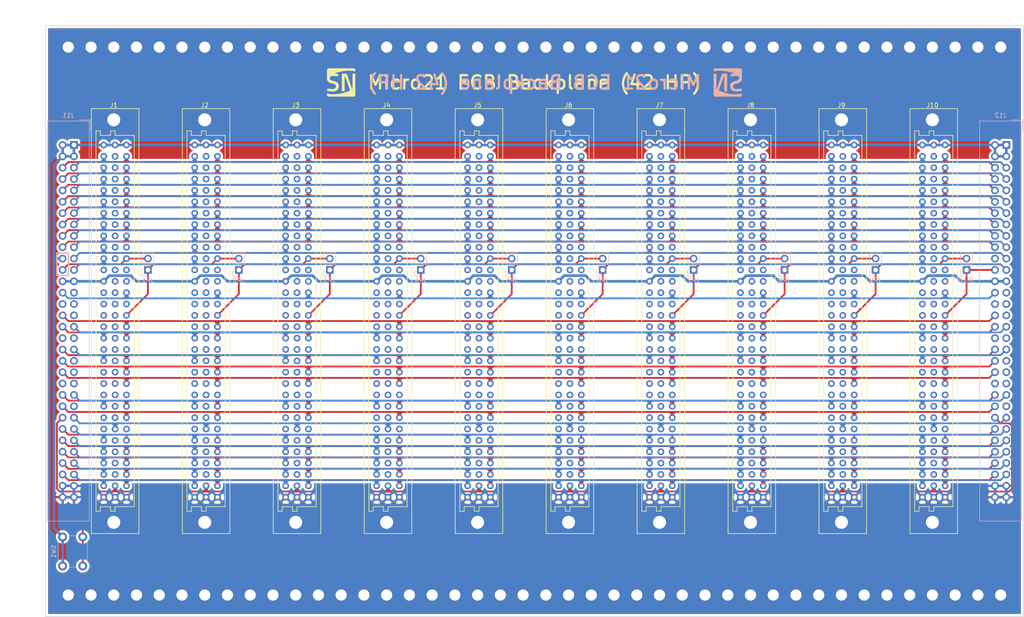
<source format=kicad_pcb>
(kicad_pcb (version 20171130) (host pcbnew 5.0.0+dfsg1-2)
  (layers (0 F.Cu signal) (31 B.Cu signal) (34 B.Paste user) (35 F.Paste user) (36 B.SilkS user) (37 F.SilkS user) (38 B.Mask user) (39 F.Mask user) (44 Edge.Cuts user))
  (net 0 "")
  (net 1 VCC)
  (net 2 D5)
  (net 3 D3)
  (net 4 D6)
  (net 5 D4)
  (net 6 A2)
  (net 7 A4)
  (net 8 A5)
  (net 9 A6)
  (net 10 ~WAIT)
  (net 11 ~BUSRQ)
  (net 12 +12V)
  (net 13 A14)
  (net 14 ~M1)
  (net 15 +BATT)
  (net 16 ~IORQ)
  (net 17 ~RFSH)
  (net 18 A13)
  (net 19 A9)
  (net 20 ~BUSAK)
  (net 21 GND)
  (net 22 RESB)
  (net 23 D0)
  (net 24 D2)
  (net 25 D7)
  (net 26 A0)
  (net 27 A3)
  (net 28 A1)
  (net 29 A8)
  (net 30 A7)
  (net 31 D1)
  (net 32 A11)
  (net 33 A10)
  (net 34 ~NMI)
  (net 35 ~INT)
  (net 36 ~WR)
  (net 37 ~RD)
  (net 38 ~HALT)
  (net 39 A12)
  (net 40 A15)
  (net 41 CLK)
  (net 42 ~MREQ)
  (net 43 ~RESET)
  (net 44 "Net-(J1-PadC11)")
  (net 45 "Net-(J11-Pad27)")
  (net 46 "Net-(J11-Pad29)")
  (net 47 "Net-(J11-Pad30)")
  (net 48 "Net-(J11-Pad31)")
  (net 49 "Net-(J11-Pad35)")
  (net 50 "Net-(J11-Pad36)")
  (net 51 "Net-(J11-Pad39)")
  (net 52 "Net-(J11-Pad41)")
  (net 53 "Net-(J11-Pad43)")
  (net 54 "Net-(J11-Pad44)")
  (net 55 "Net-(J11-Pad47)")
  (net 56 ~ROB)
  (net 57 "Net-(J12-Pad47)")
  (net 58 "Net-(J12-Pad44)")
  (net 59 "Net-(J12-Pad43)")
  (net 60 "Net-(J12-Pad41)")
  (net 61 "Net-(J12-Pad39)")
  (net 62 "Net-(J12-Pad36)")
  (net 63 "Net-(J12-Pad35)")
  (net 64 "Net-(J12-Pad31)")
  (net 65 "Net-(J12-Pad30)")
  (net 66 "Net-(J12-Pad29)")
  (net 67 "Net-(J12-Pad27)")
  (net 68 "Net-(J10-PadC16)")
  (net 69 "Net-(J1-PadC16)")
  (net 70 "Net-(J2-PadC16)")
  (net 71 "Net-(J3-PadC16)")
  (net 72 "Net-(J4-PadC16)")
  (net 73 "Net-(J5-PadC16)")
  (net 74 "Net-(J6-PadC16)")
  (net 75 "Net-(J7-PadC16)")
  (net 76 "Net-(J8-PadC16)")
  (net 77 "Net-(J10-PadC11)")
  (net 78 "Net-(J1-PadC10)")
  (net 79 "Net-(J1-PadC12)")
  (net 80 "Net-(J1-PadC13)")
  (net 81 "Net-(J1-PadC15)")
  (net 82 "Net-(J1-PadC19)")
  (net 83 "Net-(J1-PadC23)")
  (net 84 "Net-(J1-PadC26)")
  (net 85 "Net-(J1-PadB30)")
  (net 86 "Net-(J1-PadB29)")
  (net 87 "Net-(J1-PadB28)")
  (net 88 "Net-(J1-PadB27)")
  (net 89 "Net-(J1-PadB25)")
  (net 90 "Net-(J1-PadB24)")
  (net 91 "Net-(J1-PadB23)")
  (net 92 "Net-(J1-PadB22)")
  (net 93 "Net-(J1-PadB21)")
  (net 94 "Net-(J1-PadB20)")
  (net 95 "Net-(J1-PadB19)")
  (net 96 "Net-(J1-PadB18)")
  (net 97 "Net-(J1-PadB17)")
  (net 98 "Net-(J1-PadB16)")
  (net 99 "Net-(J1-PadB15)")
  (net 100 "Net-(J1-PadB14)")
  (net 101 "Net-(J1-PadB13)")
  (net 102 "Net-(J1-PadB12)")
  (net 103 "Net-(J1-PadB11)")
  (net 104 "Net-(J1-PadB10)")
  (net 105 "Net-(J1-PadB9)")
  (net 106 "Net-(J1-PadB8)")
  (net 107 "Net-(J1-PadB7)")
  (net 108 "Net-(J1-PadB6)")
  (net 109 "Net-(J1-PadB5)")
  (net 110 "Net-(J1-PadB3)")
  (net 111 "Net-(J1-PadB4)")
  (net 112 "Net-(J1-PadB2)")
  (net 113 "Net-(J1-PadA12)")
  (net 114 "Net-(J1-PadA14)")
  (net 115 "Net-(J1-PadA15)")
  (net 116 "Net-(J1-PadA16)")
  (net 117 "Net-(J1-PadA17)")
  (net 118 "Net-(J1-PadA19)")
  (net 119 "Net-(J1-PadA21)")
  (net 120 "Net-(J1-PadA22)")
  (net 121 "Net-(J1-PadA23)")
  (net 122 "Net-(J1-PadA25)")
  (net 123 "Net-(J1-PadA26)")
  (net 124 "Net-(J2-PadC10)")
  (net 125 "Net-(J2-PadC12)")
  (net 126 "Net-(J2-PadC13)")
  (net 127 "Net-(J2-PadC15)")
  (net 128 "Net-(J2-PadC19)")
  (net 129 "Net-(J2-PadC23)")
  (net 130 "Net-(J2-PadC26)")
  (net 131 "Net-(J2-PadB30)")
  (net 132 "Net-(J2-PadB29)")
  (net 133 "Net-(J2-PadB28)")
  (net 134 "Net-(J2-PadB27)")
  (net 135 "Net-(J2-PadB25)")
  (net 136 "Net-(J2-PadB24)")
  (net 137 "Net-(J2-PadB23)")
  (net 138 "Net-(J2-PadB22)")
  (net 139 "Net-(J2-PadB21)")
  (net 140 "Net-(J2-PadB20)")
  (net 141 "Net-(J2-PadB19)")
  (net 142 "Net-(J2-PadB18)")
  (net 143 "Net-(J2-PadB17)")
  (net 144 "Net-(J2-PadB16)")
  (net 145 "Net-(J2-PadB15)")
  (net 146 "Net-(J2-PadB14)")
  (net 147 "Net-(J2-PadB13)")
  (net 148 "Net-(J2-PadB12)")
  (net 149 "Net-(J2-PadB11)")
  (net 150 "Net-(J2-PadB10)")
  (net 151 "Net-(J2-PadB9)")
  (net 152 "Net-(J2-PadB8)")
  (net 153 "Net-(J2-PadB7)")
  (net 154 "Net-(J2-PadB6)")
  (net 155 "Net-(J2-PadB5)")
  (net 156 "Net-(J2-PadB3)")
  (net 157 "Net-(J2-PadB4)")
  (net 158 "Net-(J2-PadB2)")
  (net 159 "Net-(J2-PadA12)")
  (net 160 "Net-(J2-PadA14)")
  (net 161 "Net-(J2-PadA15)")
  (net 162 "Net-(J2-PadA16)")
  (net 163 "Net-(J2-PadA17)")
  (net 164 "Net-(J2-PadA19)")
  (net 165 "Net-(J2-PadA21)")
  (net 166 "Net-(J2-PadA22)")
  (net 167 "Net-(J2-PadA23)")
  (net 168 "Net-(J2-PadA25)")
  (net 169 "Net-(J2-PadA26)")
  (net 170 "Net-(J3-PadC10)")
  (net 171 "Net-(J3-PadC12)")
  (net 172 "Net-(J3-PadC13)")
  (net 173 "Net-(J3-PadC15)")
  (net 174 "Net-(J3-PadC19)")
  (net 175 "Net-(J3-PadC23)")
  (net 176 "Net-(J3-PadC26)")
  (net 177 "Net-(J3-PadB30)")
  (net 178 "Net-(J3-PadB29)")
  (net 179 "Net-(J3-PadB28)")
  (net 180 "Net-(J3-PadB27)")
  (net 181 "Net-(J3-PadB25)")
  (net 182 "Net-(J3-PadB24)")
  (net 183 "Net-(J3-PadB23)")
  (net 184 "Net-(J3-PadB22)")
  (net 185 "Net-(J3-PadB21)")
  (net 186 "Net-(J3-PadB20)")
  (net 187 "Net-(J3-PadB19)")
  (net 188 "Net-(J3-PadB18)")
  (net 189 "Net-(J3-PadB17)")
  (net 190 "Net-(J3-PadB16)")
  (net 191 "Net-(J3-PadB15)")
  (net 192 "Net-(J3-PadB14)")
  (net 193 "Net-(J3-PadB13)")
  (net 194 "Net-(J3-PadB12)")
  (net 195 "Net-(J3-PadB11)")
  (net 196 "Net-(J3-PadB10)")
  (net 197 "Net-(J3-PadB9)")
  (net 198 "Net-(J3-PadB8)")
  (net 199 "Net-(J3-PadB7)")
  (net 200 "Net-(J3-PadB6)")
  (net 201 "Net-(J3-PadB5)")
  (net 202 "Net-(J3-PadB3)")
  (net 203 "Net-(J3-PadB4)")
  (net 204 "Net-(J3-PadB2)")
  (net 205 "Net-(J3-PadA12)")
  (net 206 "Net-(J3-PadA14)")
  (net 207 "Net-(J3-PadA15)")
  (net 208 "Net-(J3-PadA16)")
  (net 209 "Net-(J3-PadA17)")
  (net 210 "Net-(J3-PadA19)")
  (net 211 "Net-(J3-PadA21)")
  (net 212 "Net-(J3-PadA22)")
  (net 213 "Net-(J3-PadA23)")
  (net 214 "Net-(J3-PadA25)")
  (net 215 "Net-(J3-PadA26)")
  (net 216 "Net-(J4-PadC10)")
  (net 217 "Net-(J4-PadC12)")
  (net 218 "Net-(J4-PadC13)")
  (net 219 "Net-(J4-PadC15)")
  (net 220 "Net-(J4-PadC19)")
  (net 221 "Net-(J4-PadC23)")
  (net 222 "Net-(J4-PadC26)")
  (net 223 "Net-(J4-PadB30)")
  (net 224 "Net-(J4-PadB29)")
  (net 225 "Net-(J4-PadB28)")
  (net 226 "Net-(J4-PadB27)")
  (net 227 "Net-(J4-PadB25)")
  (net 228 "Net-(J4-PadB24)")
  (net 229 "Net-(J4-PadB23)")
  (net 230 "Net-(J4-PadB22)")
  (net 231 "Net-(J4-PadB21)")
  (net 232 "Net-(J4-PadB20)")
  (net 233 "Net-(J4-PadB19)")
  (net 234 "Net-(J4-PadB18)")
  (net 235 "Net-(J4-PadB17)")
  (net 236 "Net-(J4-PadB16)")
  (net 237 "Net-(J4-PadB15)")
  (net 238 "Net-(J4-PadB14)")
  (net 239 "Net-(J4-PadB13)")
  (net 240 "Net-(J4-PadB12)")
  (net 241 "Net-(J4-PadB11)")
  (net 242 "Net-(J4-PadB10)")
  (net 243 "Net-(J4-PadB9)")
  (net 244 "Net-(J4-PadB8)")
  (net 245 "Net-(J4-PadB7)")
  (net 246 "Net-(J4-PadB6)")
  (net 247 "Net-(J4-PadB5)")
  (net 248 "Net-(J4-PadB3)")
  (net 249 "Net-(J4-PadB4)")
  (net 250 "Net-(J4-PadB2)")
  (net 251 "Net-(J4-PadA12)")
  (net 252 "Net-(J4-PadA14)")
  (net 253 "Net-(J4-PadA15)")
  (net 254 "Net-(J4-PadA16)")
  (net 255 "Net-(J4-PadA17)")
  (net 256 "Net-(J4-PadA19)")
  (net 257 "Net-(J4-PadA21)")
  (net 258 "Net-(J4-PadA22)")
  (net 259 "Net-(J4-PadA23)")
  (net 260 "Net-(J4-PadA25)")
  (net 261 "Net-(J4-PadA26)")
  (net 262 "Net-(J5-PadC10)")
  (net 263 "Net-(J5-PadC12)")
  (net 264 "Net-(J5-PadC13)")
  (net 265 "Net-(J5-PadC15)")
  (net 266 "Net-(J5-PadC19)")
  (net 267 "Net-(J5-PadC23)")
  (net 268 "Net-(J5-PadC26)")
  (net 269 "Net-(J5-PadB30)")
  (net 270 "Net-(J5-PadB29)")
  (net 271 "Net-(J5-PadB28)")
  (net 272 "Net-(J5-PadB27)")
  (net 273 "Net-(J5-PadB25)")
  (net 274 "Net-(J5-PadB24)")
  (net 275 "Net-(J5-PadB23)")
  (net 276 "Net-(J5-PadB22)")
  (net 277 "Net-(J5-PadB21)")
  (net 278 "Net-(J5-PadB20)")
  (net 279 "Net-(J5-PadB19)")
  (net 280 "Net-(J5-PadB18)")
  (net 281 "Net-(J5-PadB17)")
  (net 282 "Net-(J5-PadB16)")
  (net 283 "Net-(J5-PadB15)")
  (net 284 "Net-(J5-PadB14)")
  (net 285 "Net-(J5-PadB13)")
  (net 286 "Net-(J5-PadB12)")
  (net 287 "Net-(J5-PadB11)")
  (net 288 "Net-(J5-PadB10)")
  (net 289 "Net-(J5-PadB9)")
  (net 290 "Net-(J5-PadB8)")
  (net 291 "Net-(J5-PadB7)")
  (net 292 "Net-(J5-PadB6)")
  (net 293 "Net-(J5-PadB5)")
  (net 294 "Net-(J5-PadB3)")
  (net 295 "Net-(J5-PadB4)")
  (net 296 "Net-(J5-PadB2)")
  (net 297 "Net-(J5-PadA12)")
  (net 298 "Net-(J5-PadA14)")
  (net 299 "Net-(J5-PadA15)")
  (net 300 "Net-(J5-PadA16)")
  (net 301 "Net-(J5-PadA17)")
  (net 302 "Net-(J5-PadA19)")
  (net 303 "Net-(J5-PadA21)")
  (net 304 "Net-(J5-PadA22)")
  (net 305 "Net-(J5-PadA23)")
  (net 306 "Net-(J5-PadA25)")
  (net 307 "Net-(J5-PadA26)")
  (net 308 "Net-(J6-PadC10)")
  (net 309 "Net-(J6-PadC12)")
  (net 310 "Net-(J6-PadC13)")
  (net 311 "Net-(J6-PadC15)")
  (net 312 "Net-(J6-PadC19)")
  (net 313 "Net-(J6-PadC23)")
  (net 314 "Net-(J6-PadC26)")
  (net 315 "Net-(J6-PadB30)")
  (net 316 "Net-(J6-PadB29)")
  (net 317 "Net-(J6-PadB28)")
  (net 318 "Net-(J6-PadB27)")
  (net 319 "Net-(J6-PadB25)")
  (net 320 "Net-(J6-PadB24)")
  (net 321 "Net-(J6-PadB23)")
  (net 322 "Net-(J6-PadB22)")
  (net 323 "Net-(J6-PadB21)")
  (net 324 "Net-(J6-PadB20)")
  (net 325 "Net-(J6-PadB19)")
  (net 326 "Net-(J6-PadB18)")
  (net 327 "Net-(J6-PadB17)")
  (net 328 "Net-(J6-PadB16)")
  (net 329 "Net-(J6-PadB15)")
  (net 330 "Net-(J6-PadB14)")
  (net 331 "Net-(J6-PadB13)")
  (net 332 "Net-(J6-PadB12)")
  (net 333 "Net-(J6-PadB11)")
  (net 334 "Net-(J6-PadB10)")
  (net 335 "Net-(J6-PadB9)")
  (net 336 "Net-(J6-PadB8)")
  (net 337 "Net-(J6-PadB7)")
  (net 338 "Net-(J6-PadB6)")
  (net 339 "Net-(J6-PadB5)")
  (net 340 "Net-(J6-PadB3)")
  (net 341 "Net-(J6-PadB4)")
  (net 342 "Net-(J6-PadB2)")
  (net 343 "Net-(J6-PadA12)")
  (net 344 "Net-(J6-PadA14)")
  (net 345 "Net-(J6-PadA15)")
  (net 346 "Net-(J6-PadA16)")
  (net 347 "Net-(J6-PadA17)")
  (net 348 "Net-(J6-PadA19)")
  (net 349 "Net-(J6-PadA21)")
  (net 350 "Net-(J6-PadA22)")
  (net 351 "Net-(J6-PadA23)")
  (net 352 "Net-(J6-PadA25)")
  (net 353 "Net-(J6-PadA26)")
  (net 354 "Net-(J7-PadC10)")
  (net 355 "Net-(J7-PadC12)")
  (net 356 "Net-(J7-PadC13)")
  (net 357 "Net-(J7-PadC15)")
  (net 358 "Net-(J7-PadC19)")
  (net 359 "Net-(J7-PadC23)")
  (net 360 "Net-(J7-PadC26)")
  (net 361 "Net-(J7-PadB30)")
  (net 362 "Net-(J7-PadB29)")
  (net 363 "Net-(J7-PadB28)")
  (net 364 "Net-(J7-PadB27)")
  (net 365 "Net-(J7-PadB25)")
  (net 366 "Net-(J7-PadB24)")
  (net 367 "Net-(J7-PadB23)")
  (net 368 "Net-(J7-PadB22)")
  (net 369 "Net-(J7-PadB21)")
  (net 370 "Net-(J7-PadB20)")
  (net 371 "Net-(J7-PadB19)")
  (net 372 "Net-(J7-PadB18)")
  (net 373 "Net-(J7-PadB17)")
  (net 374 "Net-(J7-PadB16)")
  (net 375 "Net-(J7-PadB15)")
  (net 376 "Net-(J7-PadB14)")
  (net 377 "Net-(J7-PadB13)")
  (net 378 "Net-(J7-PadB12)")
  (net 379 "Net-(J7-PadB11)")
  (net 380 "Net-(J7-PadB10)")
  (net 381 "Net-(J7-PadB9)")
  (net 382 "Net-(J7-PadB8)")
  (net 383 "Net-(J7-PadB7)")
  (net 384 "Net-(J7-PadB6)")
  (net 385 "Net-(J7-PadB5)")
  (net 386 "Net-(J7-PadB3)")
  (net 387 "Net-(J7-PadB4)")
  (net 388 "Net-(J7-PadB2)")
  (net 389 "Net-(J7-PadA12)")
  (net 390 "Net-(J7-PadA14)")
  (net 391 "Net-(J7-PadA15)")
  (net 392 "Net-(J7-PadA16)")
  (net 393 "Net-(J7-PadA17)")
  (net 394 "Net-(J7-PadA19)")
  (net 395 "Net-(J7-PadA21)")
  (net 396 "Net-(J7-PadA22)")
  (net 397 "Net-(J7-PadA23)")
  (net 398 "Net-(J7-PadA25)")
  (net 399 "Net-(J7-PadA26)")
  (net 400 "Net-(J8-PadC10)")
  (net 401 "Net-(J8-PadC12)")
  (net 402 "Net-(J8-PadC13)")
  (net 403 "Net-(J8-PadC15)")
  (net 404 "Net-(J8-PadC19)")
  (net 405 "Net-(J8-PadC23)")
  (net 406 "Net-(J8-PadC26)")
  (net 407 "Net-(J8-PadB30)")
  (net 408 "Net-(J8-PadB29)")
  (net 409 "Net-(J8-PadB28)")
  (net 410 "Net-(J8-PadB27)")
  (net 411 "Net-(J8-PadB25)")
  (net 412 "Net-(J8-PadB24)")
  (net 413 "Net-(J8-PadB23)")
  (net 414 "Net-(J8-PadB22)")
  (net 415 "Net-(J8-PadB21)")
  (net 416 "Net-(J8-PadB20)")
  (net 417 "Net-(J8-PadB19)")
  (net 418 "Net-(J8-PadB18)")
  (net 419 "Net-(J8-PadB17)")
  (net 420 "Net-(J8-PadB16)")
  (net 421 "Net-(J8-PadB15)")
  (net 422 "Net-(J8-PadB14)")
  (net 423 "Net-(J8-PadB13)")
  (net 424 "Net-(J8-PadB12)")
  (net 425 "Net-(J8-PadB11)")
  (net 426 "Net-(J8-PadB10)")
  (net 427 "Net-(J8-PadB9)")
  (net 428 "Net-(J8-PadB8)")
  (net 429 "Net-(J8-PadB7)")
  (net 430 "Net-(J8-PadB6)")
  (net 431 "Net-(J8-PadB5)")
  (net 432 "Net-(J8-PadB3)")
  (net 433 "Net-(J8-PadB4)")
  (net 434 "Net-(J8-PadB2)")
  (net 435 "Net-(J8-PadA12)")
  (net 436 "Net-(J8-PadA14)")
  (net 437 "Net-(J8-PadA15)")
  (net 438 "Net-(J8-PadA16)")
  (net 439 "Net-(J8-PadA17)")
  (net 440 "Net-(J8-PadA19)")
  (net 441 "Net-(J8-PadA21)")
  (net 442 "Net-(J8-PadA22)")
  (net 443 "Net-(J8-PadA23)")
  (net 444 "Net-(J8-PadA25)")
  (net 445 "Net-(J8-PadA26)")
  (net 446 "Net-(J9-PadC10)")
  (net 447 "Net-(J9-PadC12)")
  (net 448 "Net-(J9-PadC13)")
  (net 449 "Net-(J9-PadC15)")
  (net 450 "Net-(J9-PadC19)")
  (net 451 "Net-(J9-PadC23)")
  (net 452 "Net-(J9-PadC26)")
  (net 453 "Net-(J9-PadB30)")
  (net 454 "Net-(J9-PadB29)")
  (net 455 "Net-(J9-PadB28)")
  (net 456 "Net-(J9-PadB27)")
  (net 457 "Net-(J9-PadB25)")
  (net 458 "Net-(J9-PadB24)")
  (net 459 "Net-(J9-PadB23)")
  (net 460 "Net-(J9-PadB22)")
  (net 461 "Net-(J9-PadB21)")
  (net 462 "Net-(J9-PadB20)")
  (net 463 "Net-(J9-PadB19)")
  (net 464 "Net-(J9-PadB18)")
  (net 465 "Net-(J9-PadB17)")
  (net 466 "Net-(J9-PadB16)")
  (net 467 "Net-(J9-PadB15)")
  (net 468 "Net-(J9-PadB14)")
  (net 469 "Net-(J9-PadB13)")
  (net 470 "Net-(J9-PadB12)")
  (net 471 "Net-(J9-PadB11)")
  (net 472 "Net-(J9-PadB10)")
  (net 473 "Net-(J9-PadB9)")
  (net 474 "Net-(J9-PadB8)")
  (net 475 "Net-(J9-PadB7)")
  (net 476 "Net-(J9-PadB6)")
  (net 477 "Net-(J9-PadB5)")
  (net 478 "Net-(J9-PadB3)")
  (net 479 "Net-(J9-PadB4)")
  (net 480 "Net-(J9-PadB2)")
  (net 481 "Net-(J9-PadA12)")
  (net 482 "Net-(J9-PadA14)")
  (net 483 "Net-(J9-PadA15)")
  (net 484 "Net-(J9-PadA16)")
  (net 485 "Net-(J9-PadA17)")
  (net 486 "Net-(J9-PadA19)")
  (net 487 "Net-(J9-PadA21)")
  (net 488 "Net-(J9-PadA22)")
  (net 489 "Net-(J9-PadA23)")
  (net 490 "Net-(J9-PadA25)")
  (net 491 "Net-(J9-PadA26)")
  (net 492 "Net-(J10-PadC10)")
  (net 493 "Net-(J10-PadC12)")
  (net 494 "Net-(J10-PadC13)")
  (net 495 "Net-(J10-PadC15)")
  (net 496 "Net-(J10-PadC19)")
  (net 497 "Net-(J10-PadC23)")
  (net 498 "Net-(J10-PadC26)")
  (net 499 "Net-(J10-PadB30)")
  (net 500 "Net-(J10-PadB29)")
  (net 501 "Net-(J10-PadB28)")
  (net 502 "Net-(J10-PadB27)")
  (net 503 "Net-(J10-PadB25)")
  (net 504 "Net-(J10-PadB24)")
  (net 505 "Net-(J10-PadB23)")
  (net 506 "Net-(J10-PadB22)")
  (net 507 "Net-(J10-PadB21)")
  (net 508 "Net-(J10-PadB20)")
  (net 509 "Net-(J10-PadB19)")
  (net 510 "Net-(J10-PadB18)")
  (net 511 "Net-(J10-PadB17)")
  (net 512 "Net-(J10-PadB16)")
  (net 513 "Net-(J10-PadB15)")
  (net 514 "Net-(J10-PadB14)")
  (net 515 "Net-(J10-PadB13)")
  (net 516 "Net-(J10-PadB12)")
  (net 517 "Net-(J10-PadB11)")
  (net 518 "Net-(J10-PadB10)")
  (net 519 "Net-(J10-PadB9)")
  (net 520 "Net-(J10-PadB8)")
  (net 521 "Net-(J10-PadB7)")
  (net 522 "Net-(J10-PadB6)")
  (net 523 "Net-(J10-PadB5)")
  (net 524 "Net-(J10-PadB3)")
  (net 525 "Net-(J10-PadB4)")
  (net 526 "Net-(J10-PadB2)")
  (net 527 "Net-(J10-PadA12)")
  (net 528 "Net-(J10-PadA14)")
  (net 529 "Net-(J10-PadA15)")
  (net 530 "Net-(J10-PadA16)")
  (net 531 "Net-(J10-PadA17)")
  (net 532 "Net-(J10-PadA19)")
  (net 533 "Net-(J10-PadA21)")
  (net 534 "Net-(J10-PadA22)")
  (net 535 "Net-(J10-PadA23)")
  (net 536 "Net-(J10-PadA25)")
  (net 537 "Net-(J10-PadA26)")
  (net 538 "Net-(J12-Pad22)")
  (module MountingHole:MountingHole_2.5mm (layer F.Cu) (at 259.08 147.9)
    (fp_text reference REF** hide)
    (fp_text value MountingHole_2.5mm)
    (pad 1 thru_hole circle (at 0 0) (size 4 4) (drill 2.5) (layers *.Cu *.Mask) (net 21 GND))
  )
  (module MountingHole:MountingHole_2.5mm (layer F.Cu) (at 254 147.9)
    (fp_text reference REF** hide)
    (fp_text value MountingHole_2.5mm)
    (pad 1 thru_hole circle (at 0 0) (size 4 4) (drill 2.5) (layers *.Cu *.Mask) (net 21 GND))
  )
  (module MountingHole:MountingHole_2.5mm (layer F.Cu) (at 248.92 147.9)
    (fp_text reference REF** hide)
    (fp_text value MountingHole_2.5mm)
    (pad 1 thru_hole circle (at 0 0) (size 4 4) (drill 2.5) (layers *.Cu *.Mask) (net 21 GND))
  )
  (module MountingHole:MountingHole_2.5mm (layer F.Cu) (at 243.84 147.9)
    (fp_text reference REF** hide)
    (fp_text value MountingHole_2.5mm)
    (pad 1 thru_hole circle (at 0 0) (size 4 4) (drill 2.5) (layers *.Cu *.Mask) (net 21 GND))
  )
  (module MountingHole:MountingHole_2.5mm (layer F.Cu) (at 238.76 147.9)
    (fp_text reference REF** hide)
    (fp_text value MountingHole_2.5mm)
    (pad 1 thru_hole circle (at 0 0) (size 4 4) (drill 2.5) (layers *.Cu *.Mask) (net 21 GND))
  )
  (module MountingHole:MountingHole_2.5mm (layer F.Cu) (at 233.68 147.9)
    (fp_text reference REF** hide)
    (fp_text value MountingHole_2.5mm)
    (pad 1 thru_hole circle (at 0 0) (size 4 4) (drill 2.5) (layers *.Cu *.Mask) (net 21 GND))
  )
  (module MountingHole:MountingHole_2.5mm (layer F.Cu) (at 228.6 147.9)
    (fp_text reference REF** hide)
    (fp_text value MountingHole_2.5mm)
    (pad 1 thru_hole circle (at 0 0) (size 4 4) (drill 2.5) (layers *.Cu *.Mask) (net 21 GND))
  )
  (module MountingHole:MountingHole_2.5mm (layer F.Cu) (at 223.52 147.9)
    (fp_text reference REF** hide)
    (fp_text value MountingHole_2.5mm)
    (pad 1 thru_hole circle (at 0 0) (size 4 4) (drill 2.5) (layers *.Cu *.Mask) (net 21 GND))
  )
  (module MountingHole:MountingHole_2.5mm (layer F.Cu) (at 218.44 147.9)
    (fp_text reference REF** hide)
    (fp_text value MountingHole_2.5mm)
    (pad 1 thru_hole circle (at 0 0) (size 4 4) (drill 2.5) (layers *.Cu *.Mask) (net 21 GND))
  )
  (module MountingHole:MountingHole_2.5mm (layer F.Cu) (at 213.36 147.9)
    (fp_text reference REF** hide)
    (fp_text value MountingHole_2.5mm)
    (pad 1 thru_hole circle (at 0 0) (size 4 4) (drill 2.5) (layers *.Cu *.Mask) (net 21 GND))
  )
  (module MountingHole:MountingHole_2.5mm (layer F.Cu) (at 208.28 147.9)
    (fp_text reference REF** hide)
    (fp_text value MountingHole_2.5mm)
    (pad 1 thru_hole circle (at 0 0) (size 4 4) (drill 2.5) (layers *.Cu *.Mask) (net 21 GND))
  )
  (module MountingHole:MountingHole_2.5mm (layer F.Cu) (at 203.2 147.9)
    (fp_text reference REF** hide)
    (fp_text value MountingHole_2.5mm)
    (pad 1 thru_hole circle (at 0 0) (size 4 4) (drill 2.5) (layers *.Cu *.Mask) (net 21 GND))
  )
  (module MountingHole:MountingHole_2.5mm (layer F.Cu) (at 198.12 147.9)
    (fp_text reference REF** hide)
    (fp_text value MountingHole_2.5mm)
    (pad 1 thru_hole circle (at 0 0) (size 4 4) (drill 2.5) (layers *.Cu *.Mask) (net 21 GND))
  )
  (module MountingHole:MountingHole_2.5mm (layer F.Cu) (at 193.04 147.9)
    (fp_text reference REF** hide)
    (fp_text value MountingHole_2.5mm)
    (pad 1 thru_hole circle (at 0 0) (size 4 4) (drill 2.5) (layers *.Cu *.Mask) (net 21 GND))
  )
  (module MountingHole:MountingHole_2.5mm (layer F.Cu) (at 187.96 147.9)
    (fp_text reference REF** hide)
    (fp_text value MountingHole_2.5mm)
    (pad 1 thru_hole circle (at 0 0) (size 4 4) (drill 2.5) (layers *.Cu *.Mask) (net 21 GND))
  )
  (module MountingHole:MountingHole_2.5mm (layer F.Cu) (at 182.88 147.9)
    (fp_text reference REF** hide)
    (fp_text value MountingHole_2.5mm)
    (pad 1 thru_hole circle (at 0 0) (size 4 4) (drill 2.5) (layers *.Cu *.Mask) (net 21 GND))
  )
  (module MountingHole:MountingHole_2.5mm (layer F.Cu) (at 177.8 147.9)
    (fp_text reference REF** hide)
    (fp_text value MountingHole_2.5mm)
    (pad 1 thru_hole circle (at 0 0) (size 4 4) (drill 2.5) (layers *.Cu *.Mask) (net 21 GND))
  )
  (module MountingHole:MountingHole_2.5mm (layer F.Cu) (at 172.72 147.9)
    (fp_text reference REF** hide)
    (fp_text value MountingHole_2.5mm)
    (pad 1 thru_hole circle (at 0 0) (size 4 4) (drill 2.5) (layers *.Cu *.Mask) (net 21 GND))
  )
  (module MountingHole:MountingHole_2.5mm (layer F.Cu) (at 167.64 147.9)
    (fp_text reference REF** hide)
    (fp_text value MountingHole_2.5mm)
    (pad 1 thru_hole circle (at 0 0) (size 4 4) (drill 2.5) (layers *.Cu *.Mask) (net 21 GND))
  )
  (module MountingHole:MountingHole_2.5mm (layer F.Cu) (at 162.56 147.9)
    (fp_text reference REF** hide)
    (fp_text value MountingHole_2.5mm)
    (pad 1 thru_hole circle (at 0 0) (size 4 4) (drill 2.5) (layers *.Cu *.Mask) (net 21 GND))
  )
  (module MountingHole:MountingHole_2.5mm (layer F.Cu) (at 157.48 147.9)
    (fp_text reference REF** hide)
    (fp_text value MountingHole_2.5mm)
    (pad 1 thru_hole circle (at 0 0) (size 4 4) (drill 2.5) (layers *.Cu *.Mask) (net 21 GND))
  )
  (module MountingHole:MountingHole_2.5mm (layer F.Cu) (at 152.4 147.9)
    (fp_text reference REF** hide)
    (fp_text value MountingHole_2.5mm)
    (pad 1 thru_hole circle (at 0 0) (size 4 4) (drill 2.5) (layers *.Cu *.Mask) (net 21 GND))
  )
  (module MountingHole:MountingHole_2.5mm (layer F.Cu) (at 147.32 147.9)
    (fp_text reference REF** hide)
    (fp_text value MountingHole_2.5mm)
    (pad 1 thru_hole circle (at 0 0) (size 4 4) (drill 2.5) (layers *.Cu *.Mask) (net 21 GND))
  )
  (module MountingHole:MountingHole_2.5mm (layer F.Cu) (at 142.24 147.9)
    (fp_text reference REF** hide)
    (fp_text value MountingHole_2.5mm)
    (pad 1 thru_hole circle (at 0 0) (size 4 4) (drill 2.5) (layers *.Cu *.Mask) (net 21 GND))
  )
  (module MountingHole:MountingHole_2.5mm (layer F.Cu) (at 137.16 147.9)
    (fp_text reference REF** hide)
    (fp_text value MountingHole_2.5mm)
    (pad 1 thru_hole circle (at 0 0) (size 4 4) (drill 2.5) (layers *.Cu *.Mask) (net 21 GND))
  )
  (module MountingHole:MountingHole_2.5mm (layer F.Cu) (at 132.08 147.9)
    (fp_text reference REF** hide)
    (fp_text value MountingHole_2.5mm)
    (pad 1 thru_hole circle (at 0 0) (size 4 4) (drill 2.5) (layers *.Cu *.Mask) (net 21 GND))
  )
  (module MountingHole:MountingHole_2.5mm (layer F.Cu) (at 127 147.9)
    (fp_text reference REF** hide)
    (fp_text value MountingHole_2.5mm)
    (pad 1 thru_hole circle (at 0 0) (size 4 4) (drill 2.5) (layers *.Cu *.Mask) (net 21 GND))
  )
  (module MountingHole:MountingHole_2.5mm (layer F.Cu) (at 121.92 147.9)
    (fp_text reference REF** hide)
    (fp_text value MountingHole_2.5mm)
    (pad 1 thru_hole circle (at 0 0) (size 4 4) (drill 2.5) (layers *.Cu *.Mask) (net 21 GND))
  )
  (module MountingHole:MountingHole_2.5mm (layer F.Cu) (at 116.84 147.9)
    (fp_text reference REF** hide)
    (fp_text value MountingHole_2.5mm)
    (pad 1 thru_hole circle (at 0 0) (size 4 4) (drill 2.5) (layers *.Cu *.Mask) (net 21 GND))
  )
  (module MountingHole:MountingHole_2.5mm (layer F.Cu) (at 111.76 147.9)
    (fp_text reference REF** hide)
    (fp_text value MountingHole_2.5mm)
    (pad 1 thru_hole circle (at 0 0) (size 4 4) (drill 2.5) (layers *.Cu *.Mask) (net 21 GND))
  )
  (module MountingHole:MountingHole_2.5mm (layer F.Cu) (at 106.68 147.9)
    (fp_text reference REF** hide)
    (fp_text value MountingHole_2.5mm)
    (pad 1 thru_hole circle (at 0 0) (size 4 4) (drill 2.5) (layers *.Cu *.Mask) (net 21 GND))
  )
  (module MountingHole:MountingHole_2.5mm (layer F.Cu) (at 101.6 147.9)
    (fp_text reference REF** hide)
    (fp_text value MountingHole_2.5mm)
    (pad 1 thru_hole circle (at 0 0) (size 4 4) (drill 2.5) (layers *.Cu *.Mask) (net 21 GND))
  )
  (module MountingHole:MountingHole_2.5mm (layer F.Cu) (at 96.52 147.9)
    (fp_text reference REF** hide)
    (fp_text value MountingHole_2.5mm)
    (pad 1 thru_hole circle (at 0 0) (size 4 4) (drill 2.5) (layers *.Cu *.Mask) (net 21 GND))
  )
  (module MountingHole:MountingHole_2.5mm (layer F.Cu) (at 91.44 147.9)
    (fp_text reference REF** hide)
    (fp_text value MountingHole_2.5mm)
    (pad 1 thru_hole circle (at 0 0) (size 4 4) (drill 2.5) (layers *.Cu *.Mask) (net 21 GND))
  )
  (module MountingHole:MountingHole_2.5mm (layer F.Cu) (at 86.36 147.9)
    (fp_text reference REF** hide)
    (fp_text value MountingHole_2.5mm)
    (pad 1 thru_hole circle (at 0 0) (size 4 4) (drill 2.5) (layers *.Cu *.Mask) (net 21 GND))
  )
  (module MountingHole:MountingHole_2.5mm (layer F.Cu) (at 81.28 147.9)
    (fp_text reference REF** hide)
    (fp_text value MountingHole_2.5mm)
    (pad 1 thru_hole circle (at 0 0) (size 4 4) (drill 2.5) (layers *.Cu *.Mask) (net 21 GND))
  )
  (module MountingHole:MountingHole_2.5mm (layer F.Cu) (at 76.2 147.9)
    (fp_text reference REF** hide)
    (fp_text value MountingHole_2.5mm)
    (pad 1 thru_hole circle (at 0 0) (size 4 4) (drill 2.5) (layers *.Cu *.Mask) (net 21 GND))
  )
  (module MountingHole:MountingHole_2.5mm (layer F.Cu) (at 71.12 147.9)
    (fp_text reference REF** hide)
    (fp_text value MountingHole_2.5mm)
    (pad 1 thru_hole circle (at 0 0) (size 4 4) (drill 2.5) (layers *.Cu *.Mask) (net 21 GND))
  )
  (module MountingHole:MountingHole_2.5mm (layer F.Cu) (at 66.04 147.9)
    (fp_text reference REF** hide)
    (fp_text value MountingHole_2.5mm)
    (pad 1 thru_hole circle (at 0 0) (size 4 4) (drill 2.5) (layers *.Cu *.Mask) (net 21 GND))
  )
  (module MountingHole:MountingHole_2.5mm (layer F.Cu) (at 60.96 147.9)
    (fp_text reference REF** hide)
    (fp_text value MountingHole_2.5mm)
    (pad 1 thru_hole circle (at 0 0) (size 4 4) (drill 2.5) (layers *.Cu *.Mask) (net 21 GND))
  )
  (module MountingHole:MountingHole_2.5mm (layer F.Cu) (at 55.88 147.9)
    (fp_text reference REF** hide)
    (fp_text value MountingHole_2.5mm)
    (pad 1 thru_hole circle (at 0 0) (size 4 4) (drill 2.5) (layers *.Cu *.Mask) (net 21 GND))
  )
  (module MountingHole:MountingHole_2.5mm (layer F.Cu) (at 50.8 147.9)
    (fp_text reference REF** hide)
    (fp_text value MountingHole_2.5mm)
    (pad 1 thru_hole circle (at 0 0) (size 4 4) (drill 2.5) (layers *.Cu *.Mask) (net 21 GND))
  )
  (module MountingHole:MountingHole_2.5mm (layer F.Cu) (at 259.08 25.4)
    (fp_text reference REF** hide)
    (fp_text value MountingHole_2.5mm)
    (pad 1 thru_hole circle (at 0 0) (size 4 4) (drill 2.5) (layers *.Cu *.Mask) (net 21 GND))
  )
  (module MountingHole:MountingHole_2.5mm (layer F.Cu) (at 254 25.4)
    (fp_text reference REF** hide)
    (fp_text value MountingHole_2.5mm)
    (pad 1 thru_hole circle (at 0 0) (size 4 4) (drill 2.5) (layers *.Cu *.Mask) (net 21 GND))
  )
  (module MountingHole:MountingHole_2.5mm (layer F.Cu) (at 248.92 25.4)
    (fp_text reference REF** hide)
    (fp_text value MountingHole_2.5mm)
    (pad 1 thru_hole circle (at 0 0) (size 4 4) (drill 2.5) (layers *.Cu *.Mask) (net 21 GND))
  )
  (module MountingHole:MountingHole_2.5mm (layer F.Cu) (at 243.84 25.4)
    (fp_text reference REF** hide)
    (fp_text value MountingHole_2.5mm)
    (pad 1 thru_hole circle (at 0 0) (size 4 4) (drill 2.5) (layers *.Cu *.Mask) (net 21 GND))
  )
  (module MountingHole:MountingHole_2.5mm (layer F.Cu) (at 238.76 25.4)
    (fp_text reference REF** hide)
    (fp_text value MountingHole_2.5mm)
    (pad 1 thru_hole circle (at 0 0) (size 4 4) (drill 2.5) (layers *.Cu *.Mask) (net 21 GND))
  )
  (module MountingHole:MountingHole_2.5mm (layer F.Cu) (at 233.68 25.4)
    (fp_text reference REF** hide)
    (fp_text value MountingHole_2.5mm)
    (pad 1 thru_hole circle (at 0 0) (size 4 4) (drill 2.5) (layers *.Cu *.Mask) (net 21 GND))
  )
  (module MountingHole:MountingHole_2.5mm (layer F.Cu) (at 228.6 25.4)
    (fp_text reference REF** hide)
    (fp_text value MountingHole_2.5mm)
    (pad 1 thru_hole circle (at 0 0) (size 4 4) (drill 2.5) (layers *.Cu *.Mask) (net 21 GND))
  )
  (module MountingHole:MountingHole_2.5mm (layer F.Cu) (at 223.52 25.4)
    (fp_text reference REF** hide)
    (fp_text value MountingHole_2.5mm)
    (pad 1 thru_hole circle (at 0 0) (size 4 4) (drill 2.5) (layers *.Cu *.Mask) (net 21 GND))
  )
  (module MountingHole:MountingHole_2.5mm (layer F.Cu) (at 218.44 25.4)
    (fp_text reference REF** hide)
    (fp_text value MountingHole_2.5mm)
    (pad 1 thru_hole circle (at 0 0) (size 4 4) (drill 2.5) (layers *.Cu *.Mask) (net 21 GND))
  )
  (module MountingHole:MountingHole_2.5mm (layer F.Cu) (at 213.36 25.4)
    (fp_text reference REF** hide)
    (fp_text value MountingHole_2.5mm)
    (pad 1 thru_hole circle (at 0 0) (size 4 4) (drill 2.5) (layers *.Cu *.Mask) (net 21 GND))
  )
  (module MountingHole:MountingHole_2.5mm (layer F.Cu) (at 208.28 25.4)
    (fp_text reference REF** hide)
    (fp_text value MountingHole_2.5mm)
    (pad 1 thru_hole circle (at 0 0) (size 4 4) (drill 2.5) (layers *.Cu *.Mask) (net 21 GND))
  )
  (module MountingHole:MountingHole_2.5mm (layer F.Cu) (at 203.2 25.4)
    (fp_text reference REF** hide)
    (fp_text value MountingHole_2.5mm)
    (pad 1 thru_hole circle (at 0 0) (size 4 4) (drill 2.5) (layers *.Cu *.Mask) (net 21 GND))
  )
  (module MountingHole:MountingHole_2.5mm (layer F.Cu) (at 198.12 25.4)
    (fp_text reference REF** hide)
    (fp_text value MountingHole_2.5mm)
    (pad 1 thru_hole circle (at 0 0) (size 4 4) (drill 2.5) (layers *.Cu *.Mask) (net 21 GND))
  )
  (module MountingHole:MountingHole_2.5mm (layer F.Cu) (at 193.04 25.4)
    (fp_text reference REF** hide)
    (fp_text value MountingHole_2.5mm)
    (pad 1 thru_hole circle (at 0 0) (size 4 4) (drill 2.5) (layers *.Cu *.Mask) (net 21 GND))
  )
  (module MountingHole:MountingHole_2.5mm (layer F.Cu) (at 187.96 25.4)
    (fp_text reference REF** hide)
    (fp_text value MountingHole_2.5mm)
    (pad 1 thru_hole circle (at 0 0) (size 4 4) (drill 2.5) (layers *.Cu *.Mask) (net 21 GND))
  )
  (module MountingHole:MountingHole_2.5mm (layer F.Cu) (at 182.88 25.4)
    (fp_text reference REF** hide)
    (fp_text value MountingHole_2.5mm)
    (pad 1 thru_hole circle (at 0 0) (size 4 4) (drill 2.5) (layers *.Cu *.Mask) (net 21 GND))
  )
  (module MountingHole:MountingHole_2.5mm (layer F.Cu) (at 177.8 25.4)
    (fp_text reference REF** hide)
    (fp_text value MountingHole_2.5mm)
    (pad 1 thru_hole circle (at 0 0) (size 4 4) (drill 2.5) (layers *.Cu *.Mask) (net 21 GND))
  )
  (module MountingHole:MountingHole_2.5mm (layer F.Cu) (at 172.72 25.4)
    (fp_text reference REF** hide)
    (fp_text value MountingHole_2.5mm)
    (pad 1 thru_hole circle (at 0 0) (size 4 4) (drill 2.5) (layers *.Cu *.Mask) (net 21 GND))
  )
  (module MountingHole:MountingHole_2.5mm (layer F.Cu) (at 167.64 25.4)
    (fp_text reference REF** hide)
    (fp_text value MountingHole_2.5mm)
    (pad 1 thru_hole circle (at 0 0) (size 4 4) (drill 2.5) (layers *.Cu *.Mask) (net 21 GND))
  )
  (module MountingHole:MountingHole_2.5mm (layer F.Cu) (at 162.56 25.4)
    (fp_text reference REF** hide)
    (fp_text value MountingHole_2.5mm)
    (pad 1 thru_hole circle (at 0 0) (size 4 4) (drill 2.5) (layers *.Cu *.Mask) (net 21 GND))
  )
  (module MountingHole:MountingHole_2.5mm (layer F.Cu) (at 157.48 25.4)
    (fp_text reference REF** hide)
    (fp_text value MountingHole_2.5mm)
    (pad 1 thru_hole circle (at 0 0) (size 4 4) (drill 2.5) (layers *.Cu *.Mask) (net 21 GND))
  )
  (module MountingHole:MountingHole_2.5mm (layer F.Cu) (at 152.4 25.4)
    (fp_text reference REF** hide)
    (fp_text value MountingHole_2.5mm)
    (pad 1 thru_hole circle (at 0 0) (size 4 4) (drill 2.5) (layers *.Cu *.Mask) (net 21 GND))
  )
  (module MountingHole:MountingHole_2.5mm (layer F.Cu) (at 147.32 25.4)
    (fp_text reference REF** hide)
    (fp_text value MountingHole_2.5mm)
    (pad 1 thru_hole circle (at 0 0) (size 4 4) (drill 2.5) (layers *.Cu *.Mask) (net 21 GND))
  )
  (module MountingHole:MountingHole_2.5mm (layer F.Cu) (at 142.24 25.4)
    (fp_text reference REF** hide)
    (fp_text value MountingHole_2.5mm)
    (pad 1 thru_hole circle (at 0 0) (size 4 4) (drill 2.5) (layers *.Cu *.Mask) (net 21 GND))
  )
  (module MountingHole:MountingHole_2.5mm (layer F.Cu) (at 137.16 25.4)
    (fp_text reference REF** hide)
    (fp_text value MountingHole_2.5mm)
    (pad 1 thru_hole circle (at 0 0) (size 4 4) (drill 2.5) (layers *.Cu *.Mask) (net 21 GND))
  )
  (module MountingHole:MountingHole_2.5mm (layer F.Cu) (at 132.08 25.4)
    (fp_text reference REF** hide)
    (fp_text value MountingHole_2.5mm)
    (pad 1 thru_hole circle (at 0 0) (size 4 4) (drill 2.5) (layers *.Cu *.Mask) (net 21 GND))
  )
  (module MountingHole:MountingHole_2.5mm (layer F.Cu) (at 127 25.4)
    (fp_text reference REF** hide)
    (fp_text value MountingHole_2.5mm)
    (pad 1 thru_hole circle (at 0 0) (size 4 4) (drill 2.5) (layers *.Cu *.Mask) (net 21 GND))
  )
  (module MountingHole:MountingHole_2.5mm (layer F.Cu) (at 121.92 25.4)
    (fp_text reference REF** hide)
    (fp_text value MountingHole_2.5mm)
    (pad 1 thru_hole circle (at 0 0) (size 4 4) (drill 2.5) (layers *.Cu *.Mask) (net 21 GND))
  )
  (module MountingHole:MountingHole_2.5mm (layer F.Cu) (at 116.84 25.4)
    (fp_text reference REF** hide)
    (fp_text value MountingHole_2.5mm)
    (pad 1 thru_hole circle (at 0 0) (size 4 4) (drill 2.5) (layers *.Cu *.Mask) (net 21 GND))
  )
  (module MountingHole:MountingHole_2.5mm (layer F.Cu) (at 111.76 25.4)
    (fp_text reference REF** hide)
    (fp_text value MountingHole_2.5mm)
    (pad 1 thru_hole circle (at 0 0) (size 4 4) (drill 2.5) (layers *.Cu *.Mask) (net 21 GND))
  )
  (module MountingHole:MountingHole_2.5mm (layer F.Cu) (at 106.68 25.4)
    (fp_text reference REF** hide)
    (fp_text value MountingHole_2.5mm)
    (pad 1 thru_hole circle (at 0 0) (size 4 4) (drill 2.5) (layers *.Cu *.Mask) (net 21 GND))
  )
  (module MountingHole:MountingHole_2.5mm (layer F.Cu) (at 101.6 25.4)
    (fp_text reference REF** hide)
    (fp_text value MountingHole_2.5mm)
    (pad 1 thru_hole circle (at 0 0) (size 4 4) (drill 2.5) (layers *.Cu *.Mask) (net 21 GND))
  )
  (module MountingHole:MountingHole_2.5mm (layer F.Cu) (at 96.52 25.4)
    (fp_text reference REF** hide)
    (fp_text value MountingHole_2.5mm)
    (pad 1 thru_hole circle (at 0 0) (size 4 4) (drill 2.5) (layers *.Cu *.Mask) (net 21 GND))
  )
  (module MountingHole:MountingHole_2.5mm (layer F.Cu) (at 91.44 25.4)
    (fp_text reference REF** hide)
    (fp_text value MountingHole_2.5mm)
    (pad 1 thru_hole circle (at 0 0) (size 4 4) (drill 2.5) (layers *.Cu *.Mask) (net 21 GND))
  )
  (module MountingHole:MountingHole_2.5mm (layer F.Cu) (at 86.36 25.4)
    (fp_text reference REF** hide)
    (fp_text value MountingHole_2.5mm)
    (pad 1 thru_hole circle (at 0 0) (size 4 4) (drill 2.5) (layers *.Cu *.Mask) (net 21 GND))
  )
  (module MountingHole:MountingHole_2.5mm (layer F.Cu) (at 81.28 25.4)
    (fp_text reference REF** hide)
    (fp_text value MountingHole_2.5mm)
    (pad 1 thru_hole circle (at 0 0) (size 4 4) (drill 2.5) (layers *.Cu *.Mask) (net 21 GND))
  )
  (module MountingHole:MountingHole_2.5mm (layer F.Cu) (at 76.2 25.4)
    (fp_text reference REF** hide)
    (fp_text value MountingHole_2.5mm)
    (pad 1 thru_hole circle (at 0 0) (size 4 4) (drill 2.5) (layers *.Cu *.Mask) (net 21 GND))
  )
  (module MountingHole:MountingHole_2.5mm (layer F.Cu) (at 71.12 25.4)
    (fp_text reference REF** hide)
    (fp_text value MountingHole_2.5mm)
    (pad 1 thru_hole circle (at 0 0) (size 4 4) (drill 2.5) (layers *.Cu *.Mask) (net 21 GND))
  )
  (module MountingHole:MountingHole_2.5mm (layer F.Cu) (at 66.04 25.4)
    (fp_text reference REF** hide)
    (fp_text value MountingHole_2.5mm)
    (pad 1 thru_hole circle (at 0 0) (size 4 4) (drill 2.5) (layers *.Cu *.Mask) (net 21 GND))
  )
  (module MountingHole:MountingHole_2.5mm (layer F.Cu) (at 60.96 25.4)
    (fp_text reference REF** hide)
    (fp_text value MountingHole_2.5mm)
    (pad 1 thru_hole circle (at 0 0) (size 4 4) (drill 2.5) (layers *.Cu *.Mask) (net 21 GND))
  )
  (module MountingHole:MountingHole_2.5mm (layer F.Cu) (at 55.88 25.4)
    (fp_text reference REF** hide)
    (fp_text value MountingHole_2.5mm)
    (pad 1 thru_hole circle (at 0 0) (size 4 4) (drill 2.5) (layers *.Cu *.Mask) (net 21 GND))
  )
  (module common:logo (layer B.Cu) (at 198.12 33.31 180)
    (fp_text reference G*** hide)
    (fp_text value LOGO hide)
  )
  (module common:logo (layer F.Cu) (at 111.76 33.31)
    (fp_text reference G*** hide)
    (fp_text value LOGO hide)
  )
  (module common:Socket_DIN41612-CaseC1-full-Female-96Pin-3rows (layer F.Cu) (at 60.96 86.65 90)
    (fp_text reference J1 (at 48.26 0 180) (layer F.SilkS))
    (fp_text value C96ABC)
    (pad C1 thru_hole circle (at 39.37 2.84 270) (size 1.50114 1.50114) (drill 0.8001) (layers *.Cu *.Mask) (net 1 VCC))
    (pad C2 thru_hole circle (at 36.83 2.84 270) (size 1.50114 1.50114) (drill 0.8001) (layers *.Cu *.Mask) (net 23 D0))
    (pad C4 thru_hole circle (at 31.75 2.84 270) (size 1.50114 1.50114) (drill 0.8001) (layers *.Cu *.Mask) (net 24 D2))
    (pad C3 thru_hole circle (at 34.29 2.84 270) (size 1.50114 1.50114) (drill 0.8001) (layers *.Cu *.Mask) (net 25 D7))
    (pad C5 thru_hole circle (at 29.21 2.84 270) (size 1.50114 1.50114) (drill 0.8001) (layers *.Cu *.Mask) (net 26 A0))
    (pad C6 thru_hole circle (at 26.67 2.84 270) (size 1.50114 1.50114) (drill 0.8001) (layers *.Cu *.Mask) (net 27 A3))
    (pad C7 thru_hole circle (at 24.13 2.84 270) (size 1.50114 1.50114) (drill 0.8001) (layers *.Cu *.Mask) (net 28 A1))
    (pad C8 thru_hole circle (at 21.59 2.84 270) (size 1.50114 1.50114) (drill 0.8001) (layers *.Cu *.Mask) (net 29 A8))
    (pad C9 thru_hole circle (at 19.05 2.84 270) (size 1.50114 1.50114) (drill 0.8001) (layers *.Cu *.Mask) (net 30 A7))
    (pad C10 thru_hole circle (at 16.51 2.84 270) (size 1.50114 1.50114) (drill 0.8001) (layers *.Cu *.Mask) (net 78 "Net-(J1-PadC10)"))
    (pad C11 thru_hole circle (at 13.97 2.84 270) (size 1.50114 1.50114) (drill 0.8001) (layers *.Cu *.Mask) (net 44 "Net-(J1-PadC11)"))
    (pad C12 thru_hole circle (at 11.43 2.84 270) (size 1.50114 1.50114) (drill 0.8001) (layers *.Cu *.Mask) (net 79 "Net-(J1-PadC12)"))
    (pad C13 thru_hole circle (at 8.89 2.84 270) (size 1.50114 1.50114) (drill 0.8001) (layers *.Cu *.Mask) (net 80 "Net-(J1-PadC13)"))
    (pad C14 thru_hole circle (at 6.35 2.84 270) (size 1.50114 1.50114) (drill 0.8001) (layers *.Cu *.Mask) (net 31 D1))
    (pad C15 thru_hole circle (at 3.81 2.84 270) (size 1.50114 1.50114) (drill 0.8001) (layers *.Cu *.Mask) (net 81 "Net-(J1-PadC15)"))
    (pad C16 thru_hole circle (at 1.27 2.84 270) (size 1.50114 1.50114) (drill 0.8001) (layers *.Cu *.Mask) (net 69 "Net-(J1-PadC16)"))
    (pad C17 thru_hole circle (at -1.27 2.84 270) (size 1.50114 1.50114) (drill 0.8001) (layers *.Cu *.Mask) (net 32 A11))
    (pad C18 thru_hole circle (at -3.81 2.84 270) (size 1.50114 1.50114) (drill 0.8001) (layers *.Cu *.Mask) (net 33 A10))
    (pad C19 thru_hole circle (at -6.35 2.84 270) (size 1.50114 1.50114) (drill 0.8001) (layers *.Cu *.Mask) (net 82 "Net-(J1-PadC19)"))
    (pad C20 thru_hole circle (at -8.89 2.84 270) (size 1.50114 1.50114) (drill 0.8001) (layers *.Cu *.Mask) (net 34 ~NMI))
    (pad C21 thru_hole circle (at -11.43 2.84 270) (size 1.50114 1.50114) (drill 0.8001) (layers *.Cu *.Mask) (net 35 ~INT))
    (pad C22 thru_hole circle (at -13.97 2.84 270) (size 1.50114 1.50114) (drill 0.8001) (layers *.Cu *.Mask) (net 36 ~WR))
    (pad C23 thru_hole circle (at -16.51 2.84 270) (size 1.50114 1.50114) (drill 0.8001) (layers *.Cu *.Mask) (net 83 "Net-(J1-PadC23)"))
    (pad C24 thru_hole circle (at -19.05 2.84 270) (size 1.50114 1.50114) (drill 0.8001) (layers *.Cu *.Mask) (net 37 ~RD))
    (pad C25 thru_hole circle (at -21.59 2.84 270) (size 1.50114 1.50114) (drill 0.8001) (layers *.Cu *.Mask) (net 38 ~HALT))
    (pad C26 thru_hole circle (at -24.13 2.84 270) (size 1.50114 1.50114) (drill 0.8001) (layers *.Cu *.Mask) (net 84 "Net-(J1-PadC26)"))
    (pad C27 thru_hole circle (at -26.67 2.84 270) (size 1.50114 1.50114) (drill 0.8001) (layers *.Cu *.Mask) (net 39 A12))
    (pad C28 thru_hole circle (at -29.21 2.84 270) (size 1.50114 1.50114) (drill 0.8001) (layers *.Cu *.Mask) (net 40 A15))
    (pad C29 thru_hole circle (at -31.75 2.84 270) (size 1.50114 1.50114) (drill 0.8001) (layers *.Cu *.Mask) (net 41 CLK))
    (pad C30 thru_hole circle (at -34.29 2.84 270) (size 1.50114 1.50114) (drill 0.8001) (layers *.Cu *.Mask) (net 42 ~MREQ))
    (pad C31 thru_hole circle (at -36.83 2.84 270) (size 1.50114 1.50114) (drill 0.8001) (layers *.Cu *.Mask) (net 43 ~RESET))
    (pad C32 thru_hole circle (at -39.37 2.84 270) (size 1.50114 1.50114) (drill 0.8001) (layers *.Cu *.Mask) (net 21 GND))
    (pad B32 thru_hole circle (at -39.37 0.3 270) (size 1.50114 1.50114) (drill 0.8001) (layers *.Cu *.Mask) (net 21 GND))
    (pad B31 thru_hole circle (at -36.83 0.3 270) (size 1.50114 1.50114) (drill 0.8001) (layers *.Cu *.Mask) (net 22 RESB))
    (pad B30 thru_hole circle (at -34.29 0.3 270) (size 1.50114 1.50114) (drill 0.8001) (layers *.Cu *.Mask) (net 85 "Net-(J1-PadB30)"))
    (pad B29 thru_hole circle (at -31.75 0.3 270) (size 1.50114 1.50114) (drill 0.8001) (layers *.Cu *.Mask) (net 86 "Net-(J1-PadB29)"))
    (pad B28 thru_hole circle (at -29.21 0.3 270) (size 1.50114 1.50114) (drill 0.8001) (layers *.Cu *.Mask) (net 87 "Net-(J1-PadB28)"))
    (pad B27 thru_hole circle (at -26.67 0.3 270) (size 1.50114 1.50114) (drill 0.8001) (layers *.Cu *.Mask) (net 88 "Net-(J1-PadB27)"))
    (pad B26 thru_hole circle (at -24.13 0.3 270) (size 1.50114 1.50114) (drill 0.8001) (layers *.Cu *.Mask) (net 56 ~ROB))
    (pad B25 thru_hole circle (at -21.59 0.3 270) (size 1.50114 1.50114) (drill 0.8001) (layers *.Cu *.Mask) (net 89 "Net-(J1-PadB25)"))
    (pad B24 thru_hole circle (at -19.05 0.3 270) (size 1.50114 1.50114) (drill 0.8001) (layers *.Cu *.Mask) (net 90 "Net-(J1-PadB24)"))
    (pad B23 thru_hole circle (at -16.51 0.3 270) (size 1.50114 1.50114) (drill 0.8001) (layers *.Cu *.Mask) (net 91 "Net-(J1-PadB23)"))
    (pad B22 thru_hole circle (at -13.97 0.3 270) (size 1.50114 1.50114) (drill 0.8001) (layers *.Cu *.Mask) (net 92 "Net-(J1-PadB22)"))
    (pad B21 thru_hole circle (at -11.43 0.3 270) (size 1.50114 1.50114) (drill 0.8001) (layers *.Cu *.Mask) (net 93 "Net-(J1-PadB21)"))
    (pad B20 thru_hole circle (at -8.89 0.3 270) (size 1.50114 1.50114) (drill 0.8001) (layers *.Cu *.Mask) (net 94 "Net-(J1-PadB20)"))
    (pad B19 thru_hole circle (at -6.35 0.3 270) (size 1.50114 1.50114) (drill 0.8001) (layers *.Cu *.Mask) (net 95 "Net-(J1-PadB19)"))
    (pad B18 thru_hole circle (at -3.81 0.3 270) (size 1.50114 1.50114) (drill 0.8001) (layers *.Cu *.Mask) (net 96 "Net-(J1-PadB18)"))
    (pad B17 thru_hole circle (at -1.27 0.3 270) (size 1.50114 1.50114) (drill 0.8001) (layers *.Cu *.Mask) (net 97 "Net-(J1-PadB17)"))
    (pad B16 thru_hole circle (at 1.27 0.3 270) (size 1.50114 1.50114) (drill 0.8001) (layers *.Cu *.Mask) (net 98 "Net-(J1-PadB16)"))
    (pad B15 thru_hole circle (at 3.81 0.3 270) (size 1.50114 1.50114) (drill 0.8001) (layers *.Cu *.Mask) (net 99 "Net-(J1-PadB15)"))
    (pad B14 thru_hole circle (at 6.35 0.3 270) (size 1.50114 1.50114) (drill 0.8001) (layers *.Cu *.Mask) (net 100 "Net-(J1-PadB14)"))
    (pad B13 thru_hole circle (at 8.89 0.3 270) (size 1.50114 1.50114) (drill 0.8001) (layers *.Cu *.Mask) (net 101 "Net-(J1-PadB13)"))
    (pad B12 thru_hole circle (at 11.43 0.3 270) (size 1.50114 1.50114) (drill 0.8001) (layers *.Cu *.Mask) (net 102 "Net-(J1-PadB12)"))
    (pad B11 thru_hole circle (at 13.97 0.3 270) (size 1.50114 1.50114) (drill 0.8001) (layers *.Cu *.Mask) (net 103 "Net-(J1-PadB11)"))
    (pad B10 thru_hole circle (at 16.51 0.3 270) (size 1.50114 1.50114) (drill 0.8001) (layers *.Cu *.Mask) (net 104 "Net-(J1-PadB10)"))
    (pad B9 thru_hole circle (at 19.05 0.3 270) (size 1.50114 1.50114) (drill 0.8001) (layers *.Cu *.Mask) (net 105 "Net-(J1-PadB9)"))
    (pad B8 thru_hole circle (at 21.59 0.3 270) (size 1.50114 1.50114) (drill 0.8001) (layers *.Cu *.Mask) (net 106 "Net-(J1-PadB8)"))
    (pad B7 thru_hole circle (at 24.13 0.3 270) (size 1.50114 1.50114) (drill 0.8001) (layers *.Cu *.Mask) (net 107 "Net-(J1-PadB7)"))
    (pad B6 thru_hole circle (at 26.67 0.3 270) (size 1.50114 1.50114) (drill 0.8001) (layers *.Cu *.Mask) (net 108 "Net-(J1-PadB6)"))
    (pad B5 thru_hole circle (at 29.21 0.3 270) (size 1.50114 1.50114) (drill 0.8001) (layers *.Cu *.Mask) (net 109 "Net-(J1-PadB5)"))
    (pad B3 thru_hole circle (at 34.29 0.3 270) (size 1.50114 1.50114) (drill 0.8001) (layers *.Cu *.Mask) (net 110 "Net-(J1-PadB3)"))
    (pad B4 thru_hole circle (at 31.75 0.3 270) (size 1.50114 1.50114) (drill 0.8001) (layers *.Cu *.Mask) (net 111 "Net-(J1-PadB4)"))
    (pad B2 thru_hole circle (at 36.83 0.3 270) (size 1.50114 1.50114) (drill 0.8001) (layers *.Cu *.Mask) (net 112 "Net-(J1-PadB2)"))
    (pad B1 thru_hole circle (at 39.37 0.3 270) (size 1.50114 1.50114) (drill 0.8001) (layers *.Cu *.Mask) (net 1 VCC))
    (pad A1 thru_hole circle (at 39.37 -2.24 270) (size 1.50114 1.50114) (drill 0.8001) (layers *.Cu *.Mask) (net 1 VCC))
    (pad A2 thru_hole circle (at 36.83 -2.24 270) (size 1.50114 1.50114) (drill 0.8001) (layers *.Cu *.Mask) (net 2 D5))
    (pad A4 thru_hole circle (at 31.75 -2.24 270) (size 1.50114 1.50114) (drill 0.8001) (layers *.Cu *.Mask) (net 3 D3))
    (pad A3 thru_hole circle (at 34.29 -2.24 270) (size 1.50114 1.50114) (drill 0.8001) (layers *.Cu *.Mask) (net 4 D6))
    (pad A5 thru_hole circle (at 29.21 -2.24 270) (size 1.50114 1.50114) (drill 0.8001) (layers *.Cu *.Mask) (net 5 D4))
    (pad A6 thru_hole circle (at 26.67 -2.24 270) (size 1.50114 1.50114) (drill 0.8001) (layers *.Cu *.Mask) (net 6 A2))
    (pad A7 thru_hole circle (at 24.13 -2.24 270) (size 1.50114 1.50114) (drill 0.8001) (layers *.Cu *.Mask) (net 7 A4))
    (pad A8 thru_hole circle (at 21.59 -2.24 270) (size 1.50114 1.50114) (drill 0.8001) (layers *.Cu *.Mask) (net 8 A5))
    (pad A9 thru_hole circle (at 19.05 -2.24 270) (size 1.50114 1.50114) (drill 0.8001) (layers *.Cu *.Mask) (net 9 A6))
    (pad A10 thru_hole circle (at 16.51 -2.24 270) (size 1.50114 1.50114) (drill 0.8001) (layers *.Cu *.Mask) (net 10 ~WAIT))
    (pad A11 thru_hole circle (at 13.97 -2.24 270) (size 1.50114 1.50114) (drill 0.8001) (layers *.Cu *.Mask) (net 11 ~BUSRQ))
    (pad A12 thru_hole circle (at 11.43 -2.24 270) (size 1.50114 1.50114) (drill 0.8001) (layers *.Cu *.Mask) (net 113 "Net-(J1-PadA12)"))
    (pad A13 thru_hole circle (at 8.89 -2.24 270) (size 1.50114 1.50114) (drill 0.8001) (layers *.Cu *.Mask) (net 12 +12V))
    (pad A14 thru_hole circle (at 6.35 -2.24 270) (size 1.50114 1.50114) (drill 0.8001) (layers *.Cu *.Mask) (net 114 "Net-(J1-PadA14)"))
    (pad A15 thru_hole circle (at 3.81 -2.24 270) (size 1.50114 1.50114) (drill 0.8001) (layers *.Cu *.Mask) (net 115 "Net-(J1-PadA15)"))
    (pad A16 thru_hole circle (at 1.27 -2.24 270) (size 1.50114 1.50114) (drill 0.8001) (layers *.Cu *.Mask) (net 116 "Net-(J1-PadA16)"))
    (pad A17 thru_hole circle (at -1.27 -2.24 270) (size 1.50114 1.50114) (drill 0.8001) (layers *.Cu *.Mask) (net 117 "Net-(J1-PadA17)"))
    (pad A18 thru_hole circle (at -3.81 -2.24 270) (size 1.50114 1.50114) (drill 0.8001) (layers *.Cu *.Mask) (net 13 A14))
    (pad A19 thru_hole circle (at -6.35 -2.24 270) (size 1.50114 1.50114) (drill 0.8001) (layers *.Cu *.Mask) (net 118 "Net-(J1-PadA19)"))
    (pad A20 thru_hole circle (at -8.89 -2.24 270) (size 1.50114 1.50114) (drill 0.8001) (layers *.Cu *.Mask) (net 14 ~M1))
    (pad A21 thru_hole circle (at -11.43 -2.24 270) (size 1.50114 1.50114) (drill 0.8001) (layers *.Cu *.Mask) (net 119 "Net-(J1-PadA21)"))
    (pad A22 thru_hole circle (at -13.97 -2.24 270) (size 1.50114 1.50114) (drill 0.8001) (layers *.Cu *.Mask) (net 120 "Net-(J1-PadA22)"))
    (pad A23 thru_hole circle (at -16.51 -2.24 270) (size 1.50114 1.50114) (drill 0.8001) (layers *.Cu *.Mask) (net 121 "Net-(J1-PadA23)"))
    (pad A24 thru_hole circle (at -19.05 -2.24 270) (size 1.50114 1.50114) (drill 0.8001) (layers *.Cu *.Mask) (net 15 +BATT))
    (pad A25 thru_hole circle (at -21.59 -2.24 270) (size 1.50114 1.50114) (drill 0.8001) (layers *.Cu *.Mask) (net 122 "Net-(J1-PadA25)"))
    (pad A26 thru_hole circle (at -24.13 -2.24 270) (size 1.50114 1.50114) (drill 0.8001) (layers *.Cu *.Mask) (net 123 "Net-(J1-PadA26)"))
    (pad A27 thru_hole circle (at -26.67 -2.24 270) (size 1.50114 1.50114) (drill 0.8001) (layers *.Cu *.Mask) (net 16 ~IORQ))
    (pad A28 thru_hole circle (at -29.21 -2.24 270) (size 1.50114 1.50114) (drill 0.8001) (layers *.Cu *.Mask) (net 17 ~RFSH))
    (pad A29 thru_hole circle (at -31.75 -2.24 270) (size 1.50114 1.50114) (drill 0.8001) (layers *.Cu *.Mask) (net 18 A13))
    (pad A30 thru_hole circle (at -34.29 -2.24 270) (size 1.50114 1.50114) (drill 0.8001) (layers *.Cu *.Mask) (net 19 A9))
    (pad A31 thru_hole circle (at -36.83 -2.24 270) (size 1.50114 1.50114) (drill 0.8001) (layers *.Cu *.Mask) (net 20 ~BUSAK))
    (pad A32 thru_hole circle (at -39.37 -2.24 270) (size 1.50114 1.50114) (drill 0.8001) (layers *.Cu *.Mask) (net 21 GND))
    (pad A32 thru_hole circle (at -44.9961 0 90) (size 5 5) (drill 2.90068) (layers *.Cu *.Mask) (net 21 GND))
    (pad A32 thru_hole circle (at 44.9961 0 90) (size 5 5) (drill 2.90068) (layers *.Cu *.Mask) (net 21 GND))
  )
  (module common:Socket_DIN41612-CaseC1-full-Female-96Pin-3rows (layer F.Cu) (at 81.28 86.65 90)
    (fp_text reference J2 (at 48.26 0 180) (layer F.SilkS))
    (fp_text value C96ABC)
    (pad C1 thru_hole circle (at 39.37 2.84 270) (size 1.50114 1.50114) (drill 0.8001) (layers *.Cu *.Mask) (net 1 VCC))
    (pad C2 thru_hole circle (at 36.83 2.84 270) (size 1.50114 1.50114) (drill 0.8001) (layers *.Cu *.Mask) (net 23 D0))
    (pad C4 thru_hole circle (at 31.75 2.84 270) (size 1.50114 1.50114) (drill 0.8001) (layers *.Cu *.Mask) (net 24 D2))
    (pad C3 thru_hole circle (at 34.29 2.84 270) (size 1.50114 1.50114) (drill 0.8001) (layers *.Cu *.Mask) (net 25 D7))
    (pad C5 thru_hole circle (at 29.21 2.84 270) (size 1.50114 1.50114) (drill 0.8001) (layers *.Cu *.Mask) (net 26 A0))
    (pad C6 thru_hole circle (at 26.67 2.84 270) (size 1.50114 1.50114) (drill 0.8001) (layers *.Cu *.Mask) (net 27 A3))
    (pad C7 thru_hole circle (at 24.13 2.84 270) (size 1.50114 1.50114) (drill 0.8001) (layers *.Cu *.Mask) (net 28 A1))
    (pad C8 thru_hole circle (at 21.59 2.84 270) (size 1.50114 1.50114) (drill 0.8001) (layers *.Cu *.Mask) (net 29 A8))
    (pad C9 thru_hole circle (at 19.05 2.84 270) (size 1.50114 1.50114) (drill 0.8001) (layers *.Cu *.Mask) (net 30 A7))
    (pad C10 thru_hole circle (at 16.51 2.84 270) (size 1.50114 1.50114) (drill 0.8001) (layers *.Cu *.Mask) (net 124 "Net-(J2-PadC10)"))
    (pad C11 thru_hole circle (at 13.97 2.84 270) (size 1.50114 1.50114) (drill 0.8001) (layers *.Cu *.Mask) (net 69 "Net-(J1-PadC16)"))
    (pad C12 thru_hole circle (at 11.43 2.84 270) (size 1.50114 1.50114) (drill 0.8001) (layers *.Cu *.Mask) (net 125 "Net-(J2-PadC12)"))
    (pad C13 thru_hole circle (at 8.89 2.84 270) (size 1.50114 1.50114) (drill 0.8001) (layers *.Cu *.Mask) (net 126 "Net-(J2-PadC13)"))
    (pad C14 thru_hole circle (at 6.35 2.84 270) (size 1.50114 1.50114) (drill 0.8001) (layers *.Cu *.Mask) (net 31 D1))
    (pad C15 thru_hole circle (at 3.81 2.84 270) (size 1.50114 1.50114) (drill 0.8001) (layers *.Cu *.Mask) (net 127 "Net-(J2-PadC15)"))
    (pad C16 thru_hole circle (at 1.27 2.84 270) (size 1.50114 1.50114) (drill 0.8001) (layers *.Cu *.Mask) (net 70 "Net-(J2-PadC16)"))
    (pad C17 thru_hole circle (at -1.27 2.84 270) (size 1.50114 1.50114) (drill 0.8001) (layers *.Cu *.Mask) (net 32 A11))
    (pad C18 thru_hole circle (at -3.81 2.84 270) (size 1.50114 1.50114) (drill 0.8001) (layers *.Cu *.Mask) (net 33 A10))
    (pad C19 thru_hole circle (at -6.35 2.84 270) (size 1.50114 1.50114) (drill 0.8001) (layers *.Cu *.Mask) (net 128 "Net-(J2-PadC19)"))
    (pad C20 thru_hole circle (at -8.89 2.84 270) (size 1.50114 1.50114) (drill 0.8001) (layers *.Cu *.Mask) (net 34 ~NMI))
    (pad C21 thru_hole circle (at -11.43 2.84 270) (size 1.50114 1.50114) (drill 0.8001) (layers *.Cu *.Mask) (net 35 ~INT))
    (pad C22 thru_hole circle (at -13.97 2.84 270) (size 1.50114 1.50114) (drill 0.8001) (layers *.Cu *.Mask) (net 36 ~WR))
    (pad C23 thru_hole circle (at -16.51 2.84 270) (size 1.50114 1.50114) (drill 0.8001) (layers *.Cu *.Mask) (net 129 "Net-(J2-PadC23)"))
    (pad C24 thru_hole circle (at -19.05 2.84 270) (size 1.50114 1.50114) (drill 0.8001) (layers *.Cu *.Mask) (net 37 ~RD))
    (pad C25 thru_hole circle (at -21.59 2.84 270) (size 1.50114 1.50114) (drill 0.8001) (layers *.Cu *.Mask) (net 38 ~HALT))
    (pad C26 thru_hole circle (at -24.13 2.84 270) (size 1.50114 1.50114) (drill 0.8001) (layers *.Cu *.Mask) (net 130 "Net-(J2-PadC26)"))
    (pad C27 thru_hole circle (at -26.67 2.84 270) (size 1.50114 1.50114) (drill 0.8001) (layers *.Cu *.Mask) (net 39 A12))
    (pad C28 thru_hole circle (at -29.21 2.84 270) (size 1.50114 1.50114) (drill 0.8001) (layers *.Cu *.Mask) (net 40 A15))
    (pad C29 thru_hole circle (at -31.75 2.84 270) (size 1.50114 1.50114) (drill 0.8001) (layers *.Cu *.Mask) (net 41 CLK))
    (pad C30 thru_hole circle (at -34.29 2.84 270) (size 1.50114 1.50114) (drill 0.8001) (layers *.Cu *.Mask) (net 42 ~MREQ))
    (pad C31 thru_hole circle (at -36.83 2.84 270) (size 1.50114 1.50114) (drill 0.8001) (layers *.Cu *.Mask) (net 43 ~RESET))
    (pad C32 thru_hole circle (at -39.37 2.84 270) (size 1.50114 1.50114) (drill 0.8001) (layers *.Cu *.Mask) (net 21 GND))
    (pad B32 thru_hole circle (at -39.37 0.3 270) (size 1.50114 1.50114) (drill 0.8001) (layers *.Cu *.Mask) (net 21 GND))
    (pad B31 thru_hole circle (at -36.83 0.3 270) (size 1.50114 1.50114) (drill 0.8001) (layers *.Cu *.Mask) (net 22 RESB))
    (pad B30 thru_hole circle (at -34.29 0.3 270) (size 1.50114 1.50114) (drill 0.8001) (layers *.Cu *.Mask) (net 131 "Net-(J2-PadB30)"))
    (pad B29 thru_hole circle (at -31.75 0.3 270) (size 1.50114 1.50114) (drill 0.8001) (layers *.Cu *.Mask) (net 132 "Net-(J2-PadB29)"))
    (pad B28 thru_hole circle (at -29.21 0.3 270) (size 1.50114 1.50114) (drill 0.8001) (layers *.Cu *.Mask) (net 133 "Net-(J2-PadB28)"))
    (pad B27 thru_hole circle (at -26.67 0.3 270) (size 1.50114 1.50114) (drill 0.8001) (layers *.Cu *.Mask) (net 134 "Net-(J2-PadB27)"))
    (pad B26 thru_hole circle (at -24.13 0.3 270) (size 1.50114 1.50114) (drill 0.8001) (layers *.Cu *.Mask) (net 56 ~ROB))
    (pad B25 thru_hole circle (at -21.59 0.3 270) (size 1.50114 1.50114) (drill 0.8001) (layers *.Cu *.Mask) (net 135 "Net-(J2-PadB25)"))
    (pad B24 thru_hole circle (at -19.05 0.3 270) (size 1.50114 1.50114) (drill 0.8001) (layers *.Cu *.Mask) (net 136 "Net-(J2-PadB24)"))
    (pad B23 thru_hole circle (at -16.51 0.3 270) (size 1.50114 1.50114) (drill 0.8001) (layers *.Cu *.Mask) (net 137 "Net-(J2-PadB23)"))
    (pad B22 thru_hole circle (at -13.97 0.3 270) (size 1.50114 1.50114) (drill 0.8001) (layers *.Cu *.Mask) (net 138 "Net-(J2-PadB22)"))
    (pad B21 thru_hole circle (at -11.43 0.3 270) (size 1.50114 1.50114) (drill 0.8001) (layers *.Cu *.Mask) (net 139 "Net-(J2-PadB21)"))
    (pad B20 thru_hole circle (at -8.89 0.3 270) (size 1.50114 1.50114) (drill 0.8001) (layers *.Cu *.Mask) (net 140 "Net-(J2-PadB20)"))
    (pad B19 thru_hole circle (at -6.35 0.3 270) (size 1.50114 1.50114) (drill 0.8001) (layers *.Cu *.Mask) (net 141 "Net-(J2-PadB19)"))
    (pad B18 thru_hole circle (at -3.81 0.3 270) (size 1.50114 1.50114) (drill 0.8001) (layers *.Cu *.Mask) (net 142 "Net-(J2-PadB18)"))
    (pad B17 thru_hole circle (at -1.27 0.3 270) (size 1.50114 1.50114) (drill 0.8001) (layers *.Cu *.Mask) (net 143 "Net-(J2-PadB17)"))
    (pad B16 thru_hole circle (at 1.27 0.3 270) (size 1.50114 1.50114) (drill 0.8001) (layers *.Cu *.Mask) (net 144 "Net-(J2-PadB16)"))
    (pad B15 thru_hole circle (at 3.81 0.3 270) (size 1.50114 1.50114) (drill 0.8001) (layers *.Cu *.Mask) (net 145 "Net-(J2-PadB15)"))
    (pad B14 thru_hole circle (at 6.35 0.3 270) (size 1.50114 1.50114) (drill 0.8001) (layers *.Cu *.Mask) (net 146 "Net-(J2-PadB14)"))
    (pad B13 thru_hole circle (at 8.89 0.3 270) (size 1.50114 1.50114) (drill 0.8001) (layers *.Cu *.Mask) (net 147 "Net-(J2-PadB13)"))
    (pad B12 thru_hole circle (at 11.43 0.3 270) (size 1.50114 1.50114) (drill 0.8001) (layers *.Cu *.Mask) (net 148 "Net-(J2-PadB12)"))
    (pad B11 thru_hole circle (at 13.97 0.3 270) (size 1.50114 1.50114) (drill 0.8001) (layers *.Cu *.Mask) (net 149 "Net-(J2-PadB11)"))
    (pad B10 thru_hole circle (at 16.51 0.3 270) (size 1.50114 1.50114) (drill 0.8001) (layers *.Cu *.Mask) (net 150 "Net-(J2-PadB10)"))
    (pad B9 thru_hole circle (at 19.05 0.3 270) (size 1.50114 1.50114) (drill 0.8001) (layers *.Cu *.Mask) (net 151 "Net-(J2-PadB9)"))
    (pad B8 thru_hole circle (at 21.59 0.3 270) (size 1.50114 1.50114) (drill 0.8001) (layers *.Cu *.Mask) (net 152 "Net-(J2-PadB8)"))
    (pad B7 thru_hole circle (at 24.13 0.3 270) (size 1.50114 1.50114) (drill 0.8001) (layers *.Cu *.Mask) (net 153 "Net-(J2-PadB7)"))
    (pad B6 thru_hole circle (at 26.67 0.3 270) (size 1.50114 1.50114) (drill 0.8001) (layers *.Cu *.Mask) (net 154 "Net-(J2-PadB6)"))
    (pad B5 thru_hole circle (at 29.21 0.3 270) (size 1.50114 1.50114) (drill 0.8001) (layers *.Cu *.Mask) (net 155 "Net-(J2-PadB5)"))
    (pad B3 thru_hole circle (at 34.29 0.3 270) (size 1.50114 1.50114) (drill 0.8001) (layers *.Cu *.Mask) (net 156 "Net-(J2-PadB3)"))
    (pad B4 thru_hole circle (at 31.75 0.3 270) (size 1.50114 1.50114) (drill 0.8001) (layers *.Cu *.Mask) (net 157 "Net-(J2-PadB4)"))
    (pad B2 thru_hole circle (at 36.83 0.3 270) (size 1.50114 1.50114) (drill 0.8001) (layers *.Cu *.Mask) (net 158 "Net-(J2-PadB2)"))
    (pad B1 thru_hole circle (at 39.37 0.3 270) (size 1.50114 1.50114) (drill 0.8001) (layers *.Cu *.Mask) (net 1 VCC))
    (pad A1 thru_hole circle (at 39.37 -2.24 270) (size 1.50114 1.50114) (drill 0.8001) (layers *.Cu *.Mask) (net 1 VCC))
    (pad A2 thru_hole circle (at 36.83 -2.24 270) (size 1.50114 1.50114) (drill 0.8001) (layers *.Cu *.Mask) (net 2 D5))
    (pad A4 thru_hole circle (at 31.75 -2.24 270) (size 1.50114 1.50114) (drill 0.8001) (layers *.Cu *.Mask) (net 3 D3))
    (pad A3 thru_hole circle (at 34.29 -2.24 270) (size 1.50114 1.50114) (drill 0.8001) (layers *.Cu *.Mask) (net 4 D6))
    (pad A5 thru_hole circle (at 29.21 -2.24 270) (size 1.50114 1.50114) (drill 0.8001) (layers *.Cu *.Mask) (net 5 D4))
    (pad A6 thru_hole circle (at 26.67 -2.24 270) (size 1.50114 1.50114) (drill 0.8001) (layers *.Cu *.Mask) (net 6 A2))
    (pad A7 thru_hole circle (at 24.13 -2.24 270) (size 1.50114 1.50114) (drill 0.8001) (layers *.Cu *.Mask) (net 7 A4))
    (pad A8 thru_hole circle (at 21.59 -2.24 270) (size 1.50114 1.50114) (drill 0.8001) (layers *.Cu *.Mask) (net 8 A5))
    (pad A9 thru_hole circle (at 19.05 -2.24 270) (size 1.50114 1.50114) (drill 0.8001) (layers *.Cu *.Mask) (net 9 A6))
    (pad A10 thru_hole circle (at 16.51 -2.24 270) (size 1.50114 1.50114) (drill 0.8001) (layers *.Cu *.Mask) (net 10 ~WAIT))
    (pad A11 thru_hole circle (at 13.97 -2.24 270) (size 1.50114 1.50114) (drill 0.8001) (layers *.Cu *.Mask) (net 11 ~BUSRQ))
    (pad A12 thru_hole circle (at 11.43 -2.24 270) (size 1.50114 1.50114) (drill 0.8001) (layers *.Cu *.Mask) (net 159 "Net-(J2-PadA12)"))
    (pad A13 thru_hole circle (at 8.89 -2.24 270) (size 1.50114 1.50114) (drill 0.8001) (layers *.Cu *.Mask) (net 12 +12V))
    (pad A14 thru_hole circle (at 6.35 -2.24 270) (size 1.50114 1.50114) (drill 0.8001) (layers *.Cu *.Mask) (net 160 "Net-(J2-PadA14)"))
    (pad A15 thru_hole circle (at 3.81 -2.24 270) (size 1.50114 1.50114) (drill 0.8001) (layers *.Cu *.Mask) (net 161 "Net-(J2-PadA15)"))
    (pad A16 thru_hole circle (at 1.27 -2.24 270) (size 1.50114 1.50114) (drill 0.8001) (layers *.Cu *.Mask) (net 162 "Net-(J2-PadA16)"))
    (pad A17 thru_hole circle (at -1.27 -2.24 270) (size 1.50114 1.50114) (drill 0.8001) (layers *.Cu *.Mask) (net 163 "Net-(J2-PadA17)"))
    (pad A18 thru_hole circle (at -3.81 -2.24 270) (size 1.50114 1.50114) (drill 0.8001) (layers *.Cu *.Mask) (net 13 A14))
    (pad A19 thru_hole circle (at -6.35 -2.24 270) (size 1.50114 1.50114) (drill 0.8001) (layers *.Cu *.Mask) (net 164 "Net-(J2-PadA19)"))
    (pad A20 thru_hole circle (at -8.89 -2.24 270) (size 1.50114 1.50114) (drill 0.8001) (layers *.Cu *.Mask) (net 14 ~M1))
    (pad A21 thru_hole circle (at -11.43 -2.24 270) (size 1.50114 1.50114) (drill 0.8001) (layers *.Cu *.Mask) (net 165 "Net-(J2-PadA21)"))
    (pad A22 thru_hole circle (at -13.97 -2.24 270) (size 1.50114 1.50114) (drill 0.8001) (layers *.Cu *.Mask) (net 166 "Net-(J2-PadA22)"))
    (pad A23 thru_hole circle (at -16.51 -2.24 270) (size 1.50114 1.50114) (drill 0.8001) (layers *.Cu *.Mask) (net 167 "Net-(J2-PadA23)"))
    (pad A24 thru_hole circle (at -19.05 -2.24 270) (size 1.50114 1.50114) (drill 0.8001) (layers *.Cu *.Mask) (net 15 +BATT))
    (pad A25 thru_hole circle (at -21.59 -2.24 270) (size 1.50114 1.50114) (drill 0.8001) (layers *.Cu *.Mask) (net 168 "Net-(J2-PadA25)"))
    (pad A26 thru_hole circle (at -24.13 -2.24 270) (size 1.50114 1.50114) (drill 0.8001) (layers *.Cu *.Mask) (net 169 "Net-(J2-PadA26)"))
    (pad A27 thru_hole circle (at -26.67 -2.24 270) (size 1.50114 1.50114) (drill 0.8001) (layers *.Cu *.Mask) (net 16 ~IORQ))
    (pad A28 thru_hole circle (at -29.21 -2.24 270) (size 1.50114 1.50114) (drill 0.8001) (layers *.Cu *.Mask) (net 17 ~RFSH))
    (pad A29 thru_hole circle (at -31.75 -2.24 270) (size 1.50114 1.50114) (drill 0.8001) (layers *.Cu *.Mask) (net 18 A13))
    (pad A30 thru_hole circle (at -34.29 -2.24 270) (size 1.50114 1.50114) (drill 0.8001) (layers *.Cu *.Mask) (net 19 A9))
    (pad A31 thru_hole circle (at -36.83 -2.24 270) (size 1.50114 1.50114) (drill 0.8001) (layers *.Cu *.Mask) (net 20 ~BUSAK))
    (pad A32 thru_hole circle (at -39.37 -2.24 270) (size 1.50114 1.50114) (drill 0.8001) (layers *.Cu *.Mask) (net 21 GND))
    (pad A32 thru_hole circle (at -44.9961 0 90) (size 5 5) (drill 2.90068) (layers *.Cu *.Mask) (net 21 GND))
    (pad A32 thru_hole circle (at 44.9961 0 90) (size 5 5) (drill 2.90068) (layers *.Cu *.Mask) (net 21 GND))
  )
  (module common:Socket_DIN41612-CaseC1-full-Female-96Pin-3rows (layer F.Cu) (at 101.6 86.65 90)
    (fp_text reference J3 (at 48.26 0 180) (layer F.SilkS))
    (fp_text value C96ABC)
    (pad C1 thru_hole circle (at 39.37 2.84 270) (size 1.50114 1.50114) (drill 0.8001) (layers *.Cu *.Mask) (net 1 VCC))
    (pad C2 thru_hole circle (at 36.83 2.84 270) (size 1.50114 1.50114) (drill 0.8001) (layers *.Cu *.Mask) (net 23 D0))
    (pad C4 thru_hole circle (at 31.75 2.84 270) (size 1.50114 1.50114) (drill 0.8001) (layers *.Cu *.Mask) (net 24 D2))
    (pad C3 thru_hole circle (at 34.29 2.84 270) (size 1.50114 1.50114) (drill 0.8001) (layers *.Cu *.Mask) (net 25 D7))
    (pad C5 thru_hole circle (at 29.21 2.84 270) (size 1.50114 1.50114) (drill 0.8001) (layers *.Cu *.Mask) (net 26 A0))
    (pad C6 thru_hole circle (at 26.67 2.84 270) (size 1.50114 1.50114) (drill 0.8001) (layers *.Cu *.Mask) (net 27 A3))
    (pad C7 thru_hole circle (at 24.13 2.84 270) (size 1.50114 1.50114) (drill 0.8001) (layers *.Cu *.Mask) (net 28 A1))
    (pad C8 thru_hole circle (at 21.59 2.84 270) (size 1.50114 1.50114) (drill 0.8001) (layers *.Cu *.Mask) (net 29 A8))
    (pad C9 thru_hole circle (at 19.05 2.84 270) (size 1.50114 1.50114) (drill 0.8001) (layers *.Cu *.Mask) (net 30 A7))
    (pad C10 thru_hole circle (at 16.51 2.84 270) (size 1.50114 1.50114) (drill 0.8001) (layers *.Cu *.Mask) (net 170 "Net-(J3-PadC10)"))
    (pad C11 thru_hole circle (at 13.97 2.84 270) (size 1.50114 1.50114) (drill 0.8001) (layers *.Cu *.Mask) (net 70 "Net-(J2-PadC16)"))
    (pad C12 thru_hole circle (at 11.43 2.84 270) (size 1.50114 1.50114) (drill 0.8001) (layers *.Cu *.Mask) (net 171 "Net-(J3-PadC12)"))
    (pad C13 thru_hole circle (at 8.89 2.84 270) (size 1.50114 1.50114) (drill 0.8001) (layers *.Cu *.Mask) (net 172 "Net-(J3-PadC13)"))
    (pad C14 thru_hole circle (at 6.35 2.84 270) (size 1.50114 1.50114) (drill 0.8001) (layers *.Cu *.Mask) (net 31 D1))
    (pad C15 thru_hole circle (at 3.81 2.84 270) (size 1.50114 1.50114) (drill 0.8001) (layers *.Cu *.Mask) (net 173 "Net-(J3-PadC15)"))
    (pad C16 thru_hole circle (at 1.27 2.84 270) (size 1.50114 1.50114) (drill 0.8001) (layers *.Cu *.Mask) (net 71 "Net-(J3-PadC16)"))
    (pad C17 thru_hole circle (at -1.27 2.84 270) (size 1.50114 1.50114) (drill 0.8001) (layers *.Cu *.Mask) (net 32 A11))
    (pad C18 thru_hole circle (at -3.81 2.84 270) (size 1.50114 1.50114) (drill 0.8001) (layers *.Cu *.Mask) (net 33 A10))
    (pad C19 thru_hole circle (at -6.35 2.84 270) (size 1.50114 1.50114) (drill 0.8001) (layers *.Cu *.Mask) (net 174 "Net-(J3-PadC19)"))
    (pad C20 thru_hole circle (at -8.89 2.84 270) (size 1.50114 1.50114) (drill 0.8001) (layers *.Cu *.Mask) (net 34 ~NMI))
    (pad C21 thru_hole circle (at -11.43 2.84 270) (size 1.50114 1.50114) (drill 0.8001) (layers *.Cu *.Mask) (net 35 ~INT))
    (pad C22 thru_hole circle (at -13.97 2.84 270) (size 1.50114 1.50114) (drill 0.8001) (layers *.Cu *.Mask) (net 36 ~WR))
    (pad C23 thru_hole circle (at -16.51 2.84 270) (size 1.50114 1.50114) (drill 0.8001) (layers *.Cu *.Mask) (net 175 "Net-(J3-PadC23)"))
    (pad C24 thru_hole circle (at -19.05 2.84 270) (size 1.50114 1.50114) (drill 0.8001) (layers *.Cu *.Mask) (net 37 ~RD))
    (pad C25 thru_hole circle (at -21.59 2.84 270) (size 1.50114 1.50114) (drill 0.8001) (layers *.Cu *.Mask) (net 38 ~HALT))
    (pad C26 thru_hole circle (at -24.13 2.84 270) (size 1.50114 1.50114) (drill 0.8001) (layers *.Cu *.Mask) (net 176 "Net-(J3-PadC26)"))
    (pad C27 thru_hole circle (at -26.67 2.84 270) (size 1.50114 1.50114) (drill 0.8001) (layers *.Cu *.Mask) (net 39 A12))
    (pad C28 thru_hole circle (at -29.21 2.84 270) (size 1.50114 1.50114) (drill 0.8001) (layers *.Cu *.Mask) (net 40 A15))
    (pad C29 thru_hole circle (at -31.75 2.84 270) (size 1.50114 1.50114) (drill 0.8001) (layers *.Cu *.Mask) (net 41 CLK))
    (pad C30 thru_hole circle (at -34.29 2.84 270) (size 1.50114 1.50114) (drill 0.8001) (layers *.Cu *.Mask) (net 42 ~MREQ))
    (pad C31 thru_hole circle (at -36.83 2.84 270) (size 1.50114 1.50114) (drill 0.8001) (layers *.Cu *.Mask) (net 43 ~RESET))
    (pad C32 thru_hole circle (at -39.37 2.84 270) (size 1.50114 1.50114) (drill 0.8001) (layers *.Cu *.Mask) (net 21 GND))
    (pad B32 thru_hole circle (at -39.37 0.3 270) (size 1.50114 1.50114) (drill 0.8001) (layers *.Cu *.Mask) (net 21 GND))
    (pad B31 thru_hole circle (at -36.83 0.3 270) (size 1.50114 1.50114) (drill 0.8001) (layers *.Cu *.Mask) (net 22 RESB))
    (pad B30 thru_hole circle (at -34.29 0.3 270) (size 1.50114 1.50114) (drill 0.8001) (layers *.Cu *.Mask) (net 177 "Net-(J3-PadB30)"))
    (pad B29 thru_hole circle (at -31.75 0.3 270) (size 1.50114 1.50114) (drill 0.8001) (layers *.Cu *.Mask) (net 178 "Net-(J3-PadB29)"))
    (pad B28 thru_hole circle (at -29.21 0.3 270) (size 1.50114 1.50114) (drill 0.8001) (layers *.Cu *.Mask) (net 179 "Net-(J3-PadB28)"))
    (pad B27 thru_hole circle (at -26.67 0.3 270) (size 1.50114 1.50114) (drill 0.8001) (layers *.Cu *.Mask) (net 180 "Net-(J3-PadB27)"))
    (pad B26 thru_hole circle (at -24.13 0.3 270) (size 1.50114 1.50114) (drill 0.8001) (layers *.Cu *.Mask) (net 56 ~ROB))
    (pad B25 thru_hole circle (at -21.59 0.3 270) (size 1.50114 1.50114) (drill 0.8001) (layers *.Cu *.Mask) (net 181 "Net-(J3-PadB25)"))
    (pad B24 thru_hole circle (at -19.05 0.3 270) (size 1.50114 1.50114) (drill 0.8001) (layers *.Cu *.Mask) (net 182 "Net-(J3-PadB24)"))
    (pad B23 thru_hole circle (at -16.51 0.3 270) (size 1.50114 1.50114) (drill 0.8001) (layers *.Cu *.Mask) (net 183 "Net-(J3-PadB23)"))
    (pad B22 thru_hole circle (at -13.97 0.3 270) (size 1.50114 1.50114) (drill 0.8001) (layers *.Cu *.Mask) (net 184 "Net-(J3-PadB22)"))
    (pad B21 thru_hole circle (at -11.43 0.3 270) (size 1.50114 1.50114) (drill 0.8001) (layers *.Cu *.Mask) (net 185 "Net-(J3-PadB21)"))
    (pad B20 thru_hole circle (at -8.89 0.3 270) (size 1.50114 1.50114) (drill 0.8001) (layers *.Cu *.Mask) (net 186 "Net-(J3-PadB20)"))
    (pad B19 thru_hole circle (at -6.35 0.3 270) (size 1.50114 1.50114) (drill 0.8001) (layers *.Cu *.Mask) (net 187 "Net-(J3-PadB19)"))
    (pad B18 thru_hole circle (at -3.81 0.3 270) (size 1.50114 1.50114) (drill 0.8001) (layers *.Cu *.Mask) (net 188 "Net-(J3-PadB18)"))
    (pad B17 thru_hole circle (at -1.27 0.3 270) (size 1.50114 1.50114) (drill 0.8001) (layers *.Cu *.Mask) (net 189 "Net-(J3-PadB17)"))
    (pad B16 thru_hole circle (at 1.27 0.3 270) (size 1.50114 1.50114) (drill 0.8001) (layers *.Cu *.Mask) (net 190 "Net-(J3-PadB16)"))
    (pad B15 thru_hole circle (at 3.81 0.3 270) (size 1.50114 1.50114) (drill 0.8001) (layers *.Cu *.Mask) (net 191 "Net-(J3-PadB15)"))
    (pad B14 thru_hole circle (at 6.35 0.3 270) (size 1.50114 1.50114) (drill 0.8001) (layers *.Cu *.Mask) (net 192 "Net-(J3-PadB14)"))
    (pad B13 thru_hole circle (at 8.89 0.3 270) (size 1.50114 1.50114) (drill 0.8001) (layers *.Cu *.Mask) (net 193 "Net-(J3-PadB13)"))
    (pad B12 thru_hole circle (at 11.43 0.3 270) (size 1.50114 1.50114) (drill 0.8001) (layers *.Cu *.Mask) (net 194 "Net-(J3-PadB12)"))
    (pad B11 thru_hole circle (at 13.97 0.3 270) (size 1.50114 1.50114) (drill 0.8001) (layers *.Cu *.Mask) (net 195 "Net-(J3-PadB11)"))
    (pad B10 thru_hole circle (at 16.51 0.3 270) (size 1.50114 1.50114) (drill 0.8001) (layers *.Cu *.Mask) (net 196 "Net-(J3-PadB10)"))
    (pad B9 thru_hole circle (at 19.05 0.3 270) (size 1.50114 1.50114) (drill 0.8001) (layers *.Cu *.Mask) (net 197 "Net-(J3-PadB9)"))
    (pad B8 thru_hole circle (at 21.59 0.3 270) (size 1.50114 1.50114) (drill 0.8001) (layers *.Cu *.Mask) (net 198 "Net-(J3-PadB8)"))
    (pad B7 thru_hole circle (at 24.13 0.3 270) (size 1.50114 1.50114) (drill 0.8001) (layers *.Cu *.Mask) (net 199 "Net-(J3-PadB7)"))
    (pad B6 thru_hole circle (at 26.67 0.3 270) (size 1.50114 1.50114) (drill 0.8001) (layers *.Cu *.Mask) (net 200 "Net-(J3-PadB6)"))
    (pad B5 thru_hole circle (at 29.21 0.3 270) (size 1.50114 1.50114) (drill 0.8001) (layers *.Cu *.Mask) (net 201 "Net-(J3-PadB5)"))
    (pad B3 thru_hole circle (at 34.29 0.3 270) (size 1.50114 1.50114) (drill 0.8001) (layers *.Cu *.Mask) (net 202 "Net-(J3-PadB3)"))
    (pad B4 thru_hole circle (at 31.75 0.3 270) (size 1.50114 1.50114) (drill 0.8001) (layers *.Cu *.Mask) (net 203 "Net-(J3-PadB4)"))
    (pad B2 thru_hole circle (at 36.83 0.3 270) (size 1.50114 1.50114) (drill 0.8001) (layers *.Cu *.Mask) (net 204 "Net-(J3-PadB2)"))
    (pad B1 thru_hole circle (at 39.37 0.3 270) (size 1.50114 1.50114) (drill 0.8001) (layers *.Cu *.Mask) (net 1 VCC))
    (pad A1 thru_hole circle (at 39.37 -2.24 270) (size 1.50114 1.50114) (drill 0.8001) (layers *.Cu *.Mask) (net 1 VCC))
    (pad A2 thru_hole circle (at 36.83 -2.24 270) (size 1.50114 1.50114) (drill 0.8001) (layers *.Cu *.Mask) (net 2 D5))
    (pad A4 thru_hole circle (at 31.75 -2.24 270) (size 1.50114 1.50114) (drill 0.8001) (layers *.Cu *.Mask) (net 3 D3))
    (pad A3 thru_hole circle (at 34.29 -2.24 270) (size 1.50114 1.50114) (drill 0.8001) (layers *.Cu *.Mask) (net 4 D6))
    (pad A5 thru_hole circle (at 29.21 -2.24 270) (size 1.50114 1.50114) (drill 0.8001) (layers *.Cu *.Mask) (net 5 D4))
    (pad A6 thru_hole circle (at 26.67 -2.24 270) (size 1.50114 1.50114) (drill 0.8001) (layers *.Cu *.Mask) (net 6 A2))
    (pad A7 thru_hole circle (at 24.13 -2.24 270) (size 1.50114 1.50114) (drill 0.8001) (layers *.Cu *.Mask) (net 7 A4))
    (pad A8 thru_hole circle (at 21.59 -2.24 270) (size 1.50114 1.50114) (drill 0.8001) (layers *.Cu *.Mask) (net 8 A5))
    (pad A9 thru_hole circle (at 19.05 -2.24 270) (size 1.50114 1.50114) (drill 0.8001) (layers *.Cu *.Mask) (net 9 A6))
    (pad A10 thru_hole circle (at 16.51 -2.24 270) (size 1.50114 1.50114) (drill 0.8001) (layers *.Cu *.Mask) (net 10 ~WAIT))
    (pad A11 thru_hole circle (at 13.97 -2.24 270) (size 1.50114 1.50114) (drill 0.8001) (layers *.Cu *.Mask) (net 11 ~BUSRQ))
    (pad A12 thru_hole circle (at 11.43 -2.24 270) (size 1.50114 1.50114) (drill 0.8001) (layers *.Cu *.Mask) (net 205 "Net-(J3-PadA12)"))
    (pad A13 thru_hole circle (at 8.89 -2.24 270) (size 1.50114 1.50114) (drill 0.8001) (layers *.Cu *.Mask) (net 12 +12V))
    (pad A14 thru_hole circle (at 6.35 -2.24 270) (size 1.50114 1.50114) (drill 0.8001) (layers *.Cu *.Mask) (net 206 "Net-(J3-PadA14)"))
    (pad A15 thru_hole circle (at 3.81 -2.24 270) (size 1.50114 1.50114) (drill 0.8001) (layers *.Cu *.Mask) (net 207 "Net-(J3-PadA15)"))
    (pad A16 thru_hole circle (at 1.27 -2.24 270) (size 1.50114 1.50114) (drill 0.8001) (layers *.Cu *.Mask) (net 208 "Net-(J3-PadA16)"))
    (pad A17 thru_hole circle (at -1.27 -2.24 270) (size 1.50114 1.50114) (drill 0.8001) (layers *.Cu *.Mask) (net 209 "Net-(J3-PadA17)"))
    (pad A18 thru_hole circle (at -3.81 -2.24 270) (size 1.50114 1.50114) (drill 0.8001) (layers *.Cu *.Mask) (net 13 A14))
    (pad A19 thru_hole circle (at -6.35 -2.24 270) (size 1.50114 1.50114) (drill 0.8001) (layers *.Cu *.Mask) (net 210 "Net-(J3-PadA19)"))
    (pad A20 thru_hole circle (at -8.89 -2.24 270) (size 1.50114 1.50114) (drill 0.8001) (layers *.Cu *.Mask) (net 14 ~M1))
    (pad A21 thru_hole circle (at -11.43 -2.24 270) (size 1.50114 1.50114) (drill 0.8001) (layers *.Cu *.Mask) (net 211 "Net-(J3-PadA21)"))
    (pad A22 thru_hole circle (at -13.97 -2.24 270) (size 1.50114 1.50114) (drill 0.8001) (layers *.Cu *.Mask) (net 212 "Net-(J3-PadA22)"))
    (pad A23 thru_hole circle (at -16.51 -2.24 270) (size 1.50114 1.50114) (drill 0.8001) (layers *.Cu *.Mask) (net 213 "Net-(J3-PadA23)"))
    (pad A24 thru_hole circle (at -19.05 -2.24 270) (size 1.50114 1.50114) (drill 0.8001) (layers *.Cu *.Mask) (net 15 +BATT))
    (pad A25 thru_hole circle (at -21.59 -2.24 270) (size 1.50114 1.50114) (drill 0.8001) (layers *.Cu *.Mask) (net 214 "Net-(J3-PadA25)"))
    (pad A26 thru_hole circle (at -24.13 -2.24 270) (size 1.50114 1.50114) (drill 0.8001) (layers *.Cu *.Mask) (net 215 "Net-(J3-PadA26)"))
    (pad A27 thru_hole circle (at -26.67 -2.24 270) (size 1.50114 1.50114) (drill 0.8001) (layers *.Cu *.Mask) (net 16 ~IORQ))
    (pad A28 thru_hole circle (at -29.21 -2.24 270) (size 1.50114 1.50114) (drill 0.8001) (layers *.Cu *.Mask) (net 17 ~RFSH))
    (pad A29 thru_hole circle (at -31.75 -2.24 270) (size 1.50114 1.50114) (drill 0.8001) (layers *.Cu *.Mask) (net 18 A13))
    (pad A30 thru_hole circle (at -34.29 -2.24 270) (size 1.50114 1.50114) (drill 0.8001) (layers *.Cu *.Mask) (net 19 A9))
    (pad A31 thru_hole circle (at -36.83 -2.24 270) (size 1.50114 1.50114) (drill 0.8001) (layers *.Cu *.Mask) (net 20 ~BUSAK))
    (pad A32 thru_hole circle (at -39.37 -2.24 270) (size 1.50114 1.50114) (drill 0.8001) (layers *.Cu *.Mask) (net 21 GND))
    (pad A32 thru_hole circle (at -44.9961 0 90) (size 5 5) (drill 2.90068) (layers *.Cu *.Mask) (net 21 GND))
    (pad A32 thru_hole circle (at 44.9961 0 90) (size 5 5) (drill 2.90068) (layers *.Cu *.Mask) (net 21 GND))
  )
  (module common:Socket_DIN41612-CaseC1-full-Female-96Pin-3rows (layer F.Cu) (at 121.92 86.65 90)
    (fp_text reference J4 (at 48.26 0 180) (layer F.SilkS))
    (fp_text value C96ABC)
    (pad C1 thru_hole circle (at 39.37 2.84 270) (size 1.50114 1.50114) (drill 0.8001) (layers *.Cu *.Mask) (net 1 VCC))
    (pad C2 thru_hole circle (at 36.83 2.84 270) (size 1.50114 1.50114) (drill 0.8001) (layers *.Cu *.Mask) (net 23 D0))
    (pad C4 thru_hole circle (at 31.75 2.84 270) (size 1.50114 1.50114) (drill 0.8001) (layers *.Cu *.Mask) (net 24 D2))
    (pad C3 thru_hole circle (at 34.29 2.84 270) (size 1.50114 1.50114) (drill 0.8001) (layers *.Cu *.Mask) (net 25 D7))
    (pad C5 thru_hole circle (at 29.21 2.84 270) (size 1.50114 1.50114) (drill 0.8001) (layers *.Cu *.Mask) (net 26 A0))
    (pad C6 thru_hole circle (at 26.67 2.84 270) (size 1.50114 1.50114) (drill 0.8001) (layers *.Cu *.Mask) (net 27 A3))
    (pad C7 thru_hole circle (at 24.13 2.84 270) (size 1.50114 1.50114) (drill 0.8001) (layers *.Cu *.Mask) (net 28 A1))
    (pad C8 thru_hole circle (at 21.59 2.84 270) (size 1.50114 1.50114) (drill 0.8001) (layers *.Cu *.Mask) (net 29 A8))
    (pad C9 thru_hole circle (at 19.05 2.84 270) (size 1.50114 1.50114) (drill 0.8001) (layers *.Cu *.Mask) (net 30 A7))
    (pad C10 thru_hole circle (at 16.51 2.84 270) (size 1.50114 1.50114) (drill 0.8001) (layers *.Cu *.Mask) (net 216 "Net-(J4-PadC10)"))
    (pad C11 thru_hole circle (at 13.97 2.84 270) (size 1.50114 1.50114) (drill 0.8001) (layers *.Cu *.Mask) (net 71 "Net-(J3-PadC16)"))
    (pad C12 thru_hole circle (at 11.43 2.84 270) (size 1.50114 1.50114) (drill 0.8001) (layers *.Cu *.Mask) (net 217 "Net-(J4-PadC12)"))
    (pad C13 thru_hole circle (at 8.89 2.84 270) (size 1.50114 1.50114) (drill 0.8001) (layers *.Cu *.Mask) (net 218 "Net-(J4-PadC13)"))
    (pad C14 thru_hole circle (at 6.35 2.84 270) (size 1.50114 1.50114) (drill 0.8001) (layers *.Cu *.Mask) (net 31 D1))
    (pad C15 thru_hole circle (at 3.81 2.84 270) (size 1.50114 1.50114) (drill 0.8001) (layers *.Cu *.Mask) (net 219 "Net-(J4-PadC15)"))
    (pad C16 thru_hole circle (at 1.27 2.84 270) (size 1.50114 1.50114) (drill 0.8001) (layers *.Cu *.Mask) (net 72 "Net-(J4-PadC16)"))
    (pad C17 thru_hole circle (at -1.27 2.84 270) (size 1.50114 1.50114) (drill 0.8001) (layers *.Cu *.Mask) (net 32 A11))
    (pad C18 thru_hole circle (at -3.81 2.84 270) (size 1.50114 1.50114) (drill 0.8001) (layers *.Cu *.Mask) (net 33 A10))
    (pad C19 thru_hole circle (at -6.35 2.84 270) (size 1.50114 1.50114) (drill 0.8001) (layers *.Cu *.Mask) (net 220 "Net-(J4-PadC19)"))
    (pad C20 thru_hole circle (at -8.89 2.84 270) (size 1.50114 1.50114) (drill 0.8001) (layers *.Cu *.Mask) (net 34 ~NMI))
    (pad C21 thru_hole circle (at -11.43 2.84 270) (size 1.50114 1.50114) (drill 0.8001) (layers *.Cu *.Mask) (net 35 ~INT))
    (pad C22 thru_hole circle (at -13.97 2.84 270) (size 1.50114 1.50114) (drill 0.8001) (layers *.Cu *.Mask) (net 36 ~WR))
    (pad C23 thru_hole circle (at -16.51 2.84 270) (size 1.50114 1.50114) (drill 0.8001) (layers *.Cu *.Mask) (net 221 "Net-(J4-PadC23)"))
    (pad C24 thru_hole circle (at -19.05 2.84 270) (size 1.50114 1.50114) (drill 0.8001) (layers *.Cu *.Mask) (net 37 ~RD))
    (pad C25 thru_hole circle (at -21.59 2.84 270) (size 1.50114 1.50114) (drill 0.8001) (layers *.Cu *.Mask) (net 38 ~HALT))
    (pad C26 thru_hole circle (at -24.13 2.84 270) (size 1.50114 1.50114) (drill 0.8001) (layers *.Cu *.Mask) (net 222 "Net-(J4-PadC26)"))
    (pad C27 thru_hole circle (at -26.67 2.84 270) (size 1.50114 1.50114) (drill 0.8001) (layers *.Cu *.Mask) (net 39 A12))
    (pad C28 thru_hole circle (at -29.21 2.84 270) (size 1.50114 1.50114) (drill 0.8001) (layers *.Cu *.Mask) (net 40 A15))
    (pad C29 thru_hole circle (at -31.75 2.84 270) (size 1.50114 1.50114) (drill 0.8001) (layers *.Cu *.Mask) (net 41 CLK))
    (pad C30 thru_hole circle (at -34.29 2.84 270) (size 1.50114 1.50114) (drill 0.8001) (layers *.Cu *.Mask) (net 42 ~MREQ))
    (pad C31 thru_hole circle (at -36.83 2.84 270) (size 1.50114 1.50114) (drill 0.8001) (layers *.Cu *.Mask) (net 43 ~RESET))
    (pad C32 thru_hole circle (at -39.37 2.84 270) (size 1.50114 1.50114) (drill 0.8001) (layers *.Cu *.Mask) (net 21 GND))
    (pad B32 thru_hole circle (at -39.37 0.3 270) (size 1.50114 1.50114) (drill 0.8001) (layers *.Cu *.Mask) (net 21 GND))
    (pad B31 thru_hole circle (at -36.83 0.3 270) (size 1.50114 1.50114) (drill 0.8001) (layers *.Cu *.Mask) (net 22 RESB))
    (pad B30 thru_hole circle (at -34.29 0.3 270) (size 1.50114 1.50114) (drill 0.8001) (layers *.Cu *.Mask) (net 223 "Net-(J4-PadB30)"))
    (pad B29 thru_hole circle (at -31.75 0.3 270) (size 1.50114 1.50114) (drill 0.8001) (layers *.Cu *.Mask) (net 224 "Net-(J4-PadB29)"))
    (pad B28 thru_hole circle (at -29.21 0.3 270) (size 1.50114 1.50114) (drill 0.8001) (layers *.Cu *.Mask) (net 225 "Net-(J4-PadB28)"))
    (pad B27 thru_hole circle (at -26.67 0.3 270) (size 1.50114 1.50114) (drill 0.8001) (layers *.Cu *.Mask) (net 226 "Net-(J4-PadB27)"))
    (pad B26 thru_hole circle (at -24.13 0.3 270) (size 1.50114 1.50114) (drill 0.8001) (layers *.Cu *.Mask) (net 56 ~ROB))
    (pad B25 thru_hole circle (at -21.59 0.3 270) (size 1.50114 1.50114) (drill 0.8001) (layers *.Cu *.Mask) (net 227 "Net-(J4-PadB25)"))
    (pad B24 thru_hole circle (at -19.05 0.3 270) (size 1.50114 1.50114) (drill 0.8001) (layers *.Cu *.Mask) (net 228 "Net-(J4-PadB24)"))
    (pad B23 thru_hole circle (at -16.51 0.3 270) (size 1.50114 1.50114) (drill 0.8001) (layers *.Cu *.Mask) (net 229 "Net-(J4-PadB23)"))
    (pad B22 thru_hole circle (at -13.97 0.3 270) (size 1.50114 1.50114) (drill 0.8001) (layers *.Cu *.Mask) (net 230 "Net-(J4-PadB22)"))
    (pad B21 thru_hole circle (at -11.43 0.3 270) (size 1.50114 1.50114) (drill 0.8001) (layers *.Cu *.Mask) (net 231 "Net-(J4-PadB21)"))
    (pad B20 thru_hole circle (at -8.89 0.3 270) (size 1.50114 1.50114) (drill 0.8001) (layers *.Cu *.Mask) (net 232 "Net-(J4-PadB20)"))
    (pad B19 thru_hole circle (at -6.35 0.3 270) (size 1.50114 1.50114) (drill 0.8001) (layers *.Cu *.Mask) (net 233 "Net-(J4-PadB19)"))
    (pad B18 thru_hole circle (at -3.81 0.3 270) (size 1.50114 1.50114) (drill 0.8001) (layers *.Cu *.Mask) (net 234 "Net-(J4-PadB18)"))
    (pad B17 thru_hole circle (at -1.27 0.3 270) (size 1.50114 1.50114) (drill 0.8001) (layers *.Cu *.Mask) (net 235 "Net-(J4-PadB17)"))
    (pad B16 thru_hole circle (at 1.27 0.3 270) (size 1.50114 1.50114) (drill 0.8001) (layers *.Cu *.Mask) (net 236 "Net-(J4-PadB16)"))
    (pad B15 thru_hole circle (at 3.81 0.3 270) (size 1.50114 1.50114) (drill 0.8001) (layers *.Cu *.Mask) (net 237 "Net-(J4-PadB15)"))
    (pad B14 thru_hole circle (at 6.35 0.3 270) (size 1.50114 1.50114) (drill 0.8001) (layers *.Cu *.Mask) (net 238 "Net-(J4-PadB14)"))
    (pad B13 thru_hole circle (at 8.89 0.3 270) (size 1.50114 1.50114) (drill 0.8001) (layers *.Cu *.Mask) (net 239 "Net-(J4-PadB13)"))
    (pad B12 thru_hole circle (at 11.43 0.3 270) (size 1.50114 1.50114) (drill 0.8001) (layers *.Cu *.Mask) (net 240 "Net-(J4-PadB12)"))
    (pad B11 thru_hole circle (at 13.97 0.3 270) (size 1.50114 1.50114) (drill 0.8001) (layers *.Cu *.Mask) (net 241 "Net-(J4-PadB11)"))
    (pad B10 thru_hole circle (at 16.51 0.3 270) (size 1.50114 1.50114) (drill 0.8001) (layers *.Cu *.Mask) (net 242 "Net-(J4-PadB10)"))
    (pad B9 thru_hole circle (at 19.05 0.3 270) (size 1.50114 1.50114) (drill 0.8001) (layers *.Cu *.Mask) (net 243 "Net-(J4-PadB9)"))
    (pad B8 thru_hole circle (at 21.59 0.3 270) (size 1.50114 1.50114) (drill 0.8001) (layers *.Cu *.Mask) (net 244 "Net-(J4-PadB8)"))
    (pad B7 thru_hole circle (at 24.13 0.3 270) (size 1.50114 1.50114) (drill 0.8001) (layers *.Cu *.Mask) (net 245 "Net-(J4-PadB7)"))
    (pad B6 thru_hole circle (at 26.67 0.3 270) (size 1.50114 1.50114) (drill 0.8001) (layers *.Cu *.Mask) (net 246 "Net-(J4-PadB6)"))
    (pad B5 thru_hole circle (at 29.21 0.3 270) (size 1.50114 1.50114) (drill 0.8001) (layers *.Cu *.Mask) (net 247 "Net-(J4-PadB5)"))
    (pad B3 thru_hole circle (at 34.29 0.3 270) (size 1.50114 1.50114) (drill 0.8001) (layers *.Cu *.Mask) (net 248 "Net-(J4-PadB3)"))
    (pad B4 thru_hole circle (at 31.75 0.3 270) (size 1.50114 1.50114) (drill 0.8001) (layers *.Cu *.Mask) (net 249 "Net-(J4-PadB4)"))
    (pad B2 thru_hole circle (at 36.83 0.3 270) (size 1.50114 1.50114) (drill 0.8001) (layers *.Cu *.Mask) (net 250 "Net-(J4-PadB2)"))
    (pad B1 thru_hole circle (at 39.37 0.3 270) (size 1.50114 1.50114) (drill 0.8001) (layers *.Cu *.Mask) (net 1 VCC))
    (pad A1 thru_hole circle (at 39.37 -2.24 270) (size 1.50114 1.50114) (drill 0.8001) (layers *.Cu *.Mask) (net 1 VCC))
    (pad A2 thru_hole circle (at 36.83 -2.24 270) (size 1.50114 1.50114) (drill 0.8001) (layers *.Cu *.Mask) (net 2 D5))
    (pad A4 thru_hole circle (at 31.75 -2.24 270) (size 1.50114 1.50114) (drill 0.8001) (layers *.Cu *.Mask) (net 3 D3))
    (pad A3 thru_hole circle (at 34.29 -2.24 270) (size 1.50114 1.50114) (drill 0.8001) (layers *.Cu *.Mask) (net 4 D6))
    (pad A5 thru_hole circle (at 29.21 -2.24 270) (size 1.50114 1.50114) (drill 0.8001) (layers *.Cu *.Mask) (net 5 D4))
    (pad A6 thru_hole circle (at 26.67 -2.24 270) (size 1.50114 1.50114) (drill 0.8001) (layers *.Cu *.Mask) (net 6 A2))
    (pad A7 thru_hole circle (at 24.13 -2.24 270) (size 1.50114 1.50114) (drill 0.8001) (layers *.Cu *.Mask) (net 7 A4))
    (pad A8 thru_hole circle (at 21.59 -2.24 270) (size 1.50114 1.50114) (drill 0.8001) (layers *.Cu *.Mask) (net 8 A5))
    (pad A9 thru_hole circle (at 19.05 -2.24 270) (size 1.50114 1.50114) (drill 0.8001) (layers *.Cu *.Mask) (net 9 A6))
    (pad A10 thru_hole circle (at 16.51 -2.24 270) (size 1.50114 1.50114) (drill 0.8001) (layers *.Cu *.Mask) (net 10 ~WAIT))
    (pad A11 thru_hole circle (at 13.97 -2.24 270) (size 1.50114 1.50114) (drill 0.8001) (layers *.Cu *.Mask) (net 11 ~BUSRQ))
    (pad A12 thru_hole circle (at 11.43 -2.24 270) (size 1.50114 1.50114) (drill 0.8001) (layers *.Cu *.Mask) (net 251 "Net-(J4-PadA12)"))
    (pad A13 thru_hole circle (at 8.89 -2.24 270) (size 1.50114 1.50114) (drill 0.8001) (layers *.Cu *.Mask) (net 12 +12V))
    (pad A14 thru_hole circle (at 6.35 -2.24 270) (size 1.50114 1.50114) (drill 0.8001) (layers *.Cu *.Mask) (net 252 "Net-(J4-PadA14)"))
    (pad A15 thru_hole circle (at 3.81 -2.24 270) (size 1.50114 1.50114) (drill 0.8001) (layers *.Cu *.Mask) (net 253 "Net-(J4-PadA15)"))
    (pad A16 thru_hole circle (at 1.27 -2.24 270) (size 1.50114 1.50114) (drill 0.8001) (layers *.Cu *.Mask) (net 254 "Net-(J4-PadA16)"))
    (pad A17 thru_hole circle (at -1.27 -2.24 270) (size 1.50114 1.50114) (drill 0.8001) (layers *.Cu *.Mask) (net 255 "Net-(J4-PadA17)"))
    (pad A18 thru_hole circle (at -3.81 -2.24 270) (size 1.50114 1.50114) (drill 0.8001) (layers *.Cu *.Mask) (net 13 A14))
    (pad A19 thru_hole circle (at -6.35 -2.24 270) (size 1.50114 1.50114) (drill 0.8001) (layers *.Cu *.Mask) (net 256 "Net-(J4-PadA19)"))
    (pad A20 thru_hole circle (at -8.89 -2.24 270) (size 1.50114 1.50114) (drill 0.8001) (layers *.Cu *.Mask) (net 14 ~M1))
    (pad A21 thru_hole circle (at -11.43 -2.24 270) (size 1.50114 1.50114) (drill 0.8001) (layers *.Cu *.Mask) (net 257 "Net-(J4-PadA21)"))
    (pad A22 thru_hole circle (at -13.97 -2.24 270) (size 1.50114 1.50114) (drill 0.8001) (layers *.Cu *.Mask) (net 258 "Net-(J4-PadA22)"))
    (pad A23 thru_hole circle (at -16.51 -2.24 270) (size 1.50114 1.50114) (drill 0.8001) (layers *.Cu *.Mask) (net 259 "Net-(J4-PadA23)"))
    (pad A24 thru_hole circle (at -19.05 -2.24 270) (size 1.50114 1.50114) (drill 0.8001) (layers *.Cu *.Mask) (net 15 +BATT))
    (pad A25 thru_hole circle (at -21.59 -2.24 270) (size 1.50114 1.50114) (drill 0.8001) (layers *.Cu *.Mask) (net 260 "Net-(J4-PadA25)"))
    (pad A26 thru_hole circle (at -24.13 -2.24 270) (size 1.50114 1.50114) (drill 0.8001) (layers *.Cu *.Mask) (net 261 "Net-(J4-PadA26)"))
    (pad A27 thru_hole circle (at -26.67 -2.24 270) (size 1.50114 1.50114) (drill 0.8001) (layers *.Cu *.Mask) (net 16 ~IORQ))
    (pad A28 thru_hole circle (at -29.21 -2.24 270) (size 1.50114 1.50114) (drill 0.8001) (layers *.Cu *.Mask) (net 17 ~RFSH))
    (pad A29 thru_hole circle (at -31.75 -2.24 270) (size 1.50114 1.50114) (drill 0.8001) (layers *.Cu *.Mask) (net 18 A13))
    (pad A30 thru_hole circle (at -34.29 -2.24 270) (size 1.50114 1.50114) (drill 0.8001) (layers *.Cu *.Mask) (net 19 A9))
    (pad A31 thru_hole circle (at -36.83 -2.24 270) (size 1.50114 1.50114) (drill 0.8001) (layers *.Cu *.Mask) (net 20 ~BUSAK))
    (pad A32 thru_hole circle (at -39.37 -2.24 270) (size 1.50114 1.50114) (drill 0.8001) (layers *.Cu *.Mask) (net 21 GND))
    (pad A32 thru_hole circle (at -44.9961 0 90) (size 5 5) (drill 2.90068) (layers *.Cu *.Mask) (net 21 GND))
    (pad A32 thru_hole circle (at 44.9961 0 90) (size 5 5) (drill 2.90068) (layers *.Cu *.Mask) (net 21 GND))
  )
  (module common:Socket_DIN41612-CaseC1-full-Female-96Pin-3rows (layer F.Cu) (at 142.24 86.65 90)
    (fp_text reference J5 (at 48.26 0 180) (layer F.SilkS))
    (fp_text value C96ABC)
    (pad C1 thru_hole circle (at 39.37 2.84 270) (size 1.50114 1.50114) (drill 0.8001) (layers *.Cu *.Mask) (net 1 VCC))
    (pad C2 thru_hole circle (at 36.83 2.84 270) (size 1.50114 1.50114) (drill 0.8001) (layers *.Cu *.Mask) (net 23 D0))
    (pad C4 thru_hole circle (at 31.75 2.84 270) (size 1.50114 1.50114) (drill 0.8001) (layers *.Cu *.Mask) (net 24 D2))
    (pad C3 thru_hole circle (at 34.29 2.84 270) (size 1.50114 1.50114) (drill 0.8001) (layers *.Cu *.Mask) (net 25 D7))
    (pad C5 thru_hole circle (at 29.21 2.84 270) (size 1.50114 1.50114) (drill 0.8001) (layers *.Cu *.Mask) (net 26 A0))
    (pad C6 thru_hole circle (at 26.67 2.84 270) (size 1.50114 1.50114) (drill 0.8001) (layers *.Cu *.Mask) (net 27 A3))
    (pad C7 thru_hole circle (at 24.13 2.84 270) (size 1.50114 1.50114) (drill 0.8001) (layers *.Cu *.Mask) (net 28 A1))
    (pad C8 thru_hole circle (at 21.59 2.84 270) (size 1.50114 1.50114) (drill 0.8001) (layers *.Cu *.Mask) (net 29 A8))
    (pad C9 thru_hole circle (at 19.05 2.84 270) (size 1.50114 1.50114) (drill 0.8001) (layers *.Cu *.Mask) (net 30 A7))
    (pad C10 thru_hole circle (at 16.51 2.84 270) (size 1.50114 1.50114) (drill 0.8001) (layers *.Cu *.Mask) (net 262 "Net-(J5-PadC10)"))
    (pad C11 thru_hole circle (at 13.97 2.84 270) (size 1.50114 1.50114) (drill 0.8001) (layers *.Cu *.Mask) (net 72 "Net-(J4-PadC16)"))
    (pad C12 thru_hole circle (at 11.43 2.84 270) (size 1.50114 1.50114) (drill 0.8001) (layers *.Cu *.Mask) (net 263 "Net-(J5-PadC12)"))
    (pad C13 thru_hole circle (at 8.89 2.84 270) (size 1.50114 1.50114) (drill 0.8001) (layers *.Cu *.Mask) (net 264 "Net-(J5-PadC13)"))
    (pad C14 thru_hole circle (at 6.35 2.84 270) (size 1.50114 1.50114) (drill 0.8001) (layers *.Cu *.Mask) (net 31 D1))
    (pad C15 thru_hole circle (at 3.81 2.84 270) (size 1.50114 1.50114) (drill 0.8001) (layers *.Cu *.Mask) (net 265 "Net-(J5-PadC15)"))
    (pad C16 thru_hole circle (at 1.27 2.84 270) (size 1.50114 1.50114) (drill 0.8001) (layers *.Cu *.Mask) (net 73 "Net-(J5-PadC16)"))
    (pad C17 thru_hole circle (at -1.27 2.84 270) (size 1.50114 1.50114) (drill 0.8001) (layers *.Cu *.Mask) (net 32 A11))
    (pad C18 thru_hole circle (at -3.81 2.84 270) (size 1.50114 1.50114) (drill 0.8001) (layers *.Cu *.Mask) (net 33 A10))
    (pad C19 thru_hole circle (at -6.35 2.84 270) (size 1.50114 1.50114) (drill 0.8001) (layers *.Cu *.Mask) (net 266 "Net-(J5-PadC19)"))
    (pad C20 thru_hole circle (at -8.89 2.84 270) (size 1.50114 1.50114) (drill 0.8001) (layers *.Cu *.Mask) (net 34 ~NMI))
    (pad C21 thru_hole circle (at -11.43 2.84 270) (size 1.50114 1.50114) (drill 0.8001) (layers *.Cu *.Mask) (net 35 ~INT))
    (pad C22 thru_hole circle (at -13.97 2.84 270) (size 1.50114 1.50114) (drill 0.8001) (layers *.Cu *.Mask) (net 36 ~WR))
    (pad C23 thru_hole circle (at -16.51 2.84 270) (size 1.50114 1.50114) (drill 0.8001) (layers *.Cu *.Mask) (net 267 "Net-(J5-PadC23)"))
    (pad C24 thru_hole circle (at -19.05 2.84 270) (size 1.50114 1.50114) (drill 0.8001) (layers *.Cu *.Mask) (net 37 ~RD))
    (pad C25 thru_hole circle (at -21.59 2.84 270) (size 1.50114 1.50114) (drill 0.8001) (layers *.Cu *.Mask) (net 38 ~HALT))
    (pad C26 thru_hole circle (at -24.13 2.84 270) (size 1.50114 1.50114) (drill 0.8001) (layers *.Cu *.Mask) (net 268 "Net-(J5-PadC26)"))
    (pad C27 thru_hole circle (at -26.67 2.84 270) (size 1.50114 1.50114) (drill 0.8001) (layers *.Cu *.Mask) (net 39 A12))
    (pad C28 thru_hole circle (at -29.21 2.84 270) (size 1.50114 1.50114) (drill 0.8001) (layers *.Cu *.Mask) (net 40 A15))
    (pad C29 thru_hole circle (at -31.75 2.84 270) (size 1.50114 1.50114) (drill 0.8001) (layers *.Cu *.Mask) (net 41 CLK))
    (pad C30 thru_hole circle (at -34.29 2.84 270) (size 1.50114 1.50114) (drill 0.8001) (layers *.Cu *.Mask) (net 42 ~MREQ))
    (pad C31 thru_hole circle (at -36.83 2.84 270) (size 1.50114 1.50114) (drill 0.8001) (layers *.Cu *.Mask) (net 43 ~RESET))
    (pad C32 thru_hole circle (at -39.37 2.84 270) (size 1.50114 1.50114) (drill 0.8001) (layers *.Cu *.Mask) (net 21 GND))
    (pad B32 thru_hole circle (at -39.37 0.3 270) (size 1.50114 1.50114) (drill 0.8001) (layers *.Cu *.Mask) (net 21 GND))
    (pad B31 thru_hole circle (at -36.83 0.3 270) (size 1.50114 1.50114) (drill 0.8001) (layers *.Cu *.Mask) (net 22 RESB))
    (pad B30 thru_hole circle (at -34.29 0.3 270) (size 1.50114 1.50114) (drill 0.8001) (layers *.Cu *.Mask) (net 269 "Net-(J5-PadB30)"))
    (pad B29 thru_hole circle (at -31.75 0.3 270) (size 1.50114 1.50114) (drill 0.8001) (layers *.Cu *.Mask) (net 270 "Net-(J5-PadB29)"))
    (pad B28 thru_hole circle (at -29.21 0.3 270) (size 1.50114 1.50114) (drill 0.8001) (layers *.Cu *.Mask) (net 271 "Net-(J5-PadB28)"))
    (pad B27 thru_hole circle (at -26.67 0.3 270) (size 1.50114 1.50114) (drill 0.8001) (layers *.Cu *.Mask) (net 272 "Net-(J5-PadB27)"))
    (pad B26 thru_hole circle (at -24.13 0.3 270) (size 1.50114 1.50114) (drill 0.8001) (layers *.Cu *.Mask) (net 56 ~ROB))
    (pad B25 thru_hole circle (at -21.59 0.3 270) (size 1.50114 1.50114) (drill 0.8001) (layers *.Cu *.Mask) (net 273 "Net-(J5-PadB25)"))
    (pad B24 thru_hole circle (at -19.05 0.3 270) (size 1.50114 1.50114) (drill 0.8001) (layers *.Cu *.Mask) (net 274 "Net-(J5-PadB24)"))
    (pad B23 thru_hole circle (at -16.51 0.3 270) (size 1.50114 1.50114) (drill 0.8001) (layers *.Cu *.Mask) (net 275 "Net-(J5-PadB23)"))
    (pad B22 thru_hole circle (at -13.97 0.3 270) (size 1.50114 1.50114) (drill 0.8001) (layers *.Cu *.Mask) (net 276 "Net-(J5-PadB22)"))
    (pad B21 thru_hole circle (at -11.43 0.3 270) (size 1.50114 1.50114) (drill 0.8001) (layers *.Cu *.Mask) (net 277 "Net-(J5-PadB21)"))
    (pad B20 thru_hole circle (at -8.89 0.3 270) (size 1.50114 1.50114) (drill 0.8001) (layers *.Cu *.Mask) (net 278 "Net-(J5-PadB20)"))
    (pad B19 thru_hole circle (at -6.35 0.3 270) (size 1.50114 1.50114) (drill 0.8001) (layers *.Cu *.Mask) (net 279 "Net-(J5-PadB19)"))
    (pad B18 thru_hole circle (at -3.81 0.3 270) (size 1.50114 1.50114) (drill 0.8001) (layers *.Cu *.Mask) (net 280 "Net-(J5-PadB18)"))
    (pad B17 thru_hole circle (at -1.27 0.3 270) (size 1.50114 1.50114) (drill 0.8001) (layers *.Cu *.Mask) (net 281 "Net-(J5-PadB17)"))
    (pad B16 thru_hole circle (at 1.27 0.3 270) (size 1.50114 1.50114) (drill 0.8001) (layers *.Cu *.Mask) (net 282 "Net-(J5-PadB16)"))
    (pad B15 thru_hole circle (at 3.81 0.3 270) (size 1.50114 1.50114) (drill 0.8001) (layers *.Cu *.Mask) (net 283 "Net-(J5-PadB15)"))
    (pad B14 thru_hole circle (at 6.35 0.3 270) (size 1.50114 1.50114) (drill 0.8001) (layers *.Cu *.Mask) (net 284 "Net-(J5-PadB14)"))
    (pad B13 thru_hole circle (at 8.89 0.3 270) (size 1.50114 1.50114) (drill 0.8001) (layers *.Cu *.Mask) (net 285 "Net-(J5-PadB13)"))
    (pad B12 thru_hole circle (at 11.43 0.3 270) (size 1.50114 1.50114) (drill 0.8001) (layers *.Cu *.Mask) (net 286 "Net-(J5-PadB12)"))
    (pad B11 thru_hole circle (at 13.97 0.3 270) (size 1.50114 1.50114) (drill 0.8001) (layers *.Cu *.Mask) (net 287 "Net-(J5-PadB11)"))
    (pad B10 thru_hole circle (at 16.51 0.3 270) (size 1.50114 1.50114) (drill 0.8001) (layers *.Cu *.Mask) (net 288 "Net-(J5-PadB10)"))
    (pad B9 thru_hole circle (at 19.05 0.3 270) (size 1.50114 1.50114) (drill 0.8001) (layers *.Cu *.Mask) (net 289 "Net-(J5-PadB9)"))
    (pad B8 thru_hole circle (at 21.59 0.3 270) (size 1.50114 1.50114) (drill 0.8001) (layers *.Cu *.Mask) (net 290 "Net-(J5-PadB8)"))
    (pad B7 thru_hole circle (at 24.13 0.3 270) (size 1.50114 1.50114) (drill 0.8001) (layers *.Cu *.Mask) (net 291 "Net-(J5-PadB7)"))
    (pad B6 thru_hole circle (at 26.67 0.3 270) (size 1.50114 1.50114) (drill 0.8001) (layers *.Cu *.Mask) (net 292 "Net-(J5-PadB6)"))
    (pad B5 thru_hole circle (at 29.21 0.3 270) (size 1.50114 1.50114) (drill 0.8001) (layers *.Cu *.Mask) (net 293 "Net-(J5-PadB5)"))
    (pad B3 thru_hole circle (at 34.29 0.3 270) (size 1.50114 1.50114) (drill 0.8001) (layers *.Cu *.Mask) (net 294 "Net-(J5-PadB3)"))
    (pad B4 thru_hole circle (at 31.75 0.3 270) (size 1.50114 1.50114) (drill 0.8001) (layers *.Cu *.Mask) (net 295 "Net-(J5-PadB4)"))
    (pad B2 thru_hole circle (at 36.83 0.3 270) (size 1.50114 1.50114) (drill 0.8001) (layers *.Cu *.Mask) (net 296 "Net-(J5-PadB2)"))
    (pad B1 thru_hole circle (at 39.37 0.3 270) (size 1.50114 1.50114) (drill 0.8001) (layers *.Cu *.Mask) (net 1 VCC))
    (pad A1 thru_hole circle (at 39.37 -2.24 270) (size 1.50114 1.50114) (drill 0.8001) (layers *.Cu *.Mask) (net 1 VCC))
    (pad A2 thru_hole circle (at 36.83 -2.24 270) (size 1.50114 1.50114) (drill 0.8001) (layers *.Cu *.Mask) (net 2 D5))
    (pad A4 thru_hole circle (at 31.75 -2.24 270) (size 1.50114 1.50114) (drill 0.8001) (layers *.Cu *.Mask) (net 3 D3))
    (pad A3 thru_hole circle (at 34.29 -2.24 270) (size 1.50114 1.50114) (drill 0.8001) (layers *.Cu *.Mask) (net 4 D6))
    (pad A5 thru_hole circle (at 29.21 -2.24 270) (size 1.50114 1.50114) (drill 0.8001) (layers *.Cu *.Mask) (net 5 D4))
    (pad A6 thru_hole circle (at 26.67 -2.24 270) (size 1.50114 1.50114) (drill 0.8001) (layers *.Cu *.Mask) (net 6 A2))
    (pad A7 thru_hole circle (at 24.13 -2.24 270) (size 1.50114 1.50114) (drill 0.8001) (layers *.Cu *.Mask) (net 7 A4))
    (pad A8 thru_hole circle (at 21.59 -2.24 270) (size 1.50114 1.50114) (drill 0.8001) (layers *.Cu *.Mask) (net 8 A5))
    (pad A9 thru_hole circle (at 19.05 -2.24 270) (size 1.50114 1.50114) (drill 0.8001) (layers *.Cu *.Mask) (net 9 A6))
    (pad A10 thru_hole circle (at 16.51 -2.24 270) (size 1.50114 1.50114) (drill 0.8001) (layers *.Cu *.Mask) (net 10 ~WAIT))
    (pad A11 thru_hole circle (at 13.97 -2.24 270) (size 1.50114 1.50114) (drill 0.8001) (layers *.Cu *.Mask) (net 11 ~BUSRQ))
    (pad A12 thru_hole circle (at 11.43 -2.24 270) (size 1.50114 1.50114) (drill 0.8001) (layers *.Cu *.Mask) (net 297 "Net-(J5-PadA12)"))
    (pad A13 thru_hole circle (at 8.89 -2.24 270) (size 1.50114 1.50114) (drill 0.8001) (layers *.Cu *.Mask) (net 12 +12V))
    (pad A14 thru_hole circle (at 6.35 -2.24 270) (size 1.50114 1.50114) (drill 0.8001) (layers *.Cu *.Mask) (net 298 "Net-(J5-PadA14)"))
    (pad A15 thru_hole circle (at 3.81 -2.24 270) (size 1.50114 1.50114) (drill 0.8001) (layers *.Cu *.Mask) (net 299 "Net-(J5-PadA15)"))
    (pad A16 thru_hole circle (at 1.27 -2.24 270) (size 1.50114 1.50114) (drill 0.8001) (layers *.Cu *.Mask) (net 300 "Net-(J5-PadA16)"))
    (pad A17 thru_hole circle (at -1.27 -2.24 270) (size 1.50114 1.50114) (drill 0.8001) (layers *.Cu *.Mask) (net 301 "Net-(J5-PadA17)"))
    (pad A18 thru_hole circle (at -3.81 -2.24 270) (size 1.50114 1.50114) (drill 0.8001) (layers *.Cu *.Mask) (net 13 A14))
    (pad A19 thru_hole circle (at -6.35 -2.24 270) (size 1.50114 1.50114) (drill 0.8001) (layers *.Cu *.Mask) (net 302 "Net-(J5-PadA19)"))
    (pad A20 thru_hole circle (at -8.89 -2.24 270) (size 1.50114 1.50114) (drill 0.8001) (layers *.Cu *.Mask) (net 14 ~M1))
    (pad A21 thru_hole circle (at -11.43 -2.24 270) (size 1.50114 1.50114) (drill 0.8001) (layers *.Cu *.Mask) (net 303 "Net-(J5-PadA21)"))
    (pad A22 thru_hole circle (at -13.97 -2.24 270) (size 1.50114 1.50114) (drill 0.8001) (layers *.Cu *.Mask) (net 304 "Net-(J5-PadA22)"))
    (pad A23 thru_hole circle (at -16.51 -2.24 270) (size 1.50114 1.50114) (drill 0.8001) (layers *.Cu *.Mask) (net 305 "Net-(J5-PadA23)"))
    (pad A24 thru_hole circle (at -19.05 -2.24 270) (size 1.50114 1.50114) (drill 0.8001) (layers *.Cu *.Mask) (net 15 +BATT))
    (pad A25 thru_hole circle (at -21.59 -2.24 270) (size 1.50114 1.50114) (drill 0.8001) (layers *.Cu *.Mask) (net 306 "Net-(J5-PadA25)"))
    (pad A26 thru_hole circle (at -24.13 -2.24 270) (size 1.50114 1.50114) (drill 0.8001) (layers *.Cu *.Mask) (net 307 "Net-(J5-PadA26)"))
    (pad A27 thru_hole circle (at -26.67 -2.24 270) (size 1.50114 1.50114) (drill 0.8001) (layers *.Cu *.Mask) (net 16 ~IORQ))
    (pad A28 thru_hole circle (at -29.21 -2.24 270) (size 1.50114 1.50114) (drill 0.8001) (layers *.Cu *.Mask) (net 17 ~RFSH))
    (pad A29 thru_hole circle (at -31.75 -2.24 270) (size 1.50114 1.50114) (drill 0.8001) (layers *.Cu *.Mask) (net 18 A13))
    (pad A30 thru_hole circle (at -34.29 -2.24 270) (size 1.50114 1.50114) (drill 0.8001) (layers *.Cu *.Mask) (net 19 A9))
    (pad A31 thru_hole circle (at -36.83 -2.24 270) (size 1.50114 1.50114) (drill 0.8001) (layers *.Cu *.Mask) (net 20 ~BUSAK))
    (pad A32 thru_hole circle (at -39.37 -2.24 270) (size 1.50114 1.50114) (drill 0.8001) (layers *.Cu *.Mask) (net 21 GND))
    (pad A32 thru_hole circle (at -44.9961 0 90) (size 5 5) (drill 2.90068) (layers *.Cu *.Mask) (net 21 GND))
    (pad A32 thru_hole circle (at 44.9961 0 90) (size 5 5) (drill 2.90068) (layers *.Cu *.Mask) (net 21 GND))
  )
  (module common:Socket_DIN41612-CaseC1-full-Female-96Pin-3rows (layer F.Cu) (at 162.56 86.65 90)
    (fp_text reference J6 (at 48.26 0 180) (layer F.SilkS))
    (fp_text value C96ABC)
    (pad C1 thru_hole circle (at 39.37 2.84 270) (size 1.50114 1.50114) (drill 0.8001) (layers *.Cu *.Mask) (net 1 VCC))
    (pad C2 thru_hole circle (at 36.83 2.84 270) (size 1.50114 1.50114) (drill 0.8001) (layers *.Cu *.Mask) (net 23 D0))
    (pad C4 thru_hole circle (at 31.75 2.84 270) (size 1.50114 1.50114) (drill 0.8001) (layers *.Cu *.Mask) (net 24 D2))
    (pad C3 thru_hole circle (at 34.29 2.84 270) (size 1.50114 1.50114) (drill 0.8001) (layers *.Cu *.Mask) (net 25 D7))
    (pad C5 thru_hole circle (at 29.21 2.84 270) (size 1.50114 1.50114) (drill 0.8001) (layers *.Cu *.Mask) (net 26 A0))
    (pad C6 thru_hole circle (at 26.67 2.84 270) (size 1.50114 1.50114) (drill 0.8001) (layers *.Cu *.Mask) (net 27 A3))
    (pad C7 thru_hole circle (at 24.13 2.84 270) (size 1.50114 1.50114) (drill 0.8001) (layers *.Cu *.Mask) (net 28 A1))
    (pad C8 thru_hole circle (at 21.59 2.84 270) (size 1.50114 1.50114) (drill 0.8001) (layers *.Cu *.Mask) (net 29 A8))
    (pad C9 thru_hole circle (at 19.05 2.84 270) (size 1.50114 1.50114) (drill 0.8001) (layers *.Cu *.Mask) (net 30 A7))
    (pad C10 thru_hole circle (at 16.51 2.84 270) (size 1.50114 1.50114) (drill 0.8001) (layers *.Cu *.Mask) (net 308 "Net-(J6-PadC10)"))
    (pad C11 thru_hole circle (at 13.97 2.84 270) (size 1.50114 1.50114) (drill 0.8001) (layers *.Cu *.Mask) (net 73 "Net-(J5-PadC16)"))
    (pad C12 thru_hole circle (at 11.43 2.84 270) (size 1.50114 1.50114) (drill 0.8001) (layers *.Cu *.Mask) (net 309 "Net-(J6-PadC12)"))
    (pad C13 thru_hole circle (at 8.89 2.84 270) (size 1.50114 1.50114) (drill 0.8001) (layers *.Cu *.Mask) (net 310 "Net-(J6-PadC13)"))
    (pad C14 thru_hole circle (at 6.35 2.84 270) (size 1.50114 1.50114) (drill 0.8001) (layers *.Cu *.Mask) (net 31 D1))
    (pad C15 thru_hole circle (at 3.81 2.84 270) (size 1.50114 1.50114) (drill 0.8001) (layers *.Cu *.Mask) (net 311 "Net-(J6-PadC15)"))
    (pad C16 thru_hole circle (at 1.27 2.84 270) (size 1.50114 1.50114) (drill 0.8001) (layers *.Cu *.Mask) (net 74 "Net-(J6-PadC16)"))
    (pad C17 thru_hole circle (at -1.27 2.84 270) (size 1.50114 1.50114) (drill 0.8001) (layers *.Cu *.Mask) (net 32 A11))
    (pad C18 thru_hole circle (at -3.81 2.84 270) (size 1.50114 1.50114) (drill 0.8001) (layers *.Cu *.Mask) (net 33 A10))
    (pad C19 thru_hole circle (at -6.35 2.84 270) (size 1.50114 1.50114) (drill 0.8001) (layers *.Cu *.Mask) (net 312 "Net-(J6-PadC19)"))
    (pad C20 thru_hole circle (at -8.89 2.84 270) (size 1.50114 1.50114) (drill 0.8001) (layers *.Cu *.Mask) (net 34 ~NMI))
    (pad C21 thru_hole circle (at -11.43 2.84 270) (size 1.50114 1.50114) (drill 0.8001) (layers *.Cu *.Mask) (net 35 ~INT))
    (pad C22 thru_hole circle (at -13.97 2.84 270) (size 1.50114 1.50114) (drill 0.8001) (layers *.Cu *.Mask) (net 36 ~WR))
    (pad C23 thru_hole circle (at -16.51 2.84 270) (size 1.50114 1.50114) (drill 0.8001) (layers *.Cu *.Mask) (net 313 "Net-(J6-PadC23)"))
    (pad C24 thru_hole circle (at -19.05 2.84 270) (size 1.50114 1.50114) (drill 0.8001) (layers *.Cu *.Mask) (net 37 ~RD))
    (pad C25 thru_hole circle (at -21.59 2.84 270) (size 1.50114 1.50114) (drill 0.8001) (layers *.Cu *.Mask) (net 38 ~HALT))
    (pad C26 thru_hole circle (at -24.13 2.84 270) (size 1.50114 1.50114) (drill 0.8001) (layers *.Cu *.Mask) (net 314 "Net-(J6-PadC26)"))
    (pad C27 thru_hole circle (at -26.67 2.84 270) (size 1.50114 1.50114) (drill 0.8001) (layers *.Cu *.Mask) (net 39 A12))
    (pad C28 thru_hole circle (at -29.21 2.84 270) (size 1.50114 1.50114) (drill 0.8001) (layers *.Cu *.Mask) (net 40 A15))
    (pad C29 thru_hole circle (at -31.75 2.84 270) (size 1.50114 1.50114) (drill 0.8001) (layers *.Cu *.Mask) (net 41 CLK))
    (pad C30 thru_hole circle (at -34.29 2.84 270) (size 1.50114 1.50114) (drill 0.8001) (layers *.Cu *.Mask) (net 42 ~MREQ))
    (pad C31 thru_hole circle (at -36.83 2.84 270) (size 1.50114 1.50114) (drill 0.8001) (layers *.Cu *.Mask) (net 43 ~RESET))
    (pad C32 thru_hole circle (at -39.37 2.84 270) (size 1.50114 1.50114) (drill 0.8001) (layers *.Cu *.Mask) (net 21 GND))
    (pad B32 thru_hole circle (at -39.37 0.3 270) (size 1.50114 1.50114) (drill 0.8001) (layers *.Cu *.Mask) (net 21 GND))
    (pad B31 thru_hole circle (at -36.83 0.3 270) (size 1.50114 1.50114) (drill 0.8001) (layers *.Cu *.Mask) (net 22 RESB))
    (pad B30 thru_hole circle (at -34.29 0.3 270) (size 1.50114 1.50114) (drill 0.8001) (layers *.Cu *.Mask) (net 315 "Net-(J6-PadB30)"))
    (pad B29 thru_hole circle (at -31.75 0.3 270) (size 1.50114 1.50114) (drill 0.8001) (layers *.Cu *.Mask) (net 316 "Net-(J6-PadB29)"))
    (pad B28 thru_hole circle (at -29.21 0.3 270) (size 1.50114 1.50114) (drill 0.8001) (layers *.Cu *.Mask) (net 317 "Net-(J6-PadB28)"))
    (pad B27 thru_hole circle (at -26.67 0.3 270) (size 1.50114 1.50114) (drill 0.8001) (layers *.Cu *.Mask) (net 318 "Net-(J6-PadB27)"))
    (pad B26 thru_hole circle (at -24.13 0.3 270) (size 1.50114 1.50114) (drill 0.8001) (layers *.Cu *.Mask) (net 56 ~ROB))
    (pad B25 thru_hole circle (at -21.59 0.3 270) (size 1.50114 1.50114) (drill 0.8001) (layers *.Cu *.Mask) (net 319 "Net-(J6-PadB25)"))
    (pad B24 thru_hole circle (at -19.05 0.3 270) (size 1.50114 1.50114) (drill 0.8001) (layers *.Cu *.Mask) (net 320 "Net-(J6-PadB24)"))
    (pad B23 thru_hole circle (at -16.51 0.3 270) (size 1.50114 1.50114) (drill 0.8001) (layers *.Cu *.Mask) (net 321 "Net-(J6-PadB23)"))
    (pad B22 thru_hole circle (at -13.97 0.3 270) (size 1.50114 1.50114) (drill 0.8001) (layers *.Cu *.Mask) (net 322 "Net-(J6-PadB22)"))
    (pad B21 thru_hole circle (at -11.43 0.3 270) (size 1.50114 1.50114) (drill 0.8001) (layers *.Cu *.Mask) (net 323 "Net-(J6-PadB21)"))
    (pad B20 thru_hole circle (at -8.89 0.3 270) (size 1.50114 1.50114) (drill 0.8001) (layers *.Cu *.Mask) (net 324 "Net-(J6-PadB20)"))
    (pad B19 thru_hole circle (at -6.35 0.3 270) (size 1.50114 1.50114) (drill 0.8001) (layers *.Cu *.Mask) (net 325 "Net-(J6-PadB19)"))
    (pad B18 thru_hole circle (at -3.81 0.3 270) (size 1.50114 1.50114) (drill 0.8001) (layers *.Cu *.Mask) (net 326 "Net-(J6-PadB18)"))
    (pad B17 thru_hole circle (at -1.27 0.3 270) (size 1.50114 1.50114) (drill 0.8001) (layers *.Cu *.Mask) (net 327 "Net-(J6-PadB17)"))
    (pad B16 thru_hole circle (at 1.27 0.3 270) (size 1.50114 1.50114) (drill 0.8001) (layers *.Cu *.Mask) (net 328 "Net-(J6-PadB16)"))
    (pad B15 thru_hole circle (at 3.81 0.3 270) (size 1.50114 1.50114) (drill 0.8001) (layers *.Cu *.Mask) (net 329 "Net-(J6-PadB15)"))
    (pad B14 thru_hole circle (at 6.35 0.3 270) (size 1.50114 1.50114) (drill 0.8001) (layers *.Cu *.Mask) (net 330 "Net-(J6-PadB14)"))
    (pad B13 thru_hole circle (at 8.89 0.3 270) (size 1.50114 1.50114) (drill 0.8001) (layers *.Cu *.Mask) (net 331 "Net-(J6-PadB13)"))
    (pad B12 thru_hole circle (at 11.43 0.3 270) (size 1.50114 1.50114) (drill 0.8001) (layers *.Cu *.Mask) (net 332 "Net-(J6-PadB12)"))
    (pad B11 thru_hole circle (at 13.97 0.3 270) (size 1.50114 1.50114) (drill 0.8001) (layers *.Cu *.Mask) (net 333 "Net-(J6-PadB11)"))
    (pad B10 thru_hole circle (at 16.51 0.3 270) (size 1.50114 1.50114) (drill 0.8001) (layers *.Cu *.Mask) (net 334 "Net-(J6-PadB10)"))
    (pad B9 thru_hole circle (at 19.05 0.3 270) (size 1.50114 1.50114) (drill 0.8001) (layers *.Cu *.Mask) (net 335 "Net-(J6-PadB9)"))
    (pad B8 thru_hole circle (at 21.59 0.3 270) (size 1.50114 1.50114) (drill 0.8001) (layers *.Cu *.Mask) (net 336 "Net-(J6-PadB8)"))
    (pad B7 thru_hole circle (at 24.13 0.3 270) (size 1.50114 1.50114) (drill 0.8001) (layers *.Cu *.Mask) (net 337 "Net-(J6-PadB7)"))
    (pad B6 thru_hole circle (at 26.67 0.3 270) (size 1.50114 1.50114) (drill 0.8001) (layers *.Cu *.Mask) (net 338 "Net-(J6-PadB6)"))
    (pad B5 thru_hole circle (at 29.21 0.3 270) (size 1.50114 1.50114) (drill 0.8001) (layers *.Cu *.Mask) (net 339 "Net-(J6-PadB5)"))
    (pad B3 thru_hole circle (at 34.29 0.3 270) (size 1.50114 1.50114) (drill 0.8001) (layers *.Cu *.Mask) (net 340 "Net-(J6-PadB3)"))
    (pad B4 thru_hole circle (at 31.75 0.3 270) (size 1.50114 1.50114) (drill 0.8001) (layers *.Cu *.Mask) (net 341 "Net-(J6-PadB4)"))
    (pad B2 thru_hole circle (at 36.83 0.3 270) (size 1.50114 1.50114) (drill 0.8001) (layers *.Cu *.Mask) (net 342 "Net-(J6-PadB2)"))
    (pad B1 thru_hole circle (at 39.37 0.3 270) (size 1.50114 1.50114) (drill 0.8001) (layers *.Cu *.Mask) (net 1 VCC))
    (pad A1 thru_hole circle (at 39.37 -2.24 270) (size 1.50114 1.50114) (drill 0.8001) (layers *.Cu *.Mask) (net 1 VCC))
    (pad A2 thru_hole circle (at 36.83 -2.24 270) (size 1.50114 1.50114) (drill 0.8001) (layers *.Cu *.Mask) (net 2 D5))
    (pad A4 thru_hole circle (at 31.75 -2.24 270) (size 1.50114 1.50114) (drill 0.8001) (layers *.Cu *.Mask) (net 3 D3))
    (pad A3 thru_hole circle (at 34.29 -2.24 270) (size 1.50114 1.50114) (drill 0.8001) (layers *.Cu *.Mask) (net 4 D6))
    (pad A5 thru_hole circle (at 29.21 -2.24 270) (size 1.50114 1.50114) (drill 0.8001) (layers *.Cu *.Mask) (net 5 D4))
    (pad A6 thru_hole circle (at 26.67 -2.24 270) (size 1.50114 1.50114) (drill 0.8001) (layers *.Cu *.Mask) (net 6 A2))
    (pad A7 thru_hole circle (at 24.13 -2.24 270) (size 1.50114 1.50114) (drill 0.8001) (layers *.Cu *.Mask) (net 7 A4))
    (pad A8 thru_hole circle (at 21.59 -2.24 270) (size 1.50114 1.50114) (drill 0.8001) (layers *.Cu *.Mask) (net 8 A5))
    (pad A9 thru_hole circle (at 19.05 -2.24 270) (size 1.50114 1.50114) (drill 0.8001) (layers *.Cu *.Mask) (net 9 A6))
    (pad A10 thru_hole circle (at 16.51 -2.24 270) (size 1.50114 1.50114) (drill 0.8001) (layers *.Cu *.Mask) (net 10 ~WAIT))
    (pad A11 thru_hole circle (at 13.97 -2.24 270) (size 1.50114 1.50114) (drill 0.8001) (layers *.Cu *.Mask) (net 11 ~BUSRQ))
    (pad A12 thru_hole circle (at 11.43 -2.24 270) (size 1.50114 1.50114) (drill 0.8001) (layers *.Cu *.Mask) (net 343 "Net-(J6-PadA12)"))
    (pad A13 thru_hole circle (at 8.89 -2.24 270) (size 1.50114 1.50114) (drill 0.8001) (layers *.Cu *.Mask) (net 12 +12V))
    (pad A14 thru_hole circle (at 6.35 -2.24 270) (size 1.50114 1.50114) (drill 0.8001) (layers *.Cu *.Mask) (net 344 "Net-(J6-PadA14)"))
    (pad A15 thru_hole circle (at 3.81 -2.24 270) (size 1.50114 1.50114) (drill 0.8001) (layers *.Cu *.Mask) (net 345 "Net-(J6-PadA15)"))
    (pad A16 thru_hole circle (at 1.27 -2.24 270) (size 1.50114 1.50114) (drill 0.8001) (layers *.Cu *.Mask) (net 346 "Net-(J6-PadA16)"))
    (pad A17 thru_hole circle (at -1.27 -2.24 270) (size 1.50114 1.50114) (drill 0.8001) (layers *.Cu *.Mask) (net 347 "Net-(J6-PadA17)"))
    (pad A18 thru_hole circle (at -3.81 -2.24 270) (size 1.50114 1.50114) (drill 0.8001) (layers *.Cu *.Mask) (net 13 A14))
    (pad A19 thru_hole circle (at -6.35 -2.24 270) (size 1.50114 1.50114) (drill 0.8001) (layers *.Cu *.Mask) (net 348 "Net-(J6-PadA19)"))
    (pad A20 thru_hole circle (at -8.89 -2.24 270) (size 1.50114 1.50114) (drill 0.8001) (layers *.Cu *.Mask) (net 14 ~M1))
    (pad A21 thru_hole circle (at -11.43 -2.24 270) (size 1.50114 1.50114) (drill 0.8001) (layers *.Cu *.Mask) (net 349 "Net-(J6-PadA21)"))
    (pad A22 thru_hole circle (at -13.97 -2.24 270) (size 1.50114 1.50114) (drill 0.8001) (layers *.Cu *.Mask) (net 350 "Net-(J6-PadA22)"))
    (pad A23 thru_hole circle (at -16.51 -2.24 270) (size 1.50114 1.50114) (drill 0.8001) (layers *.Cu *.Mask) (net 351 "Net-(J6-PadA23)"))
    (pad A24 thru_hole circle (at -19.05 -2.24 270) (size 1.50114 1.50114) (drill 0.8001) (layers *.Cu *.Mask) (net 15 +BATT))
    (pad A25 thru_hole circle (at -21.59 -2.24 270) (size 1.50114 1.50114) (drill 0.8001) (layers *.Cu *.Mask) (net 352 "Net-(J6-PadA25)"))
    (pad A26 thru_hole circle (at -24.13 -2.24 270) (size 1.50114 1.50114) (drill 0.8001) (layers *.Cu *.Mask) (net 353 "Net-(J6-PadA26)"))
    (pad A27 thru_hole circle (at -26.67 -2.24 270) (size 1.50114 1.50114) (drill 0.8001) (layers *.Cu *.Mask) (net 16 ~IORQ))
    (pad A28 thru_hole circle (at -29.21 -2.24 270) (size 1.50114 1.50114) (drill 0.8001) (layers *.Cu *.Mask) (net 17 ~RFSH))
    (pad A29 thru_hole circle (at -31.75 -2.24 270) (size 1.50114 1.50114) (drill 0.8001) (layers *.Cu *.Mask) (net 18 A13))
    (pad A30 thru_hole circle (at -34.29 -2.24 270) (size 1.50114 1.50114) (drill 0.8001) (layers *.Cu *.Mask) (net 19 A9))
    (pad A31 thru_hole circle (at -36.83 -2.24 270) (size 1.50114 1.50114) (drill 0.8001) (layers *.Cu *.Mask) (net 20 ~BUSAK))
    (pad A32 thru_hole circle (at -39.37 -2.24 270) (size 1.50114 1.50114) (drill 0.8001) (layers *.Cu *.Mask) (net 21 GND))
    (pad A32 thru_hole circle (at -44.9961 0 90) (size 5 5) (drill 2.90068) (layers *.Cu *.Mask) (net 21 GND))
    (pad A32 thru_hole circle (at 44.9961 0 90) (size 5 5) (drill 2.90068) (layers *.Cu *.Mask) (net 21 GND))
  )
  (module common:Socket_DIN41612-CaseC1-full-Female-96Pin-3rows (layer F.Cu) (at 182.88 86.65 90)
    (fp_text reference J7 (at 48.26 0 180) (layer F.SilkS))
    (fp_text value C96ABC)
    (pad C1 thru_hole circle (at 39.37 2.84 270) (size 1.50114 1.50114) (drill 0.8001) (layers *.Cu *.Mask) (net 1 VCC))
    (pad C2 thru_hole circle (at 36.83 2.84 270) (size 1.50114 1.50114) (drill 0.8001) (layers *.Cu *.Mask) (net 23 D0))
    (pad C4 thru_hole circle (at 31.75 2.84 270) (size 1.50114 1.50114) (drill 0.8001) (layers *.Cu *.Mask) (net 24 D2))
    (pad C3 thru_hole circle (at 34.29 2.84 270) (size 1.50114 1.50114) (drill 0.8001) (layers *.Cu *.Mask) (net 25 D7))
    (pad C5 thru_hole circle (at 29.21 2.84 270) (size 1.50114 1.50114) (drill 0.8001) (layers *.Cu *.Mask) (net 26 A0))
    (pad C6 thru_hole circle (at 26.67 2.84 270) (size 1.50114 1.50114) (drill 0.8001) (layers *.Cu *.Mask) (net 27 A3))
    (pad C7 thru_hole circle (at 24.13 2.84 270) (size 1.50114 1.50114) (drill 0.8001) (layers *.Cu *.Mask) (net 28 A1))
    (pad C8 thru_hole circle (at 21.59 2.84 270) (size 1.50114 1.50114) (drill 0.8001) (layers *.Cu *.Mask) (net 29 A8))
    (pad C9 thru_hole circle (at 19.05 2.84 270) (size 1.50114 1.50114) (drill 0.8001) (layers *.Cu *.Mask) (net 30 A7))
    (pad C10 thru_hole circle (at 16.51 2.84 270) (size 1.50114 1.50114) (drill 0.8001) (layers *.Cu *.Mask) (net 354 "Net-(J7-PadC10)"))
    (pad C11 thru_hole circle (at 13.97 2.84 270) (size 1.50114 1.50114) (drill 0.8001) (layers *.Cu *.Mask) (net 74 "Net-(J6-PadC16)"))
    (pad C12 thru_hole circle (at 11.43 2.84 270) (size 1.50114 1.50114) (drill 0.8001) (layers *.Cu *.Mask) (net 355 "Net-(J7-PadC12)"))
    (pad C13 thru_hole circle (at 8.89 2.84 270) (size 1.50114 1.50114) (drill 0.8001) (layers *.Cu *.Mask) (net 356 "Net-(J7-PadC13)"))
    (pad C14 thru_hole circle (at 6.35 2.84 270) (size 1.50114 1.50114) (drill 0.8001) (layers *.Cu *.Mask) (net 31 D1))
    (pad C15 thru_hole circle (at 3.81 2.84 270) (size 1.50114 1.50114) (drill 0.8001) (layers *.Cu *.Mask) (net 357 "Net-(J7-PadC15)"))
    (pad C16 thru_hole circle (at 1.27 2.84 270) (size 1.50114 1.50114) (drill 0.8001) (layers *.Cu *.Mask) (net 75 "Net-(J7-PadC16)"))
    (pad C17 thru_hole circle (at -1.27 2.84 270) (size 1.50114 1.50114) (drill 0.8001) (layers *.Cu *.Mask) (net 32 A11))
    (pad C18 thru_hole circle (at -3.81 2.84 270) (size 1.50114 1.50114) (drill 0.8001) (layers *.Cu *.Mask) (net 33 A10))
    (pad C19 thru_hole circle (at -6.35 2.84 270) (size 1.50114 1.50114) (drill 0.8001) (layers *.Cu *.Mask) (net 358 "Net-(J7-PadC19)"))
    (pad C20 thru_hole circle (at -8.89 2.84 270) (size 1.50114 1.50114) (drill 0.8001) (layers *.Cu *.Mask) (net 34 ~NMI))
    (pad C21 thru_hole circle (at -11.43 2.84 270) (size 1.50114 1.50114) (drill 0.8001) (layers *.Cu *.Mask) (net 35 ~INT))
    (pad C22 thru_hole circle (at -13.97 2.84 270) (size 1.50114 1.50114) (drill 0.8001) (layers *.Cu *.Mask) (net 36 ~WR))
    (pad C23 thru_hole circle (at -16.51 2.84 270) (size 1.50114 1.50114) (drill 0.8001) (layers *.Cu *.Mask) (net 359 "Net-(J7-PadC23)"))
    (pad C24 thru_hole circle (at -19.05 2.84 270) (size 1.50114 1.50114) (drill 0.8001) (layers *.Cu *.Mask) (net 37 ~RD))
    (pad C25 thru_hole circle (at -21.59 2.84 270) (size 1.50114 1.50114) (drill 0.8001) (layers *.Cu *.Mask) (net 38 ~HALT))
    (pad C26 thru_hole circle (at -24.13 2.84 270) (size 1.50114 1.50114) (drill 0.8001) (layers *.Cu *.Mask) (net 360 "Net-(J7-PadC26)"))
    (pad C27 thru_hole circle (at -26.67 2.84 270) (size 1.50114 1.50114) (drill 0.8001) (layers *.Cu *.Mask) (net 39 A12))
    (pad C28 thru_hole circle (at -29.21 2.84 270) (size 1.50114 1.50114) (drill 0.8001) (layers *.Cu *.Mask) (net 40 A15))
    (pad C29 thru_hole circle (at -31.75 2.84 270) (size 1.50114 1.50114) (drill 0.8001) (layers *.Cu *.Mask) (net 41 CLK))
    (pad C30 thru_hole circle (at -34.29 2.84 270) (size 1.50114 1.50114) (drill 0.8001) (layers *.Cu *.Mask) (net 42 ~MREQ))
    (pad C31 thru_hole circle (at -36.83 2.84 270) (size 1.50114 1.50114) (drill 0.8001) (layers *.Cu *.Mask) (net 43 ~RESET))
    (pad C32 thru_hole circle (at -39.37 2.84 270) (size 1.50114 1.50114) (drill 0.8001) (layers *.Cu *.Mask) (net 21 GND))
    (pad B32 thru_hole circle (at -39.37 0.3 270) (size 1.50114 1.50114) (drill 0.8001) (layers *.Cu *.Mask) (net 21 GND))
    (pad B31 thru_hole circle (at -36.83 0.3 270) (size 1.50114 1.50114) (drill 0.8001) (layers *.Cu *.Mask) (net 22 RESB))
    (pad B30 thru_hole circle (at -34.29 0.3 270) (size 1.50114 1.50114) (drill 0.8001) (layers *.Cu *.Mask) (net 361 "Net-(J7-PadB30)"))
    (pad B29 thru_hole circle (at -31.75 0.3 270) (size 1.50114 1.50114) (drill 0.8001) (layers *.Cu *.Mask) (net 362 "Net-(J7-PadB29)"))
    (pad B28 thru_hole circle (at -29.21 0.3 270) (size 1.50114 1.50114) (drill 0.8001) (layers *.Cu *.Mask) (net 363 "Net-(J7-PadB28)"))
    (pad B27 thru_hole circle (at -26.67 0.3 270) (size 1.50114 1.50114) (drill 0.8001) (layers *.Cu *.Mask) (net 364 "Net-(J7-PadB27)"))
    (pad B26 thru_hole circle (at -24.13 0.3 270) (size 1.50114 1.50114) (drill 0.8001) (layers *.Cu *.Mask) (net 56 ~ROB))
    (pad B25 thru_hole circle (at -21.59 0.3 270) (size 1.50114 1.50114) (drill 0.8001) (layers *.Cu *.Mask) (net 365 "Net-(J7-PadB25)"))
    (pad B24 thru_hole circle (at -19.05 0.3 270) (size 1.50114 1.50114) (drill 0.8001) (layers *.Cu *.Mask) (net 366 "Net-(J7-PadB24)"))
    (pad B23 thru_hole circle (at -16.51 0.3 270) (size 1.50114 1.50114) (drill 0.8001) (layers *.Cu *.Mask) (net 367 "Net-(J7-PadB23)"))
    (pad B22 thru_hole circle (at -13.97 0.3 270) (size 1.50114 1.50114) (drill 0.8001) (layers *.Cu *.Mask) (net 368 "Net-(J7-PadB22)"))
    (pad B21 thru_hole circle (at -11.43 0.3 270) (size 1.50114 1.50114) (drill 0.8001) (layers *.Cu *.Mask) (net 369 "Net-(J7-PadB21)"))
    (pad B20 thru_hole circle (at -8.89 0.3 270) (size 1.50114 1.50114) (drill 0.8001) (layers *.Cu *.Mask) (net 370 "Net-(J7-PadB20)"))
    (pad B19 thru_hole circle (at -6.35 0.3 270) (size 1.50114 1.50114) (drill 0.8001) (layers *.Cu *.Mask) (net 371 "Net-(J7-PadB19)"))
    (pad B18 thru_hole circle (at -3.81 0.3 270) (size 1.50114 1.50114) (drill 0.8001) (layers *.Cu *.Mask) (net 372 "Net-(J7-PadB18)"))
    (pad B17 thru_hole circle (at -1.27 0.3 270) (size 1.50114 1.50114) (drill 0.8001) (layers *.Cu *.Mask) (net 373 "Net-(J7-PadB17)"))
    (pad B16 thru_hole circle (at 1.27 0.3 270) (size 1.50114 1.50114) (drill 0.8001) (layers *.Cu *.Mask) (net 374 "Net-(J7-PadB16)"))
    (pad B15 thru_hole circle (at 3.81 0.3 270) (size 1.50114 1.50114) (drill 0.8001) (layers *.Cu *.Mask) (net 375 "Net-(J7-PadB15)"))
    (pad B14 thru_hole circle (at 6.35 0.3 270) (size 1.50114 1.50114) (drill 0.8001) (layers *.Cu *.Mask) (net 376 "Net-(J7-PadB14)"))
    (pad B13 thru_hole circle (at 8.89 0.3 270) (size 1.50114 1.50114) (drill 0.8001) (layers *.Cu *.Mask) (net 377 "Net-(J7-PadB13)"))
    (pad B12 thru_hole circle (at 11.43 0.3 270) (size 1.50114 1.50114) (drill 0.8001) (layers *.Cu *.Mask) (net 378 "Net-(J7-PadB12)"))
    (pad B11 thru_hole circle (at 13.97 0.3 270) (size 1.50114 1.50114) (drill 0.8001) (layers *.Cu *.Mask) (net 379 "Net-(J7-PadB11)"))
    (pad B10 thru_hole circle (at 16.51 0.3 270) (size 1.50114 1.50114) (drill 0.8001) (layers *.Cu *.Mask) (net 380 "Net-(J7-PadB10)"))
    (pad B9 thru_hole circle (at 19.05 0.3 270) (size 1.50114 1.50114) (drill 0.8001) (layers *.Cu *.Mask) (net 381 "Net-(J7-PadB9)"))
    (pad B8 thru_hole circle (at 21.59 0.3 270) (size 1.50114 1.50114) (drill 0.8001) (layers *.Cu *.Mask) (net 382 "Net-(J7-PadB8)"))
    (pad B7 thru_hole circle (at 24.13 0.3 270) (size 1.50114 1.50114) (drill 0.8001) (layers *.Cu *.Mask) (net 383 "Net-(J7-PadB7)"))
    (pad B6 thru_hole circle (at 26.67 0.3 270) (size 1.50114 1.50114) (drill 0.8001) (layers *.Cu *.Mask) (net 384 "Net-(J7-PadB6)"))
    (pad B5 thru_hole circle (at 29.21 0.3 270) (size 1.50114 1.50114) (drill 0.8001) (layers *.Cu *.Mask) (net 385 "Net-(J7-PadB5)"))
    (pad B3 thru_hole circle (at 34.29 0.3 270) (size 1.50114 1.50114) (drill 0.8001) (layers *.Cu *.Mask) (net 386 "Net-(J7-PadB3)"))
    (pad B4 thru_hole circle (at 31.75 0.3 270) (size 1.50114 1.50114) (drill 0.8001) (layers *.Cu *.Mask) (net 387 "Net-(J7-PadB4)"))
    (pad B2 thru_hole circle (at 36.83 0.3 270) (size 1.50114 1.50114) (drill 0.8001) (layers *.Cu *.Mask) (net 388 "Net-(J7-PadB2)"))
    (pad B1 thru_hole circle (at 39.37 0.3 270) (size 1.50114 1.50114) (drill 0.8001) (layers *.Cu *.Mask) (net 1 VCC))
    (pad A1 thru_hole circle (at 39.37 -2.24 270) (size 1.50114 1.50114) (drill 0.8001) (layers *.Cu *.Mask) (net 1 VCC))
    (pad A2 thru_hole circle (at 36.83 -2.24 270) (size 1.50114 1.50114) (drill 0.8001) (layers *.Cu *.Mask) (net 2 D5))
    (pad A4 thru_hole circle (at 31.75 -2.24 270) (size 1.50114 1.50114) (drill 0.8001) (layers *.Cu *.Mask) (net 3 D3))
    (pad A3 thru_hole circle (at 34.29 -2.24 270) (size 1.50114 1.50114) (drill 0.8001) (layers *.Cu *.Mask) (net 4 D6))
    (pad A5 thru_hole circle (at 29.21 -2.24 270) (size 1.50114 1.50114) (drill 0.8001) (layers *.Cu *.Mask) (net 5 D4))
    (pad A6 thru_hole circle (at 26.67 -2.24 270) (size 1.50114 1.50114) (drill 0.8001) (layers *.Cu *.Mask) (net 6 A2))
    (pad A7 thru_hole circle (at 24.13 -2.24 270) (size 1.50114 1.50114) (drill 0.8001) (layers *.Cu *.Mask) (net 7 A4))
    (pad A8 thru_hole circle (at 21.59 -2.24 270) (size 1.50114 1.50114) (drill 0.8001) (layers *.Cu *.Mask) (net 8 A5))
    (pad A9 thru_hole circle (at 19.05 -2.24 270) (size 1.50114 1.50114) (drill 0.8001) (layers *.Cu *.Mask) (net 9 A6))
    (pad A10 thru_hole circle (at 16.51 -2.24 270) (size 1.50114 1.50114) (drill 0.8001) (layers *.Cu *.Mask) (net 10 ~WAIT))
    (pad A11 thru_hole circle (at 13.97 -2.24 270) (size 1.50114 1.50114) (drill 0.8001) (layers *.Cu *.Mask) (net 11 ~BUSRQ))
    (pad A12 thru_hole circle (at 11.43 -2.24 270) (size 1.50114 1.50114) (drill 0.8001) (layers *.Cu *.Mask) (net 389 "Net-(J7-PadA12)"))
    (pad A13 thru_hole circle (at 8.89 -2.24 270) (size 1.50114 1.50114) (drill 0.8001) (layers *.Cu *.Mask) (net 12 +12V))
    (pad A14 thru_hole circle (at 6.35 -2.24 270) (size 1.50114 1.50114) (drill 0.8001) (layers *.Cu *.Mask) (net 390 "Net-(J7-PadA14)"))
    (pad A15 thru_hole circle (at 3.81 -2.24 270) (size 1.50114 1.50114) (drill 0.8001) (layers *.Cu *.Mask) (net 391 "Net-(J7-PadA15)"))
    (pad A16 thru_hole circle (at 1.27 -2.24 270) (size 1.50114 1.50114) (drill 0.8001) (layers *.Cu *.Mask) (net 392 "Net-(J7-PadA16)"))
    (pad A17 thru_hole circle (at -1.27 -2.24 270) (size 1.50114 1.50114) (drill 0.8001) (layers *.Cu *.Mask) (net 393 "Net-(J7-PadA17)"))
    (pad A18 thru_hole circle (at -3.81 -2.24 270) (size 1.50114 1.50114) (drill 0.8001) (layers *.Cu *.Mask) (net 13 A14))
    (pad A19 thru_hole circle (at -6.35 -2.24 270) (size 1.50114 1.50114) (drill 0.8001) (layers *.Cu *.Mask) (net 394 "Net-(J7-PadA19)"))
    (pad A20 thru_hole circle (at -8.89 -2.24 270) (size 1.50114 1.50114) (drill 0.8001) (layers *.Cu *.Mask) (net 14 ~M1))
    (pad A21 thru_hole circle (at -11.43 -2.24 270) (size 1.50114 1.50114) (drill 0.8001) (layers *.Cu *.Mask) (net 395 "Net-(J7-PadA21)"))
    (pad A22 thru_hole circle (at -13.97 -2.24 270) (size 1.50114 1.50114) (drill 0.8001) (layers *.Cu *.Mask) (net 396 "Net-(J7-PadA22)"))
    (pad A23 thru_hole circle (at -16.51 -2.24 270) (size 1.50114 1.50114) (drill 0.8001) (layers *.Cu *.Mask) (net 397 "Net-(J7-PadA23)"))
    (pad A24 thru_hole circle (at -19.05 -2.24 270) (size 1.50114 1.50114) (drill 0.8001) (layers *.Cu *.Mask) (net 15 +BATT))
    (pad A25 thru_hole circle (at -21.59 -2.24 270) (size 1.50114 1.50114) (drill 0.8001) (layers *.Cu *.Mask) (net 398 "Net-(J7-PadA25)"))
    (pad A26 thru_hole circle (at -24.13 -2.24 270) (size 1.50114 1.50114) (drill 0.8001) (layers *.Cu *.Mask) (net 399 "Net-(J7-PadA26)"))
    (pad A27 thru_hole circle (at -26.67 -2.24 270) (size 1.50114 1.50114) (drill 0.8001) (layers *.Cu *.Mask) (net 16 ~IORQ))
    (pad A28 thru_hole circle (at -29.21 -2.24 270) (size 1.50114 1.50114) (drill 0.8001) (layers *.Cu *.Mask) (net 17 ~RFSH))
    (pad A29 thru_hole circle (at -31.75 -2.24 270) (size 1.50114 1.50114) (drill 0.8001) (layers *.Cu *.Mask) (net 18 A13))
    (pad A30 thru_hole circle (at -34.29 -2.24 270) (size 1.50114 1.50114) (drill 0.8001) (layers *.Cu *.Mask) (net 19 A9))
    (pad A31 thru_hole circle (at -36.83 -2.24 270) (size 1.50114 1.50114) (drill 0.8001) (layers *.Cu *.Mask) (net 20 ~BUSAK))
    (pad A32 thru_hole circle (at -39.37 -2.24 270) (size 1.50114 1.50114) (drill 0.8001) (layers *.Cu *.Mask) (net 21 GND))
    (pad A32 thru_hole circle (at -44.9961 0 90) (size 5 5) (drill 2.90068) (layers *.Cu *.Mask) (net 21 GND))
    (pad A32 thru_hole circle (at 44.9961 0 90) (size 5 5) (drill 2.90068) (layers *.Cu *.Mask) (net 21 GND))
  )
  (module common:Socket_DIN41612-CaseC1-full-Female-96Pin-3rows (layer F.Cu) (at 203.2 86.65 90)
    (fp_text reference J8 (at 48.26 0 180) (layer F.SilkS))
    (fp_text value C96ABC)
    (pad C1 thru_hole circle (at 39.37 2.84 270) (size 1.50114 1.50114) (drill 0.8001) (layers *.Cu *.Mask) (net 1 VCC))
    (pad C2 thru_hole circle (at 36.83 2.84 270) (size 1.50114 1.50114) (drill 0.8001) (layers *.Cu *.Mask) (net 23 D0))
    (pad C4 thru_hole circle (at 31.75 2.84 270) (size 1.50114 1.50114) (drill 0.8001) (layers *.Cu *.Mask) (net 24 D2))
    (pad C3 thru_hole circle (at 34.29 2.84 270) (size 1.50114 1.50114) (drill 0.8001) (layers *.Cu *.Mask) (net 25 D7))
    (pad C5 thru_hole circle (at 29.21 2.84 270) (size 1.50114 1.50114) (drill 0.8001) (layers *.Cu *.Mask) (net 26 A0))
    (pad C6 thru_hole circle (at 26.67 2.84 270) (size 1.50114 1.50114) (drill 0.8001) (layers *.Cu *.Mask) (net 27 A3))
    (pad C7 thru_hole circle (at 24.13 2.84 270) (size 1.50114 1.50114) (drill 0.8001) (layers *.Cu *.Mask) (net 28 A1))
    (pad C8 thru_hole circle (at 21.59 2.84 270) (size 1.50114 1.50114) (drill 0.8001) (layers *.Cu *.Mask) (net 29 A8))
    (pad C9 thru_hole circle (at 19.05 2.84 270) (size 1.50114 1.50114) (drill 0.8001) (layers *.Cu *.Mask) (net 30 A7))
    (pad C10 thru_hole circle (at 16.51 2.84 270) (size 1.50114 1.50114) (drill 0.8001) (layers *.Cu *.Mask) (net 400 "Net-(J8-PadC10)"))
    (pad C11 thru_hole circle (at 13.97 2.84 270) (size 1.50114 1.50114) (drill 0.8001) (layers *.Cu *.Mask) (net 75 "Net-(J7-PadC16)"))
    (pad C12 thru_hole circle (at 11.43 2.84 270) (size 1.50114 1.50114) (drill 0.8001) (layers *.Cu *.Mask) (net 401 "Net-(J8-PadC12)"))
    (pad C13 thru_hole circle (at 8.89 2.84 270) (size 1.50114 1.50114) (drill 0.8001) (layers *.Cu *.Mask) (net 402 "Net-(J8-PadC13)"))
    (pad C14 thru_hole circle (at 6.35 2.84 270) (size 1.50114 1.50114) (drill 0.8001) (layers *.Cu *.Mask) (net 31 D1))
    (pad C15 thru_hole circle (at 3.81 2.84 270) (size 1.50114 1.50114) (drill 0.8001) (layers *.Cu *.Mask) (net 403 "Net-(J8-PadC15)"))
    (pad C16 thru_hole circle (at 1.27 2.84 270) (size 1.50114 1.50114) (drill 0.8001) (layers *.Cu *.Mask) (net 76 "Net-(J8-PadC16)"))
    (pad C17 thru_hole circle (at -1.27 2.84 270) (size 1.50114 1.50114) (drill 0.8001) (layers *.Cu *.Mask) (net 32 A11))
    (pad C18 thru_hole circle (at -3.81 2.84 270) (size 1.50114 1.50114) (drill 0.8001) (layers *.Cu *.Mask) (net 33 A10))
    (pad C19 thru_hole circle (at -6.35 2.84 270) (size 1.50114 1.50114) (drill 0.8001) (layers *.Cu *.Mask) (net 404 "Net-(J8-PadC19)"))
    (pad C20 thru_hole circle (at -8.89 2.84 270) (size 1.50114 1.50114) (drill 0.8001) (layers *.Cu *.Mask) (net 34 ~NMI))
    (pad C21 thru_hole circle (at -11.43 2.84 270) (size 1.50114 1.50114) (drill 0.8001) (layers *.Cu *.Mask) (net 35 ~INT))
    (pad C22 thru_hole circle (at -13.97 2.84 270) (size 1.50114 1.50114) (drill 0.8001) (layers *.Cu *.Mask) (net 36 ~WR))
    (pad C23 thru_hole circle (at -16.51 2.84 270) (size 1.50114 1.50114) (drill 0.8001) (layers *.Cu *.Mask) (net 405 "Net-(J8-PadC23)"))
    (pad C24 thru_hole circle (at -19.05 2.84 270) (size 1.50114 1.50114) (drill 0.8001) (layers *.Cu *.Mask) (net 37 ~RD))
    (pad C25 thru_hole circle (at -21.59 2.84 270) (size 1.50114 1.50114) (drill 0.8001) (layers *.Cu *.Mask) (net 38 ~HALT))
    (pad C26 thru_hole circle (at -24.13 2.84 270) (size 1.50114 1.50114) (drill 0.8001) (layers *.Cu *.Mask) (net 406 "Net-(J8-PadC26)"))
    (pad C27 thru_hole circle (at -26.67 2.84 270) (size 1.50114 1.50114) (drill 0.8001) (layers *.Cu *.Mask) (net 39 A12))
    (pad C28 thru_hole circle (at -29.21 2.84 270) (size 1.50114 1.50114) (drill 0.8001) (layers *.Cu *.Mask) (net 40 A15))
    (pad C29 thru_hole circle (at -31.75 2.84 270) (size 1.50114 1.50114) (drill 0.8001) (layers *.Cu *.Mask) (net 41 CLK))
    (pad C30 thru_hole circle (at -34.29 2.84 270) (size 1.50114 1.50114) (drill 0.8001) (layers *.Cu *.Mask) (net 42 ~MREQ))
    (pad C31 thru_hole circle (at -36.83 2.84 270) (size 1.50114 1.50114) (drill 0.8001) (layers *.Cu *.Mask) (net 43 ~RESET))
    (pad C32 thru_hole circle (at -39.37 2.84 270) (size 1.50114 1.50114) (drill 0.8001) (layers *.Cu *.Mask) (net 21 GND))
    (pad B32 thru_hole circle (at -39.37 0.3 270) (size 1.50114 1.50114) (drill 0.8001) (layers *.Cu *.Mask) (net 21 GND))
    (pad B31 thru_hole circle (at -36.83 0.3 270) (size 1.50114 1.50114) (drill 0.8001) (layers *.Cu *.Mask) (net 22 RESB))
    (pad B30 thru_hole circle (at -34.29 0.3 270) (size 1.50114 1.50114) (drill 0.8001) (layers *.Cu *.Mask) (net 407 "Net-(J8-PadB30)"))
    (pad B29 thru_hole circle (at -31.75 0.3 270) (size 1.50114 1.50114) (drill 0.8001) (layers *.Cu *.Mask) (net 408 "Net-(J8-PadB29)"))
    (pad B28 thru_hole circle (at -29.21 0.3 270) (size 1.50114 1.50114) (drill 0.8001) (layers *.Cu *.Mask) (net 409 "Net-(J8-PadB28)"))
    (pad B27 thru_hole circle (at -26.67 0.3 270) (size 1.50114 1.50114) (drill 0.8001) (layers *.Cu *.Mask) (net 410 "Net-(J8-PadB27)"))
    (pad B26 thru_hole circle (at -24.13 0.3 270) (size 1.50114 1.50114) (drill 0.8001) (layers *.Cu *.Mask) (net 56 ~ROB))
    (pad B25 thru_hole circle (at -21.59 0.3 270) (size 1.50114 1.50114) (drill 0.8001) (layers *.Cu *.Mask) (net 411 "Net-(J8-PadB25)"))
    (pad B24 thru_hole circle (at -19.05 0.3 270) (size 1.50114 1.50114) (drill 0.8001) (layers *.Cu *.Mask) (net 412 "Net-(J8-PadB24)"))
    (pad B23 thru_hole circle (at -16.51 0.3 270) (size 1.50114 1.50114) (drill 0.8001) (layers *.Cu *.Mask) (net 413 "Net-(J8-PadB23)"))
    (pad B22 thru_hole circle (at -13.97 0.3 270) (size 1.50114 1.50114) (drill 0.8001) (layers *.Cu *.Mask) (net 414 "Net-(J8-PadB22)"))
    (pad B21 thru_hole circle (at -11.43 0.3 270) (size 1.50114 1.50114) (drill 0.8001) (layers *.Cu *.Mask) (net 415 "Net-(J8-PadB21)"))
    (pad B20 thru_hole circle (at -8.89 0.3 270) (size 1.50114 1.50114) (drill 0.8001) (layers *.Cu *.Mask) (net 416 "Net-(J8-PadB20)"))
    (pad B19 thru_hole circle (at -6.35 0.3 270) (size 1.50114 1.50114) (drill 0.8001) (layers *.Cu *.Mask) (net 417 "Net-(J8-PadB19)"))
    (pad B18 thru_hole circle (at -3.81 0.3 270) (size 1.50114 1.50114) (drill 0.8001) (layers *.Cu *.Mask) (net 418 "Net-(J8-PadB18)"))
    (pad B17 thru_hole circle (at -1.27 0.3 270) (size 1.50114 1.50114) (drill 0.8001) (layers *.Cu *.Mask) (net 419 "Net-(J8-PadB17)"))
    (pad B16 thru_hole circle (at 1.27 0.3 270) (size 1.50114 1.50114) (drill 0.8001) (layers *.Cu *.Mask) (net 420 "Net-(J8-PadB16)"))
    (pad B15 thru_hole circle (at 3.81 0.3 270) (size 1.50114 1.50114) (drill 0.8001) (layers *.Cu *.Mask) (net 421 "Net-(J8-PadB15)"))
    (pad B14 thru_hole circle (at 6.35 0.3 270) (size 1.50114 1.50114) (drill 0.8001) (layers *.Cu *.Mask) (net 422 "Net-(J8-PadB14)"))
    (pad B13 thru_hole circle (at 8.89 0.3 270) (size 1.50114 1.50114) (drill 0.8001) (layers *.Cu *.Mask) (net 423 "Net-(J8-PadB13)"))
    (pad B12 thru_hole circle (at 11.43 0.3 270) (size 1.50114 1.50114) (drill 0.8001) (layers *.Cu *.Mask) (net 424 "Net-(J8-PadB12)"))
    (pad B11 thru_hole circle (at 13.97 0.3 270) (size 1.50114 1.50114) (drill 0.8001) (layers *.Cu *.Mask) (net 425 "Net-(J8-PadB11)"))
    (pad B10 thru_hole circle (at 16.51 0.3 270) (size 1.50114 1.50114) (drill 0.8001) (layers *.Cu *.Mask) (net 426 "Net-(J8-PadB10)"))
    (pad B9 thru_hole circle (at 19.05 0.3 270) (size 1.50114 1.50114) (drill 0.8001) (layers *.Cu *.Mask) (net 427 "Net-(J8-PadB9)"))
    (pad B8 thru_hole circle (at 21.59 0.3 270) (size 1.50114 1.50114) (drill 0.8001) (layers *.Cu *.Mask) (net 428 "Net-(J8-PadB8)"))
    (pad B7 thru_hole circle (at 24.13 0.3 270) (size 1.50114 1.50114) (drill 0.8001) (layers *.Cu *.Mask) (net 429 "Net-(J8-PadB7)"))
    (pad B6 thru_hole circle (at 26.67 0.3 270) (size 1.50114 1.50114) (drill 0.8001) (layers *.Cu *.Mask) (net 430 "Net-(J8-PadB6)"))
    (pad B5 thru_hole circle (at 29.21 0.3 270) (size 1.50114 1.50114) (drill 0.8001) (layers *.Cu *.Mask) (net 431 "Net-(J8-PadB5)"))
    (pad B3 thru_hole circle (at 34.29 0.3 270) (size 1.50114 1.50114) (drill 0.8001) (layers *.Cu *.Mask) (net 432 "Net-(J8-PadB3)"))
    (pad B4 thru_hole circle (at 31.75 0.3 270) (size 1.50114 1.50114) (drill 0.8001) (layers *.Cu *.Mask) (net 433 "Net-(J8-PadB4)"))
    (pad B2 thru_hole circle (at 36.83 0.3 270) (size 1.50114 1.50114) (drill 0.8001) (layers *.Cu *.Mask) (net 434 "Net-(J8-PadB2)"))
    (pad B1 thru_hole circle (at 39.37 0.3 270) (size 1.50114 1.50114) (drill 0.8001) (layers *.Cu *.Mask) (net 1 VCC))
    (pad A1 thru_hole circle (at 39.37 -2.24 270) (size 1.50114 1.50114) (drill 0.8001) (layers *.Cu *.Mask) (net 1 VCC))
    (pad A2 thru_hole circle (at 36.83 -2.24 270) (size 1.50114 1.50114) (drill 0.8001) (layers *.Cu *.Mask) (net 2 D5))
    (pad A4 thru_hole circle (at 31.75 -2.24 270) (size 1.50114 1.50114) (drill 0.8001) (layers *.Cu *.Mask) (net 3 D3))
    (pad A3 thru_hole circle (at 34.29 -2.24 270) (size 1.50114 1.50114) (drill 0.8001) (layers *.Cu *.Mask) (net 4 D6))
    (pad A5 thru_hole circle (at 29.21 -2.24 270) (size 1.50114 1.50114) (drill 0.8001) (layers *.Cu *.Mask) (net 5 D4))
    (pad A6 thru_hole circle (at 26.67 -2.24 270) (size 1.50114 1.50114) (drill 0.8001) (layers *.Cu *.Mask) (net 6 A2))
    (pad A7 thru_hole circle (at 24.13 -2.24 270) (size 1.50114 1.50114) (drill 0.8001) (layers *.Cu *.Mask) (net 7 A4))
    (pad A8 thru_hole circle (at 21.59 -2.24 270) (size 1.50114 1.50114) (drill 0.8001) (layers *.Cu *.Mask) (net 8 A5))
    (pad A9 thru_hole circle (at 19.05 -2.24 270) (size 1.50114 1.50114) (drill 0.8001) (layers *.Cu *.Mask) (net 9 A6))
    (pad A10 thru_hole circle (at 16.51 -2.24 270) (size 1.50114 1.50114) (drill 0.8001) (layers *.Cu *.Mask) (net 10 ~WAIT))
    (pad A11 thru_hole circle (at 13.97 -2.24 270) (size 1.50114 1.50114) (drill 0.8001) (layers *.Cu *.Mask) (net 11 ~BUSRQ))
    (pad A12 thru_hole circle (at 11.43 -2.24 270) (size 1.50114 1.50114) (drill 0.8001) (layers *.Cu *.Mask) (net 435 "Net-(J8-PadA12)"))
    (pad A13 thru_hole circle (at 8.89 -2.24 270) (size 1.50114 1.50114) (drill 0.8001) (layers *.Cu *.Mask) (net 12 +12V))
    (pad A14 thru_hole circle (at 6.35 -2.24 270) (size 1.50114 1.50114) (drill 0.8001) (layers *.Cu *.Mask) (net 436 "Net-(J8-PadA14)"))
    (pad A15 thru_hole circle (at 3.81 -2.24 270) (size 1.50114 1.50114) (drill 0.8001) (layers *.Cu *.Mask) (net 437 "Net-(J8-PadA15)"))
    (pad A16 thru_hole circle (at 1.27 -2.24 270) (size 1.50114 1.50114) (drill 0.8001) (layers *.Cu *.Mask) (net 438 "Net-(J8-PadA16)"))
    (pad A17 thru_hole circle (at -1.27 -2.24 270) (size 1.50114 1.50114) (drill 0.8001) (layers *.Cu *.Mask) (net 439 "Net-(J8-PadA17)"))
    (pad A18 thru_hole circle (at -3.81 -2.24 270) (size 1.50114 1.50114) (drill 0.8001) (layers *.Cu *.Mask) (net 13 A14))
    (pad A19 thru_hole circle (at -6.35 -2.24 270) (size 1.50114 1.50114) (drill 0.8001) (layers *.Cu *.Mask) (net 440 "Net-(J8-PadA19)"))
    (pad A20 thru_hole circle (at -8.89 -2.24 270) (size 1.50114 1.50114) (drill 0.8001) (layers *.Cu *.Mask) (net 14 ~M1))
    (pad A21 thru_hole circle (at -11.43 -2.24 270) (size 1.50114 1.50114) (drill 0.8001) (layers *.Cu *.Mask) (net 441 "Net-(J8-PadA21)"))
    (pad A22 thru_hole circle (at -13.97 -2.24 270) (size 1.50114 1.50114) (drill 0.8001) (layers *.Cu *.Mask) (net 442 "Net-(J8-PadA22)"))
    (pad A23 thru_hole circle (at -16.51 -2.24 270) (size 1.50114 1.50114) (drill 0.8001) (layers *.Cu *.Mask) (net 443 "Net-(J8-PadA23)"))
    (pad A24 thru_hole circle (at -19.05 -2.24 270) (size 1.50114 1.50114) (drill 0.8001) (layers *.Cu *.Mask) (net 15 +BATT))
    (pad A25 thru_hole circle (at -21.59 -2.24 270) (size 1.50114 1.50114) (drill 0.8001) (layers *.Cu *.Mask) (net 444 "Net-(J8-PadA25)"))
    (pad A26 thru_hole circle (at -24.13 -2.24 270) (size 1.50114 1.50114) (drill 0.8001) (layers *.Cu *.Mask) (net 445 "Net-(J8-PadA26)"))
    (pad A27 thru_hole circle (at -26.67 -2.24 270) (size 1.50114 1.50114) (drill 0.8001) (layers *.Cu *.Mask) (net 16 ~IORQ))
    (pad A28 thru_hole circle (at -29.21 -2.24 270) (size 1.50114 1.50114) (drill 0.8001) (layers *.Cu *.Mask) (net 17 ~RFSH))
    (pad A29 thru_hole circle (at -31.75 -2.24 270) (size 1.50114 1.50114) (drill 0.8001) (layers *.Cu *.Mask) (net 18 A13))
    (pad A30 thru_hole circle (at -34.29 -2.24 270) (size 1.50114 1.50114) (drill 0.8001) (layers *.Cu *.Mask) (net 19 A9))
    (pad A31 thru_hole circle (at -36.83 -2.24 270) (size 1.50114 1.50114) (drill 0.8001) (layers *.Cu *.Mask) (net 20 ~BUSAK))
    (pad A32 thru_hole circle (at -39.37 -2.24 270) (size 1.50114 1.50114) (drill 0.8001) (layers *.Cu *.Mask) (net 21 GND))
    (pad A32 thru_hole circle (at -44.9961 0 90) (size 5 5) (drill 2.90068) (layers *.Cu *.Mask) (net 21 GND))
    (pad A32 thru_hole circle (at 44.9961 0 90) (size 5 5) (drill 2.90068) (layers *.Cu *.Mask) (net 21 GND))
  )
  (module common:Socket_DIN41612-CaseC1-full-Female-96Pin-3rows (layer F.Cu) (at 223.52 86.65 90)
    (fp_text reference J9 (at 48.26 0 180) (layer F.SilkS))
    (fp_text value C96ABC)
    (pad C1 thru_hole circle (at 39.37 2.84 270) (size 1.50114 1.50114) (drill 0.8001) (layers *.Cu *.Mask) (net 1 VCC))
    (pad C2 thru_hole circle (at 36.83 2.84 270) (size 1.50114 1.50114) (drill 0.8001) (layers *.Cu *.Mask) (net 23 D0))
    (pad C4 thru_hole circle (at 31.75 2.84 270) (size 1.50114 1.50114) (drill 0.8001) (layers *.Cu *.Mask) (net 24 D2))
    (pad C3 thru_hole circle (at 34.29 2.84 270) (size 1.50114 1.50114) (drill 0.8001) (layers *.Cu *.Mask) (net 25 D7))
    (pad C5 thru_hole circle (at 29.21 2.84 270) (size 1.50114 1.50114) (drill 0.8001) (layers *.Cu *.Mask) (net 26 A0))
    (pad C6 thru_hole circle (at 26.67 2.84 270) (size 1.50114 1.50114) (drill 0.8001) (layers *.Cu *.Mask) (net 27 A3))
    (pad C7 thru_hole circle (at 24.13 2.84 270) (size 1.50114 1.50114) (drill 0.8001) (layers *.Cu *.Mask) (net 28 A1))
    (pad C8 thru_hole circle (at 21.59 2.84 270) (size 1.50114 1.50114) (drill 0.8001) (layers *.Cu *.Mask) (net 29 A8))
    (pad C9 thru_hole circle (at 19.05 2.84 270) (size 1.50114 1.50114) (drill 0.8001) (layers *.Cu *.Mask) (net 30 A7))
    (pad C10 thru_hole circle (at 16.51 2.84 270) (size 1.50114 1.50114) (drill 0.8001) (layers *.Cu *.Mask) (net 446 "Net-(J9-PadC10)"))
    (pad C11 thru_hole circle (at 13.97 2.84 270) (size 1.50114 1.50114) (drill 0.8001) (layers *.Cu *.Mask) (net 76 "Net-(J8-PadC16)"))
    (pad C12 thru_hole circle (at 11.43 2.84 270) (size 1.50114 1.50114) (drill 0.8001) (layers *.Cu *.Mask) (net 447 "Net-(J9-PadC12)"))
    (pad C13 thru_hole circle (at 8.89 2.84 270) (size 1.50114 1.50114) (drill 0.8001) (layers *.Cu *.Mask) (net 448 "Net-(J9-PadC13)"))
    (pad C14 thru_hole circle (at 6.35 2.84 270) (size 1.50114 1.50114) (drill 0.8001) (layers *.Cu *.Mask) (net 31 D1))
    (pad C15 thru_hole circle (at 3.81 2.84 270) (size 1.50114 1.50114) (drill 0.8001) (layers *.Cu *.Mask) (net 449 "Net-(J9-PadC15)"))
    (pad C16 thru_hole circle (at 1.27 2.84 270) (size 1.50114 1.50114) (drill 0.8001) (layers *.Cu *.Mask) (net 77 "Net-(J10-PadC11)"))
    (pad C17 thru_hole circle (at -1.27 2.84 270) (size 1.50114 1.50114) (drill 0.8001) (layers *.Cu *.Mask) (net 32 A11))
    (pad C18 thru_hole circle (at -3.81 2.84 270) (size 1.50114 1.50114) (drill 0.8001) (layers *.Cu *.Mask) (net 33 A10))
    (pad C19 thru_hole circle (at -6.35 2.84 270) (size 1.50114 1.50114) (drill 0.8001) (layers *.Cu *.Mask) (net 450 "Net-(J9-PadC19)"))
    (pad C20 thru_hole circle (at -8.89 2.84 270) (size 1.50114 1.50114) (drill 0.8001) (layers *.Cu *.Mask) (net 34 ~NMI))
    (pad C21 thru_hole circle (at -11.43 2.84 270) (size 1.50114 1.50114) (drill 0.8001) (layers *.Cu *.Mask) (net 35 ~INT))
    (pad C22 thru_hole circle (at -13.97 2.84 270) (size 1.50114 1.50114) (drill 0.8001) (layers *.Cu *.Mask) (net 36 ~WR))
    (pad C23 thru_hole circle (at -16.51 2.84 270) (size 1.50114 1.50114) (drill 0.8001) (layers *.Cu *.Mask) (net 451 "Net-(J9-PadC23)"))
    (pad C24 thru_hole circle (at -19.05 2.84 270) (size 1.50114 1.50114) (drill 0.8001) (layers *.Cu *.Mask) (net 37 ~RD))
    (pad C25 thru_hole circle (at -21.59 2.84 270) (size 1.50114 1.50114) (drill 0.8001) (layers *.Cu *.Mask) (net 38 ~HALT))
    (pad C26 thru_hole circle (at -24.13 2.84 270) (size 1.50114 1.50114) (drill 0.8001) (layers *.Cu *.Mask) (net 452 "Net-(J9-PadC26)"))
    (pad C27 thru_hole circle (at -26.67 2.84 270) (size 1.50114 1.50114) (drill 0.8001) (layers *.Cu *.Mask) (net 39 A12))
    (pad C28 thru_hole circle (at -29.21 2.84 270) (size 1.50114 1.50114) (drill 0.8001) (layers *.Cu *.Mask) (net 40 A15))
    (pad C29 thru_hole circle (at -31.75 2.84 270) (size 1.50114 1.50114) (drill 0.8001) (layers *.Cu *.Mask) (net 41 CLK))
    (pad C30 thru_hole circle (at -34.29 2.84 270) (size 1.50114 1.50114) (drill 0.8001) (layers *.Cu *.Mask) (net 42 ~MREQ))
    (pad C31 thru_hole circle (at -36.83 2.84 270) (size 1.50114 1.50114) (drill 0.8001) (layers *.Cu *.Mask) (net 43 ~RESET))
    (pad C32 thru_hole circle (at -39.37 2.84 270) (size 1.50114 1.50114) (drill 0.8001) (layers *.Cu *.Mask) (net 21 GND))
    (pad B32 thru_hole circle (at -39.37 0.3 270) (size 1.50114 1.50114) (drill 0.8001) (layers *.Cu *.Mask) (net 21 GND))
    (pad B31 thru_hole circle (at -36.83 0.3 270) (size 1.50114 1.50114) (drill 0.8001) (layers *.Cu *.Mask) (net 22 RESB))
    (pad B30 thru_hole circle (at -34.29 0.3 270) (size 1.50114 1.50114) (drill 0.8001) (layers *.Cu *.Mask) (net 453 "Net-(J9-PadB30)"))
    (pad B29 thru_hole circle (at -31.75 0.3 270) (size 1.50114 1.50114) (drill 0.8001) (layers *.Cu *.Mask) (net 454 "Net-(J9-PadB29)"))
    (pad B28 thru_hole circle (at -29.21 0.3 270) (size 1.50114 1.50114) (drill 0.8001) (layers *.Cu *.Mask) (net 455 "Net-(J9-PadB28)"))
    (pad B27 thru_hole circle (at -26.67 0.3 270) (size 1.50114 1.50114) (drill 0.8001) (layers *.Cu *.Mask) (net 456 "Net-(J9-PadB27)"))
    (pad B26 thru_hole circle (at -24.13 0.3 270) (size 1.50114 1.50114) (drill 0.8001) (layers *.Cu *.Mask) (net 56 ~ROB))
    (pad B25 thru_hole circle (at -21.59 0.3 270) (size 1.50114 1.50114) (drill 0.8001) (layers *.Cu *.Mask) (net 457 "Net-(J9-PadB25)"))
    (pad B24 thru_hole circle (at -19.05 0.3 270) (size 1.50114 1.50114) (drill 0.8001) (layers *.Cu *.Mask) (net 458 "Net-(J9-PadB24)"))
    (pad B23 thru_hole circle (at -16.51 0.3 270) (size 1.50114 1.50114) (drill 0.8001) (layers *.Cu *.Mask) (net 459 "Net-(J9-PadB23)"))
    (pad B22 thru_hole circle (at -13.97 0.3 270) (size 1.50114 1.50114) (drill 0.8001) (layers *.Cu *.Mask) (net 460 "Net-(J9-PadB22)"))
    (pad B21 thru_hole circle (at -11.43 0.3 270) (size 1.50114 1.50114) (drill 0.8001) (layers *.Cu *.Mask) (net 461 "Net-(J9-PadB21)"))
    (pad B20 thru_hole circle (at -8.89 0.3 270) (size 1.50114 1.50114) (drill 0.8001) (layers *.Cu *.Mask) (net 462 "Net-(J9-PadB20)"))
    (pad B19 thru_hole circle (at -6.35 0.3 270) (size 1.50114 1.50114) (drill 0.8001) (layers *.Cu *.Mask) (net 463 "Net-(J9-PadB19)"))
    (pad B18 thru_hole circle (at -3.81 0.3 270) (size 1.50114 1.50114) (drill 0.8001) (layers *.Cu *.Mask) (net 464 "Net-(J9-PadB18)"))
    (pad B17 thru_hole circle (at -1.27 0.3 270) (size 1.50114 1.50114) (drill 0.8001) (layers *.Cu *.Mask) (net 465 "Net-(J9-PadB17)"))
    (pad B16 thru_hole circle (at 1.27 0.3 270) (size 1.50114 1.50114) (drill 0.8001) (layers *.Cu *.Mask) (net 466 "Net-(J9-PadB16)"))
    (pad B15 thru_hole circle (at 3.81 0.3 270) (size 1.50114 1.50114) (drill 0.8001) (layers *.Cu *.Mask) (net 467 "Net-(J9-PadB15)"))
    (pad B14 thru_hole circle (at 6.35 0.3 270) (size 1.50114 1.50114) (drill 0.8001) (layers *.Cu *.Mask) (net 468 "Net-(J9-PadB14)"))
    (pad B13 thru_hole circle (at 8.89 0.3 270) (size 1.50114 1.50114) (drill 0.8001) (layers *.Cu *.Mask) (net 469 "Net-(J9-PadB13)"))
    (pad B12 thru_hole circle (at 11.43 0.3 270) (size 1.50114 1.50114) (drill 0.8001) (layers *.Cu *.Mask) (net 470 "Net-(J9-PadB12)"))
    (pad B11 thru_hole circle (at 13.97 0.3 270) (size 1.50114 1.50114) (drill 0.8001) (layers *.Cu *.Mask) (net 471 "Net-(J9-PadB11)"))
    (pad B10 thru_hole circle (at 16.51 0.3 270) (size 1.50114 1.50114) (drill 0.8001) (layers *.Cu *.Mask) (net 472 "Net-(J9-PadB10)"))
    (pad B9 thru_hole circle (at 19.05 0.3 270) (size 1.50114 1.50114) (drill 0.8001) (layers *.Cu *.Mask) (net 473 "Net-(J9-PadB9)"))
    (pad B8 thru_hole circle (at 21.59 0.3 270) (size 1.50114 1.50114) (drill 0.8001) (layers *.Cu *.Mask) (net 474 "Net-(J9-PadB8)"))
    (pad B7 thru_hole circle (at 24.13 0.3 270) (size 1.50114 1.50114) (drill 0.8001) (layers *.Cu *.Mask) (net 475 "Net-(J9-PadB7)"))
    (pad B6 thru_hole circle (at 26.67 0.3 270) (size 1.50114 1.50114) (drill 0.8001) (layers *.Cu *.Mask) (net 476 "Net-(J9-PadB6)"))
    (pad B5 thru_hole circle (at 29.21 0.3 270) (size 1.50114 1.50114) (drill 0.8001) (layers *.Cu *.Mask) (net 477 "Net-(J9-PadB5)"))
    (pad B3 thru_hole circle (at 34.29 0.3 270) (size 1.50114 1.50114) (drill 0.8001) (layers *.Cu *.Mask) (net 478 "Net-(J9-PadB3)"))
    (pad B4 thru_hole circle (at 31.75 0.3 270) (size 1.50114 1.50114) (drill 0.8001) (layers *.Cu *.Mask) (net 479 "Net-(J9-PadB4)"))
    (pad B2 thru_hole circle (at 36.83 0.3 270) (size 1.50114 1.50114) (drill 0.8001) (layers *.Cu *.Mask) (net 480 "Net-(J9-PadB2)"))
    (pad B1 thru_hole circle (at 39.37 0.3 270) (size 1.50114 1.50114) (drill 0.8001) (layers *.Cu *.Mask) (net 1 VCC))
    (pad A1 thru_hole circle (at 39.37 -2.24 270) (size 1.50114 1.50114) (drill 0.8001) (layers *.Cu *.Mask) (net 1 VCC))
    (pad A2 thru_hole circle (at 36.83 -2.24 270) (size 1.50114 1.50114) (drill 0.8001) (layers *.Cu *.Mask) (net 2 D5))
    (pad A4 thru_hole circle (at 31.75 -2.24 270) (size 1.50114 1.50114) (drill 0.8001) (layers *.Cu *.Mask) (net 3 D3))
    (pad A3 thru_hole circle (at 34.29 -2.24 270) (size 1.50114 1.50114) (drill 0.8001) (layers *.Cu *.Mask) (net 4 D6))
    (pad A5 thru_hole circle (at 29.21 -2.24 270) (size 1.50114 1.50114) (drill 0.8001) (layers *.Cu *.Mask) (net 5 D4))
    (pad A6 thru_hole circle (at 26.67 -2.24 270) (size 1.50114 1.50114) (drill 0.8001) (layers *.Cu *.Mask) (net 6 A2))
    (pad A7 thru_hole circle (at 24.13 -2.24 270) (size 1.50114 1.50114) (drill 0.8001) (layers *.Cu *.Mask) (net 7 A4))
    (pad A8 thru_hole circle (at 21.59 -2.24 270) (size 1.50114 1.50114) (drill 0.8001) (layers *.Cu *.Mask) (net 8 A5))
    (pad A9 thru_hole circle (at 19.05 -2.24 270) (size 1.50114 1.50114) (drill 0.8001) (layers *.Cu *.Mask) (net 9 A6))
    (pad A10 thru_hole circle (at 16.51 -2.24 270) (size 1.50114 1.50114) (drill 0.8001) (layers *.Cu *.Mask) (net 10 ~WAIT))
    (pad A11 thru_hole circle (at 13.97 -2.24 270) (size 1.50114 1.50114) (drill 0.8001) (layers *.Cu *.Mask) (net 11 ~BUSRQ))
    (pad A12 thru_hole circle (at 11.43 -2.24 270) (size 1.50114 1.50114) (drill 0.8001) (layers *.Cu *.Mask) (net 481 "Net-(J9-PadA12)"))
    (pad A13 thru_hole circle (at 8.89 -2.24 270) (size 1.50114 1.50114) (drill 0.8001) (layers *.Cu *.Mask) (net 12 +12V))
    (pad A14 thru_hole circle (at 6.35 -2.24 270) (size 1.50114 1.50114) (drill 0.8001) (layers *.Cu *.Mask) (net 482 "Net-(J9-PadA14)"))
    (pad A15 thru_hole circle (at 3.81 -2.24 270) (size 1.50114 1.50114) (drill 0.8001) (layers *.Cu *.Mask) (net 483 "Net-(J9-PadA15)"))
    (pad A16 thru_hole circle (at 1.27 -2.24 270) (size 1.50114 1.50114) (drill 0.8001) (layers *.Cu *.Mask) (net 484 "Net-(J9-PadA16)"))
    (pad A17 thru_hole circle (at -1.27 -2.24 270) (size 1.50114 1.50114) (drill 0.8001) (layers *.Cu *.Mask) (net 485 "Net-(J9-PadA17)"))
    (pad A18 thru_hole circle (at -3.81 -2.24 270) (size 1.50114 1.50114) (drill 0.8001) (layers *.Cu *.Mask) (net 13 A14))
    (pad A19 thru_hole circle (at -6.35 -2.24 270) (size 1.50114 1.50114) (drill 0.8001) (layers *.Cu *.Mask) (net 486 "Net-(J9-PadA19)"))
    (pad A20 thru_hole circle (at -8.89 -2.24 270) (size 1.50114 1.50114) (drill 0.8001) (layers *.Cu *.Mask) (net 14 ~M1))
    (pad A21 thru_hole circle (at -11.43 -2.24 270) (size 1.50114 1.50114) (drill 0.8001) (layers *.Cu *.Mask) (net 487 "Net-(J9-PadA21)"))
    (pad A22 thru_hole circle (at -13.97 -2.24 270) (size 1.50114 1.50114) (drill 0.8001) (layers *.Cu *.Mask) (net 488 "Net-(J9-PadA22)"))
    (pad A23 thru_hole circle (at -16.51 -2.24 270) (size 1.50114 1.50114) (drill 0.8001) (layers *.Cu *.Mask) (net 489 "Net-(J9-PadA23)"))
    (pad A24 thru_hole circle (at -19.05 -2.24 270) (size 1.50114 1.50114) (drill 0.8001) (layers *.Cu *.Mask) (net 15 +BATT))
    (pad A25 thru_hole circle (at -21.59 -2.24 270) (size 1.50114 1.50114) (drill 0.8001) (layers *.Cu *.Mask) (net 490 "Net-(J9-PadA25)"))
    (pad A26 thru_hole circle (at -24.13 -2.24 270) (size 1.50114 1.50114) (drill 0.8001) (layers *.Cu *.Mask) (net 491 "Net-(J9-PadA26)"))
    (pad A27 thru_hole circle (at -26.67 -2.24 270) (size 1.50114 1.50114) (drill 0.8001) (layers *.Cu *.Mask) (net 16 ~IORQ))
    (pad A28 thru_hole circle (at -29.21 -2.24 270) (size 1.50114 1.50114) (drill 0.8001) (layers *.Cu *.Mask) (net 17 ~RFSH))
    (pad A29 thru_hole circle (at -31.75 -2.24 270) (size 1.50114 1.50114) (drill 0.8001) (layers *.Cu *.Mask) (net 18 A13))
    (pad A30 thru_hole circle (at -34.29 -2.24 270) (size 1.50114 1.50114) (drill 0.8001) (layers *.Cu *.Mask) (net 19 A9))
    (pad A31 thru_hole circle (at -36.83 -2.24 270) (size 1.50114 1.50114) (drill 0.8001) (layers *.Cu *.Mask) (net 20 ~BUSAK))
    (pad A32 thru_hole circle (at -39.37 -2.24 270) (size 1.50114 1.50114) (drill 0.8001) (layers *.Cu *.Mask) (net 21 GND))
    (pad A32 thru_hole circle (at -44.9961 0 90) (size 5 5) (drill 2.90068) (layers *.Cu *.Mask) (net 21 GND))
    (pad A32 thru_hole circle (at 44.9961 0 90) (size 5 5) (drill 2.90068) (layers *.Cu *.Mask) (net 21 GND))
  )
  (module common:Socket_DIN41612-CaseC1-full-Female-96Pin-3rows (layer F.Cu) (at 243.84 86.65 90)
    (fp_text reference J10 (at 48.26 0 180) (layer F.SilkS))
    (fp_text value C96ABC)
    (pad C1 thru_hole circle (at 39.37 2.84 270) (size 1.50114 1.50114) (drill 0.8001) (layers *.Cu *.Mask) (net 1 VCC))
    (pad C2 thru_hole circle (at 36.83 2.84 270) (size 1.50114 1.50114) (drill 0.8001) (layers *.Cu *.Mask) (net 23 D0))
    (pad C4 thru_hole circle (at 31.75 2.84 270) (size 1.50114 1.50114) (drill 0.8001) (layers *.Cu *.Mask) (net 24 D2))
    (pad C3 thru_hole circle (at 34.29 2.84 270) (size 1.50114 1.50114) (drill 0.8001) (layers *.Cu *.Mask) (net 25 D7))
    (pad C5 thru_hole circle (at 29.21 2.84 270) (size 1.50114 1.50114) (drill 0.8001) (layers *.Cu *.Mask) (net 26 A0))
    (pad C6 thru_hole circle (at 26.67 2.84 270) (size 1.50114 1.50114) (drill 0.8001) (layers *.Cu *.Mask) (net 27 A3))
    (pad C7 thru_hole circle (at 24.13 2.84 270) (size 1.50114 1.50114) (drill 0.8001) (layers *.Cu *.Mask) (net 28 A1))
    (pad C8 thru_hole circle (at 21.59 2.84 270) (size 1.50114 1.50114) (drill 0.8001) (layers *.Cu *.Mask) (net 29 A8))
    (pad C9 thru_hole circle (at 19.05 2.84 270) (size 1.50114 1.50114) (drill 0.8001) (layers *.Cu *.Mask) (net 30 A7))
    (pad C10 thru_hole circle (at 16.51 2.84 270) (size 1.50114 1.50114) (drill 0.8001) (layers *.Cu *.Mask) (net 492 "Net-(J10-PadC10)"))
    (pad C11 thru_hole circle (at 13.97 2.84 270) (size 1.50114 1.50114) (drill 0.8001) (layers *.Cu *.Mask) (net 77 "Net-(J10-PadC11)"))
    (pad C12 thru_hole circle (at 11.43 2.84 270) (size 1.50114 1.50114) (drill 0.8001) (layers *.Cu *.Mask) (net 493 "Net-(J10-PadC12)"))
    (pad C13 thru_hole circle (at 8.89 2.84 270) (size 1.50114 1.50114) (drill 0.8001) (layers *.Cu *.Mask) (net 494 "Net-(J10-PadC13)"))
    (pad C14 thru_hole circle (at 6.35 2.84 270) (size 1.50114 1.50114) (drill 0.8001) (layers *.Cu *.Mask) (net 31 D1))
    (pad C15 thru_hole circle (at 3.81 2.84 270) (size 1.50114 1.50114) (drill 0.8001) (layers *.Cu *.Mask) (net 495 "Net-(J10-PadC15)"))
    (pad C16 thru_hole circle (at 1.27 2.84 270) (size 1.50114 1.50114) (drill 0.8001) (layers *.Cu *.Mask) (net 68 "Net-(J10-PadC16)"))
    (pad C17 thru_hole circle (at -1.27 2.84 270) (size 1.50114 1.50114) (drill 0.8001) (layers *.Cu *.Mask) (net 32 A11))
    (pad C18 thru_hole circle (at -3.81 2.84 270) (size 1.50114 1.50114) (drill 0.8001) (layers *.Cu *.Mask) (net 33 A10))
    (pad C19 thru_hole circle (at -6.35 2.84 270) (size 1.50114 1.50114) (drill 0.8001) (layers *.Cu *.Mask) (net 496 "Net-(J10-PadC19)"))
    (pad C20 thru_hole circle (at -8.89 2.84 270) (size 1.50114 1.50114) (drill 0.8001) (layers *.Cu *.Mask) (net 34 ~NMI))
    (pad C21 thru_hole circle (at -11.43 2.84 270) (size 1.50114 1.50114) (drill 0.8001) (layers *.Cu *.Mask) (net 35 ~INT))
    (pad C22 thru_hole circle (at -13.97 2.84 270) (size 1.50114 1.50114) (drill 0.8001) (layers *.Cu *.Mask) (net 36 ~WR))
    (pad C23 thru_hole circle (at -16.51 2.84 270) (size 1.50114 1.50114) (drill 0.8001) (layers *.Cu *.Mask) (net 497 "Net-(J10-PadC23)"))
    (pad C24 thru_hole circle (at -19.05 2.84 270) (size 1.50114 1.50114) (drill 0.8001) (layers *.Cu *.Mask) (net 37 ~RD))
    (pad C25 thru_hole circle (at -21.59 2.84 270) (size 1.50114 1.50114) (drill 0.8001) (layers *.Cu *.Mask) (net 38 ~HALT))
    (pad C26 thru_hole circle (at -24.13 2.84 270) (size 1.50114 1.50114) (drill 0.8001) (layers *.Cu *.Mask) (net 498 "Net-(J10-PadC26)"))
    (pad C27 thru_hole circle (at -26.67 2.84 270) (size 1.50114 1.50114) (drill 0.8001) (layers *.Cu *.Mask) (net 39 A12))
    (pad C28 thru_hole circle (at -29.21 2.84 270) (size 1.50114 1.50114) (drill 0.8001) (layers *.Cu *.Mask) (net 40 A15))
    (pad C29 thru_hole circle (at -31.75 2.84 270) (size 1.50114 1.50114) (drill 0.8001) (layers *.Cu *.Mask) (net 41 CLK))
    (pad C30 thru_hole circle (at -34.29 2.84 270) (size 1.50114 1.50114) (drill 0.8001) (layers *.Cu *.Mask) (net 42 ~MREQ))
    (pad C31 thru_hole circle (at -36.83 2.84 270) (size 1.50114 1.50114) (drill 0.8001) (layers *.Cu *.Mask) (net 43 ~RESET))
    (pad C32 thru_hole circle (at -39.37 2.84 270) (size 1.50114 1.50114) (drill 0.8001) (layers *.Cu *.Mask) (net 21 GND))
    (pad B32 thru_hole circle (at -39.37 0.3 270) (size 1.50114 1.50114) (drill 0.8001) (layers *.Cu *.Mask) (net 21 GND))
    (pad B31 thru_hole circle (at -36.83 0.3 270) (size 1.50114 1.50114) (drill 0.8001) (layers *.Cu *.Mask) (net 22 RESB))
    (pad B30 thru_hole circle (at -34.29 0.3 270) (size 1.50114 1.50114) (drill 0.8001) (layers *.Cu *.Mask) (net 499 "Net-(J10-PadB30)"))
    (pad B29 thru_hole circle (at -31.75 0.3 270) (size 1.50114 1.50114) (drill 0.8001) (layers *.Cu *.Mask) (net 500 "Net-(J10-PadB29)"))
    (pad B28 thru_hole circle (at -29.21 0.3 270) (size 1.50114 1.50114) (drill 0.8001) (layers *.Cu *.Mask) (net 501 "Net-(J10-PadB28)"))
    (pad B27 thru_hole circle (at -26.67 0.3 270) (size 1.50114 1.50114) (drill 0.8001) (layers *.Cu *.Mask) (net 502 "Net-(J10-PadB27)"))
    (pad B26 thru_hole circle (at -24.13 0.3 270) (size 1.50114 1.50114) (drill 0.8001) (layers *.Cu *.Mask) (net 56 ~ROB))
    (pad B25 thru_hole circle (at -21.59 0.3 270) (size 1.50114 1.50114) (drill 0.8001) (layers *.Cu *.Mask) (net 503 "Net-(J10-PadB25)"))
    (pad B24 thru_hole circle (at -19.05 0.3 270) (size 1.50114 1.50114) (drill 0.8001) (layers *.Cu *.Mask) (net 504 "Net-(J10-PadB24)"))
    (pad B23 thru_hole circle (at -16.51 0.3 270) (size 1.50114 1.50114) (drill 0.8001) (layers *.Cu *.Mask) (net 505 "Net-(J10-PadB23)"))
    (pad B22 thru_hole circle (at -13.97 0.3 270) (size 1.50114 1.50114) (drill 0.8001) (layers *.Cu *.Mask) (net 506 "Net-(J10-PadB22)"))
    (pad B21 thru_hole circle (at -11.43 0.3 270) (size 1.50114 1.50114) (drill 0.8001) (layers *.Cu *.Mask) (net 507 "Net-(J10-PadB21)"))
    (pad B20 thru_hole circle (at -8.89 0.3 270) (size 1.50114 1.50114) (drill 0.8001) (layers *.Cu *.Mask) (net 508 "Net-(J10-PadB20)"))
    (pad B19 thru_hole circle (at -6.35 0.3 270) (size 1.50114 1.50114) (drill 0.8001) (layers *.Cu *.Mask) (net 509 "Net-(J10-PadB19)"))
    (pad B18 thru_hole circle (at -3.81 0.3 270) (size 1.50114 1.50114) (drill 0.8001) (layers *.Cu *.Mask) (net 510 "Net-(J10-PadB18)"))
    (pad B17 thru_hole circle (at -1.27 0.3 270) (size 1.50114 1.50114) (drill 0.8001) (layers *.Cu *.Mask) (net 511 "Net-(J10-PadB17)"))
    (pad B16 thru_hole circle (at 1.27 0.3 270) (size 1.50114 1.50114) (drill 0.8001) (layers *.Cu *.Mask) (net 512 "Net-(J10-PadB16)"))
    (pad B15 thru_hole circle (at 3.81 0.3 270) (size 1.50114 1.50114) (drill 0.8001) (layers *.Cu *.Mask) (net 513 "Net-(J10-PadB15)"))
    (pad B14 thru_hole circle (at 6.35 0.3 270) (size 1.50114 1.50114) (drill 0.8001) (layers *.Cu *.Mask) (net 514 "Net-(J10-PadB14)"))
    (pad B13 thru_hole circle (at 8.89 0.3 270) (size 1.50114 1.50114) (drill 0.8001) (layers *.Cu *.Mask) (net 515 "Net-(J10-PadB13)"))
    (pad B12 thru_hole circle (at 11.43 0.3 270) (size 1.50114 1.50114) (drill 0.8001) (layers *.Cu *.Mask) (net 516 "Net-(J10-PadB12)"))
    (pad B11 thru_hole circle (at 13.97 0.3 270) (size 1.50114 1.50114) (drill 0.8001) (layers *.Cu *.Mask) (net 517 "Net-(J10-PadB11)"))
    (pad B10 thru_hole circle (at 16.51 0.3 270) (size 1.50114 1.50114) (drill 0.8001) (layers *.Cu *.Mask) (net 518 "Net-(J10-PadB10)"))
    (pad B9 thru_hole circle (at 19.05 0.3 270) (size 1.50114 1.50114) (drill 0.8001) (layers *.Cu *.Mask) (net 519 "Net-(J10-PadB9)"))
    (pad B8 thru_hole circle (at 21.59 0.3 270) (size 1.50114 1.50114) (drill 0.8001) (layers *.Cu *.Mask) (net 520 "Net-(J10-PadB8)"))
    (pad B7 thru_hole circle (at 24.13 0.3 270) (size 1.50114 1.50114) (drill 0.8001) (layers *.Cu *.Mask) (net 521 "Net-(J10-PadB7)"))
    (pad B6 thru_hole circle (at 26.67 0.3 270) (size 1.50114 1.50114) (drill 0.8001) (layers *.Cu *.Mask) (net 522 "Net-(J10-PadB6)"))
    (pad B5 thru_hole circle (at 29.21 0.3 270) (size 1.50114 1.50114) (drill 0.8001) (layers *.Cu *.Mask) (net 523 "Net-(J10-PadB5)"))
    (pad B3 thru_hole circle (at 34.29 0.3 270) (size 1.50114 1.50114) (drill 0.8001) (layers *.Cu *.Mask) (net 524 "Net-(J10-PadB3)"))
    (pad B4 thru_hole circle (at 31.75 0.3 270) (size 1.50114 1.50114) (drill 0.8001) (layers *.Cu *.Mask) (net 525 "Net-(J10-PadB4)"))
    (pad B2 thru_hole circle (at 36.83 0.3 270) (size 1.50114 1.50114) (drill 0.8001) (layers *.Cu *.Mask) (net 526 "Net-(J10-PadB2)"))
    (pad B1 thru_hole circle (at 39.37 0.3 270) (size 1.50114 1.50114) (drill 0.8001) (layers *.Cu *.Mask) (net 1 VCC))
    (pad A1 thru_hole circle (at 39.37 -2.24 270) (size 1.50114 1.50114) (drill 0.8001) (layers *.Cu *.Mask) (net 1 VCC))
    (pad A2 thru_hole circle (at 36.83 -2.24 270) (size 1.50114 1.50114) (drill 0.8001) (layers *.Cu *.Mask) (net 2 D5))
    (pad A4 thru_hole circle (at 31.75 -2.24 270) (size 1.50114 1.50114) (drill 0.8001) (layers *.Cu *.Mask) (net 3 D3))
    (pad A3 thru_hole circle (at 34.29 -2.24 270) (size 1.50114 1.50114) (drill 0.8001) (layers *.Cu *.Mask) (net 4 D6))
    (pad A5 thru_hole circle (at 29.21 -2.24 270) (size 1.50114 1.50114) (drill 0.8001) (layers *.Cu *.Mask) (net 5 D4))
    (pad A6 thru_hole circle (at 26.67 -2.24 270) (size 1.50114 1.50114) (drill 0.8001) (layers *.Cu *.Mask) (net 6 A2))
    (pad A7 thru_hole circle (at 24.13 -2.24 270) (size 1.50114 1.50114) (drill 0.8001) (layers *.Cu *.Mask) (net 7 A4))
    (pad A8 thru_hole circle (at 21.59 -2.24 270) (size 1.50114 1.50114) (drill 0.8001) (layers *.Cu *.Mask) (net 8 A5))
    (pad A9 thru_hole circle (at 19.05 -2.24 270) (size 1.50114 1.50114) (drill 0.8001) (layers *.Cu *.Mask) (net 9 A6))
    (pad A10 thru_hole circle (at 16.51 -2.24 270) (size 1.50114 1.50114) (drill 0.8001) (layers *.Cu *.Mask) (net 10 ~WAIT))
    (pad A11 thru_hole circle (at 13.97 -2.24 270) (size 1.50114 1.50114) (drill 0.8001) (layers *.Cu *.Mask) (net 11 ~BUSRQ))
    (pad A12 thru_hole circle (at 11.43 -2.24 270) (size 1.50114 1.50114) (drill 0.8001) (layers *.Cu *.Mask) (net 527 "Net-(J10-PadA12)"))
    (pad A13 thru_hole circle (at 8.89 -2.24 270) (size 1.50114 1.50114) (drill 0.8001) (layers *.Cu *.Mask) (net 12 +12V))
    (pad A14 thru_hole circle (at 6.35 -2.24 270) (size 1.50114 1.50114) (drill 0.8001) (layers *.Cu *.Mask) (net 528 "Net-(J10-PadA14)"))
    (pad A15 thru_hole circle (at 3.81 -2.24 270) (size 1.50114 1.50114) (drill 0.8001) (layers *.Cu *.Mask) (net 529 "Net-(J10-PadA15)"))
    (pad A16 thru_hole circle (at 1.27 -2.24 270) (size 1.50114 1.50114) (drill 0.8001) (layers *.Cu *.Mask) (net 530 "Net-(J10-PadA16)"))
    (pad A17 thru_hole circle (at -1.27 -2.24 270) (size 1.50114 1.50114) (drill 0.8001) (layers *.Cu *.Mask) (net 531 "Net-(J10-PadA17)"))
    (pad A18 thru_hole circle (at -3.81 -2.24 270) (size 1.50114 1.50114) (drill 0.8001) (layers *.Cu *.Mask) (net 13 A14))
    (pad A19 thru_hole circle (at -6.35 -2.24 270) (size 1.50114 1.50114) (drill 0.8001) (layers *.Cu *.Mask) (net 532 "Net-(J10-PadA19)"))
    (pad A20 thru_hole circle (at -8.89 -2.24 270) (size 1.50114 1.50114) (drill 0.8001) (layers *.Cu *.Mask) (net 14 ~M1))
    (pad A21 thru_hole circle (at -11.43 -2.24 270) (size 1.50114 1.50114) (drill 0.8001) (layers *.Cu *.Mask) (net 533 "Net-(J10-PadA21)"))
    (pad A22 thru_hole circle (at -13.97 -2.24 270) (size 1.50114 1.50114) (drill 0.8001) (layers *.Cu *.Mask) (net 534 "Net-(J10-PadA22)"))
    (pad A23 thru_hole circle (at -16.51 -2.24 270) (size 1.50114 1.50114) (drill 0.8001) (layers *.Cu *.Mask) (net 535 "Net-(J10-PadA23)"))
    (pad A24 thru_hole circle (at -19.05 -2.24 270) (size 1.50114 1.50114) (drill 0.8001) (layers *.Cu *.Mask) (net 15 +BATT))
    (pad A25 thru_hole circle (at -21.59 -2.24 270) (size 1.50114 1.50114) (drill 0.8001) (layers *.Cu *.Mask) (net 536 "Net-(J10-PadA25)"))
    (pad A26 thru_hole circle (at -24.13 -2.24 270) (size 1.50114 1.50114) (drill 0.8001) (layers *.Cu *.Mask) (net 537 "Net-(J10-PadA26)"))
    (pad A27 thru_hole circle (at -26.67 -2.24 270) (size 1.50114 1.50114) (drill 0.8001) (layers *.Cu *.Mask) (net 16 ~IORQ))
    (pad A28 thru_hole circle (at -29.21 -2.24 270) (size 1.50114 1.50114) (drill 0.8001) (layers *.Cu *.Mask) (net 17 ~RFSH))
    (pad A29 thru_hole circle (at -31.75 -2.24 270) (size 1.50114 1.50114) (drill 0.8001) (layers *.Cu *.Mask) (net 18 A13))
    (pad A30 thru_hole circle (at -34.29 -2.24 270) (size 1.50114 1.50114) (drill 0.8001) (layers *.Cu *.Mask) (net 19 A9))
    (pad A31 thru_hole circle (at -36.83 -2.24 270) (size 1.50114 1.50114) (drill 0.8001) (layers *.Cu *.Mask) (net 20 ~BUSAK))
    (pad A32 thru_hole circle (at -39.37 -2.24 270) (size 1.50114 1.50114) (drill 0.8001) (layers *.Cu *.Mask) (net 21 GND))
    (pad A32 thru_hole circle (at -44.9961 0 90) (size 5 5) (drill 2.90068) (layers *.Cu *.Mask) (net 21 GND))
    (pad A32 thru_hole circle (at 44.9961 0 90) (size 5 5) (drill 2.90068) (layers *.Cu *.Mask) (net 21 GND))
  )
  (module MountingHole:MountingHole_2.5mm (layer F.Cu) (at 50.8 25.4)
    (fp_text reference REF** hide)
    (fp_text value MountingHole_2.5mm)
    (pad 1 thru_hole circle (at 0 0) (size 4 4) (drill 2.5) (layers *.Cu *.Mask) (net 21 GND))
  )
  (module Connector_IDC:IDC-Header_2x32_P2.54mm_Vertical (layer B.Cu) (at 52.07 47.28 180)
    (fp_text reference J11 (at 1.27 6.604 180) (layer B.SilkS) (effects (justify mirror)))
    (fp_text value Conn_02x32_Odd_Even)
    (pad 1 thru_hole rect (at 0 0 180) (size 1.7272 1.7272) (drill 1.016) (layers *.Cu *.Mask) (net 1 VCC))
    (pad 2 thru_hole oval (at 2.54 0 180) (size 1.7272 1.7272) (drill 1.016) (layers *.Cu *.Mask) (net 1 VCC))
    (pad 3 thru_hole oval (at 0 -2.54 180) (size 1.7272 1.7272) (drill 1.016) (layers *.Cu *.Mask) (net 1 VCC))
    (pad 4 thru_hole oval (at 2.54 -2.54 180) (size 1.7272 1.7272) (drill 1.016) (layers *.Cu *.Mask) (net 1 VCC))
    (pad 5 thru_hole oval (at 0 -5.08 180) (size 1.7272 1.7272) (drill 1.016) (layers *.Cu *.Mask) (net 2 D5))
    (pad 6 thru_hole oval (at 2.54 -5.08 180) (size 1.7272 1.7272) (drill 1.016) (layers *.Cu *.Mask) (net 23 D0))
    (pad 7 thru_hole oval (at 0 -7.62 180) (size 1.7272 1.7272) (drill 1.016) (layers *.Cu *.Mask) (net 4 D6))
    (pad 8 thru_hole oval (at 2.54 -7.62 180) (size 1.7272 1.7272) (drill 1.016) (layers *.Cu *.Mask) (net 25 D7))
    (pad 9 thru_hole oval (at 0 -10.16 180) (size 1.7272 1.7272) (drill 1.016) (layers *.Cu *.Mask) (net 3 D3))
    (pad 10 thru_hole oval (at 2.54 -10.16 180) (size 1.7272 1.7272) (drill 1.016) (layers *.Cu *.Mask) (net 24 D2))
    (pad 11 thru_hole oval (at 0 -12.7 180) (size 1.7272 1.7272) (drill 1.016) (layers *.Cu *.Mask) (net 5 D4))
    (pad 12 thru_hole oval (at 2.54 -12.7 180) (size 1.7272 1.7272) (drill 1.016) (layers *.Cu *.Mask) (net 26 A0))
    (pad 13 thru_hole oval (at 0 -15.24 180) (size 1.7272 1.7272) (drill 1.016) (layers *.Cu *.Mask) (net 6 A2))
    (pad 14 thru_hole oval (at 2.54 -15.24 180) (size 1.7272 1.7272) (drill 1.016) (layers *.Cu *.Mask) (net 27 A3))
    (pad 15 thru_hole oval (at 0 -17.78 180) (size 1.7272 1.7272) (drill 1.016) (layers *.Cu *.Mask) (net 7 A4))
    (pad 16 thru_hole oval (at 2.54 -17.78 180) (size 1.7272 1.7272) (drill 1.016) (layers *.Cu *.Mask) (net 28 A1))
    (pad 17 thru_hole oval (at 0 -20.32 180) (size 1.7272 1.7272) (drill 1.016) (layers *.Cu *.Mask) (net 8 A5))
    (pad 18 thru_hole oval (at 2.54 -20.32 180) (size 1.7272 1.7272) (drill 1.016) (layers *.Cu *.Mask) (net 29 A8))
    (pad 19 thru_hole oval (at 0 -22.86 180) (size 1.7272 1.7272) (drill 1.016) (layers *.Cu *.Mask) (net 9 A6))
    (pad 20 thru_hole oval (at 2.54 -22.86 180) (size 1.7272 1.7272) (drill 1.016) (layers *.Cu *.Mask) (net 30 A7))
    (pad 21 thru_hole oval (at 0 -25.4 180) (size 1.7272 1.7272) (drill 1.016) (layers *.Cu *.Mask) (net 10 ~WAIT))
    (pad 22 thru_hole oval (at 2.54 -25.4 180) (size 1.7272 1.7272) (drill 1.016) (layers *.Cu *.Mask) (net 1 VCC))
    (pad 23 thru_hole oval (at 0 -27.94 180) (size 1.7272 1.7272) (drill 1.016) (layers *.Cu *.Mask) (net 11 ~BUSRQ))
    (pad 24 thru_hole oval (at 2.54 -27.94 180) (size 1.7272 1.7272) (drill 1.016) (layers *.Cu *.Mask) (net 44 "Net-(J1-PadC11)"))
    (pad 25 thru_hole oval (at 0 -30.48 180) (size 1.7272 1.7272) (drill 1.016) (layers *.Cu *.Mask) (net 12 +12V))
    (pad 26 thru_hole oval (at 2.54 -30.48 180) (size 1.7272 1.7272) (drill 1.016) (layers *.Cu *.Mask) (net 12 +12V))
    (pad 27 thru_hole oval (at 0 -33.02 180) (size 1.7272 1.7272) (drill 1.016) (layers *.Cu *.Mask) (net 45 "Net-(J11-Pad27)"))
    (pad 28 thru_hole oval (at 2.54 -33.02 180) (size 1.7272 1.7272) (drill 1.016) (layers *.Cu *.Mask) (net 31 D1))
    (pad 29 thru_hole oval (at 0 -35.56 180) (size 1.7272 1.7272) (drill 1.016) (layers *.Cu *.Mask) (net 46 "Net-(J11-Pad29)"))
    (pad 30 thru_hole oval (at 2.54 -35.56 180) (size 1.7272 1.7272) (drill 1.016) (layers *.Cu *.Mask) (net 47 "Net-(J11-Pad30)"))
    (pad 31 thru_hole oval (at 0 -38.1 180) (size 1.7272 1.7272) (drill 1.016) (layers *.Cu *.Mask) (net 48 "Net-(J11-Pad31)"))
    (pad 32 thru_hole oval (at 2.54 -38.1 180) (size 1.7272 1.7272) (drill 1.016) (layers *.Cu *.Mask) (net 32 A11))
    (pad 33 thru_hole oval (at 0 -40.64 180) (size 1.7272 1.7272) (drill 1.016) (layers *.Cu *.Mask) (net 13 A14))
    (pad 34 thru_hole oval (at 2.54 -40.64 180) (size 1.7272 1.7272) (drill 1.016) (layers *.Cu *.Mask) (net 33 A10))
    (pad 35 thru_hole oval (at 0 -43.18 180) (size 1.7272 1.7272) (drill 1.016) (layers *.Cu *.Mask) (net 49 "Net-(J11-Pad35)"))
    (pad 36 thru_hole oval (at 2.54 -43.18 180) (size 1.7272 1.7272) (drill 1.016) (layers *.Cu *.Mask) (net 50 "Net-(J11-Pad36)"))
    (pad 37 thru_hole oval (at 0 -45.72 180) (size 1.7272 1.7272) (drill 1.016) (layers *.Cu *.Mask) (net 14 ~M1))
    (pad 38 thru_hole oval (at 2.54 -45.72 180) (size 1.7272 1.7272) (drill 1.016) (layers *.Cu *.Mask) (net 34 ~NMI))
    (pad 39 thru_hole oval (at 0 -48.26 180) (size 1.7272 1.7272) (drill 1.016) (layers *.Cu *.Mask) (net 51 "Net-(J11-Pad39)"))
    (pad 40 thru_hole oval (at 2.54 -48.26 180) (size 1.7272 1.7272) (drill 1.016) (layers *.Cu *.Mask) (net 35 ~INT))
    (pad 41 thru_hole oval (at 0 -50.8 180) (size 1.7272 1.7272) (drill 1.016) (layers *.Cu *.Mask) (net 52 "Net-(J11-Pad41)"))
    (pad 42 thru_hole oval (at 2.54 -50.8 180) (size 1.7272 1.7272) (drill 1.016) (layers *.Cu *.Mask) (net 36 ~WR))
    (pad 43 thru_hole oval (at 0 -53.34 180) (size 1.7272 1.7272) (drill 1.016) (layers *.Cu *.Mask) (net 53 "Net-(J11-Pad43)"))
    (pad 44 thru_hole oval (at 2.54 -53.34 180) (size 1.7272 1.7272) (drill 1.016) (layers *.Cu *.Mask) (net 54 "Net-(J11-Pad44)"))
    (pad 45 thru_hole oval (at 0 -55.88 180) (size 1.7272 1.7272) (drill 1.016) (layers *.Cu *.Mask) (net 15 +BATT))
    (pad 46 thru_hole oval (at 2.54 -55.88 180) (size 1.7272 1.7272) (drill 1.016) (layers *.Cu *.Mask) (net 37 ~RD))
    (pad 47 thru_hole oval (at 0 -58.42 180) (size 1.7272 1.7272) (drill 1.016) (layers *.Cu *.Mask) (net 55 "Net-(J11-Pad47)"))
    (pad 48 thru_hole oval (at 2.54 -58.42 180) (size 1.7272 1.7272) (drill 1.016) (layers *.Cu *.Mask) (net 38 ~HALT))
    (pad 49 thru_hole oval (at 0 -60.96 180) (size 1.7272 1.7272) (drill 1.016) (layers *.Cu *.Mask) (net 56 ~ROB))
    (pad 50 thru_hole oval (at 2.54 -60.96 180) (size 1.7272 1.7272) (drill 1.016) (layers *.Cu *.Mask) (net 22 RESB))
    (pad 51 thru_hole oval (at 0 -63.5 180) (size 1.7272 1.7272) (drill 1.016) (layers *.Cu *.Mask) (net 16 ~IORQ))
    (pad 52 thru_hole oval (at 2.54 -63.5 180) (size 1.7272 1.7272) (drill 1.016) (layers *.Cu *.Mask) (net 39 A12))
    (pad 53 thru_hole oval (at 0 -66.04 180) (size 1.7272 1.7272) (drill 1.016) (layers *.Cu *.Mask) (net 17 ~RFSH))
    (pad 54 thru_hole oval (at 2.54 -66.04 180) (size 1.7272 1.7272) (drill 1.016) (layers *.Cu *.Mask) (net 40 A15))
    (pad 55 thru_hole oval (at 0 -68.58 180) (size 1.7272 1.7272) (drill 1.016) (layers *.Cu *.Mask) (net 18 A13))
    (pad 56 thru_hole oval (at 2.54 -68.58 180) (size 1.7272 1.7272) (drill 1.016) (layers *.Cu *.Mask) (net 41 CLK))
    (pad 57 thru_hole oval (at 0 -71.12 180) (size 1.7272 1.7272) (drill 1.016) (layers *.Cu *.Mask) (net 19 A9))
    (pad 58 thru_hole oval (at 2.54 -71.12 180) (size 1.7272 1.7272) (drill 1.016) (layers *.Cu *.Mask) (net 42 ~MREQ))
    (pad 59 thru_hole oval (at 0 -73.66 180) (size 1.7272 1.7272) (drill 1.016) (layers *.Cu *.Mask) (net 20 ~BUSAK))
    (pad 60 thru_hole oval (at 2.54 -73.66 180) (size 1.7272 1.7272) (drill 1.016) (layers *.Cu *.Mask) (net 43 ~RESET))
    (pad 61 thru_hole oval (at 0 -76.2 180) (size 1.7272 1.7272) (drill 1.016) (layers *.Cu *.Mask) (net 21 GND))
    (pad 62 thru_hole oval (at 2.54 -76.2 180) (size 1.7272 1.7272) (drill 1.016) (layers *.Cu *.Mask) (net 21 GND))
    (pad 63 thru_hole oval (at 0 -78.74 180) (size 1.7272 1.7272) (drill 1.016) (layers *.Cu *.Mask) (net 21 GND))
    (pad 64 thru_hole oval (at 2.54 -78.74 180) (size 1.7272 1.7272) (drill 1.016) (layers *.Cu *.Mask) (net 21 GND))
  )
  (module Connector_IDC:IDC-Header_2x32_P2.54mm_Vertical (layer B.Cu) (at 260.35 47.28 180)
    (fp_text reference J12 (at 1.27 6.604 180) (layer B.SilkS) (effects (justify mirror)))
    (fp_text value Conn_02x32_Odd_Even)
    (pad 64 thru_hole oval (at 2.54 -78.74 180) (size 1.7272 1.7272) (drill 1.016) (layers *.Cu *.Mask) (net 21 GND))
    (pad 63 thru_hole oval (at 0 -78.74 180) (size 1.7272 1.7272) (drill 1.016) (layers *.Cu *.Mask) (net 21 GND))
    (pad 62 thru_hole oval (at 2.54 -76.2 180) (size 1.7272 1.7272) (drill 1.016) (layers *.Cu *.Mask) (net 21 GND))
    (pad 61 thru_hole oval (at 0 -76.2 180) (size 1.7272 1.7272) (drill 1.016) (layers *.Cu *.Mask) (net 21 GND))
    (pad 60 thru_hole oval (at 2.54 -73.66 180) (size 1.7272 1.7272) (drill 1.016) (layers *.Cu *.Mask) (net 43 ~RESET))
    (pad 59 thru_hole oval (at 0 -73.66 180) (size 1.7272 1.7272) (drill 1.016) (layers *.Cu *.Mask) (net 20 ~BUSAK))
    (pad 58 thru_hole oval (at 2.54 -71.12 180) (size 1.7272 1.7272) (drill 1.016) (layers *.Cu *.Mask) (net 42 ~MREQ))
    (pad 57 thru_hole oval (at 0 -71.12 180) (size 1.7272 1.7272) (drill 1.016) (layers *.Cu *.Mask) (net 19 A9))
    (pad 56 thru_hole oval (at 2.54 -68.58 180) (size 1.7272 1.7272) (drill 1.016) (layers *.Cu *.Mask) (net 41 CLK))
    (pad 55 thru_hole oval (at 0 -68.58 180) (size 1.7272 1.7272) (drill 1.016) (layers *.Cu *.Mask) (net 18 A13))
    (pad 54 thru_hole oval (at 2.54 -66.04 180) (size 1.7272 1.7272) (drill 1.016) (layers *.Cu *.Mask) (net 40 A15))
    (pad 53 thru_hole oval (at 0 -66.04 180) (size 1.7272 1.7272) (drill 1.016) (layers *.Cu *.Mask) (net 17 ~RFSH))
    (pad 52 thru_hole oval (at 2.54 -63.5 180) (size 1.7272 1.7272) (drill 1.016) (layers *.Cu *.Mask) (net 39 A12))
    (pad 51 thru_hole oval (at 0 -63.5 180) (size 1.7272 1.7272) (drill 1.016) (layers *.Cu *.Mask) (net 16 ~IORQ))
    (pad 50 thru_hole oval (at 2.54 -60.96 180) (size 1.7272 1.7272) (drill 1.016) (layers *.Cu *.Mask) (net 22 RESB))
    (pad 49 thru_hole oval (at 0 -60.96 180) (size 1.7272 1.7272) (drill 1.016) (layers *.Cu *.Mask) (net 56 ~ROB))
    (pad 48 thru_hole oval (at 2.54 -58.42 180) (size 1.7272 1.7272) (drill 1.016) (layers *.Cu *.Mask) (net 38 ~HALT))
    (pad 47 thru_hole oval (at 0 -58.42 180) (size 1.7272 1.7272) (drill 1.016) (layers *.Cu *.Mask) (net 57 "Net-(J12-Pad47)"))
    (pad 46 thru_hole oval (at 2.54 -55.88 180) (size 1.7272 1.7272) (drill 1.016) (layers *.Cu *.Mask) (net 37 ~RD))
    (pad 45 thru_hole oval (at 0 -55.88 180) (size 1.7272 1.7272) (drill 1.016) (layers *.Cu *.Mask) (net 15 +BATT))
    (pad 44 thru_hole oval (at 2.54 -53.34 180) (size 1.7272 1.7272) (drill 1.016) (layers *.Cu *.Mask) (net 58 "Net-(J12-Pad44)"))
    (pad 43 thru_hole oval (at 0 -53.34 180) (size 1.7272 1.7272) (drill 1.016) (layers *.Cu *.Mask) (net 59 "Net-(J12-Pad43)"))
    (pad 42 thru_hole oval (at 2.54 -50.8 180) (size 1.7272 1.7272) (drill 1.016) (layers *.Cu *.Mask) (net 36 ~WR))
    (pad 41 thru_hole oval (at 0 -50.8 180) (size 1.7272 1.7272) (drill 1.016) (layers *.Cu *.Mask) (net 60 "Net-(J12-Pad41)"))
    (pad 40 thru_hole oval (at 2.54 -48.26 180) (size 1.7272 1.7272) (drill 1.016) (layers *.Cu *.Mask) (net 35 ~INT))
    (pad 39 thru_hole oval (at 0 -48.26 180) (size 1.7272 1.7272) (drill 1.016) (layers *.Cu *.Mask) (net 61 "Net-(J12-Pad39)"))
    (pad 38 thru_hole oval (at 2.54 -45.72 180) (size 1.7272 1.7272) (drill 1.016) (layers *.Cu *.Mask) (net 34 ~NMI))
    (pad 37 thru_hole oval (at 0 -45.72 180) (size 1.7272 1.7272) (drill 1.016) (layers *.Cu *.Mask) (net 14 ~M1))
    (pad 36 thru_hole oval (at 2.54 -43.18 180) (size 1.7272 1.7272) (drill 1.016) (layers *.Cu *.Mask) (net 62 "Net-(J12-Pad36)"))
    (pad 35 thru_hole oval (at 0 -43.18 180) (size 1.7272 1.7272) (drill 1.016) (layers *.Cu *.Mask) (net 63 "Net-(J12-Pad35)"))
    (pad 34 thru_hole oval (at 2.54 -40.64 180) (size 1.7272 1.7272) (drill 1.016) (layers *.Cu *.Mask) (net 33 A10))
    (pad 33 thru_hole oval (at 0 -40.64 180) (size 1.7272 1.7272) (drill 1.016) (layers *.Cu *.Mask) (net 13 A14))
    (pad 32 thru_hole oval (at 2.54 -38.1 180) (size 1.7272 1.7272) (drill 1.016) (layers *.Cu *.Mask) (net 32 A11))
    (pad 31 thru_hole oval (at 0 -38.1 180) (size 1.7272 1.7272) (drill 1.016) (layers *.Cu *.Mask) (net 64 "Net-(J12-Pad31)"))
    (pad 30 thru_hole oval (at 2.54 -35.56 180) (size 1.7272 1.7272) (drill 1.016) (layers *.Cu *.Mask) (net 65 "Net-(J12-Pad30)"))
    (pad 29 thru_hole oval (at 0 -35.56 180) (size 1.7272 1.7272) (drill 1.016) (layers *.Cu *.Mask) (net 66 "Net-(J12-Pad29)"))
    (pad 28 thru_hole oval (at 2.54 -33.02 180) (size 1.7272 1.7272) (drill 1.016) (layers *.Cu *.Mask) (net 31 D1))
    (pad 27 thru_hole oval (at 0 -33.02 180) (size 1.7272 1.7272) (drill 1.016) (layers *.Cu *.Mask) (net 67 "Net-(J12-Pad27)"))
    (pad 26 thru_hole oval (at 2.54 -30.48 180) (size 1.7272 1.7272) (drill 1.016) (layers *.Cu *.Mask) (net 12 +12V))
    (pad 25 thru_hole oval (at 0 -30.48 180) (size 1.7272 1.7272) (drill 1.016) (layers *.Cu *.Mask) (net 12 +12V))
    (pad 24 thru_hole oval (at 2.54 -27.94 180) (size 1.7272 1.7272) (drill 1.016) (layers *.Cu *.Mask) (net 68 "Net-(J10-PadC16)"))
    (pad 23 thru_hole oval (at 0 -27.94 180) (size 1.7272 1.7272) (drill 1.016) (layers *.Cu *.Mask) (net 11 ~BUSRQ))
    (pad 22 thru_hole oval (at 2.54 -25.4 180) (size 1.7272 1.7272) (drill 1.016) (layers *.Cu *.Mask) (net 538 "Net-(J12-Pad22)"))
    (pad 21 thru_hole oval (at 0 -25.4 180) (size 1.7272 1.7272) (drill 1.016) (layers *.Cu *.Mask) (net 10 ~WAIT))
    (pad 20 thru_hole oval (at 2.54 -22.86 180) (size 1.7272 1.7272) (drill 1.016) (layers *.Cu *.Mask) (net 30 A7))
    (pad 19 thru_hole oval (at 0 -22.86 180) (size 1.7272 1.7272) (drill 1.016) (layers *.Cu *.Mask) (net 9 A6))
    (pad 18 thru_hole oval (at 2.54 -20.32 180) (size 1.7272 1.7272) (drill 1.016) (layers *.Cu *.Mask) (net 29 A8))
    (pad 17 thru_hole oval (at 0 -20.32 180) (size 1.7272 1.7272) (drill 1.016) (layers *.Cu *.Mask) (net 8 A5))
    (pad 16 thru_hole oval (at 2.54 -17.78 180) (size 1.7272 1.7272) (drill 1.016) (layers *.Cu *.Mask) (net 28 A1))
    (pad 15 thru_hole oval (at 0 -17.78 180) (size 1.7272 1.7272) (drill 1.016) (layers *.Cu *.Mask) (net 7 A4))
    (pad 14 thru_hole oval (at 2.54 -15.24 180) (size 1.7272 1.7272) (drill 1.016) (layers *.Cu *.Mask) (net 27 A3))
    (pad 13 thru_hole oval (at 0 -15.24 180) (size 1.7272 1.7272) (drill 1.016) (layers *.Cu *.Mask) (net 6 A2))
    (pad 12 thru_hole oval (at 2.54 -12.7 180) (size 1.7272 1.7272) (drill 1.016) (layers *.Cu *.Mask) (net 26 A0))
    (pad 11 thru_hole oval (at 0 -12.7 180) (size 1.7272 1.7272) (drill 1.016) (layers *.Cu *.Mask) (net 5 D4))
    (pad 10 thru_hole oval (at 2.54 -10.16 180) (size 1.7272 1.7272) (drill 1.016) (layers *.Cu *.Mask) (net 24 D2))
    (pad 9 thru_hole oval (at 0 -10.16 180) (size 1.7272 1.7272) (drill 1.016) (layers *.Cu *.Mask) (net 3 D3))
    (pad 8 thru_hole oval (at 2.54 -7.62 180) (size 1.7272 1.7272) (drill 1.016) (layers *.Cu *.Mask) (net 25 D7))
    (pad 7 thru_hole oval (at 0 -7.62 180) (size 1.7272 1.7272) (drill 1.016) (layers *.Cu *.Mask) (net 4 D6))
    (pad 6 thru_hole oval (at 2.54 -5.08 180) (size 1.7272 1.7272) (drill 1.016) (layers *.Cu *.Mask) (net 23 D0))
    (pad 5 thru_hole oval (at 0 -5.08 180) (size 1.7272 1.7272) (drill 1.016) (layers *.Cu *.Mask) (net 2 D5))
    (pad 4 thru_hole oval (at 2.54 -2.54 180) (size 1.7272 1.7272) (drill 1.016) (layers *.Cu *.Mask) (net 1 VCC))
    (pad 3 thru_hole oval (at 0 -2.54 180) (size 1.7272 1.7272) (drill 1.016) (layers *.Cu *.Mask) (net 1 VCC))
    (pad 2 thru_hole oval (at 2.54 0 180) (size 1.7272 1.7272) (drill 1.016) (layers *.Cu *.Mask) (net 1 VCC))
    (pad 1 thru_hole rect (at 0 0 180) (size 1.7272 1.7272) (drill 1.016) (layers *.Cu *.Mask) (net 1 VCC))
  )
  (module Connector_PinHeader_2.54mm:PinHeader_1x02_P2.54mm_Vertical (layer B.Cu) (at 68.58 75.22)
    (fp_text reference JP1 (at 0 2.33) (layer B.SilkS) (effects (justify mirror)))
    (fp_text value Jumper)
    (pad 2 thru_hole oval (at 0 -2.54) (size 1.7 1.7) (drill 1) (layers *.Cu *.Mask) (net 44 "Net-(J1-PadC11)"))
    (pad 1 thru_hole rect (at 0 0) (size 1.7 1.7) (drill 1) (layers *.Cu *.Mask) (net 69 "Net-(J1-PadC16)"))
  )
  (module Connector_PinHeader_2.54mm:PinHeader_1x02_P2.54mm_Vertical (layer B.Cu) (at 88.9 75.22)
    (fp_text reference JP2 (at 0 2.33) (layer B.SilkS) (effects (justify mirror)))
    (fp_text value Jumper)
    (pad 1 thru_hole rect (at 0 0) (size 1.7 1.7) (drill 1) (layers *.Cu *.Mask) (net 70 "Net-(J2-PadC16)"))
    (pad 2 thru_hole oval (at 0 -2.54) (size 1.7 1.7) (drill 1) (layers *.Cu *.Mask) (net 69 "Net-(J1-PadC16)"))
  )
  (module Connector_PinHeader_2.54mm:PinHeader_1x02_P2.54mm_Vertical (layer B.Cu) (at 109.22 75.22)
    (fp_text reference JP3 (at 0 2.33) (layer B.SilkS) (effects (justify mirror)))
    (fp_text value Jumper)
    (pad 2 thru_hole oval (at 0 -2.54) (size 1.7 1.7) (drill 1) (layers *.Cu *.Mask) (net 70 "Net-(J2-PadC16)"))
    (pad 1 thru_hole rect (at 0 0) (size 1.7 1.7) (drill 1) (layers *.Cu *.Mask) (net 71 "Net-(J3-PadC16)"))
  )
  (module Connector_PinHeader_2.54mm:PinHeader_1x02_P2.54mm_Vertical (layer B.Cu) (at 129.54 75.22)
    (fp_text reference JP4 (at 0 2.33) (layer B.SilkS) (effects (justify mirror)))
    (fp_text value Jumper)
    (pad 1 thru_hole rect (at 0 0) (size 1.7 1.7) (drill 1) (layers *.Cu *.Mask) (net 72 "Net-(J4-PadC16)"))
    (pad 2 thru_hole oval (at 0 -2.54) (size 1.7 1.7) (drill 1) (layers *.Cu *.Mask) (net 71 "Net-(J3-PadC16)"))
  )
  (module Connector_PinHeader_2.54mm:PinHeader_1x02_P2.54mm_Vertical (layer B.Cu) (at 149.86 75.22)
    (fp_text reference JP5 (at 0 2.33) (layer B.SilkS) (effects (justify mirror)))
    (fp_text value Jumper)
    (pad 2 thru_hole oval (at 0 -2.54) (size 1.7 1.7) (drill 1) (layers *.Cu *.Mask) (net 72 "Net-(J4-PadC16)"))
    (pad 1 thru_hole rect (at 0 0) (size 1.7 1.7) (drill 1) (layers *.Cu *.Mask) (net 73 "Net-(J5-PadC16)"))
  )
  (module Connector_PinHeader_2.54mm:PinHeader_1x02_P2.54mm_Vertical (layer B.Cu) (at 170.18 75.22)
    (fp_text reference JP6 (at 0 2.33) (layer B.SilkS) (effects (justify mirror)))
    (fp_text value Jumper)
    (pad 1 thru_hole rect (at 0 0) (size 1.7 1.7) (drill 1) (layers *.Cu *.Mask) (net 74 "Net-(J6-PadC16)"))
    (pad 2 thru_hole oval (at 0 -2.54) (size 1.7 1.7) (drill 1) (layers *.Cu *.Mask) (net 73 "Net-(J5-PadC16)"))
  )
  (module Connector_PinHeader_2.54mm:PinHeader_1x02_P2.54mm_Vertical (layer B.Cu) (at 190.5 75.22)
    (fp_text reference JP7 (at 0 2.33) (layer B.SilkS) (effects (justify mirror)))
    (fp_text value Jumper)
    (pad 2 thru_hole oval (at 0 -2.54) (size 1.7 1.7) (drill 1) (layers *.Cu *.Mask) (net 74 "Net-(J6-PadC16)"))
    (pad 1 thru_hole rect (at 0 0) (size 1.7 1.7) (drill 1) (layers *.Cu *.Mask) (net 75 "Net-(J7-PadC16)"))
  )
  (module Connector_PinHeader_2.54mm:PinHeader_1x02_P2.54mm_Vertical (layer B.Cu) (at 210.82 75.22)
    (fp_text reference JP8 (at 0 2.33) (layer B.SilkS) (effects (justify mirror)))
    (fp_text value Jumper)
    (pad 1 thru_hole rect (at 0 0) (size 1.7 1.7) (drill 1) (layers *.Cu *.Mask) (net 76 "Net-(J8-PadC16)"))
    (pad 2 thru_hole oval (at 0 -2.54) (size 1.7 1.7) (drill 1) (layers *.Cu *.Mask) (net 75 "Net-(J7-PadC16)"))
  )
  (module Connector_PinHeader_2.54mm:PinHeader_1x02_P2.54mm_Vertical (layer B.Cu) (at 231.14 75.22)
    (fp_text reference JP9 (at 0 2.33) (layer B.SilkS) (effects (justify mirror)))
    (fp_text value Jumper)
    (pad 2 thru_hole oval (at 0 -2.54) (size 1.7 1.7) (drill 1) (layers *.Cu *.Mask) (net 76 "Net-(J8-PadC16)"))
    (pad 1 thru_hole rect (at 0 0) (size 1.7 1.7) (drill 1) (layers *.Cu *.Mask) (net 77 "Net-(J10-PadC11)"))
  )
  (module Connector_PinHeader_2.54mm:PinHeader_1x02_P2.54mm_Vertical (layer B.Cu) (at 251.46 75.22)
    (fp_text reference JP10 (at 0 2.33) (layer B.SilkS) (effects (justify mirror)))
    (fp_text value Jumper)
    (pad 1 thru_hole rect (at 0 0) (size 1.7 1.7) (drill 1) (layers *.Cu *.Mask) (net 68 "Net-(J10-PadC16)"))
    (pad 2 thru_hole oval (at 0 -2.54) (size 1.7 1.7) (drill 1) (layers *.Cu *.Mask) (net 77 "Net-(J10-PadC11)"))
  )
  (module Button_Switch_THT:SW_PUSH_6mm_H7.3mm (layer B.Cu) (at 49.53 134.91 270)
    (fp_text reference SW1 (at 3.25 2 270) (layer B.SilkS) (effects (justify mirror)))
    (fp_text value SW_Push)
    (pad 2 thru_hole circle (at 0 -4.5 180) (size 2 2) (drill 1.1) (layers *.Cu *.Mask) (net 22 RESB))
    (pad 1 thru_hole circle (at 0 0 180) (size 2 2) (drill 1.1) (layers *.Cu *.Mask) (net 1 VCC))
    (pad 2 thru_hole circle (at 6.5 -4.5 180) (size 2 2) (drill 1.1) (layers *.Cu *.Mask) (net 22 RESB))
    (pad 1 thru_hole circle (at 6.5 0 180) (size 2 2) (drill 1.1) (layers *.Cu *.Mask) (net 1 VCC))
  )
  (gr_line (start 45.72 152.69) (end 264.16 152.69) (layer Edge.Cuts) (width 0.15))
  (gr_text "Micro21 ECB Backplane (42 HP)" (at 154.94 33.31) (layer F.SilkS) (effects (font (size 3 3) (thickness 0.5))))
  (gr_text "Micro21 ECB Backplane (42 HP)" (at 154.94 33.31) (layer B.SilkS) (effects (font (size 3 3) (thickness 0.5)) (justify mirror)))
  (gr_line (start 48.26 76.49) (end 48.26 71.41) (layer B.SilkS) (width 0.3))
  (gr_line (start 50.8 76.49) (end 48.26 76.49) (layer B.SilkS) (width 0.3))
  (gr_line (start 50.8 71.41) (end 50.8 76.49) (layer B.SilkS) (width 0.3))
  (gr_line (start 48.26 71.41) (end 50.8 71.41) (layer B.SilkS) (width 0.3))
  (gr_line (start 45.72 20.61) (end 264.16 20.61) (layer Edge.Cuts) (width 0.15))
  (gr_line (start 45.72 152.69) (end 45.72 20.61) (layer Edge.Cuts) (width 0.15))
  (gr_line (start 264.16 20.61) (end 264.16 152.69) (layer Edge.Cuts) (width 0.15))
  (segment (start 49.53 49.82) (end 52.07 49.82) (width 0.6) (layer B.Cu) (net 1))
  (segment (start 52.07 49.82) (end 52.07 47.28) (width 0.6) (layer B.Cu) (net 1))
  (segment (start 49.53 47.28) (end 49.53 49.82) (width 0.6) (layer B.Cu) (net 1))
  (segment (start 49.53 47.28) (end 52.07 47.28) (width 0.6) (layer B.Cu) (net 1))
  (segment (start 52.07 47.28) (end 257.81 47.28) (width 0.6) (layer B.Cu) (net 1))
  (segment (start 257.81 47.28) (end 260.35 47.28) (width 0.6) (layer B.Cu) (net 1))
  (segment (start 260.35 47.28) (end 260.35 49.82) (width 0.6) (layer B.Cu) (net 1))
  (segment (start 260.35 49.82) (end 257.81 49.82) (width 0.6) (layer B.Cu) (net 1))
  (segment (start 257.81 49.82) (end 257.81 47.28) (width 0.6) (layer B.Cu) (net 1))
  (segment (start 47.625 51.725) (end 49.53 49.82) (width 0.6) (layer B.Cu) (net 1))
  (segment (start 47.625 133.005) (end 49.53 134.91) (width 0.6) (layer B.Cu) (net 1))
  (segment (start 49.53 134.91) (end 49.53 141.41) (width 0.6) (layer B.Cu) (net 1))
  (segment (start 47.625 73.315) (end 48.26 72.68) (width 0.6) (layer B.Cu) (net 1))
  (segment (start 48.26 72.68) (end 47.625 72.68) (width 0.6) (layer B.Cu) (net 1))
  (segment (start 47.625 73.315) (end 47.625 133.005) (width 0.6) (layer B.Cu) (net 1))
  (segment (start 49.53 72.68) (end 48.26 72.68) (width 0.6) (layer B.Cu) (net 1))
  (segment (start 47.625 72.68) (end 47.625 73.315) (width 0.6) (layer B.Cu) (net 1))
  (segment (start 48.26 72.68) (end 47.625 72.045) (width 0.6) (layer B.Cu) (net 1))
  (segment (start 47.625 72.68) (end 47.625 72.045) (width 0.6) (layer B.Cu) (net 1))
  (segment (start 47.625 72.045) (end 47.625 51.725) (width 0.6) (layer B.Cu) (net 1))
  (segment (start 241.6 49.82) (end 241.6 51.09) (width 0.4) (layer B.Cu) (net 2))
  (segment (start 241.6 50.455) (end 242.235 51.09) (width 0.4) (layer B.Cu) (net 2))
  (segment (start 241.6 50.455) (end 240.965 51.09) (width 0.4) (layer B.Cu) (net 2))
  (segment (start 242.235 51.09) (end 240.965 51.09) (width 0.4) (layer B.Cu) (net 2))
  (segment (start 241.6 49.82) (end 241.6 50.455) (width 0.4) (layer B.Cu) (net 2))
  (segment (start 221.28 49.82) (end 221.28 51.09) (width 0.4) (layer B.Cu) (net 2))
  (segment (start 221.28 50.455) (end 221.915 51.09) (width 0.4) (layer B.Cu) (net 2))
  (segment (start 221.28 50.455) (end 220.645 51.09) (width 0.4) (layer B.Cu) (net 2))
  (segment (start 221.915 51.09) (end 220.645 51.09) (width 0.4) (layer B.Cu) (net 2))
  (segment (start 221.28 49.82) (end 221.28 50.455) (width 0.4) (layer B.Cu) (net 2))
  (segment (start 200.96 49.82) (end 200.96 51.09) (width 0.4) (layer B.Cu) (net 2))
  (segment (start 200.96 50.455) (end 201.595 51.09) (width 0.4) (layer B.Cu) (net 2))
  (segment (start 200.96 50.455) (end 200.325 51.09) (width 0.4) (layer B.Cu) (net 2))
  (segment (start 201.595 51.09) (end 200.325 51.09) (width 0.4) (layer B.Cu) (net 2))
  (segment (start 200.96 49.82) (end 200.96 50.455) (width 0.4) (layer B.Cu) (net 2))
  (segment (start 180.64 49.82) (end 180.64 51.09) (width 0.4) (layer B.Cu) (net 2))
  (segment (start 180.64 50.455) (end 181.275 51.09) (width 0.4) (layer B.Cu) (net 2))
  (segment (start 180.64 50.455) (end 180.005 51.09) (width 0.4) (layer B.Cu) (net 2))
  (segment (start 181.275 51.09) (end 180.005 51.09) (width 0.4) (layer B.Cu) (net 2))
  (segment (start 180.64 49.82) (end 180.64 50.455) (width 0.4) (layer B.Cu) (net 2))
  (segment (start 160.32 49.82) (end 160.32 51.09) (width 0.4) (layer B.Cu) (net 2))
  (segment (start 160.32 50.455) (end 160.955 51.09) (width 0.4) (layer B.Cu) (net 2))
  (segment (start 160.32 50.455) (end 159.685 51.09) (width 0.4) (layer B.Cu) (net 2))
  (segment (start 160.955 51.09) (end 159.685 51.09) (width 0.4) (layer B.Cu) (net 2))
  (segment (start 160.32 49.82) (end 160.32 50.455) (width 0.4) (layer B.Cu) (net 2))
  (segment (start 140 49.82) (end 140 51.09) (width 0.4) (layer B.Cu) (net 2))
  (segment (start 140 50.455) (end 140.635 51.09) (width 0.4) (layer B.Cu) (net 2))
  (segment (start 140 50.455) (end 139.365 51.09) (width 0.4) (layer B.Cu) (net 2))
  (segment (start 140.635 51.09) (end 139.365 51.09) (width 0.4) (layer B.Cu) (net 2))
  (segment (start 140 49.82) (end 140 50.455) (width 0.4) (layer B.Cu) (net 2))
  (segment (start 119.68 49.82) (end 119.68 51.09) (width 0.4) (layer B.Cu) (net 2))
  (segment (start 119.68 50.455) (end 120.315 51.09) (width 0.4) (layer B.Cu) (net 2))
  (segment (start 119.68 50.455) (end 119.045 51.09) (width 0.4) (layer B.Cu) (net 2))
  (segment (start 120.315 51.09) (end 119.045 51.09) (width 0.4) (layer B.Cu) (net 2))
  (segment (start 119.68 49.82) (end 119.68 50.455) (width 0.4) (layer B.Cu) (net 2))
  (segment (start 99.36 49.82) (end 99.36 51.09) (width 0.4) (layer B.Cu) (net 2))
  (segment (start 99.36 50.455) (end 99.995 51.09) (width 0.4) (layer B.Cu) (net 2))
  (segment (start 99.36 50.455) (end 98.725 51.09) (width 0.4) (layer B.Cu) (net 2))
  (segment (start 99.995 51.09) (end 98.725 51.09) (width 0.4) (layer B.Cu) (net 2))
  (segment (start 99.36 49.82) (end 99.36 50.455) (width 0.4) (layer B.Cu) (net 2))
  (segment (start 79.04 49.82) (end 79.04 51.09) (width 0.4) (layer B.Cu) (net 2))
  (segment (start 79.04 50.455) (end 79.675 51.09) (width 0.4) (layer B.Cu) (net 2))
  (segment (start 79.04 50.455) (end 78.405 51.09) (width 0.4) (layer B.Cu) (net 2))
  (segment (start 79.675 51.09) (end 78.405 51.09) (width 0.4) (layer B.Cu) (net 2))
  (segment (start 79.04 49.82) (end 79.04 50.455) (width 0.4) (layer B.Cu) (net 2))
  (segment (start 260.35 52.36) (end 259.08 51.09) (width 0.4) (layer B.Cu) (net 2))
  (segment (start 53.34 51.09) (end 52.07 52.36) (width 0.4) (layer B.Cu) (net 2))
  (segment (start 58.72 49.82) (end 58.72 51.09) (width 0.4) (layer B.Cu) (net 2))
  (segment (start 58.72 50.455) (end 58.085 51.09) (width 0.4) (layer B.Cu) (net 2))
  (segment (start 58.085 51.09) (end 53.34 51.09) (width 0.4) (layer B.Cu) (net 2))
  (segment (start 58.72 50.455) (end 59.355 51.09) (width 0.4) (layer B.Cu) (net 2))
  (segment (start 58.72 49.82) (end 58.72 50.455) (width 0.4) (layer B.Cu) (net 2))
  (segment (start 259.08 51.09) (end 59.355 51.09) (width 0.4) (layer B.Cu) (net 2))
  (segment (start 59.355 51.09) (end 58.085 51.09) (width 0.4) (layer B.Cu) (net 2))
  (segment (start 242.235 56.17) (end 241.6 56.17) (width 0.4) (layer B.Cu) (net 3))
  (segment (start 241.6 54.9) (end 241.6 56.17) (width 0.4) (layer B.Cu) (net 3))
  (segment (start 241.6 56.17) (end 240.965 56.17) (width 0.4) (layer B.Cu) (net 3))
  (segment (start 241.6 55.535) (end 242.235 56.17) (width 0.4) (layer B.Cu) (net 3))
  (segment (start 241.6 54.9) (end 241.6 55.535) (width 0.4) (layer B.Cu) (net 3))
  (segment (start 241.6 55.535) (end 240.965 56.17) (width 0.4) (layer B.Cu) (net 3))
  (segment (start 221.915 56.17) (end 221.28 56.17) (width 0.4) (layer B.Cu) (net 3))
  (segment (start 221.28 54.9) (end 221.28 56.17) (width 0.4) (layer B.Cu) (net 3))
  (segment (start 221.28 56.17) (end 220.645 56.17) (width 0.4) (layer B.Cu) (net 3))
  (segment (start 221.28 55.535) (end 221.915 56.17) (width 0.4) (layer B.Cu) (net 3))
  (segment (start 221.28 54.9) (end 221.28 55.535) (width 0.4) (layer B.Cu) (net 3))
  (segment (start 221.28 55.535) (end 220.645 56.17) (width 0.4) (layer B.Cu) (net 3))
  (segment (start 201.595 56.17) (end 200.96 56.17) (width 0.4) (layer B.Cu) (net 3))
  (segment (start 200.96 54.9) (end 200.96 56.17) (width 0.4) (layer B.Cu) (net 3))
  (segment (start 200.96 56.17) (end 200.325 56.17) (width 0.4) (layer B.Cu) (net 3))
  (segment (start 200.96 55.535) (end 201.595 56.17) (width 0.4) (layer B.Cu) (net 3))
  (segment (start 200.96 54.9) (end 200.96 55.535) (width 0.4) (layer B.Cu) (net 3))
  (segment (start 200.96 55.535) (end 200.325 56.17) (width 0.4) (layer B.Cu) (net 3))
  (segment (start 181.275 56.17) (end 180.64 56.17) (width 0.4) (layer B.Cu) (net 3))
  (segment (start 180.64 54.9) (end 180.64 56.17) (width 0.4) (layer B.Cu) (net 3))
  (segment (start 180.64 56.17) (end 180.005 56.17) (width 0.4) (layer B.Cu) (net 3))
  (segment (start 180.64 55.535) (end 181.275 56.17) (width 0.4) (layer B.Cu) (net 3))
  (segment (start 180.64 54.9) (end 180.64 55.535) (width 0.4) (layer B.Cu) (net 3))
  (segment (start 180.64 55.535) (end 180.005 56.17) (width 0.4) (layer B.Cu) (net 3))
  (segment (start 160.955 56.17) (end 160.32 56.17) (width 0.4) (layer B.Cu) (net 3))
  (segment (start 160.32 54.9) (end 160.32 56.17) (width 0.4) (layer B.Cu) (net 3))
  (segment (start 160.32 56.17) (end 159.685 56.17) (width 0.4) (layer B.Cu) (net 3))
  (segment (start 160.32 55.535) (end 160.955 56.17) (width 0.4) (layer B.Cu) (net 3))
  (segment (start 160.32 54.9) (end 160.32 55.535) (width 0.4) (layer B.Cu) (net 3))
  (segment (start 160.32 55.535) (end 159.685 56.17) (width 0.4) (layer B.Cu) (net 3))
  (segment (start 140.635 56.17) (end 140 56.17) (width 0.4) (layer B.Cu) (net 3))
  (segment (start 140 54.9) (end 140 56.17) (width 0.4) (layer B.Cu) (net 3))
  (segment (start 140 56.17) (end 139.365 56.17) (width 0.4) (layer B.Cu) (net 3))
  (segment (start 140 55.535) (end 140.635 56.17) (width 0.4) (layer B.Cu) (net 3))
  (segment (start 140 54.9) (end 140 55.535) (width 0.4) (layer B.Cu) (net 3))
  (segment (start 140 55.535) (end 139.365 56.17) (width 0.4) (layer B.Cu) (net 3))
  (segment (start 120.315 56.17) (end 119.68 56.17) (width 0.4) (layer B.Cu) (net 3))
  (segment (start 119.68 54.9) (end 119.68 56.17) (width 0.4) (layer B.Cu) (net 3))
  (segment (start 119.68 56.17) (end 119.045 56.17) (width 0.4) (layer B.Cu) (net 3))
  (segment (start 119.68 55.535) (end 120.315 56.17) (width 0.4) (layer B.Cu) (net 3))
  (segment (start 119.68 54.9) (end 119.68 55.535) (width 0.4) (layer B.Cu) (net 3))
  (segment (start 119.68 55.535) (end 119.045 56.17) (width 0.4) (layer B.Cu) (net 3))
  (segment (start 99.995 56.17) (end 99.36 56.17) (width 0.4) (layer B.Cu) (net 3))
  (segment (start 99.36 54.9) (end 99.36 56.17) (width 0.4) (layer B.Cu) (net 3))
  (segment (start 99.36 56.17) (end 98.725 56.17) (width 0.4) (layer B.Cu) (net 3))
  (segment (start 99.36 55.535) (end 99.995 56.17) (width 0.4) (layer B.Cu) (net 3))
  (segment (start 99.36 54.9) (end 99.36 55.535) (width 0.4) (layer B.Cu) (net 3))
  (segment (start 99.36 55.535) (end 98.725 56.17) (width 0.4) (layer B.Cu) (net 3))
  (segment (start 79.675 56.17) (end 79.04 56.17) (width 0.4) (layer B.Cu) (net 3))
  (segment (start 79.04 54.9) (end 79.04 56.17) (width 0.4) (layer B.Cu) (net 3))
  (segment (start 79.04 56.17) (end 78.405 56.17) (width 0.4) (layer B.Cu) (net 3))
  (segment (start 79.04 55.535) (end 79.675 56.17) (width 0.4) (layer B.Cu) (net 3))
  (segment (start 79.04 54.9) (end 79.04 55.535) (width 0.4) (layer B.Cu) (net 3))
  (segment (start 79.04 55.535) (end 78.405 56.17) (width 0.4) (layer B.Cu) (net 3))
  (segment (start 260.35 57.44) (end 259.08 56.17) (width 0.4) (layer B.Cu) (net 3))
  (segment (start 53.34 56.17) (end 52.07 57.44) (width 0.4) (layer B.Cu) (net 3))
  (segment (start 58.72 54.9) (end 58.72 56.17) (width 0.4) (layer B.Cu) (net 3))
  (segment (start 58.72 56.17) (end 58.085 56.17) (width 0.4) (layer B.Cu) (net 3))
  (segment (start 58.72 55.535) (end 58.085 56.17) (width 0.4) (layer B.Cu) (net 3))
  (segment (start 58.085 56.17) (end 53.34 56.17) (width 0.4) (layer B.Cu) (net 3))
  (segment (start 58.72 55.535) (end 59.355 56.17) (width 0.4) (layer B.Cu) (net 3))
  (segment (start 58.72 54.9) (end 58.72 55.535) (width 0.4) (layer B.Cu) (net 3))
  (segment (start 259.08 56.17) (end 59.355 56.17) (width 0.4) (layer B.Cu) (net 3))
  (segment (start 59.355 56.17) (end 58.72 56.17) (width 0.4) (layer B.Cu) (net 3))
  (segment (start 241.6 52.36) (end 241.6 53.63) (width 0.4) (layer B.Cu) (net 4))
  (segment (start 241.6 52.995) (end 242.235 53.63) (width 0.4) (layer B.Cu) (net 4))
  (segment (start 241.6 53.63) (end 242.235 53.63) (width 0.4) (layer B.Cu) (net 4))
  (segment (start 240.965 53.63) (end 241.6 53.63) (width 0.4) (layer B.Cu) (net 4))
  (segment (start 241.6 52.995) (end 240.965 53.63) (width 0.4) (layer B.Cu) (net 4))
  (segment (start 241.6 52.36) (end 241.6 52.995) (width 0.4) (layer B.Cu) (net 4))
  (segment (start 221.28 52.36) (end 221.28 53.63) (width 0.4) (layer B.Cu) (net 4))
  (segment (start 221.28 52.995) (end 221.915 53.63) (width 0.4) (layer B.Cu) (net 4))
  (segment (start 221.28 53.63) (end 221.915 53.63) (width 0.4) (layer B.Cu) (net 4))
  (segment (start 220.645 53.63) (end 221.28 53.63) (width 0.4) (layer B.Cu) (net 4))
  (segment (start 221.28 52.995) (end 220.645 53.63) (width 0.4) (layer B.Cu) (net 4))
  (segment (start 221.28 52.36) (end 221.28 52.995) (width 0.4) (layer B.Cu) (net 4))
  (segment (start 200.96 52.36) (end 200.96 53.63) (width 0.4) (layer B.Cu) (net 4))
  (segment (start 200.96 52.995) (end 201.595 53.63) (width 0.4) (layer B.Cu) (net 4))
  (segment (start 200.96 53.63) (end 201.595 53.63) (width 0.4) (layer B.Cu) (net 4))
  (segment (start 200.325 53.63) (end 200.96 53.63) (width 0.4) (layer B.Cu) (net 4))
  (segment (start 200.96 52.995) (end 200.325 53.63) (width 0.4) (layer B.Cu) (net 4))
  (segment (start 200.96 52.36) (end 200.96 52.995) (width 0.4) (layer B.Cu) (net 4))
  (segment (start 180.64 52.36) (end 180.64 53.63) (width 0.4) (layer B.Cu) (net 4))
  (segment (start 180.64 52.995) (end 181.275 53.63) (width 0.4) (layer B.Cu) (net 4))
  (segment (start 180.64 53.63) (end 181.275 53.63) (width 0.4) (layer B.Cu) (net 4))
  (segment (start 180.005 53.63) (end 180.64 53.63) (width 0.4) (layer B.Cu) (net 4))
  (segment (start 180.64 52.995) (end 180.005 53.63) (width 0.4) (layer B.Cu) (net 4))
  (segment (start 180.64 52.36) (end 180.64 52.995) (width 0.4) (layer B.Cu) (net 4))
  (segment (start 160.32 52.36) (end 160.32 53.63) (width 0.4) (layer B.Cu) (net 4))
  (segment (start 160.32 52.995) (end 160.955 53.63) (width 0.4) (layer B.Cu) (net 4))
  (segment (start 160.32 53.63) (end 160.955 53.63) (width 0.4) (layer B.Cu) (net 4))
  (segment (start 159.685 53.63) (end 160.32 53.63) (width 0.4) (layer B.Cu) (net 4))
  (segment (start 160.32 52.995) (end 159.685 53.63) (width 0.4) (layer B.Cu) (net 4))
  (segment (start 160.32 52.36) (end 160.32 52.995) (width 0.4) (layer B.Cu) (net 4))
  (segment (start 140 52.36) (end 140 53.63) (width 0.4) (layer B.Cu) (net 4))
  (segment (start 140 52.995) (end 140.635 53.63) (width 0.4) (layer B.Cu) (net 4))
  (segment (start 140 53.63) (end 140.635 53.63) (width 0.4) (layer B.Cu) (net 4))
  (segment (start 139.365 53.63) (end 140 53.63) (width 0.4) (layer B.Cu) (net 4))
  (segment (start 140 52.995) (end 139.365 53.63) (width 0.4) (layer B.Cu) (net 4))
  (segment (start 140 52.36) (end 140 52.995) (width 0.4) (layer B.Cu) (net 4))
  (segment (start 119.68 52.36) (end 119.68 53.63) (width 0.4) (layer B.Cu) (net 4))
  (segment (start 119.68 52.995) (end 120.315 53.63) (width 0.4) (layer B.Cu) (net 4))
  (segment (start 119.68 53.63) (end 120.315 53.63) (width 0.4) (layer B.Cu) (net 4))
  (segment (start 119.045 53.63) (end 119.68 53.63) (width 0.4) (layer B.Cu) (net 4))
  (segment (start 119.68 52.995) (end 119.045 53.63) (width 0.4) (layer B.Cu) (net 4))
  (segment (start 119.68 52.36) (end 119.68 52.995) (width 0.4) (layer B.Cu) (net 4))
  (segment (start 99.36 52.36) (end 99.36 53.63) (width 0.4) (layer B.Cu) (net 4))
  (segment (start 99.36 52.995) (end 99.995 53.63) (width 0.4) (layer B.Cu) (net 4))
  (segment (start 99.36 53.63) (end 99.995 53.63) (width 0.4) (layer B.Cu) (net 4))
  (segment (start 98.725 53.63) (end 99.36 53.63) (width 0.4) (layer B.Cu) (net 4))
  (segment (start 99.36 52.995) (end 98.725 53.63) (width 0.4) (layer B.Cu) (net 4))
  (segment (start 99.36 52.36) (end 99.36 52.995) (width 0.4) (layer B.Cu) (net 4))
  (segment (start 79.04 52.36) (end 79.04 53.63) (width 0.4) (layer B.Cu) (net 4))
  (segment (start 79.04 52.995) (end 79.675 53.63) (width 0.4) (layer B.Cu) (net 4))
  (segment (start 79.04 53.63) (end 79.675 53.63) (width 0.4) (layer B.Cu) (net 4))
  (segment (start 78.405 53.63) (end 79.04 53.63) (width 0.4) (layer B.Cu) (net 4))
  (segment (start 79.04 52.995) (end 78.405 53.63) (width 0.4) (layer B.Cu) (net 4))
  (segment (start 79.04 52.36) (end 79.04 52.995) (width 0.4) (layer B.Cu) (net 4))
  (segment (start 52.07 54.9) (end 53.34 53.63) (width 0.4) (layer B.Cu) (net 4))
  (segment (start 259.08 53.63) (end 260.35 54.9) (width 0.4) (layer B.Cu) (net 4))
  (segment (start 58.72 52.36) (end 58.72 53.63) (width 0.4) (layer B.Cu) (net 4))
  (segment (start 58.72 52.995) (end 58.085 53.63) (width 0.4) (layer B.Cu) (net 4))
  (segment (start 53.34 53.63) (end 58.085 53.63) (width 0.4) (layer B.Cu) (net 4))
  (segment (start 58.085 53.63) (end 58.72 53.63) (width 0.4) (layer B.Cu) (net 4))
  (segment (start 58.72 52.995) (end 59.355 53.63) (width 0.4) (layer B.Cu) (net 4))
  (segment (start 58.72 52.36) (end 58.72 52.995) (width 0.4) (layer B.Cu) (net 4))
  (segment (start 58.72 53.63) (end 59.355 53.63) (width 0.4) (layer B.Cu) (net 4))
  (segment (start 59.355 53.63) (end 259.08 53.63) (width 0.4) (layer B.Cu) (net 4))
  (segment (start 241.6 57.44) (end 241.6 58.075) (width 0.4) (layer B.Cu) (net 5))
  (segment (start 241.6 57.44) (end 241.6 58.71) (width 0.4) (layer B.Cu) (net 5))
  (segment (start 241.6 58.71) (end 242.235 58.71) (width 0.4) (layer B.Cu) (net 5))
  (segment (start 241.6 58.075) (end 240.965 58.71) (width 0.4) (layer B.Cu) (net 5))
  (segment (start 240.965 58.71) (end 241.6 58.71) (width 0.4) (layer B.Cu) (net 5))
  (segment (start 241.6 58.075) (end 242.235 58.71) (width 0.4) (layer B.Cu) (net 5))
  (segment (start 221.28 57.44) (end 221.28 58.075) (width 0.4) (layer B.Cu) (net 5))
  (segment (start 221.28 57.44) (end 221.28 58.71) (width 0.4) (layer B.Cu) (net 5))
  (segment (start 221.28 58.71) (end 221.915 58.71) (width 0.4) (layer B.Cu) (net 5))
  (segment (start 221.28 58.075) (end 220.645 58.71) (width 0.4) (layer B.Cu) (net 5))
  (segment (start 220.645 58.71) (end 221.28 58.71) (width 0.4) (layer B.Cu) (net 5))
  (segment (start 221.28 58.075) (end 221.915 58.71) (width 0.4) (layer B.Cu) (net 5))
  (segment (start 200.96 57.44) (end 200.96 58.075) (width 0.4) (layer B.Cu) (net 5))
  (segment (start 200.96 57.44) (end 200.96 58.71) (width 0.4) (layer B.Cu) (net 5))
  (segment (start 200.96 58.71) (end 201.595 58.71) (width 0.4) (layer B.Cu) (net 5))
  (segment (start 200.96 58.075) (end 200.325 58.71) (width 0.4) (layer B.Cu) (net 5))
  (segment (start 200.325 58.71) (end 200.96 58.71) (width 0.4) (layer B.Cu) (net 5))
  (segment (start 200.96 58.075) (end 201.595 58.71) (width 0.4) (layer B.Cu) (net 5))
  (segment (start 180.64 57.44) (end 180.64 58.075) (width 0.4) (layer B.Cu) (net 5))
  (segment (start 180.64 57.44) (end 180.64 58.71) (width 0.4) (layer B.Cu) (net 5))
  (segment (start 180.64 58.71) (end 181.275 58.71) (width 0.4) (layer B.Cu) (net 5))
  (segment (start 180.64 58.075) (end 180.005 58.71) (width 0.4) (layer B.Cu) (net 5))
  (segment (start 180.005 58.71) (end 180.64 58.71) (width 0.4) (layer B.Cu) (net 5))
  (segment (start 180.64 58.075) (end 181.275 58.71) (width 0.4) (layer B.Cu) (net 5))
  (segment (start 160.32 57.44) (end 160.32 58.075) (width 0.4) (layer B.Cu) (net 5))
  (segment (start 160.32 57.44) (end 160.32 58.71) (width 0.4) (layer B.Cu) (net 5))
  (segment (start 160.32 58.71) (end 160.955 58.71) (width 0.4) (layer B.Cu) (net 5))
  (segment (start 160.32 58.075) (end 159.685 58.71) (width 0.4) (layer B.Cu) (net 5))
  (segment (start 159.685 58.71) (end 160.32 58.71) (width 0.4) (layer B.Cu) (net 5))
  (segment (start 160.32 58.075) (end 160.955 58.71) (width 0.4) (layer B.Cu) (net 5))
  (segment (start 140 57.44) (end 140 58.075) (width 0.4) (layer B.Cu) (net 5))
  (segment (start 140 57.44) (end 140 58.71) (width 0.4) (layer B.Cu) (net 5))
  (segment (start 140 58.71) (end 140.635 58.71) (width 0.4) (layer B.Cu) (net 5))
  (segment (start 140 58.075) (end 139.365 58.71) (width 0.4) (layer B.Cu) (net 5))
  (segment (start 139.365 58.71) (end 140 58.71) (width 0.4) (layer B.Cu) (net 5))
  (segment (start 140 58.075) (end 140.635 58.71) (width 0.4) (layer B.Cu) (net 5))
  (segment (start 119.68 57.44) (end 119.68 58.075) (width 0.4) (layer B.Cu) (net 5))
  (segment (start 119.68 57.44) (end 119.68 58.71) (width 0.4) (layer B.Cu) (net 5))
  (segment (start 119.68 58.71) (end 120.315 58.71) (width 0.4) (layer B.Cu) (net 5))
  (segment (start 119.68 58.075) (end 119.045 58.71) (width 0.4) (layer B.Cu) (net 5))
  (segment (start 119.045 58.71) (end 119.68 58.71) (width 0.4) (layer B.Cu) (net 5))
  (segment (start 119.68 58.075) (end 120.315 58.71) (width 0.4) (layer B.Cu) (net 5))
  (segment (start 99.36 57.44) (end 99.36 58.075) (width 0.4) (layer B.Cu) (net 5))
  (segment (start 99.36 57.44) (end 99.36 58.71) (width 0.4) (layer B.Cu) (net 5))
  (segment (start 99.36 58.71) (end 99.995 58.71) (width 0.4) (layer B.Cu) (net 5))
  (segment (start 99.36 58.075) (end 98.725 58.71) (width 0.4) (layer B.Cu) (net 5))
  (segment (start 98.725 58.71) (end 99.36 58.71) (width 0.4) (layer B.Cu) (net 5))
  (segment (start 99.36 58.075) (end 99.995 58.71) (width 0.4) (layer B.Cu) (net 5))
  (segment (start 79.04 57.44) (end 79.04 58.075) (width 0.4) (layer B.Cu) (net 5))
  (segment (start 79.04 57.44) (end 79.04 58.71) (width 0.4) (layer B.Cu) (net 5))
  (segment (start 79.04 58.71) (end 79.675 58.71) (width 0.4) (layer B.Cu) (net 5))
  (segment (start 79.04 58.075) (end 78.405 58.71) (width 0.4) (layer B.Cu) (net 5))
  (segment (start 78.405 58.71) (end 79.04 58.71) (width 0.4) (layer B.Cu) (net 5))
  (segment (start 79.04 58.075) (end 79.675 58.71) (width 0.4) (layer B.Cu) (net 5))
  (segment (start 52.07 59.98) (end 53.34 58.71) (width 0.4) (layer B.Cu) (net 5))
  (segment (start 259.08 58.71) (end 260.35 59.98) (width 0.4) (layer B.Cu) (net 5))
  (segment (start 58.72 57.44) (end 58.72 58.71) (width 0.4) (layer B.Cu) (net 5))
  (segment (start 58.72 58.075) (end 58.085 58.71) (width 0.4) (layer B.Cu) (net 5))
  (segment (start 53.34 58.71) (end 58.085 58.71) (width 0.4) (layer B.Cu) (net 5))
  (segment (start 58.085 58.71) (end 58.72 58.71) (width 0.4) (layer B.Cu) (net 5))
  (segment (start 58.72 58.075) (end 59.355 58.71) (width 0.4) (layer B.Cu) (net 5))
  (segment (start 58.72 57.44) (end 58.72 58.075) (width 0.4) (layer B.Cu) (net 5))
  (segment (start 58.72 58.71) (end 59.355 58.71) (width 0.4) (layer B.Cu) (net 5))
  (segment (start 59.355 58.71) (end 259.08 58.71) (width 0.4) (layer B.Cu) (net 5))
  (segment (start 241.6 59.98) (end 241.6 61.25) (width 0.4) (layer B.Cu) (net 6))
  (segment (start 241.6 59.98) (end 241.6 60.615) (width 0.4) (layer B.Cu) (net 6))
  (segment (start 241.6 60.615) (end 242.235 61.25) (width 0.4) (layer B.Cu) (net 6))
  (segment (start 241.6 60.615) (end 240.965 61.25) (width 0.4) (layer B.Cu) (net 6))
  (segment (start 242.235 61.25) (end 240.965 61.25) (width 0.4) (layer B.Cu) (net 6))
  (segment (start 221.28 59.98) (end 221.28 61.25) (width 0.4) (layer B.Cu) (net 6))
  (segment (start 221.28 59.98) (end 221.28 60.615) (width 0.4) (layer B.Cu) (net 6))
  (segment (start 221.28 60.615) (end 221.915 61.25) (width 0.4) (layer B.Cu) (net 6))
  (segment (start 221.28 60.615) (end 220.645 61.25) (width 0.4) (layer B.Cu) (net 6))
  (segment (start 221.915 61.25) (end 220.645 61.25) (width 0.4) (layer B.Cu) (net 6))
  (segment (start 200.96 59.98) (end 200.96 61.25) (width 0.4) (layer B.Cu) (net 6))
  (segment (start 200.96 59.98) (end 200.96 60.615) (width 0.4) (layer B.Cu) (net 6))
  (segment (start 200.96 60.615) (end 201.595 61.25) (width 0.4) (layer B.Cu) (net 6))
  (segment (start 200.96 60.615) (end 200.325 61.25) (width 0.4) (layer B.Cu) (net 6))
  (segment (start 201.595 61.25) (end 200.325 61.25) (width 0.4) (layer B.Cu) (net 6))
  (segment (start 180.64 59.98) (end 180.64 61.25) (width 0.4) (layer B.Cu) (net 6))
  (segment (start 180.64 59.98) (end 180.64 60.615) (width 0.4) (layer B.Cu) (net 6))
  (segment (start 180.64 60.615) (end 181.275 61.25) (width 0.4) (layer B.Cu) (net 6))
  (segment (start 180.64 60.615) (end 180.005 61.25) (width 0.4) (layer B.Cu) (net 6))
  (segment (start 181.275 61.25) (end 180.005 61.25) (width 0.4) (layer B.Cu) (net 6))
  (segment (start 160.32 59.98) (end 160.32 61.25) (width 0.4) (layer B.Cu) (net 6))
  (segment (start 160.32 59.98) (end 160.32 60.615) (width 0.4) (layer B.Cu) (net 6))
  (segment (start 160.32 60.615) (end 160.955 61.25) (width 0.4) (layer B.Cu) (net 6))
  (segment (start 160.32 60.615) (end 159.685 61.25) (width 0.4) (layer B.Cu) (net 6))
  (segment (start 160.955 61.25) (end 159.685 61.25) (width 0.4) (layer B.Cu) (net 6))
  (segment (start 140 59.98) (end 140 61.25) (width 0.4) (layer B.Cu) (net 6))
  (segment (start 140 59.98) (end 140 60.615) (width 0.4) (layer B.Cu) (net 6))
  (segment (start 140 60.615) (end 140.635 61.25) (width 0.4) (layer B.Cu) (net 6))
  (segment (start 140 60.615) (end 139.365 61.25) (width 0.4) (layer B.Cu) (net 6))
  (segment (start 140.635 61.25) (end 139.365 61.25) (width 0.4) (layer B.Cu) (net 6))
  (segment (start 119.68 59.98) (end 119.68 61.25) (width 0.4) (layer B.Cu) (net 6))
  (segment (start 119.68 59.98) (end 119.68 60.615) (width 0.4) (layer B.Cu) (net 6))
  (segment (start 119.68 60.615) (end 120.315 61.25) (width 0.4) (layer B.Cu) (net 6))
  (segment (start 119.68 60.615) (end 119.045 61.25) (width 0.4) (layer B.Cu) (net 6))
  (segment (start 120.315 61.25) (end 119.045 61.25) (width 0.4) (layer B.Cu) (net 6))
  (segment (start 99.36 59.98) (end 99.36 61.25) (width 0.4) (layer B.Cu) (net 6))
  (segment (start 99.36 59.98) (end 99.36 60.615) (width 0.4) (layer B.Cu) (net 6))
  (segment (start 99.36 60.615) (end 99.995 61.25) (width 0.4) (layer B.Cu) (net 6))
  (segment (start 99.36 60.615) (end 98.725 61.25) (width 0.4) (layer B.Cu) (net 6))
  (segment (start 99.995 61.25) (end 98.725 61.25) (width 0.4) (layer B.Cu) (net 6))
  (segment (start 79.04 59.98) (end 79.04 61.25) (width 0.4) (layer B.Cu) (net 6))
  (segment (start 79.04 59.98) (end 79.04 60.615) (width 0.4) (layer B.Cu) (net 6))
  (segment (start 79.04 60.615) (end 79.675 61.25) (width 0.4) (layer B.Cu) (net 6))
  (segment (start 79.04 60.615) (end 78.405 61.25) (width 0.4) (layer B.Cu) (net 6))
  (segment (start 79.675 61.25) (end 78.405 61.25) (width 0.4) (layer B.Cu) (net 6))
  (segment (start 260.35 62.52) (end 259.08 61.25) (width 0.4) (layer B.Cu) (net 6))
  (segment (start 53.34 61.25) (end 52.07 62.52) (width 0.4) (layer B.Cu) (net 6))
  (segment (start 58.72 59.98) (end 58.72 61.25) (width 0.4) (layer B.Cu) (net 6))
  (segment (start 58.72 60.615) (end 58.085 61.25) (width 0.4) (layer B.Cu) (net 6))
  (segment (start 58.085 61.25) (end 53.34 61.25) (width 0.4) (layer B.Cu) (net 6))
  (segment (start 58.72 60.615) (end 59.355 61.25) (width 0.4) (layer B.Cu) (net 6))
  (segment (start 259.08 61.25) (end 59.355 61.25) (width 0.4) (layer B.Cu) (net 6))
  (segment (start 58.72 59.98) (end 58.72 60.615) (width 0.4) (layer B.Cu) (net 6))
  (segment (start 59.355 61.25) (end 58.085 61.25) (width 0.4) (layer B.Cu) (net 6))
  (segment (start 241.6 62.52) (end 241.6 63.79) (width 0.4) (layer B.Cu) (net 7))
  (segment (start 241.6 62.52) (end 241.6 63.155) (width 0.4) (layer B.Cu) (net 7))
  (segment (start 241.6 63.155) (end 242.235 63.79) (width 0.4) (layer B.Cu) (net 7))
  (segment (start 241.6 63.155) (end 240.965 63.79) (width 0.4) (layer B.Cu) (net 7))
  (segment (start 241.6 63.79) (end 242.235 63.79) (width 0.4) (layer B.Cu) (net 7))
  (segment (start 240.965 63.79) (end 241.6 63.79) (width 0.4) (layer B.Cu) (net 7))
  (segment (start 221.28 62.52) (end 221.28 63.79) (width 0.4) (layer B.Cu) (net 7))
  (segment (start 221.28 62.52) (end 221.28 63.155) (width 0.4) (layer B.Cu) (net 7))
  (segment (start 221.28 63.155) (end 221.915 63.79) (width 0.4) (layer B.Cu) (net 7))
  (segment (start 221.28 63.155) (end 220.645 63.79) (width 0.4) (layer B.Cu) (net 7))
  (segment (start 221.28 63.79) (end 221.915 63.79) (width 0.4) (layer B.Cu) (net 7))
  (segment (start 220.645 63.79) (end 221.28 63.79) (width 0.4) (layer B.Cu) (net 7))
  (segment (start 200.96 62.52) (end 200.96 63.79) (width 0.4) (layer B.Cu) (net 7))
  (segment (start 200.96 62.52) (end 200.96 63.155) (width 0.4) (layer B.Cu) (net 7))
  (segment (start 200.96 63.155) (end 201.595 63.79) (width 0.4) (layer B.Cu) (net 7))
  (segment (start 200.96 63.155) (end 200.325 63.79) (width 0.4) (layer B.Cu) (net 7))
  (segment (start 200.96 63.79) (end 201.595 63.79) (width 0.4) (layer B.Cu) (net 7))
  (segment (start 200.325 63.79) (end 200.96 63.79) (width 0.4) (layer B.Cu) (net 7))
  (segment (start 180.64 62.52) (end 180.64 63.79) (width 0.4) (layer B.Cu) (net 7))
  (segment (start 180.64 62.52) (end 180.64 63.155) (width 0.4) (layer B.Cu) (net 7))
  (segment (start 180.64 63.155) (end 181.275 63.79) (width 0.4) (layer B.Cu) (net 7))
  (segment (start 180.64 63.155) (end 180.005 63.79) (width 0.4) (layer B.Cu) (net 7))
  (segment (start 180.64 63.79) (end 181.275 63.79) (width 0.4) (layer B.Cu) (net 7))
  (segment (start 180.005 63.79) (end 180.64 63.79) (width 0.4) (layer B.Cu) (net 7))
  (segment (start 160.32 62.52) (end 160.32 63.79) (width 0.4) (layer B.Cu) (net 7))
  (segment (start 160.32 62.52) (end 160.32 63.155) (width 0.4) (layer B.Cu) (net 7))
  (segment (start 160.32 63.155) (end 160.955 63.79) (width 0.4) (layer B.Cu) (net 7))
  (segment (start 160.32 63.155) (end 159.685 63.79) (width 0.4) (layer B.Cu) (net 7))
  (segment (start 160.32 63.79) (end 160.955 63.79) (width 0.4) (layer B.Cu) (net 7))
  (segment (start 159.685 63.79) (end 160.32 63.79) (width 0.4) (layer B.Cu) (net 7))
  (segment (start 140 62.52) (end 140 63.79) (width 0.4) (layer B.Cu) (net 7))
  (segment (start 140 62.52) (end 140 63.155) (width 0.4) (layer B.Cu) (net 7))
  (segment (start 140 63.155) (end 140.635 63.79) (width 0.4) (layer B.Cu) (net 7))
  (segment (start 140 63.155) (end 139.365 63.79) (width 0.4) (layer B.Cu) (net 7))
  (segment (start 140 63.79) (end 140.635 63.79) (width 0.4) (layer B.Cu) (net 7))
  (segment (start 139.365 63.79) (end 140 63.79) (width 0.4) (layer B.Cu) (net 7))
  (segment (start 119.68 62.52) (end 119.68 63.79) (width 0.4) (layer B.Cu) (net 7))
  (segment (start 119.68 62.52) (end 119.68 63.155) (width 0.4) (layer B.Cu) (net 7))
  (segment (start 119.68 63.155) (end 120.315 63.79) (width 0.4) (layer B.Cu) (net 7))
  (segment (start 119.68 63.155) (end 119.045 63.79) (width 0.4) (layer B.Cu) (net 7))
  (segment (start 119.68 63.79) (end 120.315 63.79) (width 0.4) (layer B.Cu) (net 7))
  (segment (start 119.045 63.79) (end 119.68 63.79) (width 0.4) (layer B.Cu) (net 7))
  (segment (start 99.36 62.52) (end 99.36 63.79) (width 0.4) (layer B.Cu) (net 7))
  (segment (start 99.36 62.52) (end 99.36 63.155) (width 0.4) (layer B.Cu) (net 7))
  (segment (start 99.36 63.155) (end 99.995 63.79) (width 0.4) (layer B.Cu) (net 7))
  (segment (start 99.36 63.155) (end 98.725 63.79) (width 0.4) (layer B.Cu) (net 7))
  (segment (start 99.36 63.79) (end 99.995 63.79) (width 0.4) (layer B.Cu) (net 7))
  (segment (start 98.725 63.79) (end 99.36 63.79) (width 0.4) (layer B.Cu) (net 7))
  (segment (start 79.04 62.52) (end 79.04 63.79) (width 0.4) (layer B.Cu) (net 7))
  (segment (start 79.04 62.52) (end 79.04 63.155) (width 0.4) (layer B.Cu) (net 7))
  (segment (start 79.04 63.155) (end 79.675 63.79) (width 0.4) (layer B.Cu) (net 7))
  (segment (start 79.04 63.155) (end 78.405 63.79) (width 0.4) (layer B.Cu) (net 7))
  (segment (start 79.04 63.79) (end 79.675 63.79) (width 0.4) (layer B.Cu) (net 7))
  (segment (start 78.405 63.79) (end 79.04 63.79) (width 0.4) (layer B.Cu) (net 7))
  (segment (start 52.07 65.06) (end 53.34 63.79) (width 0.4) (layer B.Cu) (net 7))
  (segment (start 259.08 63.79) (end 260.35 65.06) (width 0.4) (layer B.Cu) (net 7))
  (segment (start 58.72 62.52) (end 58.72 63.79) (width 0.4) (layer B.Cu) (net 7))
  (segment (start 58.72 63.155) (end 58.085 63.79) (width 0.4) (layer B.Cu) (net 7))
  (segment (start 53.34 63.79) (end 58.085 63.79) (width 0.4) (layer B.Cu) (net 7))
  (segment (start 58.085 63.79) (end 58.72 63.79) (width 0.4) (layer B.Cu) (net 7))
  (segment (start 58.72 62.52) (end 58.72 63.155) (width 0.4) (layer B.Cu) (net 7))
  (segment (start 58.72 63.79) (end 59.355 63.79) (width 0.4) (layer B.Cu) (net 7))
  (segment (start 58.72 63.155) (end 59.355 63.79) (width 0.4) (layer B.Cu) (net 7))
  (segment (start 59.355 63.79) (end 259.08 63.79) (width 0.4) (layer B.Cu) (net 7))
  (segment (start 241.6 65.06) (end 241.6 66.33) (width 0.4) (layer B.Cu) (net 8))
  (segment (start 242.235 66.33) (end 241.6 66.33) (width 0.4) (layer B.Cu) (net 8))
  (segment (start 241.6 65.695) (end 242.235 66.33) (width 0.4) (layer B.Cu) (net 8))
  (segment (start 241.6 65.695) (end 240.965 66.33) (width 0.4) (layer B.Cu) (net 8))
  (segment (start 241.6 65.06) (end 241.6 65.695) (width 0.4) (layer B.Cu) (net 8))
  (segment (start 241.6 66.33) (end 240.965 66.33) (width 0.4) (layer B.Cu) (net 8))
  (segment (start 221.28 65.06) (end 221.28 66.33) (width 0.4) (layer B.Cu) (net 8))
  (segment (start 221.915 66.33) (end 221.28 66.33) (width 0.4) (layer B.Cu) (net 8))
  (segment (start 221.28 65.695) (end 221.915 66.33) (width 0.4) (layer B.Cu) (net 8))
  (segment (start 221.28 65.695) (end 220.645 66.33) (width 0.4) (layer B.Cu) (net 8))
  (segment (start 221.28 65.06) (end 221.28 65.695) (width 0.4) (layer B.Cu) (net 8))
  (segment (start 221.28 66.33) (end 220.645 66.33) (width 0.4) (layer B.Cu) (net 8))
  (segment (start 200.96 65.06) (end 200.96 66.33) (width 0.4) (layer B.Cu) (net 8))
  (segment (start 201.595 66.33) (end 200.96 66.33) (width 0.4) (layer B.Cu) (net 8))
  (segment (start 200.96 65.695) (end 201.595 66.33) (width 0.4) (layer B.Cu) (net 8))
  (segment (start 200.96 65.695) (end 200.325 66.33) (width 0.4) (layer B.Cu) (net 8))
  (segment (start 200.96 65.06) (end 200.96 65.695) (width 0.4) (layer B.Cu) (net 8))
  (segment (start 200.96 66.33) (end 200.325 66.33) (width 0.4) (layer B.Cu) (net 8))
  (segment (start 180.64 65.06) (end 180.64 66.33) (width 0.4) (layer B.Cu) (net 8))
  (segment (start 181.275 66.33) (end 180.64 66.33) (width 0.4) (layer B.Cu) (net 8))
  (segment (start 180.64 65.695) (end 181.275 66.33) (width 0.4) (layer B.Cu) (net 8))
  (segment (start 180.64 65.695) (end 180.005 66.33) (width 0.4) (layer B.Cu) (net 8))
  (segment (start 180.64 65.06) (end 180.64 65.695) (width 0.4) (layer B.Cu) (net 8))
  (segment (start 180.64 66.33) (end 180.005 66.33) (width 0.4) (layer B.Cu) (net 8))
  (segment (start 160.32 65.06) (end 160.32 66.33) (width 0.4) (layer B.Cu) (net 8))
  (segment (start 160.955 66.33) (end 160.32 66.33) (width 0.4) (layer B.Cu) (net 8))
  (segment (start 160.32 65.695) (end 160.955 66.33) (width 0.4) (layer B.Cu) (net 8))
  (segment (start 160.32 65.695) (end 159.685 66.33) (width 0.4) (layer B.Cu) (net 8))
  (segment (start 160.32 65.06) (end 160.32 65.695) (width 0.4) (layer B.Cu) (net 8))
  (segment (start 160.32 66.33) (end 159.685 66.33) (width 0.4) (layer B.Cu) (net 8))
  (segment (start 140 65.06) (end 140 66.33) (width 0.4) (layer B.Cu) (net 8))
  (segment (start 140.635 66.33) (end 140 66.33) (width 0.4) (layer B.Cu) (net 8))
  (segment (start 140 65.695) (end 140.635 66.33) (width 0.4) (layer B.Cu) (net 8))
  (segment (start 140 65.695) (end 139.365 66.33) (width 0.4) (layer B.Cu) (net 8))
  (segment (start 140 65.06) (end 140 65.695) (width 0.4) (layer B.Cu) (net 8))
  (segment (start 140 66.33) (end 139.365 66.33) (width 0.4) (layer B.Cu) (net 8))
  (segment (start 119.68 65.06) (end 119.68 66.33) (width 0.4) (layer B.Cu) (net 8))
  (segment (start 120.315 66.33) (end 119.68 66.33) (width 0.4) (layer B.Cu) (net 8))
  (segment (start 119.68 65.695) (end 120.315 66.33) (width 0.4) (layer B.Cu) (net 8))
  (segment (start 119.68 65.695) (end 119.045 66.33) (width 0.4) (layer B.Cu) (net 8))
  (segment (start 119.68 65.06) (end 119.68 65.695) (width 0.4) (layer B.Cu) (net 8))
  (segment (start 119.68 66.33) (end 119.045 66.33) (width 0.4) (layer B.Cu) (net 8))
  (segment (start 99.36 65.06) (end 99.36 66.33) (width 0.4) (layer B.Cu) (net 8))
  (segment (start 99.995 66.33) (end 99.36 66.33) (width 0.4) (layer B.Cu) (net 8))
  (segment (start 99.36 65.695) (end 99.995 66.33) (width 0.4) (layer B.Cu) (net 8))
  (segment (start 99.36 65.695) (end 98.725 66.33) (width 0.4) (layer B.Cu) (net 8))
  (segment (start 99.36 65.06) (end 99.36 65.695) (width 0.4) (layer B.Cu) (net 8))
  (segment (start 99.36 66.33) (end 98.725 66.33) (width 0.4) (layer B.Cu) (net 8))
  (segment (start 79.04 65.06) (end 79.04 66.33) (width 0.4) (layer B.Cu) (net 8))
  (segment (start 79.675 66.33) (end 79.04 66.33) (width 0.4) (layer B.Cu) (net 8))
  (segment (start 79.04 65.695) (end 79.675 66.33) (width 0.4) (layer B.Cu) (net 8))
  (segment (start 79.04 65.695) (end 78.405 66.33) (width 0.4) (layer B.Cu) (net 8))
  (segment (start 79.04 65.06) (end 79.04 65.695) (width 0.4) (layer B.Cu) (net 8))
  (segment (start 79.04 66.33) (end 78.405 66.33) (width 0.4) (layer B.Cu) (net 8))
  (segment (start 260.35 67.6) (end 259.08 66.33) (width 0.4) (layer B.Cu) (net 8))
  (segment (start 53.34 66.33) (end 52.07 67.6) (width 0.4) (layer B.Cu) (net 8))
  (segment (start 58.72 65.06) (end 58.72 66.33) (width 0.4) (layer B.Cu) (net 8))
  (segment (start 58.72 65.695) (end 58.085 66.33) (width 0.4) (layer B.Cu) (net 8))
  (segment (start 58.72 66.33) (end 58.085 66.33) (width 0.4) (layer B.Cu) (net 8))
  (segment (start 58.085 66.33) (end 53.34 66.33) (width 0.4) (layer B.Cu) (net 8))
  (segment (start 58.72 65.06) (end 58.72 65.695) (width 0.4) (layer B.Cu) (net 8))
  (segment (start 58.72 65.695) (end 59.355 66.33) (width 0.4) (layer B.Cu) (net 8))
  (segment (start 259.08 66.33) (end 59.355 66.33) (width 0.4) (layer B.Cu) (net 8))
  (segment (start 59.355 66.33) (end 58.72 66.33) (width 0.4) (layer B.Cu) (net 8))
  (segment (start 241.6 67.6) (end 241.6 68.87) (width 0.4) (layer B.Cu) (net 9))
  (segment (start 241.6 67.6) (end 241.6 68.235) (width 0.4) (layer B.Cu) (net 9))
  (segment (start 240.965 68.87) (end 241.6 68.87) (width 0.4) (layer B.Cu) (net 9))
  (segment (start 241.6 68.235) (end 240.965 68.87) (width 0.4) (layer B.Cu) (net 9))
  (segment (start 241.6 68.87) (end 242.235 68.87) (width 0.4) (layer B.Cu) (net 9))
  (segment (start 241.6 68.235) (end 242.235 68.87) (width 0.4) (layer B.Cu) (net 9))
  (segment (start 221.28 67.6) (end 221.28 68.87) (width 0.4) (layer B.Cu) (net 9))
  (segment (start 221.28 67.6) (end 221.28 68.235) (width 0.4) (layer B.Cu) (net 9))
  (segment (start 220.645 68.87) (end 221.28 68.87) (width 0.4) (layer B.Cu) (net 9))
  (segment (start 221.28 68.235) (end 220.645 68.87) (width 0.4) (layer B.Cu) (net 9))
  (segment (start 221.28 68.87) (end 221.915 68.87) (width 0.4) (layer B.Cu) (net 9))
  (segment (start 221.28 68.235) (end 221.915 68.87) (width 0.4) (layer B.Cu) (net 9))
  (segment (start 200.96 67.6) (end 200.96 68.87) (width 0.4) (layer B.Cu) (net 9))
  (segment (start 200.96 67.6) (end 200.96 68.235) (width 0.4) (layer B.Cu) (net 9))
  (segment (start 200.325 68.87) (end 200.96 68.87) (width 0.4) (layer B.Cu) (net 9))
  (segment (start 200.96 68.235) (end 200.325 68.87) (width 0.4) (layer B.Cu) (net 9))
  (segment (start 200.96 68.87) (end 201.595 68.87) (width 0.4) (layer B.Cu) (net 9))
  (segment (start 200.96 68.235) (end 201.595 68.87) (width 0.4) (layer B.Cu) (net 9))
  (segment (start 180.64 67.6) (end 180.64 68.87) (width 0.4) (layer B.Cu) (net 9))
  (segment (start 180.64 67.6) (end 180.64 68.235) (width 0.4) (layer B.Cu) (net 9))
  (segment (start 180.005 68.87) (end 180.64 68.87) (width 0.4) (layer B.Cu) (net 9))
  (segment (start 180.64 68.235) (end 180.005 68.87) (width 0.4) (layer B.Cu) (net 9))
  (segment (start 180.64 68.87) (end 181.275 68.87) (width 0.4) (layer B.Cu) (net 9))
  (segment (start 180.64 68.235) (end 181.275 68.87) (width 0.4) (layer B.Cu) (net 9))
  (segment (start 160.32 67.6) (end 160.32 68.87) (width 0.4) (layer B.Cu) (net 9))
  (segment (start 160.32 67.6) (end 160.32 68.235) (width 0.4) (layer B.Cu) (net 9))
  (segment (start 159.685 68.87) (end 160.32 68.87) (width 0.4) (layer B.Cu) (net 9))
  (segment (start 160.32 68.235) (end 159.685 68.87) (width 0.4) (layer B.Cu) (net 9))
  (segment (start 160.32 68.87) (end 160.955 68.87) (width 0.4) (layer B.Cu) (net 9))
  (segment (start 160.32 68.235) (end 160.955 68.87) (width 0.4) (layer B.Cu) (net 9))
  (segment (start 140 67.6) (end 140 68.87) (width 0.4) (layer B.Cu) (net 9))
  (segment (start 140 67.6) (end 140 68.235) (width 0.4) (layer B.Cu) (net 9))
  (segment (start 139.365 68.87) (end 140 68.87) (width 0.4) (layer B.Cu) (net 9))
  (segment (start 140 68.235) (end 139.365 68.87) (width 0.4) (layer B.Cu) (net 9))
  (segment (start 140 68.87) (end 140.635 68.87) (width 0.4) (layer B.Cu) (net 9))
  (segment (start 140 68.235) (end 140.635 68.87) (width 0.4) (layer B.Cu) (net 9))
  (segment (start 119.68 67.6) (end 119.68 68.87) (width 0.4) (layer B.Cu) (net 9))
  (segment (start 119.68 67.6) (end 119.68 68.235) (width 0.4) (layer B.Cu) (net 9))
  (segment (start 119.045 68.87) (end 119.68 68.87) (width 0.4) (layer B.Cu) (net 9))
  (segment (start 119.68 68.235) (end 119.045 68.87) (width 0.4) (layer B.Cu) (net 9))
  (segment (start 119.68 68.87) (end 120.315 68.87) (width 0.4) (layer B.Cu) (net 9))
  (segment (start 119.68 68.235) (end 120.315 68.87) (width 0.4) (layer B.Cu) (net 9))
  (segment (start 99.36 67.6) (end 99.36 68.87) (width 0.4) (layer B.Cu) (net 9))
  (segment (start 99.36 67.6) (end 99.36 68.235) (width 0.4) (layer B.Cu) (net 9))
  (segment (start 98.725 68.87) (end 99.36 68.87) (width 0.4) (layer B.Cu) (net 9))
  (segment (start 99.36 68.235) (end 98.725 68.87) (width 0.4) (layer B.Cu) (net 9))
  (segment (start 99.36 68.87) (end 99.995 68.87) (width 0.4) (layer B.Cu) (net 9))
  (segment (start 99.36 68.235) (end 99.995 68.87) (width 0.4) (layer B.Cu) (net 9))
  (segment (start 79.04 67.6) (end 79.04 68.87) (width 0.4) (layer B.Cu) (net 9))
  (segment (start 79.04 67.6) (end 79.04 68.235) (width 0.4) (layer B.Cu) (net 9))
  (segment (start 78.405 68.87) (end 79.04 68.87) (width 0.4) (layer B.Cu) (net 9))
  (segment (start 79.04 68.235) (end 78.405 68.87) (width 0.4) (layer B.Cu) (net 9))
  (segment (start 79.04 68.87) (end 79.675 68.87) (width 0.4) (layer B.Cu) (net 9))
  (segment (start 79.04 68.235) (end 79.675 68.87) (width 0.4) (layer B.Cu) (net 9))
  (segment (start 259.08 68.87) (end 260.35 70.14) (width 0.4) (layer B.Cu) (net 9))
  (segment (start 52.07 70.14) (end 53.34 68.87) (width 0.4) (layer B.Cu) (net 9))
  (segment (start 58.72 67.6) (end 58.72 68.87) (width 0.4) (layer B.Cu) (net 9))
  (segment (start 53.34 68.87) (end 58.085 68.87) (width 0.4) (layer B.Cu) (net 9))
  (segment (start 58.72 68.235) (end 58.085 68.87) (width 0.4) (layer B.Cu) (net 9))
  (segment (start 58.085 68.87) (end 58.72 68.87) (width 0.4) (layer B.Cu) (net 9))
  (segment (start 58.72 67.6) (end 58.72 68.235) (width 0.4) (layer B.Cu) (net 9))
  (segment (start 58.72 68.235) (end 59.355 68.87) (width 0.4) (layer B.Cu) (net 9))
  (segment (start 58.72 68.87) (end 59.355 68.87) (width 0.4) (layer B.Cu) (net 9))
  (segment (start 59.355 68.87) (end 259.08 68.87) (width 0.4) (layer B.Cu) (net 9))
  (segment (start 241.6 70.14) (end 241.6 70.775) (width 0.4) (layer B.Cu) (net 10))
  (segment (start 242.235 71.41) (end 241.6 71.41) (width 0.4) (layer B.Cu) (net 10))
  (segment (start 241.6 70.14) (end 241.6 71.41) (width 0.4) (layer B.Cu) (net 10))
  (segment (start 241.6 71.41) (end 240.965 71.41) (width 0.4) (layer B.Cu) (net 10))
  (segment (start 241.6 70.775) (end 242.235 71.41) (width 0.4) (layer B.Cu) (net 10))
  (segment (start 241.6 70.775) (end 240.965 71.41) (width 0.4) (layer B.Cu) (net 10))
  (segment (start 221.28 70.14) (end 221.28 70.775) (width 0.4) (layer B.Cu) (net 10))
  (segment (start 221.915 71.41) (end 221.28 71.41) (width 0.4) (layer B.Cu) (net 10))
  (segment (start 221.28 70.14) (end 221.28 71.41) (width 0.4) (layer B.Cu) (net 10))
  (segment (start 221.28 71.41) (end 220.645 71.41) (width 0.4) (layer B.Cu) (net 10))
  (segment (start 221.28 70.775) (end 221.915 71.41) (width 0.4) (layer B.Cu) (net 10))
  (segment (start 221.28 70.775) (end 220.645 71.41) (width 0.4) (layer B.Cu) (net 10))
  (segment (start 200.96 70.14) (end 200.96 70.775) (width 0.4) (layer B.Cu) (net 10))
  (segment (start 201.595 71.41) (end 200.96 71.41) (width 0.4) (layer B.Cu) (net 10))
  (segment (start 200.96 70.14) (end 200.96 71.41) (width 0.4) (layer B.Cu) (net 10))
  (segment (start 200.96 71.41) (end 200.325 71.41) (width 0.4) (layer B.Cu) (net 10))
  (segment (start 200.96 70.775) (end 201.595 71.41) (width 0.4) (layer B.Cu) (net 10))
  (segment (start 200.96 70.775) (end 200.325 71.41) (width 0.4) (layer B.Cu) (net 10))
  (segment (start 180.64 70.14) (end 180.64 70.775) (width 0.4) (layer B.Cu) (net 10))
  (segment (start 181.275 71.41) (end 180.64 71.41) (width 0.4) (layer B.Cu) (net 10))
  (segment (start 180.64 70.14) (end 180.64 71.41) (width 0.4) (layer B.Cu) (net 10))
  (segment (start 180.64 71.41) (end 180.005 71.41) (width 0.4) (layer B.Cu) (net 10))
  (segment (start 180.64 70.775) (end 181.275 71.41) (width 0.4) (layer B.Cu) (net 10))
  (segment (start 180.64 70.775) (end 180.005 71.41) (width 0.4) (layer B.Cu) (net 10))
  (segment (start 160.32 70.14) (end 160.32 70.775) (width 0.4) (layer B.Cu) (net 10))
  (segment (start 160.955 71.41) (end 160.32 71.41) (width 0.4) (layer B.Cu) (net 10))
  (segment (start 160.32 70.14) (end 160.32 71.41) (width 0.4) (layer B.Cu) (net 10))
  (segment (start 160.32 71.41) (end 159.685 71.41) (width 0.4) (layer B.Cu) (net 10))
  (segment (start 160.32 70.775) (end 160.955 71.41) (width 0.4) (layer B.Cu) (net 10))
  (segment (start 160.32 70.775) (end 159.685 71.41) (width 0.4) (layer B.Cu) (net 10))
  (segment (start 140 70.14) (end 140 70.775) (width 0.4) (layer B.Cu) (net 10))
  (segment (start 140.635 71.41) (end 140 71.41) (width 0.4) (layer B.Cu) (net 10))
  (segment (start 140 70.14) (end 140 71.41) (width 0.4) (layer B.Cu) (net 10))
  (segment (start 140 71.41) (end 139.365 71.41) (width 0.4) (layer B.Cu) (net 10))
  (segment (start 140 70.775) (end 140.635 71.41) (width 0.4) (layer B.Cu) (net 10))
  (segment (start 140 70.775) (end 139.365 71.41) (width 0.4) (layer B.Cu) (net 10))
  (segment (start 119.68 70.14) (end 119.68 70.775) (width 0.4) (layer B.Cu) (net 10))
  (segment (start 120.315 71.41) (end 119.68 71.41) (width 0.4) (layer B.Cu) (net 10))
  (segment (start 119.68 70.14) (end 119.68 71.41) (width 0.4) (layer B.Cu) (net 10))
  (segment (start 119.68 71.41) (end 119.045 71.41) (width 0.4) (layer B.Cu) (net 10))
  (segment (start 119.68 70.775) (end 120.315 71.41) (width 0.4) (layer B.Cu) (net 10))
  (segment (start 119.68 70.775) (end 119.045 71.41) (width 0.4) (layer B.Cu) (net 10))
  (segment (start 99.36 70.14) (end 99.36 70.775) (width 0.4) (layer B.Cu) (net 10))
  (segment (start 99.995 71.41) (end 99.36 71.41) (width 0.4) (layer B.Cu) (net 10))
  (segment (start 99.36 70.14) (end 99.36 71.41) (width 0.4) (layer B.Cu) (net 10))
  (segment (start 99.36 71.41) (end 98.725 71.41) (width 0.4) (layer B.Cu) (net 10))
  (segment (start 99.36 70.775) (end 99.995 71.41) (width 0.4) (layer B.Cu) (net 10))
  (segment (start 99.36 70.775) (end 98.725 71.41) (width 0.4) (layer B.Cu) (net 10))
  (segment (start 79.04 70.14) (end 79.04 70.775) (width 0.4) (layer B.Cu) (net 10))
  (segment (start 79.675 71.41) (end 79.04 71.41) (width 0.4) (layer B.Cu) (net 10))
  (segment (start 79.04 70.14) (end 79.04 71.41) (width 0.4) (layer B.Cu) (net 10))
  (segment (start 79.04 71.41) (end 78.405 71.41) (width 0.4) (layer B.Cu) (net 10))
  (segment (start 79.04 70.775) (end 79.675 71.41) (width 0.4) (layer B.Cu) (net 10))
  (segment (start 79.04 70.775) (end 78.405 71.41) (width 0.4) (layer B.Cu) (net 10))
  (segment (start 53.34 71.41) (end 52.07 72.68) (width 0.4) (layer B.Cu) (net 10))
  (segment (start 260.35 72.68) (end 259.08 71.41) (width 0.4) (layer B.Cu) (net 10))
  (segment (start 58.72 70.14) (end 58.72 71.41) (width 0.4) (layer B.Cu) (net 10))
  (segment (start 58.72 70.775) (end 58.085 71.41) (width 0.4) (layer B.Cu) (net 10))
  (segment (start 58.72 71.41) (end 58.085 71.41) (width 0.4) (layer B.Cu) (net 10))
  (segment (start 58.085 71.41) (end 53.34 71.41) (width 0.4) (layer B.Cu) (net 10))
  (segment (start 58.72 70.775) (end 59.355 71.41) (width 0.4) (layer B.Cu) (net 10))
  (segment (start 259.08 71.41) (end 59.355 71.41) (width 0.4) (layer B.Cu) (net 10))
  (segment (start 58.72 70.14) (end 58.72 70.775) (width 0.4) (layer B.Cu) (net 10))
  (segment (start 59.355 71.41) (end 58.72 71.41) (width 0.4) (layer B.Cu) (net 10))
  (segment (start 241.6 73.95) (end 242.235 73.95) (width 0.4) (layer B.Cu) (net 11))
  (segment (start 241.6 73.95) (end 241.6 72.68) (width 0.4) (layer B.Cu) (net 11))
  (segment (start 241.6 73.315) (end 242.235 73.95) (width 0.4) (layer B.Cu) (net 11))
  (segment (start 240.965 73.95) (end 241.6 73.95) (width 0.4) (layer B.Cu) (net 11))
  (segment (start 241.6 73.315) (end 240.965 73.95) (width 0.4) (layer B.Cu) (net 11))
  (segment (start 241.6 72.68) (end 241.6 73.315) (width 0.4) (layer B.Cu) (net 11))
  (segment (start 221.28 73.95) (end 221.915 73.95) (width 0.4) (layer B.Cu) (net 11))
  (segment (start 221.28 73.95) (end 221.28 72.68) (width 0.4) (layer B.Cu) (net 11))
  (segment (start 221.28 73.315) (end 221.915 73.95) (width 0.4) (layer B.Cu) (net 11))
  (segment (start 220.645 73.95) (end 221.28 73.95) (width 0.4) (layer B.Cu) (net 11))
  (segment (start 221.28 73.315) (end 220.645 73.95) (width 0.4) (layer B.Cu) (net 11))
  (segment (start 221.28 72.68) (end 221.28 73.315) (width 0.4) (layer B.Cu) (net 11))
  (segment (start 200.96 73.95) (end 201.595 73.95) (width 0.4) (layer B.Cu) (net 11))
  (segment (start 200.96 73.95) (end 200.96 72.68) (width 0.4) (layer B.Cu) (net 11))
  (segment (start 200.96 73.315) (end 201.595 73.95) (width 0.4) (layer B.Cu) (net 11))
  (segment (start 200.325 73.95) (end 200.96 73.95) (width 0.4) (layer B.Cu) (net 11))
  (segment (start 200.96 73.315) (end 200.325 73.95) (width 0.4) (layer B.Cu) (net 11))
  (segment (start 200.96 72.68) (end 200.96 73.315) (width 0.4) (layer B.Cu) (net 11))
  (segment (start 180.64 73.95) (end 181.275 73.95) (width 0.4) (layer B.Cu) (net 11))
  (segment (start 180.64 73.95) (end 180.64 72.68) (width 0.4) (layer B.Cu) (net 11))
  (segment (start 180.64 73.315) (end 181.275 73.95) (width 0.4) (layer B.Cu) (net 11))
  (segment (start 180.005 73.95) (end 180.64 73.95) (width 0.4) (layer B.Cu) (net 11))
  (segment (start 180.64 73.315) (end 180.005 73.95) (width 0.4) (layer B.Cu) (net 11))
  (segment (start 180.64 72.68) (end 180.64 73.315) (width 0.4) (layer B.Cu) (net 11))
  (segment (start 160.32 73.95) (end 160.955 73.95) (width 0.4) (layer B.Cu) (net 11))
  (segment (start 160.32 73.95) (end 160.32 72.68) (width 0.4) (layer B.Cu) (net 11))
  (segment (start 160.32 73.315) (end 160.955 73.95) (width 0.4) (layer B.Cu) (net 11))
  (segment (start 159.685 73.95) (end 160.32 73.95) (width 0.4) (layer B.Cu) (net 11))
  (segment (start 160.32 73.315) (end 159.685 73.95) (width 0.4) (layer B.Cu) (net 11))
  (segment (start 160.32 72.68) (end 160.32 73.315) (width 0.4) (layer B.Cu) (net 11))
  (segment (start 140 73.95) (end 140.635 73.95) (width 0.4) (layer B.Cu) (net 11))
  (segment (start 140 73.95) (end 140 72.68) (width 0.4) (layer B.Cu) (net 11))
  (segment (start 140 73.315) (end 140.635 73.95) (width 0.4) (layer B.Cu) (net 11))
  (segment (start 139.365 73.95) (end 140 73.95) (width 0.4) (layer B.Cu) (net 11))
  (segment (start 140 73.315) (end 139.365 73.95) (width 0.4) (layer B.Cu) (net 11))
  (segment (start 140 72.68) (end 140 73.315) (width 0.4) (layer B.Cu) (net 11))
  (segment (start 119.68 73.95) (end 120.315 73.95) (width 0.4) (layer B.Cu) (net 11))
  (segment (start 119.68 73.95) (end 119.68 72.68) (width 0.4) (layer B.Cu) (net 11))
  (segment (start 119.68 73.315) (end 120.315 73.95) (width 0.4) (layer B.Cu) (net 11))
  (segment (start 119.045 73.95) (end 119.68 73.95) (width 0.4) (layer B.Cu) (net 11))
  (segment (start 119.68 73.315) (end 119.045 73.95) (width 0.4) (layer B.Cu) (net 11))
  (segment (start 119.68 72.68) (end 119.68 73.315) (width 0.4) (layer B.Cu) (net 11))
  (segment (start 99.36 73.95) (end 99.995 73.95) (width 0.4) (layer B.Cu) (net 11))
  (segment (start 99.36 73.95) (end 99.36 72.68) (width 0.4) (layer B.Cu) (net 11))
  (segment (start 99.36 73.315) (end 99.995 73.95) (width 0.4) (layer B.Cu) (net 11))
  (segment (start 98.725 73.95) (end 99.36 73.95) (width 0.4) (layer B.Cu) (net 11))
  (segment (start 99.36 73.315) (end 98.725 73.95) (width 0.4) (layer B.Cu) (net 11))
  (segment (start 99.36 72.68) (end 99.36 73.315) (width 0.4) (layer B.Cu) (net 11))
  (segment (start 79.04 73.95) (end 79.675 73.95) (width 0.4) (layer B.Cu) (net 11))
  (segment (start 79.04 73.95) (end 79.04 72.68) (width 0.4) (layer B.Cu) (net 11))
  (segment (start 79.04 73.315) (end 79.675 73.95) (width 0.4) (layer B.Cu) (net 11))
  (segment (start 78.405 73.95) (end 79.04 73.95) (width 0.4) (layer B.Cu) (net 11))
  (segment (start 79.04 73.315) (end 78.405 73.95) (width 0.4) (layer B.Cu) (net 11))
  (segment (start 79.04 72.68) (end 79.04 73.315) (width 0.4) (layer B.Cu) (net 11))
  (segment (start 259.08 73.95) (end 260.35 75.22) (width 0.4) (layer B.Cu) (net 11))
  (segment (start 52.07 75.22) (end 53.34 73.95) (width 0.4) (layer B.Cu) (net 11))
  (segment (start 58.72 73.95) (end 58.72 72.68) (width 0.4) (layer B.Cu) (net 11))
  (segment (start 58.72 73.315) (end 58.085 73.95) (width 0.4) (layer B.Cu) (net 11))
  (segment (start 53.34 73.95) (end 58.085 73.95) (width 0.4) (layer B.Cu) (net 11))
  (segment (start 58.085 73.95) (end 58.72 73.95) (width 0.4) (layer B.Cu) (net 11))
  (segment (start 58.72 73.315) (end 59.355 73.95) (width 0.4) (layer B.Cu) (net 11))
  (segment (start 58.72 72.68) (end 58.72 73.315) (width 0.4) (layer B.Cu) (net 11))
  (segment (start 58.72 73.95) (end 59.355 73.95) (width 0.4) (layer B.Cu) (net 11))
  (segment (start 59.355 73.95) (end 259.08 73.95) (width 0.4) (layer B.Cu) (net 11))
  (segment (start 247.65 76.49) (end 242.87 76.49) (width 0.6) (layer B.Cu) (net 12))
  (segment (start 242.87 76.49) (end 241.6 77.76) (width 0.6) (layer B.Cu) (net 12))
  (segment (start 227.33 76.49) (end 222.55 76.49) (width 0.6) (layer B.Cu) (net 12))
  (segment (start 222.55 76.49) (end 221.28 77.76) (width 0.6) (layer B.Cu) (net 12))
  (segment (start 207.01 76.49) (end 202.23 76.49) (width 0.6) (layer B.Cu) (net 12))
  (segment (start 202.23 76.49) (end 200.96 77.76) (width 0.6) (layer B.Cu) (net 12))
  (segment (start 186.69 76.49) (end 181.91 76.49) (width 0.6) (layer B.Cu) (net 12))
  (segment (start 181.91 76.49) (end 180.64 77.76) (width 0.6) (layer B.Cu) (net 12))
  (segment (start 166.37 76.49) (end 161.59 76.49) (width 0.6) (layer B.Cu) (net 12))
  (segment (start 161.59 76.49) (end 160.32 77.76) (width 0.6) (layer B.Cu) (net 12))
  (segment (start 146.05 76.49) (end 141.27 76.49) (width 0.6) (layer B.Cu) (net 12))
  (segment (start 141.27 76.49) (end 140 77.76) (width 0.6) (layer B.Cu) (net 12))
  (segment (start 125.73 76.49) (end 120.95 76.49) (width 0.6) (layer B.Cu) (net 12))
  (segment (start 120.95 76.49) (end 119.68 77.76) (width 0.6) (layer B.Cu) (net 12))
  (segment (start 105.41 76.49) (end 100.63 76.49) (width 0.6) (layer B.Cu) (net 12))
  (segment (start 100.63 76.49) (end 99.36 77.76) (width 0.6) (layer B.Cu) (net 12))
  (segment (start 85.09 76.49) (end 80.31 76.49) (width 0.6) (layer B.Cu) (net 12))
  (segment (start 80.31 76.49) (end 79.04 77.76) (width 0.6) (layer B.Cu) (net 12))
  (segment (start 167.64 77.76) (end 166.37 76.49) (width 0.6) (layer B.Cu) (net 12))
  (segment (start 147.32 77.76) (end 146.05 76.49) (width 0.6) (layer B.Cu) (net 12))
  (segment (start 127 77.76) (end 125.73 76.49) (width 0.6) (layer B.Cu) (net 12))
  (segment (start 106.68 77.76) (end 105.41 76.49) (width 0.6) (layer B.Cu) (net 12))
  (segment (start 86.36 77.76) (end 85.09 76.49) (width 0.6) (layer B.Cu) (net 12))
  (segment (start 260.35 77.76) (end 257.81 77.76) (width 0.6) (layer B.Cu) (net 12))
  (segment (start 248.92 76.49) (end 242.87 76.49) (width 0.6) (layer B.Cu) (net 12))
  (segment (start 257.81 77.76) (end 250.19 77.76) (width 0.6) (layer B.Cu) (net 12))
  (segment (start 250.19 77.76) (end 248.92 76.49) (width 0.6) (layer B.Cu) (net 12))
  (segment (start 241.6 77.76) (end 229.87 77.76) (width 0.6) (layer B.Cu) (net 12))
  (segment (start 229.87 77.76) (end 228.6 76.49) (width 0.6) (layer B.Cu) (net 12))
  (segment (start 228.6 76.49) (end 222.55 76.49) (width 0.6) (layer B.Cu) (net 12))
  (segment (start 221.28 77.76) (end 209.55 77.76) (width 0.6) (layer B.Cu) (net 12))
  (segment (start 209.55 77.76) (end 208.28 76.49) (width 0.6) (layer B.Cu) (net 12))
  (segment (start 208.28 76.49) (end 202.23 76.49) (width 0.6) (layer B.Cu) (net 12))
  (segment (start 200.96 77.76) (end 189.23 77.76) (width 0.6) (layer B.Cu) (net 12))
  (segment (start 189.23 77.76) (end 187.96 76.49) (width 0.6) (layer B.Cu) (net 12))
  (segment (start 187.96 76.49) (end 181.91 76.49) (width 0.6) (layer B.Cu) (net 12))
  (segment (start 180.64 77.76) (end 167.64 77.76) (width 0.6) (layer B.Cu) (net 12))
  (segment (start 160.32 77.76) (end 147.32 77.76) (width 0.6) (layer B.Cu) (net 12))
  (segment (start 140 77.76) (end 127 77.76) (width 0.6) (layer B.Cu) (net 12))
  (segment (start 119.68 77.76) (end 106.68 77.76) (width 0.6) (layer B.Cu) (net 12))
  (segment (start 99.36 77.76) (end 86.36 77.76) (width 0.6) (layer B.Cu) (net 12))
  (segment (start 79.04 77.76) (end 66.04 77.76) (width 0.6) (layer B.Cu) (net 12))
  (segment (start 58.72 77.76) (end 52.07 77.76) (width 0.6) (layer B.Cu) (net 12))
  (segment (start 52.07 77.76) (end 49.53 77.76) (width 0.6) (layer B.Cu) (net 12))
  (segment (start 66.04 77.76) (end 64.77 76.49) (width 0.6) (layer B.Cu) (net 12))
  (segment (start 64.77 76.49) (end 59.99 76.49) (width 0.6) (layer B.Cu) (net 12))
  (segment (start 59.99 76.49) (end 58.72 77.76) (width 0.6) (layer B.Cu) (net 12))
  (segment (start 241.6 90.46) (end 241.6 89.825) (width 0.4) (layer B.Cu) (net 13))
  (segment (start 241.6 89.19) (end 242.235 89.19) (width 0.4) (layer B.Cu) (net 13))
  (segment (start 241.6 89.825) (end 242.235 89.19) (width 0.4) (layer B.Cu) (net 13))
  (segment (start 240.965 89.19) (end 241.6 89.19) (width 0.4) (layer B.Cu) (net 13))
  (segment (start 240.965 89.19) (end 241.6 89.825) (width 0.4) (layer B.Cu) (net 13))
  (segment (start 241.6 89.825) (end 241.6 89.19) (width 0.4) (layer B.Cu) (net 13))
  (segment (start 221.28 90.46) (end 221.28 89.825) (width 0.4) (layer B.Cu) (net 13))
  (segment (start 221.28 89.19) (end 221.915 89.19) (width 0.4) (layer B.Cu) (net 13))
  (segment (start 221.28 89.825) (end 221.915 89.19) (width 0.4) (layer B.Cu) (net 13))
  (segment (start 220.645 89.19) (end 221.28 89.19) (width 0.4) (layer B.Cu) (net 13))
  (segment (start 220.645 89.19) (end 221.28 89.825) (width 0.4) (layer B.Cu) (net 13))
  (segment (start 221.28 89.825) (end 221.28 89.19) (width 0.4) (layer B.Cu) (net 13))
  (segment (start 200.96 90.46) (end 200.96 89.825) (width 0.4) (layer B.Cu) (net 13))
  (segment (start 200.96 89.19) (end 201.595 89.19) (width 0.4) (layer B.Cu) (net 13))
  (segment (start 200.96 89.825) (end 201.595 89.19) (width 0.4) (layer B.Cu) (net 13))
  (segment (start 200.325 89.19) (end 200.96 89.19) (width 0.4) (layer B.Cu) (net 13))
  (segment (start 200.325 89.19) (end 200.96 89.825) (width 0.4) (layer B.Cu) (net 13))
  (segment (start 200.96 89.825) (end 200.96 89.19) (width 0.4) (layer B.Cu) (net 13))
  (segment (start 180.64 90.46) (end 180.64 89.825) (width 0.4) (layer B.Cu) (net 13))
  (segment (start 180.64 89.19) (end 181.275 89.19) (width 0.4) (layer B.Cu) (net 13))
  (segment (start 180.64 89.825) (end 181.275 89.19) (width 0.4) (layer B.Cu) (net 13))
  (segment (start 180.005 89.19) (end 180.64 89.19) (width 0.4) (layer B.Cu) (net 13))
  (segment (start 180.005 89.19) (end 180.64 89.825) (width 0.4) (layer B.Cu) (net 13))
  (segment (start 180.64 89.825) (end 180.64 89.19) (width 0.4) (layer B.Cu) (net 13))
  (segment (start 160.32 90.46) (end 160.32 89.825) (width 0.4) (layer B.Cu) (net 13))
  (segment (start 160.32 89.19) (end 160.955 89.19) (width 0.4) (layer B.Cu) (net 13))
  (segment (start 160.32 89.825) (end 160.955 89.19) (width 0.4) (layer B.Cu) (net 13))
  (segment (start 159.685 89.19) (end 160.32 89.19) (width 0.4) (layer B.Cu) (net 13))
  (segment (start 159.685 89.19) (end 160.32 89.825) (width 0.4) (layer B.Cu) (net 13))
  (segment (start 160.32 89.825) (end 160.32 89.19) (width 0.4) (layer B.Cu) (net 13))
  (segment (start 140 90.46) (end 140 89.825) (width 0.4) (layer B.Cu) (net 13))
  (segment (start 140 89.19) (end 140.635 89.19) (width 0.4) (layer B.Cu) (net 13))
  (segment (start 140 89.825) (end 140.635 89.19) (width 0.4) (layer B.Cu) (net 13))
  (segment (start 139.365 89.19) (end 140 89.19) (width 0.4) (layer B.Cu) (net 13))
  (segment (start 139.365 89.19) (end 140 89.825) (width 0.4) (layer B.Cu) (net 13))
  (segment (start 140 89.825) (end 140 89.19) (width 0.4) (layer B.Cu) (net 13))
  (segment (start 119.68 90.46) (end 119.68 89.825) (width 0.4) (layer B.Cu) (net 13))
  (segment (start 119.68 89.19) (end 120.315 89.19) (width 0.4) (layer B.Cu) (net 13))
  (segment (start 119.68 89.825) (end 120.315 89.19) (width 0.4) (layer B.Cu) (net 13))
  (segment (start 119.045 89.19) (end 119.68 89.19) (width 0.4) (layer B.Cu) (net 13))
  (segment (start 119.045 89.19) (end 119.68 89.825) (width 0.4) (layer B.Cu) (net 13))
  (segment (start 119.68 89.825) (end 119.68 89.19) (width 0.4) (layer B.Cu) (net 13))
  (segment (start 99.36 90.46) (end 99.36 89.825) (width 0.4) (layer B.Cu) (net 13))
  (segment (start 99.36 89.19) (end 99.995 89.19) (width 0.4) (layer B.Cu) (net 13))
  (segment (start 99.36 89.825) (end 99.995 89.19) (width 0.4) (layer B.Cu) (net 13))
  (segment (start 98.725 89.19) (end 99.36 89.19) (width 0.4) (layer B.Cu) (net 13))
  (segment (start 98.725 89.19) (end 99.36 89.825) (width 0.4) (layer B.Cu) (net 13))
  (segment (start 99.36 89.825) (end 99.36 89.19) (width 0.4) (layer B.Cu) (net 13))
  (segment (start 79.04 90.46) (end 79.04 89.825) (width 0.4) (layer B.Cu) (net 13))
  (segment (start 79.04 89.19) (end 79.675 89.19) (width 0.4) (layer B.Cu) (net 13))
  (segment (start 79.04 89.825) (end 79.675 89.19) (width 0.4) (layer B.Cu) (net 13))
  (segment (start 78.405 89.19) (end 79.04 89.19) (width 0.4) (layer B.Cu) (net 13))
  (segment (start 78.405 89.19) (end 79.04 89.825) (width 0.4) (layer B.Cu) (net 13))
  (segment (start 79.04 89.825) (end 79.04 89.19) (width 0.4) (layer B.Cu) (net 13))
  (segment (start 241.6 90.46) (end 241.6 89.19) (width 0.4) (layer B.Cu) (net 13))
  (segment (start 221.28 90.46) (end 221.28 89.19) (width 0.4) (layer B.Cu) (net 13))
  (segment (start 200.96 90.46) (end 200.96 89.19) (width 0.4) (layer B.Cu) (net 13))
  (segment (start 180.64 90.46) (end 180.64 89.19) (width 0.4) (layer B.Cu) (net 13))
  (segment (start 160.32 90.46) (end 160.32 89.19) (width 0.4) (layer B.Cu) (net 13))
  (segment (start 140 90.46) (end 140 89.19) (width 0.4) (layer B.Cu) (net 13))
  (segment (start 119.68 90.46) (end 119.68 89.19) (width 0.4) (layer B.Cu) (net 13))
  (segment (start 99.36 90.46) (end 99.36 89.19) (width 0.4) (layer B.Cu) (net 13))
  (segment (start 79.04 90.46) (end 79.04 89.19) (width 0.4) (layer B.Cu) (net 13))
  (segment (start 259.08 89.19) (end 260.35 87.92) (width 0.4) (layer B.Cu) (net 13))
  (segment (start 52.07 87.92) (end 53.34 89.19) (width 0.4) (layer B.Cu) (net 13))
  (segment (start 58.72 89.825) (end 58.72 89.19) (width 0.4) (layer B.Cu) (net 13))
  (segment (start 58.085 89.19) (end 58.72 89.825) (width 0.4) (layer B.Cu) (net 13))
  (segment (start 58.085 89.19) (end 58.72 89.19) (width 0.4) (layer B.Cu) (net 13))
  (segment (start 53.34 89.19) (end 58.085 89.19) (width 0.4) (layer B.Cu) (net 13))
  (segment (start 58.72 90.46) (end 58.72 89.825) (width 0.4) (layer B.Cu) (net 13))
  (segment (start 58.72 89.19) (end 59.355 89.19) (width 0.4) (layer B.Cu) (net 13))
  (segment (start 58.72 89.825) (end 59.355 89.19) (width 0.4) (layer B.Cu) (net 13))
  (segment (start 59.355 89.19) (end 259.08 89.19) (width 0.4) (layer B.Cu) (net 13))
  (segment (start 241.6 94.27) (end 240.965 94.27) (width 0.4) (layer B.Cu) (net 14))
  (segment (start 242.235 94.27) (end 241.6 94.27) (width 0.4) (layer B.Cu) (net 14))
  (segment (start 241.6 95.54) (end 241.6 94.905) (width 0.4) (layer B.Cu) (net 14))
  (segment (start 240.965 94.27) (end 241.6 94.905) (width 0.4) (layer B.Cu) (net 14))
  (segment (start 241.6 94.905) (end 241.6 94.27) (width 0.4) (layer B.Cu) (net 14))
  (segment (start 241.6 94.905) (end 242.235 94.27) (width 0.4) (layer B.Cu) (net 14))
  (segment (start 221.28 94.27) (end 220.645 94.27) (width 0.4) (layer B.Cu) (net 14))
  (segment (start 221.915 94.27) (end 221.28 94.27) (width 0.4) (layer B.Cu) (net 14))
  (segment (start 221.28 95.54) (end 221.28 94.905) (width 0.4) (layer B.Cu) (net 14))
  (segment (start 220.645 94.27) (end 221.28 94.905) (width 0.4) (layer B.Cu) (net 14))
  (segment (start 221.28 94.905) (end 221.28 94.27) (width 0.4) (layer B.Cu) (net 14))
  (segment (start 221.28 94.905) (end 221.915 94.27) (width 0.4) (layer B.Cu) (net 14))
  (segment (start 200.96 94.27) (end 200.325 94.27) (width 0.4) (layer B.Cu) (net 14))
  (segment (start 201.595 94.27) (end 200.96 94.27) (width 0.4) (layer B.Cu) (net 14))
  (segment (start 200.96 95.54) (end 200.96 94.905) (width 0.4) (layer B.Cu) (net 14))
  (segment (start 200.325 94.27) (end 200.96 94.905) (width 0.4) (layer B.Cu) (net 14))
  (segment (start 200.96 94.905) (end 200.96 94.27) (width 0.4) (layer B.Cu) (net 14))
  (segment (start 200.96 94.905) (end 201.595 94.27) (width 0.4) (layer B.Cu) (net 14))
  (segment (start 180.64 94.27) (end 180.005 94.27) (width 0.4) (layer B.Cu) (net 14))
  (segment (start 181.275 94.27) (end 180.64 94.27) (width 0.4) (layer B.Cu) (net 14))
  (segment (start 180.64 95.54) (end 180.64 94.905) (width 0.4) (layer B.Cu) (net 14))
  (segment (start 180.005 94.27) (end 180.64 94.905) (width 0.4) (layer B.Cu) (net 14))
  (segment (start 180.64 94.905) (end 180.64 94.27) (width 0.4) (layer B.Cu) (net 14))
  (segment (start 180.64 94.905) (end 181.275 94.27) (width 0.4) (layer B.Cu) (net 14))
  (segment (start 160.32 94.27) (end 159.685 94.27) (width 0.4) (layer B.Cu) (net 14))
  (segment (start 160.955 94.27) (end 160.32 94.27) (width 0.4) (layer B.Cu) (net 14))
  (segment (start 160.32 95.54) (end 160.32 94.905) (width 0.4) (layer B.Cu) (net 14))
  (segment (start 159.685 94.27) (end 160.32 94.905) (width 0.4) (layer B.Cu) (net 14))
  (segment (start 160.32 94.905) (end 160.32 94.27) (width 0.4) (layer B.Cu) (net 14))
  (segment (start 160.32 94.905) (end 160.955 94.27) (width 0.4) (layer B.Cu) (net 14))
  (segment (start 140 94.27) (end 139.365 94.27) (width 0.4) (layer B.Cu) (net 14))
  (segment (start 140.635 94.27) (end 140 94.27) (width 0.4) (layer B.Cu) (net 14))
  (segment (start 140 95.54) (end 140 94.905) (width 0.4) (layer B.Cu) (net 14))
  (segment (start 139.365 94.27) (end 140 94.905) (width 0.4) (layer B.Cu) (net 14))
  (segment (start 140 94.905) (end 140 94.27) (width 0.4) (layer B.Cu) (net 14))
  (segment (start 140 94.905) (end 140.635 94.27) (width 0.4) (layer B.Cu) (net 14))
  (segment (start 119.68 94.27) (end 119.045 94.27) (width 0.4) (layer B.Cu) (net 14))
  (segment (start 120.315 94.27) (end 119.68 94.27) (width 0.4) (layer B.Cu) (net 14))
  (segment (start 119.68 95.54) (end 119.68 94.905) (width 0.4) (layer B.Cu) (net 14))
  (segment (start 119.045 94.27) (end 119.68 94.905) (width 0.4) (layer B.Cu) (net 14))
  (segment (start 119.68 94.905) (end 119.68 94.27) (width 0.4) (layer B.Cu) (net 14))
  (segment (start 119.68 94.905) (end 120.315 94.27) (width 0.4) (layer B.Cu) (net 14))
  (segment (start 99.36 94.27) (end 98.725 94.27) (width 0.4) (layer B.Cu) (net 14))
  (segment (start 99.995 94.27) (end 99.36 94.27) (width 0.4) (layer B.Cu) (net 14))
  (segment (start 99.36 95.54) (end 99.36 94.905) (width 0.4) (layer B.Cu) (net 14))
  (segment (start 98.725 94.27) (end 99.36 94.905) (width 0.4) (layer B.Cu) (net 14))
  (segment (start 99.36 94.905) (end 99.36 94.27) (width 0.4) (layer B.Cu) (net 14))
  (segment (start 99.36 94.905) (end 99.995 94.27) (width 0.4) (layer B.Cu) (net 14))
  (segment (start 79.04 94.27) (end 78.405 94.27) (width 0.4) (layer B.Cu) (net 14))
  (segment (start 79.675 94.27) (end 79.04 94.27) (width 0.4) (layer B.Cu) (net 14))
  (segment (start 79.04 95.54) (end 79.04 94.905) (width 0.4) (layer B.Cu) (net 14))
  (segment (start 78.405 94.27) (end 79.04 94.905) (width 0.4) (layer B.Cu) (net 14))
  (segment (start 79.04 94.905) (end 79.04 94.27) (width 0.4) (layer B.Cu) (net 14))
  (segment (start 79.04 94.905) (end 79.675 94.27) (width 0.4) (layer B.Cu) (net 14))
  (segment (start 241.6 95.54) (end 241.6 94.27) (width 0.4) (layer B.Cu) (net 14))
  (segment (start 221.28 95.54) (end 221.28 94.27) (width 0.4) (layer B.Cu) (net 14))
  (segment (start 200.96 95.54) (end 200.96 94.27) (width 0.4) (layer B.Cu) (net 14))
  (segment (start 180.64 95.54) (end 180.64 94.27) (width 0.4) (layer B.Cu) (net 14))
  (segment (start 160.32 95.54) (end 160.32 94.27) (width 0.4) (layer B.Cu) (net 14))
  (segment (start 140 95.54) (end 140 94.27) (width 0.4) (layer B.Cu) (net 14))
  (segment (start 119.68 95.54) (end 119.68 94.27) (width 0.4) (layer B.Cu) (net 14))
  (segment (start 99.36 95.54) (end 99.36 94.27) (width 0.4) (layer B.Cu) (net 14))
  (segment (start 79.04 95.54) (end 79.04 94.27) (width 0.4) (layer B.Cu) (net 14))
  (segment (start 53.34 94.27) (end 52.07 93) (width 0.4) (layer B.Cu) (net 14))
  (segment (start 260.35 93) (end 259.08 94.27) (width 0.4) (layer B.Cu) (net 14))
  (segment (start 58.085 94.27) (end 58.72 94.905) (width 0.4) (layer B.Cu) (net 14))
  (segment (start 58.72 94.905) (end 58.72 94.27) (width 0.4) (layer B.Cu) (net 14))
  (segment (start 58.085 94.27) (end 53.34 94.27) (width 0.4) (layer B.Cu) (net 14))
  (segment (start 58.72 94.27) (end 58.085 94.27) (width 0.4) (layer B.Cu) (net 14))
  (segment (start 58.72 94.905) (end 59.355 94.27) (width 0.4) (layer B.Cu) (net 14))
  (segment (start 259.08 94.27) (end 59.355 94.27) (width 0.4) (layer B.Cu) (net 14))
  (segment (start 58.72 95.54) (end 58.72 94.905) (width 0.4) (layer B.Cu) (net 14))
  (segment (start 59.355 94.27) (end 58.72 94.27) (width 0.4) (layer B.Cu) (net 14))
  (segment (start 242.235 104.43) (end 241.6 104.43) (width 0.4) (layer B.Cu) (net 15))
  (segment (start 241.6 104.43) (end 240.965 104.43) (width 0.4) (layer B.Cu) (net 15))
  (segment (start 241.6 105.7) (end 241.6 105.065) (width 0.4) (layer B.Cu) (net 15))
  (segment (start 241.6 105.065) (end 241.6 104.43) (width 0.4) (layer B.Cu) (net 15))
  (segment (start 240.965 104.43) (end 241.6 105.065) (width 0.4) (layer B.Cu) (net 15))
  (segment (start 241.6 105.065) (end 242.235 104.43) (width 0.4) (layer B.Cu) (net 15))
  (segment (start 221.915 104.43) (end 221.28 104.43) (width 0.4) (layer B.Cu) (net 15))
  (segment (start 221.28 104.43) (end 220.645 104.43) (width 0.4) (layer B.Cu) (net 15))
  (segment (start 221.28 105.7) (end 221.28 105.065) (width 0.4) (layer B.Cu) (net 15))
  (segment (start 221.28 105.065) (end 221.28 104.43) (width 0.4) (layer B.Cu) (net 15))
  (segment (start 220.645 104.43) (end 221.28 105.065) (width 0.4) (layer B.Cu) (net 15))
  (segment (start 221.28 105.065) (end 221.915 104.43) (width 0.4) (layer B.Cu) (net 15))
  (segment (start 201.595 104.43) (end 200.96 104.43) (width 0.4) (layer B.Cu) (net 15))
  (segment (start 200.96 104.43) (end 200.325 104.43) (width 0.4) (layer B.Cu) (net 15))
  (segment (start 200.96 105.7) (end 200.96 105.065) (width 0.4) (layer B.Cu) (net 15))
  (segment (start 200.96 105.065) (end 200.96 104.43) (width 0.4) (layer B.Cu) (net 15))
  (segment (start 200.325 104.43) (end 200.96 105.065) (width 0.4) (layer B.Cu) (net 15))
  (segment (start 200.96 105.065) (end 201.595 104.43) (width 0.4) (layer B.Cu) (net 15))
  (segment (start 181.275 104.43) (end 180.64 104.43) (width 0.4) (layer B.Cu) (net 15))
  (segment (start 180.64 104.43) (end 180.005 104.43) (width 0.4) (layer B.Cu) (net 15))
  (segment (start 180.64 105.7) (end 180.64 105.065) (width 0.4) (layer B.Cu) (net 15))
  (segment (start 180.64 105.065) (end 180.64 104.43) (width 0.4) (layer B.Cu) (net 15))
  (segment (start 180.005 104.43) (end 180.64 105.065) (width 0.4) (layer B.Cu) (net 15))
  (segment (start 180.64 105.065) (end 181.275 104.43) (width 0.4) (layer B.Cu) (net 15))
  (segment (start 160.955 104.43) (end 160.32 104.43) (width 0.4) (layer B.Cu) (net 15))
  (segment (start 160.32 104.43) (end 159.685 104.43) (width 0.4) (layer B.Cu) (net 15))
  (segment (start 160.32 105.7) (end 160.32 105.065) (width 0.4) (layer B.Cu) (net 15))
  (segment (start 160.32 105.065) (end 160.32 104.43) (width 0.4) (layer B.Cu) (net 15))
  (segment (start 159.685 104.43) (end 160.32 105.065) (width 0.4) (layer B.Cu) (net 15))
  (segment (start 160.32 105.065) (end 160.955 104.43) (width 0.4) (layer B.Cu) (net 15))
  (segment (start 140.635 104.43) (end 140 104.43) (width 0.4) (layer B.Cu) (net 15))
  (segment (start 140 104.43) (end 139.365 104.43) (width 0.4) (layer B.Cu) (net 15))
  (segment (start 140 105.7) (end 140 105.065) (width 0.4) (layer B.Cu) (net 15))
  (segment (start 140 105.065) (end 140 104.43) (width 0.4) (layer B.Cu) (net 15))
  (segment (start 139.365 104.43) (end 140 105.065) (width 0.4) (layer B.Cu) (net 15))
  (segment (start 140 105.065) (end 140.635 104.43) (width 0.4) (layer B.Cu) (net 15))
  (segment (start 120.315 104.43) (end 119.68 104.43) (width 0.4) (layer B.Cu) (net 15))
  (segment (start 119.68 104.43) (end 119.045 104.43) (width 0.4) (layer B.Cu) (net 15))
  (segment (start 119.68 105.7) (end 119.68 105.065) (width 0.4) (layer B.Cu) (net 15))
  (segment (start 119.68 105.065) (end 119.68 104.43) (width 0.4) (layer B.Cu) (net 15))
  (segment (start 119.045 104.43) (end 119.68 105.065) (width 0.4) (layer B.Cu) (net 15))
  (segment (start 119.68 105.065) (end 120.315 104.43) (width 0.4) (layer B.Cu) (net 15))
  (segment (start 99.995 104.43) (end 99.36 104.43) (width 0.4) (layer B.Cu) (net 15))
  (segment (start 99.36 104.43) (end 98.725 104.43) (width 0.4) (layer B.Cu) (net 15))
  (segment (start 99.36 105.7) (end 99.36 105.065) (width 0.4) (layer B.Cu) (net 15))
  (segment (start 99.36 105.065) (end 99.36 104.43) (width 0.4) (layer B.Cu) (net 15))
  (segment (start 98.725 104.43) (end 99.36 105.065) (width 0.4) (layer B.Cu) (net 15))
  (segment (start 99.36 105.065) (end 99.995 104.43) (width 0.4) (layer B.Cu) (net 15))
  (segment (start 79.675 104.43) (end 79.04 104.43) (width 0.4) (layer B.Cu) (net 15))
  (segment (start 79.04 104.43) (end 78.405 104.43) (width 0.4) (layer B.Cu) (net 15))
  (segment (start 79.04 105.7) (end 79.04 105.065) (width 0.4) (layer B.Cu) (net 15))
  (segment (start 79.04 105.065) (end 79.04 104.43) (width 0.4) (layer B.Cu) (net 15))
  (segment (start 78.405 104.43) (end 79.04 105.065) (width 0.4) (layer B.Cu) (net 15))
  (segment (start 79.04 105.065) (end 79.675 104.43) (width 0.4) (layer B.Cu) (net 15))
  (segment (start 241.6 105.7) (end 241.6 104.43) (width 0.4) (layer B.Cu) (net 15))
  (segment (start 221.28 105.7) (end 221.28 104.43) (width 0.4) (layer B.Cu) (net 15))
  (segment (start 200.96 105.7) (end 200.96 104.43) (width 0.4) (layer B.Cu) (net 15))
  (segment (start 180.64 105.7) (end 180.64 104.43) (width 0.4) (layer B.Cu) (net 15))
  (segment (start 160.32 105.7) (end 160.32 104.43) (width 0.4) (layer B.Cu) (net 15))
  (segment (start 140 105.7) (end 140 104.43) (width 0.4) (layer B.Cu) (net 15))
  (segment (start 119.68 105.7) (end 119.68 104.43) (width 0.4) (layer B.Cu) (net 15))
  (segment (start 99.36 105.7) (end 99.36 104.43) (width 0.4) (layer B.Cu) (net 15))
  (segment (start 79.04 105.7) (end 79.04 104.43) (width 0.4) (layer B.Cu) (net 15))
  (segment (start 260.35 103.16) (end 259.08 104.43) (width 0.4) (layer B.Cu) (net 15))
  (segment (start 53.34 104.43) (end 52.07 103.16) (width 0.4) (layer B.Cu) (net 15))
  (segment (start 58.085 104.43) (end 58.72 105.065) (width 0.4) (layer B.Cu) (net 15))
  (segment (start 58.72 105.065) (end 58.72 104.43) (width 0.4) (layer B.Cu) (net 15))
  (segment (start 58.085 104.43) (end 53.34 104.43) (width 0.4) (layer B.Cu) (net 15))
  (segment (start 58.72 104.43) (end 58.085 104.43) (width 0.4) (layer B.Cu) (net 15))
  (segment (start 58.72 105.065) (end 59.355 104.43) (width 0.4) (layer B.Cu) (net 15))
  (segment (start 58.72 105.7) (end 58.72 105.065) (width 0.4) (layer B.Cu) (net 15))
  (segment (start 259.08 104.43) (end 59.355 104.43) (width 0.4) (layer B.Cu) (net 15))
  (segment (start 59.355 104.43) (end 58.72 104.43) (width 0.4) (layer B.Cu) (net 15))
  (segment (start 241.6 113.32) (end 241.6 112.05) (width 0.4) (layer B.Cu) (net 16))
  (segment (start 241.6 112.685) (end 240.965 112.05) (width 0.4) (layer B.Cu) (net 16))
  (segment (start 242.235 112.05) (end 241.6 112.05) (width 0.4) (layer B.Cu) (net 16))
  (segment (start 241.6 112.05) (end 240.965 112.05) (width 0.4) (layer B.Cu) (net 16))
  (segment (start 241.6 113.32) (end 241.6 112.685) (width 0.4) (layer B.Cu) (net 16))
  (segment (start 241.6 112.685) (end 242.235 112.05) (width 0.4) (layer B.Cu) (net 16))
  (segment (start 221.28 113.32) (end 221.28 112.05) (width 0.4) (layer B.Cu) (net 16))
  (segment (start 221.28 112.685) (end 220.645 112.05) (width 0.4) (layer B.Cu) (net 16))
  (segment (start 221.915 112.05) (end 221.28 112.05) (width 0.4) (layer B.Cu) (net 16))
  (segment (start 221.28 112.05) (end 220.645 112.05) (width 0.4) (layer B.Cu) (net 16))
  (segment (start 221.28 113.32) (end 221.28 112.685) (width 0.4) (layer B.Cu) (net 16))
  (segment (start 221.28 112.685) (end 221.915 112.05) (width 0.4) (layer B.Cu) (net 16))
  (segment (start 200.96 113.32) (end 200.96 112.05) (width 0.4) (layer B.Cu) (net 16))
  (segment (start 200.96 112.685) (end 200.325 112.05) (width 0.4) (layer B.Cu) (net 16))
  (segment (start 201.595 112.05) (end 200.96 112.05) (width 0.4) (layer B.Cu) (net 16))
  (segment (start 200.96 112.05) (end 200.325 112.05) (width 0.4) (layer B.Cu) (net 16))
  (segment (start 200.96 113.32) (end 200.96 112.685) (width 0.4) (layer B.Cu) (net 16))
  (segment (start 200.96 112.685) (end 201.595 112.05) (width 0.4) (layer B.Cu) (net 16))
  (segment (start 180.64 113.32) (end 180.64 112.05) (width 0.4) (layer B.Cu) (net 16))
  (segment (start 180.64 112.685) (end 180.005 112.05) (width 0.4) (layer B.Cu) (net 16))
  (segment (start 181.275 112.05) (end 180.64 112.05) (width 0.4) (layer B.Cu) (net 16))
  (segment (start 180.64 112.05) (end 180.005 112.05) (width 0.4) (layer B.Cu) (net 16))
  (segment (start 180.64 113.32) (end 180.64 112.685) (width 0.4) (layer B.Cu) (net 16))
  (segment (start 180.64 112.685) (end 181.275 112.05) (width 0.4) (layer B.Cu) (net 16))
  (segment (start 160.32 113.32) (end 160.32 112.05) (width 0.4) (layer B.Cu) (net 16))
  (segment (start 160.32 112.685) (end 159.685 112.05) (width 0.4) (layer B.Cu) (net 16))
  (segment (start 160.955 112.05) (end 160.32 112.05) (width 0.4) (layer B.Cu) (net 16))
  (segment (start 160.32 112.05) (end 159.685 112.05) (width 0.4) (layer B.Cu) (net 16))
  (segment (start 160.32 113.32) (end 160.32 112.685) (width 0.4) (layer B.Cu) (net 16))
  (segment (start 160.32 112.685) (end 160.955 112.05) (width 0.4) (layer B.Cu) (net 16))
  (segment (start 140 113.32) (end 140 112.05) (width 0.4) (layer B.Cu) (net 16))
  (segment (start 140 112.685) (end 139.365 112.05) (width 0.4) (layer B.Cu) (net 16))
  (segment (start 140.635 112.05) (end 140 112.05) (width 0.4) (layer B.Cu) (net 16))
  (segment (start 140 112.05) (end 139.365 112.05) (width 0.4) (layer B.Cu) (net 16))
  (segment (start 140 113.32) (end 140 112.685) (width 0.4) (layer B.Cu) (net 16))
  (segment (start 140 112.685) (end 140.635 112.05) (width 0.4) (layer B.Cu) (net 16))
  (segment (start 119.68 113.32) (end 119.68 112.05) (width 0.4) (layer B.Cu) (net 16))
  (segment (start 119.68 112.685) (end 119.045 112.05) (width 0.4) (layer B.Cu) (net 16))
  (segment (start 120.315 112.05) (end 119.68 112.05) (width 0.4) (layer B.Cu) (net 16))
  (segment (start 119.68 112.05) (end 119.045 112.05) (width 0.4) (layer B.Cu) (net 16))
  (segment (start 119.68 113.32) (end 119.68 112.685) (width 0.4) (layer B.Cu) (net 16))
  (segment (start 119.68 112.685) (end 120.315 112.05) (width 0.4) (layer B.Cu) (net 16))
  (segment (start 99.36 113.32) (end 99.36 112.05) (width 0.4) (layer B.Cu) (net 16))
  (segment (start 99.36 112.685) (end 98.725 112.05) (width 0.4) (layer B.Cu) (net 16))
  (segment (start 99.995 112.05) (end 99.36 112.05) (width 0.4) (layer B.Cu) (net 16))
  (segment (start 99.36 112.05) (end 98.725 112.05) (width 0.4) (layer B.Cu) (net 16))
  (segment (start 99.36 113.32) (end 99.36 112.685) (width 0.4) (layer B.Cu) (net 16))
  (segment (start 99.36 112.685) (end 99.995 112.05) (width 0.4) (layer B.Cu) (net 16))
  (segment (start 79.04 113.32) (end 79.04 112.05) (width 0.4) (layer B.Cu) (net 16))
  (segment (start 79.04 112.685) (end 78.405 112.05) (width 0.4) (layer B.Cu) (net 16))
  (segment (start 79.675 112.05) (end 79.04 112.05) (width 0.4) (layer B.Cu) (net 16))
  (segment (start 79.04 112.05) (end 78.405 112.05) (width 0.4) (layer B.Cu) (net 16))
  (segment (start 79.04 113.32) (end 79.04 112.685) (width 0.4) (layer B.Cu) (net 16))
  (segment (start 79.04 112.685) (end 79.675 112.05) (width 0.4) (layer B.Cu) (net 16))
  (segment (start 53.34 112.05) (end 52.07 110.78) (width 0.4) (layer B.Cu) (net 16))
  (segment (start 260.35 110.78) (end 259.08 112.05) (width 0.4) (layer B.Cu) (net 16))
  (segment (start 58.72 113.32) (end 58.72 112.05) (width 0.4) (layer B.Cu) (net 16))
  (segment (start 58.72 112.685) (end 58.085 112.05) (width 0.4) (layer B.Cu) (net 16))
  (segment (start 58.72 112.05) (end 58.085 112.05) (width 0.4) (layer B.Cu) (net 16))
  (segment (start 58.085 112.05) (end 53.34 112.05) (width 0.4) (layer B.Cu) (net 16))
  (segment (start 58.72 112.685) (end 59.355 112.05) (width 0.4) (layer B.Cu) (net 16))
  (segment (start 58.72 113.32) (end 58.72 112.685) (width 0.4) (layer B.Cu) (net 16))
  (segment (start 259.08 112.05) (end 59.355 112.05) (width 0.4) (layer B.Cu) (net 16))
  (segment (start 59.355 112.05) (end 58.72 112.05) (width 0.4) (layer B.Cu) (net 16))
  (segment (start 240.965 114.59) (end 241.6 115.225) (width 0.4) (layer B.Cu) (net 17))
  (segment (start 241.6 114.59) (end 242.235 114.59) (width 0.4) (layer B.Cu) (net 17))
  (segment (start 240.965 114.59) (end 241.6 114.59) (width 0.4) (layer B.Cu) (net 17))
  (segment (start 241.6 115.225) (end 242.235 114.59) (width 0.4) (layer B.Cu) (net 17))
  (segment (start 241.6 115.225) (end 241.6 114.59) (width 0.4) (layer B.Cu) (net 17))
  (segment (start 241.6 115.86) (end 241.6 115.225) (width 0.4) (layer B.Cu) (net 17))
  (segment (start 220.645 114.59) (end 221.28 115.225) (width 0.4) (layer B.Cu) (net 17))
  (segment (start 221.28 114.59) (end 221.915 114.59) (width 0.4) (layer B.Cu) (net 17))
  (segment (start 220.645 114.59) (end 221.28 114.59) (width 0.4) (layer B.Cu) (net 17))
  (segment (start 221.28 115.225) (end 221.915 114.59) (width 0.4) (layer B.Cu) (net 17))
  (segment (start 221.28 115.225) (end 221.28 114.59) (width 0.4) (layer B.Cu) (net 17))
  (segment (start 221.28 115.86) (end 221.28 115.225) (width 0.4) (layer B.Cu) (net 17))
  (segment (start 200.325 114.59) (end 200.96 115.225) (width 0.4) (layer B.Cu) (net 17))
  (segment (start 200.96 114.59) (end 201.595 114.59) (width 0.4) (layer B.Cu) (net 17))
  (segment (start 200.325 114.59) (end 200.96 114.59) (width 0.4) (layer B.Cu) (net 17))
  (segment (start 200.96 115.225) (end 201.595 114.59) (width 0.4) (layer B.Cu) (net 17))
  (segment (start 200.96 115.225) (end 200.96 114.59) (width 0.4) (layer B.Cu) (net 17))
  (segment (start 200.96 115.86) (end 200.96 115.225) (width 0.4) (layer B.Cu) (net 17))
  (segment (start 180.005 114.59) (end 180.64 115.225) (width 0.4) (layer B.Cu) (net 17))
  (segment (start 180.64 114.59) (end 181.275 114.59) (width 0.4) (layer B.Cu) (net 17))
  (segment (start 180.005 114.59) (end 180.64 114.59) (width 0.4) (layer B.Cu) (net 17))
  (segment (start 180.64 115.225) (end 181.275 114.59) (width 0.4) (layer B.Cu) (net 17))
  (segment (start 180.64 115.225) (end 180.64 114.59) (width 0.4) (layer B.Cu) (net 17))
  (segment (start 180.64 115.86) (end 180.64 115.225) (width 0.4) (layer B.Cu) (net 17))
  (segment (start 159.685 114.59) (end 160.32 115.225) (width 0.4) (layer B.Cu) (net 17))
  (segment (start 160.32 114.59) (end 160.955 114.59) (width 0.4) (layer B.Cu) (net 17))
  (segment (start 159.685 114.59) (end 160.32 114.59) (width 0.4) (layer B.Cu) (net 17))
  (segment (start 160.32 115.225) (end 160.955 114.59) (width 0.4) (layer B.Cu) (net 17))
  (segment (start 160.32 115.225) (end 160.32 114.59) (width 0.4) (layer B.Cu) (net 17))
  (segment (start 160.32 115.86) (end 160.32 115.225) (width 0.4) (layer B.Cu) (net 17))
  (segment (start 139.365 114.59) (end 140 115.225) (width 0.4) (layer B.Cu) (net 17))
  (segment (start 140 114.59) (end 140.635 114.59) (width 0.4) (layer B.Cu) (net 17))
  (segment (start 139.365 114.59) (end 140 114.59) (width 0.4) (layer B.Cu) (net 17))
  (segment (start 140 115.225) (end 140.635 114.59) (width 0.4) (layer B.Cu) (net 17))
  (segment (start 140 115.225) (end 140 114.59) (width 0.4) (layer B.Cu) (net 17))
  (segment (start 140 115.86) (end 140 115.225) (width 0.4) (layer B.Cu) (net 17))
  (segment (start 119.045 114.59) (end 119.68 115.225) (width 0.4) (layer B.Cu) (net 17))
  (segment (start 119.68 114.59) (end 120.315 114.59) (width 0.4) (layer B.Cu) (net 17))
  (segment (start 119.045 114.59) (end 119.68 114.59) (width 0.4) (layer B.Cu) (net 17))
  (segment (start 119.68 115.225) (end 120.315 114.59) (width 0.4) (layer B.Cu) (net 17))
  (segment (start 119.68 115.225) (end 119.68 114.59) (width 0.4) (layer B.Cu) (net 17))
  (segment (start 119.68 115.86) (end 119.68 115.225) (width 0.4) (layer B.Cu) (net 17))
  (segment (start 98.725 114.59) (end 99.36 115.225) (width 0.4) (layer B.Cu) (net 17))
  (segment (start 99.36 114.59) (end 99.995 114.59) (width 0.4) (layer B.Cu) (net 17))
  (segment (start 98.725 114.59) (end 99.36 114.59) (width 0.4) (layer B.Cu) (net 17))
  (segment (start 99.36 115.225) (end 99.995 114.59) (width 0.4) (layer B.Cu) (net 17))
  (segment (start 99.36 115.225) (end 99.36 114.59) (width 0.4) (layer B.Cu) (net 17))
  (segment (start 99.36 115.86) (end 99.36 115.225) (width 0.4) (layer B.Cu) (net 17))
  (segment (start 78.405 114.59) (end 79.04 115.225) (width 0.4) (layer B.Cu) (net 17))
  (segment (start 79.04 114.59) (end 79.675 114.59) (width 0.4) (layer B.Cu) (net 17))
  (segment (start 78.405 114.59) (end 79.04 114.59) (width 0.4) (layer B.Cu) (net 17))
  (segment (start 79.04 115.225) (end 79.675 114.59) (width 0.4) (layer B.Cu) (net 17))
  (segment (start 79.04 115.225) (end 79.04 114.59) (width 0.4) (layer B.Cu) (net 17))
  (segment (start 79.04 115.86) (end 79.04 115.225) (width 0.4) (layer B.Cu) (net 17))
  (segment (start 241.6 115.86) (end 241.6 114.59) (width 0.4) (layer B.Cu) (net 17))
  (segment (start 221.28 115.86) (end 221.28 114.59) (width 0.4) (layer B.Cu) (net 17))
  (segment (start 200.96 115.86) (end 200.96 114.59) (width 0.4) (layer B.Cu) (net 17))
  (segment (start 180.64 115.86) (end 180.64 114.59) (width 0.4) (layer B.Cu) (net 17))
  (segment (start 160.32 115.86) (end 160.32 114.59) (width 0.4) (layer B.Cu) (net 17))
  (segment (start 140 115.86) (end 140 114.59) (width 0.4) (layer B.Cu) (net 17))
  (segment (start 119.68 115.86) (end 119.68 114.59) (width 0.4) (layer B.Cu) (net 17))
  (segment (start 99.36 115.86) (end 99.36 114.59) (width 0.4) (layer B.Cu) (net 17))
  (segment (start 79.04 115.86) (end 79.04 114.59) (width 0.4) (layer B.Cu) (net 17))
  (segment (start 259.08 114.59) (end 260.35 113.32) (width 0.4) (layer B.Cu) (net 17))
  (segment (start 52.07 113.32) (end 53.34 114.59) (width 0.4) (layer B.Cu) (net 17))
  (segment (start 58.72 115.225) (end 58.72 114.59) (width 0.4) (layer B.Cu) (net 17))
  (segment (start 58.085 114.59) (end 58.72 115.225) (width 0.4) (layer B.Cu) (net 17))
  (segment (start 58.085 114.59) (end 58.72 114.59) (width 0.4) (layer B.Cu) (net 17))
  (segment (start 53.34 114.59) (end 58.085 114.59) (width 0.4) (layer B.Cu) (net 17))
  (segment (start 58.72 115.225) (end 59.355 114.59) (width 0.4) (layer B.Cu) (net 17))
  (segment (start 58.72 115.86) (end 58.72 115.225) (width 0.4) (layer B.Cu) (net 17))
  (segment (start 58.72 114.59) (end 59.355 114.59) (width 0.4) (layer B.Cu) (net 17))
  (segment (start 59.355 114.59) (end 259.08 114.59) (width 0.4) (layer B.Cu) (net 17))
  (segment (start 241.6 117.765) (end 241.6 117.13) (width 0.4) (layer B.Cu) (net 18))
  (segment (start 241.6 117.765) (end 242.235 117.13) (width 0.4) (layer B.Cu) (net 18))
  (segment (start 242.235 117.13) (end 241.6 117.13) (width 0.4) (layer B.Cu) (net 18))
  (segment (start 240.965 117.13) (end 241.6 117.765) (width 0.4) (layer B.Cu) (net 18))
  (segment (start 241.6 118.4) (end 241.6 117.765) (width 0.4) (layer B.Cu) (net 18))
  (segment (start 241.6 117.13) (end 240.965 117.13) (width 0.4) (layer B.Cu) (net 18))
  (segment (start 221.28 117.765) (end 221.28 117.13) (width 0.4) (layer B.Cu) (net 18))
  (segment (start 221.28 117.765) (end 221.915 117.13) (width 0.4) (layer B.Cu) (net 18))
  (segment (start 221.915 117.13) (end 221.28 117.13) (width 0.4) (layer B.Cu) (net 18))
  (segment (start 220.645 117.13) (end 221.28 117.765) (width 0.4) (layer B.Cu) (net 18))
  (segment (start 221.28 118.4) (end 221.28 117.765) (width 0.4) (layer B.Cu) (net 18))
  (segment (start 221.28 117.13) (end 220.645 117.13) (width 0.4) (layer B.Cu) (net 18))
  (segment (start 200.96 117.765) (end 200.96 117.13) (width 0.4) (layer B.Cu) (net 18))
  (segment (start 200.96 117.765) (end 201.595 117.13) (width 0.4) (layer B.Cu) (net 18))
  (segment (start 201.595 117.13) (end 200.96 117.13) (width 0.4) (layer B.Cu) (net 18))
  (segment (start 200.325 117.13) (end 200.96 117.765) (width 0.4) (layer B.Cu) (net 18))
  (segment (start 200.96 118.4) (end 200.96 117.765) (width 0.4) (layer B.Cu) (net 18))
  (segment (start 200.96 117.13) (end 200.325 117.13) (width 0.4) (layer B.Cu) (net 18))
  (segment (start 180.64 117.765) (end 180.64 117.13) (width 0.4) (layer B.Cu) (net 18))
  (segment (start 180.64 117.765) (end 181.275 117.13) (width 0.4) (layer B.Cu) (net 18))
  (segment (start 181.275 117.13) (end 180.64 117.13) (width 0.4) (layer B.Cu) (net 18))
  (segment (start 180.005 117.13) (end 180.64 117.765) (width 0.4) (layer B.Cu) (net 18))
  (segment (start 180.64 118.4) (end 180.64 117.765) (width 0.4) (layer B.Cu) (net 18))
  (segment (start 180.64 117.13) (end 180.005 117.13) (width 0.4) (layer B.Cu) (net 18))
  (segment (start 160.32 117.765) (end 160.32 117.13) (width 0.4) (layer B.Cu) (net 18))
  (segment (start 160.32 117.765) (end 160.955 117.13) (width 0.4) (layer B.Cu) (net 18))
  (segment (start 160.955 117.13) (end 160.32 117.13) (width 0.4) (layer B.Cu) (net 18))
  (segment (start 159.685 117.13) (end 160.32 117.765) (width 0.4) (layer B.Cu) (net 18))
  (segment (start 160.32 118.4) (end 160.32 117.765) (width 0.4) (layer B.Cu) (net 18))
  (segment (start 160.32 117.13) (end 159.685 117.13) (width 0.4) (layer B.Cu) (net 18))
  (segment (start 140 117.765) (end 140 117.13) (width 0.4) (layer B.Cu) (net 18))
  (segment (start 140 117.765) (end 140.635 117.13) (width 0.4) (layer B.Cu) (net 18))
  (segment (start 140.635 117.13) (end 140 117.13) (width 0.4) (layer B.Cu) (net 18))
  (segment (start 139.365 117.13) (end 140 117.765) (width 0.4) (layer B.Cu) (net 18))
  (segment (start 140 118.4) (end 140 117.765) (width 0.4) (layer B.Cu) (net 18))
  (segment (start 140 117.13) (end 139.365 117.13) (width 0.4) (layer B.Cu) (net 18))
  (segment (start 119.68 117.765) (end 119.68 117.13) (width 0.4) (layer B.Cu) (net 18))
  (segment (start 119.68 117.765) (end 120.315 117.13) (width 0.4) (layer B.Cu) (net 18))
  (segment (start 120.315 117.13) (end 119.68 117.13) (width 0.4) (layer B.Cu) (net 18))
  (segment (start 119.045 117.13) (end 119.68 117.765) (width 0.4) (layer B.Cu) (net 18))
  (segment (start 119.68 118.4) (end 119.68 117.765) (width 0.4) (layer B.Cu) (net 18))
  (segment (start 119.68 117.13) (end 119.045 117.13) (width 0.4) (layer B.Cu) (net 18))
  (segment (start 99.36 117.765) (end 99.36 117.13) (width 0.4) (layer B.Cu) (net 18))
  (segment (start 99.36 117.765) (end 99.995 117.13) (width 0.4) (layer B.Cu) (net 18))
  (segment (start 99.995 117.13) (end 99.36 117.13) (width 0.4) (layer B.Cu) (net 18))
  (segment (start 98.725 117.13) (end 99.36 117.765) (width 0.4) (layer B.Cu) (net 18))
  (segment (start 99.36 118.4) (end 99.36 117.765) (width 0.4) (layer B.Cu) (net 18))
  (segment (start 99.36 117.13) (end 98.725 117.13) (width 0.4) (layer B.Cu) (net 18))
  (segment (start 79.04 117.765) (end 79.04 117.13) (width 0.4) (layer B.Cu) (net 18))
  (segment (start 79.04 117.765) (end 79.675 117.13) (width 0.4) (layer B.Cu) (net 18))
  (segment (start 79.675 117.13) (end 79.04 117.13) (width 0.4) (layer B.Cu) (net 18))
  (segment (start 78.405 117.13) (end 79.04 117.765) (width 0.4) (layer B.Cu) (net 18))
  (segment (start 79.04 118.4) (end 79.04 117.765) (width 0.4) (layer B.Cu) (net 18))
  (segment (start 79.04 117.13) (end 78.405 117.13) (width 0.4) (layer B.Cu) (net 18))
  (segment (start 241.6 118.4) (end 241.6 117.13) (width 0.4) (layer B.Cu) (net 18))
  (segment (start 221.28 118.4) (end 221.28 117.13) (width 0.4) (layer B.Cu) (net 18))
  (segment (start 200.96 118.4) (end 200.96 117.13) (width 0.4) (layer B.Cu) (net 18))
  (segment (start 180.64 118.4) (end 180.64 117.13) (width 0.4) (layer B.Cu) (net 18))
  (segment (start 160.32 118.4) (end 160.32 117.13) (width 0.4) (layer B.Cu) (net 18))
  (segment (start 140 118.4) (end 140 117.13) (width 0.4) (layer B.Cu) (net 18))
  (segment (start 119.68 118.4) (end 119.68 117.13) (width 0.4) (layer B.Cu) (net 18))
  (segment (start 99.36 118.4) (end 99.36 117.13) (width 0.4) (layer B.Cu) (net 18))
  (segment (start 79.04 118.4) (end 79.04 117.13) (width 0.4) (layer B.Cu) (net 18))
  (segment (start 53.34 117.13) (end 52.07 115.86) (width 0.4) (layer B.Cu) (net 18))
  (segment (start 260.35 115.86) (end 259.08 117.13) (width 0.4) (layer B.Cu) (net 18))
  (segment (start 58.085 117.13) (end 58.72 117.765) (width 0.4) (layer B.Cu) (net 18))
  (segment (start 58.72 117.765) (end 58.72 117.13) (width 0.4) (layer B.Cu) (net 18))
  (segment (start 58.085 117.13) (end 53.34 117.13) (width 0.4) (layer B.Cu) (net 18))
  (segment (start 58.72 117.13) (end 58.085 117.13) (width 0.4) (layer B.Cu) (net 18))
  (segment (start 58.72 117.765) (end 59.355 117.13) (width 0.4) (layer B.Cu) (net 18))
  (segment (start 58.72 118.4) (end 58.72 117.765) (width 0.4) (layer B.Cu) (net 18))
  (segment (start 259.08 117.13) (end 59.355 117.13) (width 0.4) (layer B.Cu) (net 18))
  (segment (start 59.355 117.13) (end 58.72 117.13) (width 0.4) (layer B.Cu) (net 18))
  (segment (start 241.6 119.67) (end 242.235 119.67) (width 0.4) (layer B.Cu) (net 19))
  (segment (start 240.965 119.67) (end 241.6 120.305) (width 0.4) (layer B.Cu) (net 19))
  (segment (start 240.965 119.67) (end 241.6 119.67) (width 0.4) (layer B.Cu) (net 19))
  (segment (start 241.6 120.305) (end 241.6 119.67) (width 0.4) (layer B.Cu) (net 19))
  (segment (start 241.6 120.305) (end 242.235 119.67) (width 0.4) (layer B.Cu) (net 19))
  (segment (start 241.6 120.94) (end 241.6 120.305) (width 0.4) (layer B.Cu) (net 19))
  (segment (start 221.28 119.67) (end 221.915 119.67) (width 0.4) (layer B.Cu) (net 19))
  (segment (start 220.645 119.67) (end 221.28 120.305) (width 0.4) (layer B.Cu) (net 19))
  (segment (start 220.645 119.67) (end 221.28 119.67) (width 0.4) (layer B.Cu) (net 19))
  (segment (start 221.28 120.305) (end 221.28 119.67) (width 0.4) (layer B.Cu) (net 19))
  (segment (start 221.28 120.305) (end 221.915 119.67) (width 0.4) (layer B.Cu) (net 19))
  (segment (start 221.28 120.94) (end 221.28 120.305) (width 0.4) (layer B.Cu) (net 19))
  (segment (start 200.96 119.67) (end 201.595 119.67) (width 0.4) (layer B.Cu) (net 19))
  (segment (start 200.325 119.67) (end 200.96 120.305) (width 0.4) (layer B.Cu) (net 19))
  (segment (start 200.325 119.67) (end 200.96 119.67) (width 0.4) (layer B.Cu) (net 19))
  (segment (start 200.96 120.305) (end 200.96 119.67) (width 0.4) (layer B.Cu) (net 19))
  (segment (start 200.96 120.305) (end 201.595 119.67) (width 0.4) (layer B.Cu) (net 19))
  (segment (start 200.96 120.94) (end 200.96 120.305) (width 0.4) (layer B.Cu) (net 19))
  (segment (start 180.64 119.67) (end 181.275 119.67) (width 0.4) (layer B.Cu) (net 19))
  (segment (start 180.005 119.67) (end 180.64 120.305) (width 0.4) (layer B.Cu) (net 19))
  (segment (start 180.005 119.67) (end 180.64 119.67) (width 0.4) (layer B.Cu) (net 19))
  (segment (start 180.64 120.305) (end 180.64 119.67) (width 0.4) (layer B.Cu) (net 19))
  (segment (start 180.64 120.305) (end 181.275 119.67) (width 0.4) (layer B.Cu) (net 19))
  (segment (start 180.64 120.94) (end 180.64 120.305) (width 0.4) (layer B.Cu) (net 19))
  (segment (start 160.32 119.67) (end 160.955 119.67) (width 0.4) (layer B.Cu) (net 19))
  (segment (start 159.685 119.67) (end 160.32 120.305) (width 0.4) (layer B.Cu) (net 19))
  (segment (start 159.685 119.67) (end 160.32 119.67) (width 0.4) (layer B.Cu) (net 19))
  (segment (start 160.32 120.305) (end 160.32 119.67) (width 0.4) (layer B.Cu) (net 19))
  (segment (start 160.32 120.305) (end 160.955 119.67) (width 0.4) (layer B.Cu) (net 19))
  (segment (start 160.32 120.94) (end 160.32 120.305) (width 0.4) (layer B.Cu) (net 19))
  (segment (start 140 119.67) (end 140.635 119.67) (width 0.4) (layer B.Cu) (net 19))
  (segment (start 139.365 119.67) (end 140 120.305) (width 0.4) (layer B.Cu) (net 19))
  (segment (start 139.365 119.67) (end 140 119.67) (width 0.4) (layer B.Cu) (net 19))
  (segment (start 140 120.305) (end 140 119.67) (width 0.4) (layer B.Cu) (net 19))
  (segment (start 140 120.305) (end 140.635 119.67) (width 0.4) (layer B.Cu) (net 19))
  (segment (start 140 120.94) (end 140 120.305) (width 0.4) (layer B.Cu) (net 19))
  (segment (start 119.68 119.67) (end 120.315 119.67) (width 0.4) (layer B.Cu) (net 19))
  (segment (start 119.045 119.67) (end 119.68 120.305) (width 0.4) (layer B.Cu) (net 19))
  (segment (start 119.045 119.67) (end 119.68 119.67) (width 0.4) (layer B.Cu) (net 19))
  (segment (start 119.68 120.305) (end 119.68 119.67) (width 0.4) (layer B.Cu) (net 19))
  (segment (start 119.68 120.305) (end 120.315 119.67) (width 0.4) (layer B.Cu) (net 19))
  (segment (start 119.68 120.94) (end 119.68 120.305) (width 0.4) (layer B.Cu) (net 19))
  (segment (start 99.36 119.67) (end 99.995 119.67) (width 0.4) (layer B.Cu) (net 19))
  (segment (start 98.725 119.67) (end 99.36 120.305) (width 0.4) (layer B.Cu) (net 19))
  (segment (start 98.725 119.67) (end 99.36 119.67) (width 0.4) (layer B.Cu) (net 19))
  (segment (start 99.36 120.305) (end 99.36 119.67) (width 0.4) (layer B.Cu) (net 19))
  (segment (start 99.36 120.305) (end 99.995 119.67) (width 0.4) (layer B.Cu) (net 19))
  (segment (start 99.36 120.94) (end 99.36 120.305) (width 0.4) (layer B.Cu) (net 19))
  (segment (start 79.04 119.67) (end 79.675 119.67) (width 0.4) (layer B.Cu) (net 19))
  (segment (start 78.405 119.67) (end 79.04 120.305) (width 0.4) (layer B.Cu) (net 19))
  (segment (start 78.405 119.67) (end 79.04 119.67) (width 0.4) (layer B.Cu) (net 19))
  (segment (start 79.04 120.305) (end 79.04 119.67) (width 0.4) (layer B.Cu) (net 19))
  (segment (start 79.04 120.305) (end 79.675 119.67) (width 0.4) (layer B.Cu) (net 19))
  (segment (start 79.04 120.94) (end 79.04 120.305) (width 0.4) (layer B.Cu) (net 19))
  (segment (start 241.6 120.94) (end 241.6 119.67) (width 0.4) (layer B.Cu) (net 19))
  (segment (start 221.28 120.94) (end 221.28 119.67) (width 0.4) (layer B.Cu) (net 19))
  (segment (start 200.96 120.94) (end 200.96 119.67) (width 0.4) (layer B.Cu) (net 19))
  (segment (start 180.64 120.94) (end 180.64 119.67) (width 0.4) (layer B.Cu) (net 19))
  (segment (start 160.32 120.94) (end 160.32 119.67) (width 0.4) (layer B.Cu) (net 19))
  (segment (start 140 120.94) (end 140 119.67) (width 0.4) (layer B.Cu) (net 19))
  (segment (start 119.68 120.94) (end 119.68 119.67) (width 0.4) (layer B.Cu) (net 19))
  (segment (start 99.36 120.94) (end 99.36 119.67) (width 0.4) (layer B.Cu) (net 19))
  (segment (start 79.04 120.94) (end 79.04 119.67) (width 0.4) (layer B.Cu) (net 19))
  (segment (start 259.08 119.67) (end 260.35 118.4) (width 0.4) (layer B.Cu) (net 19))
  (segment (start 52.07 118.4) (end 53.34 119.67) (width 0.4) (layer B.Cu) (net 19))
  (segment (start 58.085 119.67) (end 58.72 120.305) (width 0.4) (layer B.Cu) (net 19))
  (segment (start 58.72 120.305) (end 58.72 119.67) (width 0.4) (layer B.Cu) (net 19))
  (segment (start 58.085 119.67) (end 58.72 119.67) (width 0.4) (layer B.Cu) (net 19))
  (segment (start 53.34 119.67) (end 58.085 119.67) (width 0.4) (layer B.Cu) (net 19))
  (segment (start 58.72 120.305) (end 59.355 119.67) (width 0.4) (layer B.Cu) (net 19))
  (segment (start 58.72 120.94) (end 58.72 120.305) (width 0.4) (layer B.Cu) (net 19))
  (segment (start 58.72 119.67) (end 59.355 119.67) (width 0.4) (layer B.Cu) (net 19))
  (segment (start 59.355 119.67) (end 259.08 119.67) (width 0.4) (layer B.Cu) (net 19))
  (segment (start 241.6 122.845) (end 242.235 122.21) (width 0.4) (layer B.Cu) (net 20))
  (segment (start 242.235 122.21) (end 241.6 122.21) (width 0.4) (layer B.Cu) (net 20))
  (segment (start 241.6 122.845) (end 241.6 122.21) (width 0.4) (layer B.Cu) (net 20))
  (segment (start 241.6 122.21) (end 240.965 122.21) (width 0.4) (layer B.Cu) (net 20))
  (segment (start 241.6 123.48) (end 241.6 122.845) (width 0.4) (layer B.Cu) (net 20))
  (segment (start 240.965 122.21) (end 241.6 122.845) (width 0.4) (layer B.Cu) (net 20))
  (segment (start 221.28 122.845) (end 221.915 122.21) (width 0.4) (layer B.Cu) (net 20))
  (segment (start 221.915 122.21) (end 221.28 122.21) (width 0.4) (layer B.Cu) (net 20))
  (segment (start 221.28 122.845) (end 221.28 122.21) (width 0.4) (layer B.Cu) (net 20))
  (segment (start 221.28 122.21) (end 220.645 122.21) (width 0.4) (layer B.Cu) (net 20))
  (segment (start 221.28 123.48) (end 221.28 122.845) (width 0.4) (layer B.Cu) (net 20))
  (segment (start 220.645 122.21) (end 221.28 122.845) (width 0.4) (layer B.Cu) (net 20))
  (segment (start 200.96 122.845) (end 201.595 122.21) (width 0.4) (layer B.Cu) (net 20))
  (segment (start 201.595 122.21) (end 200.96 122.21) (width 0.4) (layer B.Cu) (net 20))
  (segment (start 200.96 122.845) (end 200.96 122.21) (width 0.4) (layer B.Cu) (net 20))
  (segment (start 200.96 122.21) (end 200.325 122.21) (width 0.4) (layer B.Cu) (net 20))
  (segment (start 200.96 123.48) (end 200.96 122.845) (width 0.4) (layer B.Cu) (net 20))
  (segment (start 200.325 122.21) (end 200.96 122.845) (width 0.4) (layer B.Cu) (net 20))
  (segment (start 180.64 122.845) (end 181.275 122.21) (width 0.4) (layer B.Cu) (net 20))
  (segment (start 181.275 122.21) (end 180.64 122.21) (width 0.4) (layer B.Cu) (net 20))
  (segment (start 180.64 122.845) (end 180.64 122.21) (width 0.4) (layer B.Cu) (net 20))
  (segment (start 180.64 122.21) (end 180.005 122.21) (width 0.4) (layer B.Cu) (net 20))
  (segment (start 180.64 123.48) (end 180.64 122.845) (width 0.4) (layer B.Cu) (net 20))
  (segment (start 180.005 122.21) (end 180.64 122.845) (width 0.4) (layer B.Cu) (net 20))
  (segment (start 160.32 122.845) (end 160.955 122.21) (width 0.4) (layer B.Cu) (net 20))
  (segment (start 160.955 122.21) (end 160.32 122.21) (width 0.4) (layer B.Cu) (net 20))
  (segment (start 160.32 122.845) (end 160.32 122.21) (width 0.4) (layer B.Cu) (net 20))
  (segment (start 160.32 122.21) (end 159.685 122.21) (width 0.4) (layer B.Cu) (net 20))
  (segment (start 160.32 123.48) (end 160.32 122.845) (width 0.4) (layer B.Cu) (net 20))
  (segment (start 159.685 122.21) (end 160.32 122.845) (width 0.4) (layer B.Cu) (net 20))
  (segment (start 140 122.845) (end 140.635 122.21) (width 0.4) (layer B.Cu) (net 20))
  (segment (start 140.635 122.21) (end 140 122.21) (width 0.4) (layer B.Cu) (net 20))
  (segment (start 140 122.845) (end 140 122.21) (width 0.4) (layer B.Cu) (net 20))
  (segment (start 140 122.21) (end 139.365 122.21) (width 0.4) (layer B.Cu) (net 20))
  (segment (start 140 123.48) (end 140 122.845) (width 0.4) (layer B.Cu) (net 20))
  (segment (start 139.365 122.21) (end 140 122.845) (width 0.4) (layer B.Cu) (net 20))
  (segment (start 119.68 122.845) (end 120.315 122.21) (width 0.4) (layer B.Cu) (net 20))
  (segment (start 120.315 122.21) (end 119.68 122.21) (width 0.4) (layer B.Cu) (net 20))
  (segment (start 119.68 122.845) (end 119.68 122.21) (width 0.4) (layer B.Cu) (net 20))
  (segment (start 119.68 122.21) (end 119.045 122.21) (width 0.4) (layer B.Cu) (net 20))
  (segment (start 119.68 123.48) (end 119.68 122.845) (width 0.4) (layer B.Cu) (net 20))
  (segment (start 119.045 122.21) (end 119.68 122.845) (width 0.4) (layer B.Cu) (net 20))
  (segment (start 99.36 122.845) (end 99.995 122.21) (width 0.4) (layer B.Cu) (net 20))
  (segment (start 99.995 122.21) (end 99.36 122.21) (width 0.4) (layer B.Cu) (net 20))
  (segment (start 99.36 122.845) (end 99.36 122.21) (width 0.4) (layer B.Cu) (net 20))
  (segment (start 99.36 122.21) (end 98.725 122.21) (width 0.4) (layer B.Cu) (net 20))
  (segment (start 99.36 123.48) (end 99.36 122.845) (width 0.4) (layer B.Cu) (net 20))
  (segment (start 98.725 122.21) (end 99.36 122.845) (width 0.4) (layer B.Cu) (net 20))
  (segment (start 79.04 122.845) (end 79.675 122.21) (width 0.4) (layer B.Cu) (net 20))
  (segment (start 79.675 122.21) (end 79.04 122.21) (width 0.4) (layer B.Cu) (net 20))
  (segment (start 79.04 122.845) (end 79.04 122.21) (width 0.4) (layer B.Cu) (net 20))
  (segment (start 79.04 122.21) (end 78.405 122.21) (width 0.4) (layer B.Cu) (net 20))
  (segment (start 79.04 123.48) (end 79.04 122.845) (width 0.4) (layer B.Cu) (net 20))
  (segment (start 78.405 122.21) (end 79.04 122.845) (width 0.4) (layer B.Cu) (net 20))
  (segment (start 241.6 123.48) (end 241.6 122.21) (width 0.4) (layer B.Cu) (net 20))
  (segment (start 221.28 123.48) (end 221.28 122.21) (width 0.4) (layer B.Cu) (net 20))
  (segment (start 200.96 123.48) (end 200.96 122.21) (width 0.4) (layer B.Cu) (net 20))
  (segment (start 180.64 123.48) (end 180.64 122.21) (width 0.4) (layer B.Cu) (net 20))
  (segment (start 160.32 123.48) (end 160.32 122.21) (width 0.4) (layer B.Cu) (net 20))
  (segment (start 140 123.48) (end 140 122.21) (width 0.4) (layer B.Cu) (net 20))
  (segment (start 119.68 123.48) (end 119.68 122.21) (width 0.4) (layer B.Cu) (net 20))
  (segment (start 99.36 123.48) (end 99.36 122.21) (width 0.4) (layer B.Cu) (net 20))
  (segment (start 79.04 123.48) (end 79.04 122.21) (width 0.4) (layer B.Cu) (net 20))
  (segment (start 53.34 122.21) (end 52.07 120.94) (width 0.4) (layer B.Cu) (net 20))
  (segment (start 260.35 120.94) (end 259.08 122.21) (width 0.4) (layer B.Cu) (net 20))
  (segment (start 58.085 122.21) (end 58.72 122.845) (width 0.4) (layer B.Cu) (net 20))
  (segment (start 58.72 122.845) (end 58.72 122.21) (width 0.4) (layer B.Cu) (net 20))
  (segment (start 58.085 122.21) (end 53.34 122.21) (width 0.4) (layer B.Cu) (net 20))
  (segment (start 58.72 122.21) (end 58.085 122.21) (width 0.4) (layer B.Cu) (net 20))
  (segment (start 58.72 123.48) (end 58.72 122.845) (width 0.4) (layer B.Cu) (net 20))
  (segment (start 58.72 122.845) (end 59.355 122.21) (width 0.4) (layer B.Cu) (net 20))
  (segment (start 259.08 122.21) (end 59.355 122.21) (width 0.4) (layer B.Cu) (net 20))
  (segment (start 59.355 122.21) (end 58.72 122.21) (width 0.4) (layer B.Cu) (net 20))
  (segment (start 49.53 123.48) (end 52.07 123.48) (width 0.6) (layer B.Cu) (net 21))
  (segment (start 52.07 123.48) (end 52.07 126.02) (width 0.6) (layer B.Cu) (net 21))
  (segment (start 52.07 126.02) (end 49.53 126.02) (width 0.6) (layer B.Cu) (net 21))
  (segment (start 49.53 126.02) (end 49.53 123.48) (width 0.6) (layer B.Cu) (net 21))
  (segment (start 257.81 126.02) (end 257.81 123.48) (width 0.6) (layer B.Cu) (net 21))
  (segment (start 257.81 123.48) (end 260.35 123.48) (width 0.6) (layer B.Cu) (net 21))
  (segment (start 260.35 123.48) (end 260.35 126.02) (width 0.6) (layer B.Cu) (net 21))
  (segment (start 260.35 126.02) (end 257.81 126.02) (width 0.6) (layer B.Cu) (net 21))
  (segment (start 244.14 124.75) (end 244.14 124.115) (width 0.4) (layer F.Cu) (net 22))
  (segment (start 244.14 124.75) (end 244.775 124.75) (width 0.4) (layer F.Cu) (net 22))
  (segment (start 244.14 124.115) (end 244.775 124.75) (width 0.4) (layer F.Cu) (net 22))
  (segment (start 243.505 124.75) (end 244.14 124.75) (width 0.4) (layer F.Cu) (net 22))
  (segment (start 244.14 123.48) (end 244.14 124.115) (width 0.4) (layer F.Cu) (net 22))
  (segment (start 243.505 124.75) (end 244.14 124.115) (width 0.4) (layer F.Cu) (net 22))
  (segment (start 223.82 124.75) (end 223.82 124.115) (width 0.4) (layer F.Cu) (net 22))
  (segment (start 223.82 124.75) (end 224.455 124.75) (width 0.4) (layer F.Cu) (net 22))
  (segment (start 223.82 124.115) (end 224.455 124.75) (width 0.4) (layer F.Cu) (net 22))
  (segment (start 223.185 124.75) (end 223.82 124.75) (width 0.4) (layer F.Cu) (net 22))
  (segment (start 223.82 123.48) (end 223.82 124.115) (width 0.4) (layer F.Cu) (net 22))
  (segment (start 223.185 124.75) (end 223.82 124.115) (width 0.4) (layer F.Cu) (net 22))
  (segment (start 203.5 124.75) (end 203.5 124.115) (width 0.4) (layer F.Cu) (net 22))
  (segment (start 203.5 124.75) (end 204.135 124.75) (width 0.4) (layer F.Cu) (net 22))
  (segment (start 203.5 124.115) (end 204.135 124.75) (width 0.4) (layer F.Cu) (net 22))
  (segment (start 202.865 124.75) (end 203.5 124.75) (width 0.4) (layer F.Cu) (net 22))
  (segment (start 203.5 123.48) (end 203.5 124.115) (width 0.4) (layer F.Cu) (net 22))
  (segment (start 202.865 124.75) (end 203.5 124.115) (width 0.4) (layer F.Cu) (net 22))
  (segment (start 183.18 124.75) (end 183.18 124.115) (width 0.4) (layer F.Cu) (net 22))
  (segment (start 183.18 124.75) (end 183.815 124.75) (width 0.4) (layer F.Cu) (net 22))
  (segment (start 183.18 124.115) (end 183.815 124.75) (width 0.4) (layer F.Cu) (net 22))
  (segment (start 182.545 124.75) (end 183.18 124.75) (width 0.4) (layer F.Cu) (net 22))
  (segment (start 183.18 123.48) (end 183.18 124.115) (width 0.4) (layer F.Cu) (net 22))
  (segment (start 182.545 124.75) (end 183.18 124.115) (width 0.4) (layer F.Cu) (net 22))
  (segment (start 162.86 124.75) (end 162.86 124.115) (width 0.4) (layer F.Cu) (net 22))
  (segment (start 162.86 124.75) (end 163.495 124.75) (width 0.4) (layer F.Cu) (net 22))
  (segment (start 162.86 124.115) (end 163.495 124.75) (width 0.4) (layer F.Cu) (net 22))
  (segment (start 162.225 124.75) (end 162.86 124.75) (width 0.4) (layer F.Cu) (net 22))
  (segment (start 162.86 123.48) (end 162.86 124.115) (width 0.4) (layer F.Cu) (net 22))
  (segment (start 162.225 124.75) (end 162.86 124.115) (width 0.4) (layer F.Cu) (net 22))
  (segment (start 142.54 124.75) (end 142.54 124.115) (width 0.4) (layer F.Cu) (net 22))
  (segment (start 142.54 124.75) (end 143.175 124.75) (width 0.4) (layer F.Cu) (net 22))
  (segment (start 142.54 124.115) (end 143.175 124.75) (width 0.4) (layer F.Cu) (net 22))
  (segment (start 141.905 124.75) (end 142.54 124.75) (width 0.4) (layer F.Cu) (net 22))
  (segment (start 142.54 123.48) (end 142.54 124.115) (width 0.4) (layer F.Cu) (net 22))
  (segment (start 141.905 124.75) (end 142.54 124.115) (width 0.4) (layer F.Cu) (net 22))
  (segment (start 122.22 124.75) (end 122.22 124.115) (width 0.4) (layer F.Cu) (net 22))
  (segment (start 122.22 124.75) (end 122.855 124.75) (width 0.4) (layer F.Cu) (net 22))
  (segment (start 122.22 124.115) (end 122.855 124.75) (width 0.4) (layer F.Cu) (net 22))
  (segment (start 121.585 124.75) (end 122.22 124.75) (width 0.4) (layer F.Cu) (net 22))
  (segment (start 122.22 123.48) (end 122.22 124.115) (width 0.4) (layer F.Cu) (net 22))
  (segment (start 121.585 124.75) (end 122.22 124.115) (width 0.4) (layer F.Cu) (net 22))
  (segment (start 101.9 124.75) (end 101.9 124.115) (width 0.4) (layer F.Cu) (net 22))
  (segment (start 101.9 124.75) (end 102.535 124.75) (width 0.4) (layer F.Cu) (net 22))
  (segment (start 101.9 124.115) (end 102.535 124.75) (width 0.4) (layer F.Cu) (net 22))
  (segment (start 101.265 124.75) (end 101.9 124.75) (width 0.4) (layer F.Cu) (net 22))
  (segment (start 101.9 123.48) (end 101.9 124.115) (width 0.4) (layer F.Cu) (net 22))
  (segment (start 101.265 124.75) (end 101.9 124.115) (width 0.4) (layer F.Cu) (net 22))
  (segment (start 81.58 124.75) (end 81.58 124.115) (width 0.4) (layer F.Cu) (net 22))
  (segment (start 81.58 124.75) (end 82.215 124.75) (width 0.4) (layer F.Cu) (net 22))
  (segment (start 81.58 124.115) (end 82.215 124.75) (width 0.4) (layer F.Cu) (net 22))
  (segment (start 80.945 124.75) (end 81.58 124.75) (width 0.4) (layer F.Cu) (net 22))
  (segment (start 81.58 123.48) (end 81.58 124.115) (width 0.4) (layer F.Cu) (net 22))
  (segment (start 80.945 124.75) (end 81.58 124.115) (width 0.4) (layer F.Cu) (net 22))
  (segment (start 259.08 109.51) (end 257.81 108.24) (width 0.4) (layer F.Cu) (net 22))
  (segment (start 261.62 110.145) (end 260.985 109.51) (width 0.4) (layer F.Cu) (net 22))
  (segment (start 260.985 109.51) (end 259.08 109.51) (width 0.4) (layer F.Cu) (net 22))
  (segment (start 48.26 109.51) (end 48.26 124.115) (width 0.4) (layer F.Cu) (net 22))
  (segment (start 49.53 108.24) (end 48.26 109.51) (width 0.4) (layer F.Cu) (net 22))
  (segment (start 260.985 124.75) (end 261.62 124.115) (width 0.4) (layer F.Cu) (net 22))
  (segment (start 48.26 124.115) (end 48.895 124.75) (width 0.4) (layer F.Cu) (net 22))
  (segment (start 261.62 124.115) (end 261.62 110.145) (width 0.4) (layer F.Cu) (net 22))
  (segment (start 244.14 123.48) (end 244.14 124.75) (width 0.4) (layer F.Cu) (net 22))
  (segment (start 223.82 124.75) (end 260.985 124.75) (width 0.4) (layer F.Cu) (net 22))
  (segment (start 223.82 124.75) (end 223.82 123.48) (width 0.4) (layer F.Cu) (net 22))
  (segment (start 203.5 124.75) (end 203.5 123.48) (width 0.4) (layer F.Cu) (net 22))
  (segment (start 203.5 124.75) (end 223.82 124.75) (width 0.4) (layer F.Cu) (net 22))
  (segment (start 183.18 124.75) (end 183.18 123.48) (width 0.4) (layer F.Cu) (net 22))
  (segment (start 183.18 124.75) (end 203.5 124.75) (width 0.4) (layer F.Cu) (net 22))
  (segment (start 162.86 124.75) (end 162.86 123.48) (width 0.4) (layer F.Cu) (net 22))
  (segment (start 162.86 124.75) (end 183.18 124.75) (width 0.4) (layer F.Cu) (net 22))
  (segment (start 142.54 124.75) (end 142.54 123.48) (width 0.4) (layer F.Cu) (net 22))
  (segment (start 142.54 124.75) (end 162.86 124.75) (width 0.4) (layer F.Cu) (net 22))
  (segment (start 122.22 124.75) (end 122.22 123.48) (width 0.4) (layer F.Cu) (net 22))
  (segment (start 122.22 124.75) (end 142.54 124.75) (width 0.4) (layer F.Cu) (net 22))
  (segment (start 101.9 124.75) (end 101.9 123.48) (width 0.4) (layer F.Cu) (net 22))
  (segment (start 101.9 124.75) (end 122.22 124.75) (width 0.4) (layer F.Cu) (net 22))
  (segment (start 81.58 124.75) (end 81.58 123.48) (width 0.4) (layer F.Cu) (net 22))
  (segment (start 81.58 124.75) (end 101.9 124.75) (width 0.4) (layer F.Cu) (net 22))
  (segment (start 54.03 141.41) (end 54.03 134.91) (width 0.4) (layer F.Cu) (net 22))
  (segment (start 54.03 124.805) (end 53.975 124.75) (width 0.4) (layer F.Cu) (net 22))
  (segment (start 54.61 124.75) (end 54.61 124.805) (width 0.4) (layer F.Cu) (net 22))
  (segment (start 54.03 134.91) (end 54.03 125.385) (width 0.4) (layer F.Cu) (net 22))
  (segment (start 54.61 124.805) (end 54.03 125.385) (width 0.4) (layer F.Cu) (net 22))
  (segment (start 54.03 125.385) (end 54.03 124.805) (width 0.4) (layer F.Cu) (net 22))
  (segment (start 53.975 124.75) (end 54.61 124.75) (width 0.4) (layer F.Cu) (net 22))
  (segment (start 53.34 124.75) (end 53.975 124.75) (width 0.4) (layer F.Cu) (net 22))
  (segment (start 53.395 124.75) (end 54.03 125.385) (width 0.4) (layer F.Cu) (net 22))
  (segment (start 53.34 124.75) (end 53.395 124.75) (width 0.4) (layer F.Cu) (net 22))
  (segment (start 48.895 124.75) (end 53.34 124.75) (width 0.4) (layer F.Cu) (net 22))
  (segment (start 60.625 124.75) (end 61.26 124.75) (width 0.4) (layer F.Cu) (net 22))
  (segment (start 60.625 124.75) (end 61.26 124.115) (width 0.4) (layer F.Cu) (net 22))
  (segment (start 61.26 124.75) (end 61.26 124.115) (width 0.4) (layer F.Cu) (net 22))
  (segment (start 54.61 124.75) (end 60.625 124.75) (width 0.4) (layer F.Cu) (net 22))
  (segment (start 61.26 124.115) (end 61.895 124.75) (width 0.4) (layer F.Cu) (net 22))
  (segment (start 61.26 123.48) (end 61.26 124.115) (width 0.4) (layer F.Cu) (net 22))
  (segment (start 61.26 124.75) (end 61.895 124.75) (width 0.4) (layer F.Cu) (net 22))
  (segment (start 61.895 124.75) (end 81.58 124.75) (width 0.4) (layer F.Cu) (net 22))
  (segment (start 246.68 49.82) (end 246.68 51.09) (width 0.4) (layer F.Cu) (net 23))
  (segment (start 246.68 49.82) (end 246.68 50.455) (width 0.4) (layer F.Cu) (net 23))
  (segment (start 246.68 50.455) (end 247.315 51.09) (width 0.4) (layer F.Cu) (net 23))
  (segment (start 246.68 50.455) (end 246.045 51.09) (width 0.4) (layer F.Cu) (net 23))
  (segment (start 246.045 51.09) (end 246.68 51.09) (width 0.4) (layer F.Cu) (net 23))
  (segment (start 246.68 51.09) (end 247.315 51.09) (width 0.4) (layer F.Cu) (net 23))
  (segment (start 226.36 49.82) (end 226.36 51.09) (width 0.4) (layer F.Cu) (net 23))
  (segment (start 226.36 49.82) (end 226.36 50.455) (width 0.4) (layer F.Cu) (net 23))
  (segment (start 226.36 50.455) (end 226.995 51.09) (width 0.4) (layer F.Cu) (net 23))
  (segment (start 226.36 50.455) (end 225.725 51.09) (width 0.4) (layer F.Cu) (net 23))
  (segment (start 225.725 51.09) (end 226.36 51.09) (width 0.4) (layer F.Cu) (net 23))
  (segment (start 226.36 51.09) (end 226.995 51.09) (width 0.4) (layer F.Cu) (net 23))
  (segment (start 206.04 49.82) (end 206.04 51.09) (width 0.4) (layer F.Cu) (net 23))
  (segment (start 206.04 49.82) (end 206.04 50.455) (width 0.4) (layer F.Cu) (net 23))
  (segment (start 206.04 50.455) (end 206.675 51.09) (width 0.4) (layer F.Cu) (net 23))
  (segment (start 206.04 50.455) (end 205.405 51.09) (width 0.4) (layer F.Cu) (net 23))
  (segment (start 205.405 51.09) (end 206.04 51.09) (width 0.4) (layer F.Cu) (net 23))
  (segment (start 206.04 51.09) (end 206.675 51.09) (width 0.4) (layer F.Cu) (net 23))
  (segment (start 185.72 49.82) (end 185.72 51.09) (width 0.4) (layer F.Cu) (net 23))
  (segment (start 185.72 49.82) (end 185.72 50.455) (width 0.4) (layer F.Cu) (net 23))
  (segment (start 185.72 50.455) (end 186.355 51.09) (width 0.4) (layer F.Cu) (net 23))
  (segment (start 185.72 50.455) (end 185.085 51.09) (width 0.4) (layer F.Cu) (net 23))
  (segment (start 185.085 51.09) (end 185.72 51.09) (width 0.4) (layer F.Cu) (net 23))
  (segment (start 185.72 51.09) (end 186.355 51.09) (width 0.4) (layer F.Cu) (net 23))
  (segment (start 165.4 49.82) (end 165.4 51.09) (width 0.4) (layer F.Cu) (net 23))
  (segment (start 165.4 49.82) (end 165.4 50.455) (width 0.4) (layer F.Cu) (net 23))
  (segment (start 165.4 50.455) (end 166.035 51.09) (width 0.4) (layer F.Cu) (net 23))
  (segment (start 165.4 50.455) (end 164.765 51.09) (width 0.4) (layer F.Cu) (net 23))
  (segment (start 164.765 51.09) (end 165.4 51.09) (width 0.4) (layer F.Cu) (net 23))
  (segment (start 165.4 51.09) (end 166.035 51.09) (width 0.4) (layer F.Cu) (net 23))
  (segment (start 145.08 49.82) (end 145.08 51.09) (width 0.4) (layer F.Cu) (net 23))
  (segment (start 145.08 49.82) (end 145.08 50.455) (width 0.4) (layer F.Cu) (net 23))
  (segment (start 145.08 50.455) (end 145.715 51.09) (width 0.4) (layer F.Cu) (net 23))
  (segment (start 145.08 50.455) (end 144.445 51.09) (width 0.4) (layer F.Cu) (net 23))
  (segment (start 144.445 51.09) (end 145.08 51.09) (width 0.4) (layer F.Cu) (net 23))
  (segment (start 145.08 51.09) (end 145.715 51.09) (width 0.4) (layer F.Cu) (net 23))
  (segment (start 124.76 49.82) (end 124.76 51.09) (width 0.4) (layer F.Cu) (net 23))
  (segment (start 124.76 49.82) (end 124.76 50.455) (width 0.4) (layer F.Cu) (net 23))
  (segment (start 124.76 50.455) (end 125.395 51.09) (width 0.4) (layer F.Cu) (net 23))
  (segment (start 124.76 50.455) (end 124.125 51.09) (width 0.4) (layer F.Cu) (net 23))
  (segment (start 124.125 51.09) (end 124.76 51.09) (width 0.4) (layer F.Cu) (net 23))
  (segment (start 124.76 51.09) (end 125.395 51.09) (width 0.4) (layer F.Cu) (net 23))
  (segment (start 104.44 49.82) (end 104.44 51.09) (width 0.4) (layer F.Cu) (net 23))
  (segment (start 104.44 49.82) (end 104.44 50.455) (width 0.4) (layer F.Cu) (net 23))
  (segment (start 104.44 50.455) (end 105.075 51.09) (width 0.4) (layer F.Cu) (net 23))
  (segment (start 104.44 50.455) (end 103.805 51.09) (width 0.4) (layer F.Cu) (net 23))
  (segment (start 103.805 51.09) (end 104.44 51.09) (width 0.4) (layer F.Cu) (net 23))
  (segment (start 104.44 51.09) (end 105.075 51.09) (width 0.4) (layer F.Cu) (net 23))
  (segment (start 84.12 49.82) (end 84.12 51.09) (width 0.4) (layer F.Cu) (net 23))
  (segment (start 84.12 49.82) (end 84.12 50.455) (width 0.4) (layer F.Cu) (net 23))
  (segment (start 84.12 50.455) (end 84.755 51.09) (width 0.4) (layer F.Cu) (net 23))
  (segment (start 84.12 50.455) (end 83.485 51.09) (width 0.4) (layer F.Cu) (net 23))
  (segment (start 83.485 51.09) (end 84.12 51.09) (width 0.4) (layer F.Cu) (net 23))
  (segment (start 84.12 51.09) (end 84.755 51.09) (width 0.4) (layer F.Cu) (net 23))
  (segment (start 256.54 51.09) (end 257.81 52.36) (width 0.4) (layer F.Cu) (net 23))
  (segment (start 49.53 52.36) (end 50.8 51.09) (width 0.4) (layer F.Cu) (net 23))
  (segment (start 63.8 49.82) (end 63.8 51.09) (width 0.4) (layer F.Cu) (net 23))
  (segment (start 63.8 50.455) (end 63.165 51.09) (width 0.4) (layer F.Cu) (net 23))
  (segment (start 50.8 51.09) (end 63.165 51.09) (width 0.4) (layer F.Cu) (net 23))
  (segment (start 63.165 51.09) (end 63.8 51.09) (width 0.4) (layer F.Cu) (net 23))
  (segment (start 63.8 50.455) (end 64.435 51.09) (width 0.4) (layer F.Cu) (net 23))
  (segment (start 63.8 49.82) (end 63.8 50.455) (width 0.4) (layer F.Cu) (net 23))
  (segment (start 63.8 51.09) (end 64.435 51.09) (width 0.4) (layer F.Cu) (net 23))
  (segment (start 64.435 51.09) (end 256.54 51.09) (width 0.4) (layer F.Cu) (net 23))
  (segment (start 246.68 56.17) (end 246.68 54.9) (width 0.4) (layer F.Cu) (net 24))
  (segment (start 246.68 55.535) (end 247.315 56.17) (width 0.4) (layer F.Cu) (net 24))
  (segment (start 246.68 56.17) (end 247.315 56.17) (width 0.4) (layer F.Cu) (net 24))
  (segment (start 246.68 55.535) (end 246.045 56.17) (width 0.4) (layer F.Cu) (net 24))
  (segment (start 246.045 56.17) (end 246.68 56.17) (width 0.4) (layer F.Cu) (net 24))
  (segment (start 246.68 54.9) (end 246.68 55.535) (width 0.4) (layer F.Cu) (net 24))
  (segment (start 226.36 56.17) (end 226.36 54.9) (width 0.4) (layer F.Cu) (net 24))
  (segment (start 226.36 55.535) (end 226.995 56.17) (width 0.4) (layer F.Cu) (net 24))
  (segment (start 226.36 56.17) (end 226.995 56.17) (width 0.4) (layer F.Cu) (net 24))
  (segment (start 226.36 55.535) (end 225.725 56.17) (width 0.4) (layer F.Cu) (net 24))
  (segment (start 225.725 56.17) (end 226.36 56.17) (width 0.4) (layer F.Cu) (net 24))
  (segment (start 226.36 54.9) (end 226.36 55.535) (width 0.4) (layer F.Cu) (net 24))
  (segment (start 206.04 56.17) (end 206.04 54.9) (width 0.4) (layer F.Cu) (net 24))
  (segment (start 206.04 55.535) (end 206.675 56.17) (width 0.4) (layer F.Cu) (net 24))
  (segment (start 206.04 56.17) (end 206.675 56.17) (width 0.4) (layer F.Cu) (net 24))
  (segment (start 206.04 55.535) (end 205.405 56.17) (width 0.4) (layer F.Cu) (net 24))
  (segment (start 205.405 56.17) (end 206.04 56.17) (width 0.4) (layer F.Cu) (net 24))
  (segment (start 206.04 54.9) (end 206.04 55.535) (width 0.4) (layer F.Cu) (net 24))
  (segment (start 185.72 56.17) (end 185.72 54.9) (width 0.4) (layer F.Cu) (net 24))
  (segment (start 185.72 55.535) (end 186.355 56.17) (width 0.4) (layer F.Cu) (net 24))
  (segment (start 185.72 56.17) (end 186.355 56.17) (width 0.4) (layer F.Cu) (net 24))
  (segment (start 185.72 55.535) (end 185.085 56.17) (width 0.4) (layer F.Cu) (net 24))
  (segment (start 185.085 56.17) (end 185.72 56.17) (width 0.4) (layer F.Cu) (net 24))
  (segment (start 185.72 54.9) (end 185.72 55.535) (width 0.4) (layer F.Cu) (net 24))
  (segment (start 165.4 56.17) (end 165.4 54.9) (width 0.4) (layer F.Cu) (net 24))
  (segment (start 165.4 55.535) (end 166.035 56.17) (width 0.4) (layer F.Cu) (net 24))
  (segment (start 165.4 56.17) (end 166.035 56.17) (width 0.4) (layer F.Cu) (net 24))
  (segment (start 165.4 55.535) (end 164.765 56.17) (width 0.4) (layer F.Cu) (net 24))
  (segment (start 164.765 56.17) (end 165.4 56.17) (width 0.4) (layer F.Cu) (net 24))
  (segment (start 165.4 54.9) (end 165.4 55.535) (width 0.4) (layer F.Cu) (net 24))
  (segment (start 145.08 56.17) (end 145.08 54.9) (width 0.4) (layer F.Cu) (net 24))
  (segment (start 145.08 55.535) (end 145.715 56.17) (width 0.4) (layer F.Cu) (net 24))
  (segment (start 145.08 56.17) (end 145.715 56.17) (width 0.4) (layer F.Cu) (net 24))
  (segment (start 145.08 55.535) (end 144.445 56.17) (width 0.4) (layer F.Cu) (net 24))
  (segment (start 144.445 56.17) (end 145.08 56.17) (width 0.4) (layer F.Cu) (net 24))
  (segment (start 145.08 54.9) (end 145.08 55.535) (width 0.4) (layer F.Cu) (net 24))
  (segment (start 124.76 56.17) (end 124.76 54.9) (width 0.4) (layer F.Cu) (net 24))
  (segment (start 124.76 55.535) (end 125.395 56.17) (width 0.4) (layer F.Cu) (net 24))
  (segment (start 124.76 56.17) (end 125.395 56.17) (width 0.4) (layer F.Cu) (net 24))
  (segment (start 124.76 55.535) (end 124.125 56.17) (width 0.4) (layer F.Cu) (net 24))
  (segment (start 124.125 56.17) (end 124.76 56.17) (width 0.4) (layer F.Cu) (net 24))
  (segment (start 124.76 54.9) (end 124.76 55.535) (width 0.4) (layer F.Cu) (net 24))
  (segment (start 104.44 56.17) (end 104.44 54.9) (width 0.4) (layer F.Cu) (net 24))
  (segment (start 104.44 55.535) (end 105.075 56.17) (width 0.4) (layer F.Cu) (net 24))
  (segment (start 104.44 56.17) (end 105.075 56.17) (width 0.4) (layer F.Cu) (net 24))
  (segment (start 104.44 55.535) (end 103.805 56.17) (width 0.4) (layer F.Cu) (net 24))
  (segment (start 103.805 56.17) (end 104.44 56.17) (width 0.4) (layer F.Cu) (net 24))
  (segment (start 104.44 54.9) (end 104.44 55.535) (width 0.4) (layer F.Cu) (net 24))
  (segment (start 84.12 56.17) (end 84.12 54.9) (width 0.4) (layer F.Cu) (net 24))
  (segment (start 84.12 55.535) (end 84.755 56.17) (width 0.4) (layer F.Cu) (net 24))
  (segment (start 84.12 56.17) (end 84.755 56.17) (width 0.4) (layer F.Cu) (net 24))
  (segment (start 84.12 55.535) (end 83.485 56.17) (width 0.4) (layer F.Cu) (net 24))
  (segment (start 83.485 56.17) (end 84.12 56.17) (width 0.4) (layer F.Cu) (net 24))
  (segment (start 84.12 54.9) (end 84.12 55.535) (width 0.4) (layer F.Cu) (net 24))
  (segment (start 256.54 56.17) (end 257.81 57.44) (width 0.4) (layer F.Cu) (net 24))
  (segment (start 49.53 57.44) (end 50.8 56.17) (width 0.4) (layer F.Cu) (net 24))
  (segment (start 63.8 56.17) (end 63.8 54.9) (width 0.4) (layer F.Cu) (net 24))
  (segment (start 63.8 55.535) (end 63.165 56.17) (width 0.4) (layer F.Cu) (net 24))
  (segment (start 50.8 56.17) (end 63.165 56.17) (width 0.4) (layer F.Cu) (net 24))
  (segment (start 63.165 56.17) (end 63.8 56.17) (width 0.4) (layer F.Cu) (net 24))
  (segment (start 63.8 55.535) (end 64.435 56.17) (width 0.4) (layer F.Cu) (net 24))
  (segment (start 63.8 54.9) (end 63.8 55.535) (width 0.4) (layer F.Cu) (net 24))
  (segment (start 63.8 56.17) (end 64.435 56.17) (width 0.4) (layer F.Cu) (net 24))
  (segment (start 64.435 56.17) (end 256.54 56.17) (width 0.4) (layer F.Cu) (net 24))
  (segment (start 247.315 53.63) (end 246.68 53.63) (width 0.4) (layer F.Cu) (net 25))
  (segment (start 246.68 53.63) (end 246.68 52.36) (width 0.4) (layer F.Cu) (net 25))
  (segment (start 246.68 53.63) (end 246.045 53.63) (width 0.4) (layer F.Cu) (net 25))
  (segment (start 246.68 52.995) (end 246.045 53.63) (width 0.4) (layer F.Cu) (net 25))
  (segment (start 246.68 52.36) (end 246.68 52.995) (width 0.4) (layer F.Cu) (net 25))
  (segment (start 246.68 52.995) (end 247.315 53.63) (width 0.4) (layer F.Cu) (net 25))
  (segment (start 226.995 53.63) (end 226.36 53.63) (width 0.4) (layer F.Cu) (net 25))
  (segment (start 226.36 53.63) (end 226.36 52.36) (width 0.4) (layer F.Cu) (net 25))
  (segment (start 226.36 53.63) (end 225.725 53.63) (width 0.4) (layer F.Cu) (net 25))
  (segment (start 226.36 52.995) (end 225.725 53.63) (width 0.4) (layer F.Cu) (net 25))
  (segment (start 226.36 52.36) (end 226.36 52.995) (width 0.4) (layer F.Cu) (net 25))
  (segment (start 226.36 52.995) (end 226.995 53.63) (width 0.4) (layer F.Cu) (net 25))
  (segment (start 206.675 53.63) (end 206.04 53.63) (width 0.4) (layer F.Cu) (net 25))
  (segment (start 206.04 53.63) (end 206.04 52.36) (width 0.4) (layer F.Cu) (net 25))
  (segment (start 206.04 53.63) (end 205.405 53.63) (width 0.4) (layer F.Cu) (net 25))
  (segment (start 206.04 52.995) (end 205.405 53.63) (width 0.4) (layer F.Cu) (net 25))
  (segment (start 206.04 52.36) (end 206.04 52.995) (width 0.4) (layer F.Cu) (net 25))
  (segment (start 206.04 52.995) (end 206.675 53.63) (width 0.4) (layer F.Cu) (net 25))
  (segment (start 186.355 53.63) (end 185.72 53.63) (width 0.4) (layer F.Cu) (net 25))
  (segment (start 185.72 53.63) (end 185.72 52.36) (width 0.4) (layer F.Cu) (net 25))
  (segment (start 185.72 53.63) (end 185.085 53.63) (width 0.4) (layer F.Cu) (net 25))
  (segment (start 185.72 52.995) (end 185.085 53.63) (width 0.4) (layer F.Cu) (net 25))
  (segment (start 185.72 52.36) (end 185.72 52.995) (width 0.4) (layer F.Cu) (net 25))
  (segment (start 185.72 52.995) (end 186.355 53.63) (width 0.4) (layer F.Cu) (net 25))
  (segment (start 166.035 53.63) (end 165.4 53.63) (width 0.4) (layer F.Cu) (net 25))
  (segment (start 165.4 53.63) (end 165.4 52.36) (width 0.4) (layer F.Cu) (net 25))
  (segment (start 165.4 53.63) (end 164.765 53.63) (width 0.4) (layer F.Cu) (net 25))
  (segment (start 165.4 52.995) (end 164.765 53.63) (width 0.4) (layer F.Cu) (net 25))
  (segment (start 165.4 52.36) (end 165.4 52.995) (width 0.4) (layer F.Cu) (net 25))
  (segment (start 165.4 52.995) (end 166.035 53.63) (width 0.4) (layer F.Cu) (net 25))
  (segment (start 145.715 53.63) (end 145.08 53.63) (width 0.4) (layer F.Cu) (net 25))
  (segment (start 145.08 53.63) (end 145.08 52.36) (width 0.4) (layer F.Cu) (net 25))
  (segment (start 145.08 53.63) (end 144.445 53.63) (width 0.4) (layer F.Cu) (net 25))
  (segment (start 145.08 52.995) (end 144.445 53.63) (width 0.4) (layer F.Cu) (net 25))
  (segment (start 145.08 52.36) (end 145.08 52.995) (width 0.4) (layer F.Cu) (net 25))
  (segment (start 145.08 52.995) (end 145.715 53.63) (width 0.4) (layer F.Cu) (net 25))
  (segment (start 125.395 53.63) (end 124.76 53.63) (width 0.4) (layer F.Cu) (net 25))
  (segment (start 124.76 53.63) (end 124.76 52.36) (width 0.4) (layer F.Cu) (net 25))
  (segment (start 124.76 53.63) (end 124.125 53.63) (width 0.4) (layer F.Cu) (net 25))
  (segment (start 124.76 52.995) (end 124.125 53.63) (width 0.4) (layer F.Cu) (net 25))
  (segment (start 124.76 52.36) (end 124.76 52.995) (width 0.4) (layer F.Cu) (net 25))
  (segment (start 124.76 52.995) (end 125.395 53.63) (width 0.4) (layer F.Cu) (net 25))
  (segment (start 105.075 53.63) (end 104.44 53.63) (width 0.4) (layer F.Cu) (net 25))
  (segment (start 104.44 53.63) (end 104.44 52.36) (width 0.4) (layer F.Cu) (net 25))
  (segment (start 104.44 53.63) (end 103.805 53.63) (width 0.4) (layer F.Cu) (net 25))
  (segment (start 104.44 52.995) (end 103.805 53.63) (width 0.4) (layer F.Cu) (net 25))
  (segment (start 104.44 52.36) (end 104.44 52.995) (width 0.4) (layer F.Cu) (net 25))
  (segment (start 104.44 52.995) (end 105.075 53.63) (width 0.4) (layer F.Cu) (net 25))
  (segment (start 84.755 53.63) (end 84.12 53.63) (width 0.4) (layer F.Cu) (net 25))
  (segment (start 84.12 53.63) (end 84.12 52.36) (width 0.4) (layer F.Cu) (net 25))
  (segment (start 84.12 53.63) (end 83.485 53.63) (width 0.4) (layer F.Cu) (net 25))
  (segment (start 84.12 52.995) (end 83.485 53.63) (width 0.4) (layer F.Cu) (net 25))
  (segment (start 84.12 52.36) (end 84.12 52.995) (width 0.4) (layer F.Cu) (net 25))
  (segment (start 84.12 52.995) (end 84.755 53.63) (width 0.4) (layer F.Cu) (net 25))
  (segment (start 50.8 53.63) (end 49.53 54.9) (width 0.4) (layer F.Cu) (net 25))
  (segment (start 257.81 54.9) (end 256.54 53.63) (width 0.4) (layer F.Cu) (net 25))
  (segment (start 63.8 53.63) (end 63.8 52.36) (width 0.4) (layer F.Cu) (net 25))
  (segment (start 63.8 52.995) (end 63.165 53.63) (width 0.4) (layer F.Cu) (net 25))
  (segment (start 63.8 53.63) (end 63.165 53.63) (width 0.4) (layer F.Cu) (net 25))
  (segment (start 63.165 53.63) (end 50.8 53.63) (width 0.4) (layer F.Cu) (net 25))
  (segment (start 63.8 52.995) (end 64.435 53.63) (width 0.4) (layer F.Cu) (net 25))
  (segment (start 63.8 52.36) (end 63.8 52.995) (width 0.4) (layer F.Cu) (net 25))
  (segment (start 256.54 53.63) (end 64.435 53.63) (width 0.4) (layer F.Cu) (net 25))
  (segment (start 64.435 53.63) (end 63.8 53.63) (width 0.4) (layer F.Cu) (net 25))
  (segment (start 246.68 57.44) (end 246.68 58.71) (width 0.4) (layer F.Cu) (net 26))
  (segment (start 246.68 58.075) (end 246.045 58.71) (width 0.4) (layer F.Cu) (net 26))
  (segment (start 246.68 58.075) (end 247.315 58.71) (width 0.4) (layer F.Cu) (net 26))
  (segment (start 247.315 58.71) (end 246.68 58.71) (width 0.4) (layer F.Cu) (net 26))
  (segment (start 246.68 57.44) (end 246.68 58.075) (width 0.4) (layer F.Cu) (net 26))
  (segment (start 246.68 58.71) (end 246.045 58.71) (width 0.4) (layer F.Cu) (net 26))
  (segment (start 226.36 57.44) (end 226.36 58.71) (width 0.4) (layer F.Cu) (net 26))
  (segment (start 226.36 58.075) (end 225.725 58.71) (width 0.4) (layer F.Cu) (net 26))
  (segment (start 226.36 58.075) (end 226.995 58.71) (width 0.4) (layer F.Cu) (net 26))
  (segment (start 226.995 58.71) (end 226.36 58.71) (width 0.4) (layer F.Cu) (net 26))
  (segment (start 226.36 57.44) (end 226.36 58.075) (width 0.4) (layer F.Cu) (net 26))
  (segment (start 226.36 58.71) (end 225.725 58.71) (width 0.4) (layer F.Cu) (net 26))
  (segment (start 206.04 57.44) (end 206.04 58.71) (width 0.4) (layer F.Cu) (net 26))
  (segment (start 206.04 58.075) (end 205.405 58.71) (width 0.4) (layer F.Cu) (net 26))
  (segment (start 206.04 58.075) (end 206.675 58.71) (width 0.4) (layer F.Cu) (net 26))
  (segment (start 206.675 58.71) (end 206.04 58.71) (width 0.4) (layer F.Cu) (net 26))
  (segment (start 206.04 57.44) (end 206.04 58.075) (width 0.4) (layer F.Cu) (net 26))
  (segment (start 206.04 58.71) (end 205.405 58.71) (width 0.4) (layer F.Cu) (net 26))
  (segment (start 185.72 57.44) (end 185.72 58.71) (width 0.4) (layer F.Cu) (net 26))
  (segment (start 185.72 58.075) (end 185.085 58.71) (width 0.4) (layer F.Cu) (net 26))
  (segment (start 185.72 58.075) (end 186.355 58.71) (width 0.4) (layer F.Cu) (net 26))
  (segment (start 186.355 58.71) (end 185.72 58.71) (width 0.4) (layer F.Cu) (net 26))
  (segment (start 185.72 57.44) (end 185.72 58.075) (width 0.4) (layer F.Cu) (net 26))
  (segment (start 185.72 58.71) (end 185.085 58.71) (width 0.4) (layer F.Cu) (net 26))
  (segment (start 165.4 57.44) (end 165.4 58.71) (width 0.4) (layer F.Cu) (net 26))
  (segment (start 165.4 58.075) (end 164.765 58.71) (width 0.4) (layer F.Cu) (net 26))
  (segment (start 165.4 58.075) (end 166.035 58.71) (width 0.4) (layer F.Cu) (net 26))
  (segment (start 166.035 58.71) (end 165.4 58.71) (width 0.4) (layer F.Cu) (net 26))
  (segment (start 165.4 57.44) (end 165.4 58.075) (width 0.4) (layer F.Cu) (net 26))
  (segment (start 165.4 58.71) (end 164.765 58.71) (width 0.4) (layer F.Cu) (net 26))
  (segment (start 145.08 57.44) (end 145.08 58.71) (width 0.4) (layer F.Cu) (net 26))
  (segment (start 145.08 58.075) (end 144.445 58.71) (width 0.4) (layer F.Cu) (net 26))
  (segment (start 145.08 58.075) (end 145.715 58.71) (width 0.4) (layer F.Cu) (net 26))
  (segment (start 145.715 58.71) (end 145.08 58.71) (width 0.4) (layer F.Cu) (net 26))
  (segment (start 145.08 57.44) (end 145.08 58.075) (width 0.4) (layer F.Cu) (net 26))
  (segment (start 145.08 58.71) (end 144.445 58.71) (width 0.4) (layer F.Cu) (net 26))
  (segment (start 124.76 57.44) (end 124.76 58.71) (width 0.4) (layer F.Cu) (net 26))
  (segment (start 124.76 58.075) (end 124.125 58.71) (width 0.4) (layer F.Cu) (net 26))
  (segment (start 124.76 58.075) (end 125.395 58.71) (width 0.4) (layer F.Cu) (net 26))
  (segment (start 125.395 58.71) (end 124.76 58.71) (width 0.4) (layer F.Cu) (net 26))
  (segment (start 124.76 57.44) (end 124.76 58.075) (width 0.4) (layer F.Cu) (net 26))
  (segment (start 124.76 58.71) (end 124.125 58.71) (width 0.4) (layer F.Cu) (net 26))
  (segment (start 104.44 57.44) (end 104.44 58.71) (width 0.4) (layer F.Cu) (net 26))
  (segment (start 104.44 58.075) (end 103.805 58.71) (width 0.4) (layer F.Cu) (net 26))
  (segment (start 104.44 58.075) (end 105.075 58.71) (width 0.4) (layer F.Cu) (net 26))
  (segment (start 105.075 58.71) (end 104.44 58.71) (width 0.4) (layer F.Cu) (net 26))
  (segment (start 104.44 57.44) (end 104.44 58.075) (width 0.4) (layer F.Cu) (net 26))
  (segment (start 104.44 58.71) (end 103.805 58.71) (width 0.4) (layer F.Cu) (net 26))
  (segment (start 84.12 57.44) (end 84.12 58.71) (width 0.4) (layer F.Cu) (net 26))
  (segment (start 84.12 58.075) (end 83.485 58.71) (width 0.4) (layer F.Cu) (net 26))
  (segment (start 84.12 58.075) (end 84.755 58.71) (width 0.4) (layer F.Cu) (net 26))
  (segment (start 84.755 58.71) (end 84.12 58.71) (width 0.4) (layer F.Cu) (net 26))
  (segment (start 84.12 57.44) (end 84.12 58.075) (width 0.4) (layer F.Cu) (net 26))
  (segment (start 84.12 58.71) (end 83.485 58.71) (width 0.4) (layer F.Cu) (net 26))
  (segment (start 50.8 58.71) (end 49.53 59.98) (width 0.4) (layer F.Cu) (net 26))
  (segment (start 257.81 59.98) (end 256.54 58.71) (width 0.4) (layer F.Cu) (net 26))
  (segment (start 63.8 58.71) (end 63.165 58.71) (width 0.4) (layer F.Cu) (net 26))
  (segment (start 63.8 58.075) (end 63.165 58.71) (width 0.4) (layer F.Cu) (net 26))
  (segment (start 63.165 58.71) (end 50.8 58.71) (width 0.4) (layer F.Cu) (net 26))
  (segment (start 63.8 57.44) (end 63.8 58.71) (width 0.4) (layer F.Cu) (net 26))
  (segment (start 63.8 58.075) (end 64.435 58.71) (width 0.4) (layer F.Cu) (net 26))
  (segment (start 63.8 57.44) (end 63.8 58.075) (width 0.4) (layer F.Cu) (net 26))
  (segment (start 256.54 58.71) (end 64.435 58.71) (width 0.4) (layer F.Cu) (net 26))
  (segment (start 64.435 58.71) (end 63.8 58.71) (width 0.4) (layer F.Cu) (net 26))
  (segment (start 246.68 61.25) (end 246.68 59.98) (width 0.4) (layer F.Cu) (net 27))
  (segment (start 246.68 60.615) (end 246.045 61.25) (width 0.4) (layer F.Cu) (net 27))
  (segment (start 246.045 61.25) (end 246.68 61.25) (width 0.4) (layer F.Cu) (net 27))
  (segment (start 246.68 61.25) (end 247.315 61.25) (width 0.4) (layer F.Cu) (net 27))
  (segment (start 246.68 60.615) (end 247.315 61.25) (width 0.4) (layer F.Cu) (net 27))
  (segment (start 246.68 59.98) (end 246.68 60.615) (width 0.4) (layer F.Cu) (net 27))
  (segment (start 226.36 61.25) (end 226.36 59.98) (width 0.4) (layer F.Cu) (net 27))
  (segment (start 226.36 60.615) (end 225.725 61.25) (width 0.4) (layer F.Cu) (net 27))
  (segment (start 225.725 61.25) (end 226.36 61.25) (width 0.4) (layer F.Cu) (net 27))
  (segment (start 226.36 61.25) (end 226.995 61.25) (width 0.4) (layer F.Cu) (net 27))
  (segment (start 226.36 60.615) (end 226.995 61.25) (width 0.4) (layer F.Cu) (net 27))
  (segment (start 226.36 59.98) (end 226.36 60.615) (width 0.4) (layer F.Cu) (net 27))
  (segment (start 206.04 61.25) (end 206.04 59.98) (width 0.4) (layer F.Cu) (net 27))
  (segment (start 206.04 60.615) (end 205.405 61.25) (width 0.4) (layer F.Cu) (net 27))
  (segment (start 205.405 61.25) (end 206.04 61.25) (width 0.4) (layer F.Cu) (net 27))
  (segment (start 206.04 61.25) (end 206.675 61.25) (width 0.4) (layer F.Cu) (net 27))
  (segment (start 206.04 60.615) (end 206.675 61.25) (width 0.4) (layer F.Cu) (net 27))
  (segment (start 206.04 59.98) (end 206.04 60.615) (width 0.4) (layer F.Cu) (net 27))
  (segment (start 185.72 61.25) (end 185.72 59.98) (width 0.4) (layer F.Cu) (net 27))
  (segment (start 185.72 60.615) (end 185.085 61.25) (width 0.4) (layer F.Cu) (net 27))
  (segment (start 185.085 61.25) (end 185.72 61.25) (width 0.4) (layer F.Cu) (net 27))
  (segment (start 185.72 61.25) (end 186.355 61.25) (width 0.4) (layer F.Cu) (net 27))
  (segment (start 185.72 60.615) (end 186.355 61.25) (width 0.4) (layer F.Cu) (net 27))
  (segment (start 185.72 59.98) (end 185.72 60.615) (width 0.4) (layer F.Cu) (net 27))
  (segment (start 165.4 61.25) (end 165.4 59.98) (width 0.4) (layer F.Cu) (net 27))
  (segment (start 165.4 60.615) (end 164.765 61.25) (width 0.4) (layer F.Cu) (net 27))
  (segment (start 164.765 61.25) (end 165.4 61.25) (width 0.4) (layer F.Cu) (net 27))
  (segment (start 165.4 61.25) (end 166.035 61.25) (width 0.4) (layer F.Cu) (net 27))
  (segment (start 165.4 60.615) (end 166.035 61.25) (width 0.4) (layer F.Cu) (net 27))
  (segment (start 165.4 59.98) (end 165.4 60.615) (width 0.4) (layer F.Cu) (net 27))
  (segment (start 145.08 61.25) (end 145.08 59.98) (width 0.4) (layer F.Cu) (net 27))
  (segment (start 145.08 60.615) (end 144.445 61.25) (width 0.4) (layer F.Cu) (net 27))
  (segment (start 144.445 61.25) (end 145.08 61.25) (width 0.4) (layer F.Cu) (net 27))
  (segment (start 145.08 61.25) (end 145.715 61.25) (width 0.4) (layer F.Cu) (net 27))
  (segment (start 145.08 60.615) (end 145.715 61.25) (width 0.4) (layer F.Cu) (net 27))
  (segment (start 145.08 59.98) (end 145.08 60.615) (width 0.4) (layer F.Cu) (net 27))
  (segment (start 124.76 61.25) (end 124.76 59.98) (width 0.4) (layer F.Cu) (net 27))
  (segment (start 124.76 60.615) (end 124.125 61.25) (width 0.4) (layer F.Cu) (net 27))
  (segment (start 124.125 61.25) (end 124.76 61.25) (width 0.4) (layer F.Cu) (net 27))
  (segment (start 124.76 61.25) (end 125.395 61.25) (width 0.4) (layer F.Cu) (net 27))
  (segment (start 124.76 60.615) (end 125.395 61.25) (width 0.4) (layer F.Cu) (net 27))
  (segment (start 124.76 59.98) (end 124.76 60.615) (width 0.4) (layer F.Cu) (net 27))
  (segment (start 104.44 61.25) (end 104.44 59.98) (width 0.4) (layer F.Cu) (net 27))
  (segment (start 104.44 60.615) (end 103.805 61.25) (width 0.4) (layer F.Cu) (net 27))
  (segment (start 103.805 61.25) (end 104.44 61.25) (width 0.4) (layer F.Cu) (net 27))
  (segment (start 104.44 61.25) (end 105.075 61.25) (width 0.4) (layer F.Cu) (net 27))
  (segment (start 104.44 60.615) (end 105.075 61.25) (width 0.4) (layer F.Cu) (net 27))
  (segment (start 104.44 59.98) (end 104.44 60.615) (width 0.4) (layer F.Cu) (net 27))
  (segment (start 84.12 61.25) (end 84.12 59.98) (width 0.4) (layer F.Cu) (net 27))
  (segment (start 84.12 60.615) (end 83.485 61.25) (width 0.4) (layer F.Cu) (net 27))
  (segment (start 83.485 61.25) (end 84.12 61.25) (width 0.4) (layer F.Cu) (net 27))
  (segment (start 84.12 61.25) (end 84.755 61.25) (width 0.4) (layer F.Cu) (net 27))
  (segment (start 84.12 60.615) (end 84.755 61.25) (width 0.4) (layer F.Cu) (net 27))
  (segment (start 84.12 59.98) (end 84.12 60.615) (width 0.4) (layer F.Cu) (net 27))
  (segment (start 256.54 61.25) (end 257.81 62.52) (width 0.4) (layer F.Cu) (net 27))
  (segment (start 49.53 62.52) (end 50.8 61.25) (width 0.4) (layer F.Cu) (net 27))
  (segment (start 63.8 61.25) (end 63.8 59.98) (width 0.4) (layer F.Cu) (net 27))
  (segment (start 63.8 60.615) (end 63.165 61.25) (width 0.4) (layer F.Cu) (net 27))
  (segment (start 50.8 61.25) (end 63.165 61.25) (width 0.4) (layer F.Cu) (net 27))
  (segment (start 63.165 61.25) (end 63.8 61.25) (width 0.4) (layer F.Cu) (net 27))
  (segment (start 63.8 59.98) (end 63.8 60.615) (width 0.4) (layer F.Cu) (net 27))
  (segment (start 63.8 60.615) (end 64.435 61.25) (width 0.4) (layer F.Cu) (net 27))
  (segment (start 63.8 61.25) (end 64.435 61.25) (width 0.4) (layer F.Cu) (net 27))
  (segment (start 64.435 61.25) (end 256.54 61.25) (width 0.4) (layer F.Cu) (net 27))
  (segment (start 246.68 63.155) (end 247.315 63.79) (width 0.4) (layer F.Cu) (net 28))
  (segment (start 247.315 63.79) (end 246.68 63.79) (width 0.4) (layer F.Cu) (net 28))
  (segment (start 246.68 63.79) (end 246.68 62.52) (width 0.4) (layer F.Cu) (net 28))
  (segment (start 246.68 63.155) (end 246.045 63.79) (width 0.4) (layer F.Cu) (net 28))
  (segment (start 246.68 63.79) (end 246.045 63.79) (width 0.4) (layer F.Cu) (net 28))
  (segment (start 246.68 62.52) (end 246.68 63.155) (width 0.4) (layer F.Cu) (net 28))
  (segment (start 226.36 63.155) (end 226.995 63.79) (width 0.4) (layer F.Cu) (net 28))
  (segment (start 226.995 63.79) (end 226.36 63.79) (width 0.4) (layer F.Cu) (net 28))
  (segment (start 226.36 63.79) (end 226.36 62.52) (width 0.4) (layer F.Cu) (net 28))
  (segment (start 226.36 63.155) (end 225.725 63.79) (width 0.4) (layer F.Cu) (net 28))
  (segment (start 226.36 63.79) (end 225.725 63.79) (width 0.4) (layer F.Cu) (net 28))
  (segment (start 226.36 62.52) (end 226.36 63.155) (width 0.4) (layer F.Cu) (net 28))
  (segment (start 206.04 63.155) (end 206.675 63.79) (width 0.4) (layer F.Cu) (net 28))
  (segment (start 206.675 63.79) (end 206.04 63.79) (width 0.4) (layer F.Cu) (net 28))
  (segment (start 206.04 63.79) (end 206.04 62.52) (width 0.4) (layer F.Cu) (net 28))
  (segment (start 206.04 63.155) (end 205.405 63.79) (width 0.4) (layer F.Cu) (net 28))
  (segment (start 206.04 63.79) (end 205.405 63.79) (width 0.4) (layer F.Cu) (net 28))
  (segment (start 206.04 62.52) (end 206.04 63.155) (width 0.4) (layer F.Cu) (net 28))
  (segment (start 185.72 63.155) (end 186.355 63.79) (width 0.4) (layer F.Cu) (net 28))
  (segment (start 186.355 63.79) (end 185.72 63.79) (width 0.4) (layer F.Cu) (net 28))
  (segment (start 185.72 63.79) (end 185.72 62.52) (width 0.4) (layer F.Cu) (net 28))
  (segment (start 185.72 63.155) (end 185.085 63.79) (width 0.4) (layer F.Cu) (net 28))
  (segment (start 185.72 63.79) (end 185.085 63.79) (width 0.4) (layer F.Cu) (net 28))
  (segment (start 185.72 62.52) (end 185.72 63.155) (width 0.4) (layer F.Cu) (net 28))
  (segment (start 165.4 63.155) (end 166.035 63.79) (width 0.4) (layer F.Cu) (net 28))
  (segment (start 166.035 63.79) (end 165.4 63.79) (width 0.4) (layer F.Cu) (net 28))
  (segment (start 165.4 63.79) (end 165.4 62.52) (width 0.4) (layer F.Cu) (net 28))
  (segment (start 165.4 63.155) (end 164.765 63.79) (width 0.4) (layer F.Cu) (net 28))
  (segment (start 165.4 63.79) (end 164.765 63.79) (width 0.4) (layer F.Cu) (net 28))
  (segment (start 165.4 62.52) (end 165.4 63.155) (width 0.4) (layer F.Cu) (net 28))
  (segment (start 145.08 63.155) (end 145.715 63.79) (width 0.4) (layer F.Cu) (net 28))
  (segment (start 145.715 63.79) (end 145.08 63.79) (width 0.4) (layer F.Cu) (net 28))
  (segment (start 145.08 63.79) (end 145.08 62.52) (width 0.4) (layer F.Cu) (net 28))
  (segment (start 145.08 63.155) (end 144.445 63.79) (width 0.4) (layer F.Cu) (net 28))
  (segment (start 145.08 63.79) (end 144.445 63.79) (width 0.4) (layer F.Cu) (net 28))
  (segment (start 145.08 62.52) (end 145.08 63.155) (width 0.4) (layer F.Cu) (net 28))
  (segment (start 124.76 63.155) (end 125.395 63.79) (width 0.4) (layer F.Cu) (net 28))
  (segment (start 125.395 63.79) (end 124.76 63.79) (width 0.4) (layer F.Cu) (net 28))
  (segment (start 124.76 63.79) (end 124.76 62.52) (width 0.4) (layer F.Cu) (net 28))
  (segment (start 124.76 63.155) (end 124.125 63.79) (width 0.4) (layer F.Cu) (net 28))
  (segment (start 124.76 63.79) (end 124.125 63.79) (width 0.4) (layer F.Cu) (net 28))
  (segment (start 124.76 62.52) (end 124.76 63.155) (width 0.4) (layer F.Cu) (net 28))
  (segment (start 104.44 63.155) (end 105.075 63.79) (width 0.4) (layer F.Cu) (net 28))
  (segment (start 105.075 63.79) (end 104.44 63.79) (width 0.4) (layer F.Cu) (net 28))
  (segment (start 104.44 63.79) (end 104.44 62.52) (width 0.4) (layer F.Cu) (net 28))
  (segment (start 104.44 63.155) (end 103.805 63.79) (width 0.4) (layer F.Cu) (net 28))
  (segment (start 104.44 63.79) (end 103.805 63.79) (width 0.4) (layer F.Cu) (net 28))
  (segment (start 104.44 62.52) (end 104.44 63.155) (width 0.4) (layer F.Cu) (net 28))
  (segment (start 84.12 63.155) (end 84.755 63.79) (width 0.4) (layer F.Cu) (net 28))
  (segment (start 84.755 63.79) (end 84.12 63.79) (width 0.4) (layer F.Cu) (net 28))
  (segment (start 84.12 63.79) (end 84.12 62.52) (width 0.4) (layer F.Cu) (net 28))
  (segment (start 84.12 63.155) (end 83.485 63.79) (width 0.4) (layer F.Cu) (net 28))
  (segment (start 84.12 63.79) (end 83.485 63.79) (width 0.4) (layer F.Cu) (net 28))
  (segment (start 84.12 62.52) (end 84.12 63.155) (width 0.4) (layer F.Cu) (net 28))
  (segment (start 257.81 65.06) (end 256.54 63.79) (width 0.4) (layer F.Cu) (net 28))
  (segment (start 50.8 63.79) (end 49.53 65.06) (width 0.4) (layer F.Cu) (net 28))
  (segment (start 63.8 63.79) (end 63.8 62.52) (width 0.4) (layer F.Cu) (net 28))
  (segment (start 63.8 63.155) (end 63.165 63.79) (width 0.4) (layer F.Cu) (net 28))
  (segment (start 63.8 63.79) (end 63.165 63.79) (width 0.4) (layer F.Cu) (net 28))
  (segment (start 63.165 63.79) (end 50.8 63.79) (width 0.4) (layer F.Cu) (net 28))
  (segment (start 63.8 63.155) (end 64.435 63.79) (width 0.4) (layer F.Cu) (net 28))
  (segment (start 63.8 62.52) (end 63.8 63.155) (width 0.4) (layer F.Cu) (net 28))
  (segment (start 256.54 63.79) (end 64.435 63.79) (width 0.4) (layer F.Cu) (net 28))
  (segment (start 64.435 63.79) (end 63.8 63.79) (width 0.4) (layer F.Cu) (net 28))
  (segment (start 246.68 66.33) (end 247.315 66.33) (width 0.4) (layer F.Cu) (net 29))
  (segment (start 246.68 65.06) (end 246.68 65.695) (width 0.4) (layer F.Cu) (net 29))
  (segment (start 246.045 66.33) (end 246.68 66.33) (width 0.4) (layer F.Cu) (net 29))
  (segment (start 246.68 65.695) (end 246.045 66.33) (width 0.4) (layer F.Cu) (net 29))
  (segment (start 246.68 65.695) (end 247.315 66.33) (width 0.4) (layer F.Cu) (net 29))
  (segment (start 246.68 66.33) (end 246.68 65.06) (width 0.4) (layer F.Cu) (net 29))
  (segment (start 226.36 66.33) (end 226.995 66.33) (width 0.4) (layer F.Cu) (net 29))
  (segment (start 226.36 65.06) (end 226.36 65.695) (width 0.4) (layer F.Cu) (net 29))
  (segment (start 225.725 66.33) (end 226.36 66.33) (width 0.4) (layer F.Cu) (net 29))
  (segment (start 226.36 65.695) (end 225.725 66.33) (width 0.4) (layer F.Cu) (net 29))
  (segment (start 226.36 65.695) (end 226.995 66.33) (width 0.4) (layer F.Cu) (net 29))
  (segment (start 226.36 66.33) (end 226.36 65.06) (width 0.4) (layer F.Cu) (net 29))
  (segment (start 206.04 66.33) (end 206.675 66.33) (width 0.4) (layer F.Cu) (net 29))
  (segment (start 206.04 65.06) (end 206.04 65.695) (width 0.4) (layer F.Cu) (net 29))
  (segment (start 205.405 66.33) (end 206.04 66.33) (width 0.4) (layer F.Cu) (net 29))
  (segment (start 206.04 65.695) (end 205.405 66.33) (width 0.4) (layer F.Cu) (net 29))
  (segment (start 206.04 65.695) (end 206.675 66.33) (width 0.4) (layer F.Cu) (net 29))
  (segment (start 206.04 66.33) (end 206.04 65.06) (width 0.4) (layer F.Cu) (net 29))
  (segment (start 185.72 66.33) (end 186.355 66.33) (width 0.4) (layer F.Cu) (net 29))
  (segment (start 185.72 65.06) (end 185.72 65.695) (width 0.4) (layer F.Cu) (net 29))
  (segment (start 185.085 66.33) (end 185.72 66.33) (width 0.4) (layer F.Cu) (net 29))
  (segment (start 185.72 65.695) (end 185.085 66.33) (width 0.4) (layer F.Cu) (net 29))
  (segment (start 185.72 65.695) (end 186.355 66.33) (width 0.4) (layer F.Cu) (net 29))
  (segment (start 185.72 66.33) (end 185.72 65.06) (width 0.4) (layer F.Cu) (net 29))
  (segment (start 165.4 66.33) (end 166.035 66.33) (width 0.4) (layer F.Cu) (net 29))
  (segment (start 165.4 65.06) (end 165.4 65.695) (width 0.4) (layer F.Cu) (net 29))
  (segment (start 164.765 66.33) (end 165.4 66.33) (width 0.4) (layer F.Cu) (net 29))
  (segment (start 165.4 65.695) (end 164.765 66.33) (width 0.4) (layer F.Cu) (net 29))
  (segment (start 165.4 65.695) (end 166.035 66.33) (width 0.4) (layer F.Cu) (net 29))
  (segment (start 165.4 66.33) (end 165.4 65.06) (width 0.4) (layer F.Cu) (net 29))
  (segment (start 145.08 66.33) (end 145.715 66.33) (width 0.4) (layer F.Cu) (net 29))
  (segment (start 145.08 65.06) (end 145.08 65.695) (width 0.4) (layer F.Cu) (net 29))
  (segment (start 144.445 66.33) (end 145.08 66.33) (width 0.4) (layer F.Cu) (net 29))
  (segment (start 145.08 65.695) (end 144.445 66.33) (width 0.4) (layer F.Cu) (net 29))
  (segment (start 145.08 65.695) (end 145.715 66.33) (width 0.4) (layer F.Cu) (net 29))
  (segment (start 145.08 66.33) (end 145.08 65.06) (width 0.4) (layer F.Cu) (net 29))
  (segment (start 124.76 66.33) (end 125.395 66.33) (width 0.4) (layer F.Cu) (net 29))
  (segment (start 124.76 65.06) (end 124.76 65.695) (width 0.4) (layer F.Cu) (net 29))
  (segment (start 124.125 66.33) (end 124.76 66.33) (width 0.4) (layer F.Cu) (net 29))
  (segment (start 124.76 65.695) (end 124.125 66.33) (width 0.4) (layer F.Cu) (net 29))
  (segment (start 124.76 65.695) (end 125.395 66.33) (width 0.4) (layer F.Cu) (net 29))
  (segment (start 124.76 66.33) (end 124.76 65.06) (width 0.4) (layer F.Cu) (net 29))
  (segment (start 104.44 66.33) (end 105.075 66.33) (width 0.4) (layer F.Cu) (net 29))
  (segment (start 104.44 65.06) (end 104.44 65.695) (width 0.4) (layer F.Cu) (net 29))
  (segment (start 103.805 66.33) (end 104.44 66.33) (width 0.4) (layer F.Cu) (net 29))
  (segment (start 104.44 65.695) (end 103.805 66.33) (width 0.4) (layer F.Cu) (net 29))
  (segment (start 104.44 65.695) (end 105.075 66.33) (width 0.4) (layer F.Cu) (net 29))
  (segment (start 104.44 66.33) (end 104.44 65.06) (width 0.4) (layer F.Cu) (net 29))
  (segment (start 84.12 66.33) (end 84.755 66.33) (width 0.4) (layer F.Cu) (net 29))
  (segment (start 84.12 65.06) (end 84.12 65.695) (width 0.4) (layer F.Cu) (net 29))
  (segment (start 83.485 66.33) (end 84.12 66.33) (width 0.4) (layer F.Cu) (net 29))
  (segment (start 84.12 65.695) (end 83.485 66.33) (width 0.4) (layer F.Cu) (net 29))
  (segment (start 84.12 65.695) (end 84.755 66.33) (width 0.4) (layer F.Cu) (net 29))
  (segment (start 84.12 66.33) (end 84.12 65.06) (width 0.4) (layer F.Cu) (net 29))
  (segment (start 256.54 66.33) (end 257.81 67.6) (width 0.4) (layer F.Cu) (net 29))
  (segment (start 49.53 67.6) (end 50.8 66.33) (width 0.4) (layer F.Cu) (net 29))
  (segment (start 63.8 66.33) (end 63.8 65.06) (width 0.4) (layer F.Cu) (net 29))
  (segment (start 63.8 65.695) (end 63.165 66.33) (width 0.4) (layer F.Cu) (net 29))
  (segment (start 50.8 66.33) (end 63.165 66.33) (width 0.4) (layer F.Cu) (net 29))
  (segment (start 63.165 66.33) (end 63.8 66.33) (width 0.4) (layer F.Cu) (net 29))
  (segment (start 63.8 65.06) (end 63.8 65.695) (width 0.4) (layer F.Cu) (net 29))
  (segment (start 63.8 66.33) (end 64.435 66.33) (width 0.4) (layer F.Cu) (net 29))
  (segment (start 63.8 65.695) (end 64.435 66.33) (width 0.4) (layer F.Cu) (net 29))
  (segment (start 64.435 66.33) (end 256.54 66.33) (width 0.4) (layer F.Cu) (net 29))
  (segment (start 246.68 67.6) (end 246.68 68.235) (width 0.4) (layer F.Cu) (net 30))
  (segment (start 247.315 68.87) (end 246.68 68.87) (width 0.4) (layer F.Cu) (net 30))
  (segment (start 246.045 68.87) (end 246.68 68.235) (width 0.4) (layer F.Cu) (net 30))
  (segment (start 246.68 68.87) (end 246.68 68.235) (width 0.4) (layer F.Cu) (net 30))
  (segment (start 246.68 68.235) (end 247.315 68.87) (width 0.4) (layer F.Cu) (net 30))
  (segment (start 246.68 68.87) (end 246.045 68.87) (width 0.4) (layer F.Cu) (net 30))
  (segment (start 226.36 67.6) (end 226.36 68.235) (width 0.4) (layer F.Cu) (net 30))
  (segment (start 226.995 68.87) (end 226.36 68.87) (width 0.4) (layer F.Cu) (net 30))
  (segment (start 225.725 68.87) (end 226.36 68.235) (width 0.4) (layer F.Cu) (net 30))
  (segment (start 226.36 68.87) (end 226.36 68.235) (width 0.4) (layer F.Cu) (net 30))
  (segment (start 226.36 68.235) (end 226.995 68.87) (width 0.4) (layer F.Cu) (net 30))
  (segment (start 226.36 68.87) (end 225.725 68.87) (width 0.4) (layer F.Cu) (net 30))
  (segment (start 206.04 67.6) (end 206.04 68.235) (width 0.4) (layer F.Cu) (net 30))
  (segment (start 206.675 68.87) (end 206.04 68.87) (width 0.4) (layer F.Cu) (net 30))
  (segment (start 205.405 68.87) (end 206.04 68.235) (width 0.4) (layer F.Cu) (net 30))
  (segment (start 206.04 68.87) (end 206.04 68.235) (width 0.4) (layer F.Cu) (net 30))
  (segment (start 206.04 68.235) (end 206.675 68.87) (width 0.4) (layer F.Cu) (net 30))
  (segment (start 206.04 68.87) (end 205.405 68.87) (width 0.4) (layer F.Cu) (net 30))
  (segment (start 185.72 67.6) (end 185.72 68.235) (width 0.4) (layer F.Cu) (net 30))
  (segment (start 186.355 68.87) (end 185.72 68.87) (width 0.4) (layer F.Cu) (net 30))
  (segment (start 185.085 68.87) (end 185.72 68.235) (width 0.4) (layer F.Cu) (net 30))
  (segment (start 185.72 68.87) (end 185.72 68.235) (width 0.4) (layer F.Cu) (net 30))
  (segment (start 185.72 68.235) (end 186.355 68.87) (width 0.4) (layer F.Cu) (net 30))
  (segment (start 185.72 68.87) (end 185.085 68.87) (width 0.4) (layer F.Cu) (net 30))
  (segment (start 165.4 67.6) (end 165.4 68.235) (width 0.4) (layer F.Cu) (net 30))
  (segment (start 166.035 68.87) (end 165.4 68.87) (width 0.4) (layer F.Cu) (net 30))
  (segment (start 164.765 68.87) (end 165.4 68.235) (width 0.4) (layer F.Cu) (net 30))
  (segment (start 165.4 68.87) (end 165.4 68.235) (width 0.4) (layer F.Cu) (net 30))
  (segment (start 165.4 68.235) (end 166.035 68.87) (width 0.4) (layer F.Cu) (net 30))
  (segment (start 165.4 68.87) (end 164.765 68.87) (width 0.4) (layer F.Cu) (net 30))
  (segment (start 145.08 67.6) (end 145.08 68.235) (width 0.4) (layer F.Cu) (net 30))
  (segment (start 145.715 68.87) (end 145.08 68.87) (width 0.4) (layer F.Cu) (net 30))
  (segment (start 144.445 68.87) (end 145.08 68.235) (width 0.4) (layer F.Cu) (net 30))
  (segment (start 145.08 68.87) (end 145.08 68.235) (width 0.4) (layer F.Cu) (net 30))
  (segment (start 145.08 68.235) (end 145.715 68.87) (width 0.4) (layer F.Cu) (net 30))
  (segment (start 145.08 68.87) (end 144.445 68.87) (width 0.4) (layer F.Cu) (net 30))
  (segment (start 124.76 67.6) (end 124.76 68.235) (width 0.4) (layer F.Cu) (net 30))
  (segment (start 125.395 68.87) (end 124.76 68.87) (width 0.4) (layer F.Cu) (net 30))
  (segment (start 124.125 68.87) (end 124.76 68.235) (width 0.4) (layer F.Cu) (net 30))
  (segment (start 124.76 68.87) (end 124.76 68.235) (width 0.4) (layer F.Cu) (net 30))
  (segment (start 124.76 68.235) (end 125.395 68.87) (width 0.4) (layer F.Cu) (net 30))
  (segment (start 124.76 68.87) (end 124.125 68.87) (width 0.4) (layer F.Cu) (net 30))
  (segment (start 104.44 67.6) (end 104.44 68.235) (width 0.4) (layer F.Cu) (net 30))
  (segment (start 105.075 68.87) (end 104.44 68.87) (width 0.4) (layer F.Cu) (net 30))
  (segment (start 103.805 68.87) (end 104.44 68.235) (width 0.4) (layer F.Cu) (net 30))
  (segment (start 104.44 68.87) (end 104.44 68.235) (width 0.4) (layer F.Cu) (net 30))
  (segment (start 104.44 68.235) (end 105.075 68.87) (width 0.4) (layer F.Cu) (net 30))
  (segment (start 104.44 68.87) (end 103.805 68.87) (width 0.4) (layer F.Cu) (net 30))
  (segment (start 84.12 67.6) (end 84.12 68.235) (width 0.4) (layer F.Cu) (net 30))
  (segment (start 84.755 68.87) (end 84.12 68.87) (width 0.4) (layer F.Cu) (net 30))
  (segment (start 83.485 68.87) (end 84.12 68.235) (width 0.4) (layer F.Cu) (net 30))
  (segment (start 84.12 68.87) (end 84.12 68.235) (width 0.4) (layer F.Cu) (net 30))
  (segment (start 84.12 68.235) (end 84.755 68.87) (width 0.4) (layer F.Cu) (net 30))
  (segment (start 84.12 68.87) (end 83.485 68.87) (width 0.4) (layer F.Cu) (net 30))
  (segment (start 246.68 68.87) (end 246.68 67.6) (width 0.4) (layer F.Cu) (net 30))
  (segment (start 226.36 68.87) (end 226.36 67.6) (width 0.4) (layer F.Cu) (net 30))
  (segment (start 206.04 68.87) (end 206.04 67.6) (width 0.4) (layer F.Cu) (net 30))
  (segment (start 185.72 68.87) (end 185.72 67.6) (width 0.4) (layer F.Cu) (net 30))
  (segment (start 165.4 68.87) (end 165.4 67.6) (width 0.4) (layer F.Cu) (net 30))
  (segment (start 145.08 68.87) (end 145.08 67.6) (width 0.4) (layer F.Cu) (net 30))
  (segment (start 124.76 68.87) (end 124.76 67.6) (width 0.4) (layer F.Cu) (net 30))
  (segment (start 104.44 68.87) (end 104.44 67.6) (width 0.4) (layer F.Cu) (net 30))
  (segment (start 84.12 68.87) (end 84.12 67.6) (width 0.4) (layer F.Cu) (net 30))
  (segment (start 50.8 68.87) (end 49.53 70.14) (width 0.4) (layer F.Cu) (net 30))
  (segment (start 257.81 70.14) (end 256.54 68.87) (width 0.4) (layer F.Cu) (net 30))
  (segment (start 63.165 68.87) (end 63.8 68.235) (width 0.4) (layer F.Cu) (net 30))
  (segment (start 63.165 68.87) (end 50.8 68.87) (width 0.4) (layer F.Cu) (net 30))
  (segment (start 63.8 68.87) (end 63.8 68.235) (width 0.4) (layer F.Cu) (net 30))
  (segment (start 63.8 68.87) (end 63.165 68.87) (width 0.4) (layer F.Cu) (net 30))
  (segment (start 63.8 68.235) (end 64.435 68.87) (width 0.4) (layer F.Cu) (net 30))
  (segment (start 63.8 67.6) (end 63.8 68.235) (width 0.4) (layer F.Cu) (net 30))
  (segment (start 256.54 68.87) (end 64.435 68.87) (width 0.4) (layer F.Cu) (net 30))
  (segment (start 64.435 68.87) (end 63.8 68.87) (width 0.4) (layer F.Cu) (net 30))
  (segment (start 246.68 80.935) (end 246.045 81.57) (width 0.4) (layer B.Cu) (net 31))
  (segment (start 246.68 81.57) (end 247.315 81.57) (width 0.4) (layer B.Cu) (net 31))
  (segment (start 246.68 80.935) (end 247.315 81.57) (width 0.4) (layer B.Cu) (net 31))
  (segment (start 246.68 80.3) (end 246.68 80.935) (width 0.4) (layer B.Cu) (net 31))
  (segment (start 246.045 81.57) (end 246.68 81.57) (width 0.4) (layer B.Cu) (net 31))
  (segment (start 246.68 81.57) (end 246.68 80.3) (width 0.4) (layer B.Cu) (net 31))
  (segment (start 226.36 80.935) (end 225.725 81.57) (width 0.4) (layer B.Cu) (net 31))
  (segment (start 226.36 81.57) (end 226.995 81.57) (width 0.4) (layer B.Cu) (net 31))
  (segment (start 226.36 80.935) (end 226.995 81.57) (width 0.4) (layer B.Cu) (net 31))
  (segment (start 226.36 80.3) (end 226.36 80.935) (width 0.4) (layer B.Cu) (net 31))
  (segment (start 225.725 81.57) (end 226.36 81.57) (width 0.4) (layer B.Cu) (net 31))
  (segment (start 226.36 81.57) (end 226.36 80.3) (width 0.4) (layer B.Cu) (net 31))
  (segment (start 206.04 80.935) (end 205.405 81.57) (width 0.4) (layer B.Cu) (net 31))
  (segment (start 206.04 81.57) (end 206.675 81.57) (width 0.4) (layer B.Cu) (net 31))
  (segment (start 206.04 80.935) (end 206.675 81.57) (width 0.4) (layer B.Cu) (net 31))
  (segment (start 206.04 80.3) (end 206.04 80.935) (width 0.4) (layer B.Cu) (net 31))
  (segment (start 205.405 81.57) (end 206.04 81.57) (width 0.4) (layer B.Cu) (net 31))
  (segment (start 206.04 81.57) (end 206.04 80.3) (width 0.4) (layer B.Cu) (net 31))
  (segment (start 185.72 80.935) (end 185.085 81.57) (width 0.4) (layer B.Cu) (net 31))
  (segment (start 185.72 81.57) (end 186.355 81.57) (width 0.4) (layer B.Cu) (net 31))
  (segment (start 185.72 80.935) (end 186.355 81.57) (width 0.4) (layer B.Cu) (net 31))
  (segment (start 185.72 80.3) (end 185.72 80.935) (width 0.4) (layer B.Cu) (net 31))
  (segment (start 185.085 81.57) (end 185.72 81.57) (width 0.4) (layer B.Cu) (net 31))
  (segment (start 185.72 81.57) (end 185.72 80.3) (width 0.4) (layer B.Cu) (net 31))
  (segment (start 165.4 80.935) (end 164.765 81.57) (width 0.4) (layer B.Cu) (net 31))
  (segment (start 165.4 81.57) (end 166.035 81.57) (width 0.4) (layer B.Cu) (net 31))
  (segment (start 165.4 80.935) (end 166.035 81.57) (width 0.4) (layer B.Cu) (net 31))
  (segment (start 165.4 80.3) (end 165.4 80.935) (width 0.4) (layer B.Cu) (net 31))
  (segment (start 164.765 81.57) (end 165.4 81.57) (width 0.4) (layer B.Cu) (net 31))
  (segment (start 165.4 81.57) (end 165.4 80.3) (width 0.4) (layer B.Cu) (net 31))
  (segment (start 145.08 80.935) (end 144.445 81.57) (width 0.4) (layer B.Cu) (net 31))
  (segment (start 145.08 81.57) (end 145.715 81.57) (width 0.4) (layer B.Cu) (net 31))
  (segment (start 145.08 80.935) (end 145.715 81.57) (width 0.4) (layer B.Cu) (net 31))
  (segment (start 145.08 80.3) (end 145.08 80.935) (width 0.4) (layer B.Cu) (net 31))
  (segment (start 144.445 81.57) (end 145.08 81.57) (width 0.4) (layer B.Cu) (net 31))
  (segment (start 145.08 81.57) (end 145.08 80.3) (width 0.4) (layer B.Cu) (net 31))
  (segment (start 124.76 80.935) (end 124.125 81.57) (width 0.4) (layer B.Cu) (net 31))
  (segment (start 124.76 81.57) (end 125.395 81.57) (width 0.4) (layer B.Cu) (net 31))
  (segment (start 124.76 80.935) (end 125.395 81.57) (width 0.4) (layer B.Cu) (net 31))
  (segment (start 124.76 80.3) (end 124.76 80.935) (width 0.4) (layer B.Cu) (net 31))
  (segment (start 124.125 81.57) (end 124.76 81.57) (width 0.4) (layer B.Cu) (net 31))
  (segment (start 124.76 81.57) (end 124.76 80.3) (width 0.4) (layer B.Cu) (net 31))
  (segment (start 104.44 80.935) (end 103.805 81.57) (width 0.4) (layer B.Cu) (net 31))
  (segment (start 104.44 81.57) (end 105.075 81.57) (width 0.4) (layer B.Cu) (net 31))
  (segment (start 104.44 80.935) (end 105.075 81.57) (width 0.4) (layer B.Cu) (net 31))
  (segment (start 104.44 80.3) (end 104.44 80.935) (width 0.4) (layer B.Cu) (net 31))
  (segment (start 103.805 81.57) (end 104.44 81.57) (width 0.4) (layer B.Cu) (net 31))
  (segment (start 104.44 81.57) (end 104.44 80.3) (width 0.4) (layer B.Cu) (net 31))
  (segment (start 84.12 80.935) (end 83.485 81.57) (width 0.4) (layer B.Cu) (net 31))
  (segment (start 84.12 81.57) (end 84.755 81.57) (width 0.4) (layer B.Cu) (net 31))
  (segment (start 84.12 80.935) (end 84.755 81.57) (width 0.4) (layer B.Cu) (net 31))
  (segment (start 84.12 80.3) (end 84.12 80.935) (width 0.4) (layer B.Cu) (net 31))
  (segment (start 83.485 81.57) (end 84.12 81.57) (width 0.4) (layer B.Cu) (net 31))
  (segment (start 84.12 81.57) (end 84.12 80.3) (width 0.4) (layer B.Cu) (net 31))
  (segment (start 49.53 80.3) (end 50.8 81.57) (width 0.4) (layer B.Cu) (net 31))
  (segment (start 256.54 81.57) (end 257.81 80.3) (width 0.4) (layer B.Cu) (net 31))
  (segment (start 63.8 81.57) (end 63.8 80.3) (width 0.4) (layer B.Cu) (net 31))
  (segment (start 63.8 80.935) (end 63.165 81.57) (width 0.4) (layer B.Cu) (net 31))
  (segment (start 50.8 81.57) (end 63.165 81.57) (width 0.4) (layer B.Cu) (net 31))
  (segment (start 63.165 81.57) (end 63.8 81.57) (width 0.4) (layer B.Cu) (net 31))
  (segment (start 63.8 80.3) (end 63.8 80.935) (width 0.4) (layer B.Cu) (net 31))
  (segment (start 63.8 81.57) (end 64.435 81.57) (width 0.4) (layer B.Cu) (net 31))
  (segment (start 63.8 80.935) (end 64.435 81.57) (width 0.4) (layer B.Cu) (net 31))
  (segment (start 64.435 81.57) (end 256.54 81.57) (width 0.4) (layer B.Cu) (net 31))
  (segment (start 246.68 86.65) (end 247.315 86.65) (width 0.4) (layer F.Cu) (net 32))
  (segment (start 246.68 87.285) (end 247.315 86.65) (width 0.4) (layer F.Cu) (net 32))
  (segment (start 246.045 86.65) (end 246.68 87.285) (width 0.4) (layer F.Cu) (net 32))
  (segment (start 246.68 87.285) (end 246.68 86.65) (width 0.4) (layer F.Cu) (net 32))
  (segment (start 246.045 86.65) (end 246.68 86.65) (width 0.4) (layer F.Cu) (net 32))
  (segment (start 246.68 87.92) (end 246.68 87.285) (width 0.4) (layer F.Cu) (net 32))
  (segment (start 226.36 86.65) (end 226.995 86.65) (width 0.4) (layer F.Cu) (net 32))
  (segment (start 226.36 87.285) (end 226.995 86.65) (width 0.4) (layer F.Cu) (net 32))
  (segment (start 225.725 86.65) (end 226.36 87.285) (width 0.4) (layer F.Cu) (net 32))
  (segment (start 226.36 87.285) (end 226.36 86.65) (width 0.4) (layer F.Cu) (net 32))
  (segment (start 225.725 86.65) (end 226.36 86.65) (width 0.4) (layer F.Cu) (net 32))
  (segment (start 226.36 87.92) (end 226.36 87.285) (width 0.4) (layer F.Cu) (net 32))
  (segment (start 206.04 86.65) (end 206.675 86.65) (width 0.4) (layer F.Cu) (net 32))
  (segment (start 206.04 87.285) (end 206.675 86.65) (width 0.4) (layer F.Cu) (net 32))
  (segment (start 205.405 86.65) (end 206.04 87.285) (width 0.4) (layer F.Cu) (net 32))
  (segment (start 206.04 87.285) (end 206.04 86.65) (width 0.4) (layer F.Cu) (net 32))
  (segment (start 205.405 86.65) (end 206.04 86.65) (width 0.4) (layer F.Cu) (net 32))
  (segment (start 206.04 87.92) (end 206.04 87.285) (width 0.4) (layer F.Cu) (net 32))
  (segment (start 185.72 86.65) (end 186.355 86.65) (width 0.4) (layer F.Cu) (net 32))
  (segment (start 185.72 87.285) (end 186.355 86.65) (width 0.4) (layer F.Cu) (net 32))
  (segment (start 185.085 86.65) (end 185.72 87.285) (width 0.4) (layer F.Cu) (net 32))
  (segment (start 185.72 87.285) (end 185.72 86.65) (width 0.4) (layer F.Cu) (net 32))
  (segment (start 185.085 86.65) (end 185.72 86.65) (width 0.4) (layer F.Cu) (net 32))
  (segment (start 185.72 87.92) (end 185.72 87.285) (width 0.4) (layer F.Cu) (net 32))
  (segment (start 165.4 86.65) (end 166.035 86.65) (width 0.4) (layer F.Cu) (net 32))
  (segment (start 165.4 87.285) (end 166.035 86.65) (width 0.4) (layer F.Cu) (net 32))
  (segment (start 164.765 86.65) (end 165.4 87.285) (width 0.4) (layer F.Cu) (net 32))
  (segment (start 165.4 87.285) (end 165.4 86.65) (width 0.4) (layer F.Cu) (net 32))
  (segment (start 164.765 86.65) (end 165.4 86.65) (width 0.4) (layer F.Cu) (net 32))
  (segment (start 165.4 87.92) (end 165.4 87.285) (width 0.4) (layer F.Cu) (net 32))
  (segment (start 145.08 86.65) (end 145.715 86.65) (width 0.4) (layer F.Cu) (net 32))
  (segment (start 145.08 87.285) (end 145.715 86.65) (width 0.4) (layer F.Cu) (net 32))
  (segment (start 144.445 86.65) (end 145.08 87.285) (width 0.4) (layer F.Cu) (net 32))
  (segment (start 145.08 87.285) (end 145.08 86.65) (width 0.4) (layer F.Cu) (net 32))
  (segment (start 144.445 86.65) (end 145.08 86.65) (width 0.4) (layer F.Cu) (net 32))
  (segment (start 145.08 87.92) (end 145.08 87.285) (width 0.4) (layer F.Cu) (net 32))
  (segment (start 124.76 86.65) (end 125.395 86.65) (width 0.4) (layer F.Cu) (net 32))
  (segment (start 124.76 87.285) (end 125.395 86.65) (width 0.4) (layer F.Cu) (net 32))
  (segment (start 124.125 86.65) (end 124.76 87.285) (width 0.4) (layer F.Cu) (net 32))
  (segment (start 124.76 87.285) (end 124.76 86.65) (width 0.4) (layer F.Cu) (net 32))
  (segment (start 124.125 86.65) (end 124.76 86.65) (width 0.4) (layer F.Cu) (net 32))
  (segment (start 124.76 87.92) (end 124.76 87.285) (width 0.4) (layer F.Cu) (net 32))
  (segment (start 104.44 86.65) (end 105.075 86.65) (width 0.4) (layer F.Cu) (net 32))
  (segment (start 104.44 87.285) (end 105.075 86.65) (width 0.4) (layer F.Cu) (net 32))
  (segment (start 103.805 86.65) (end 104.44 87.285) (width 0.4) (layer F.Cu) (net 32))
  (segment (start 104.44 87.285) (end 104.44 86.65) (width 0.4) (layer F.Cu) (net 32))
  (segment (start 103.805 86.65) (end 104.44 86.65) (width 0.4) (layer F.Cu) (net 32))
  (segment (start 104.44 87.92) (end 104.44 87.285) (width 0.4) (layer F.Cu) (net 32))
  (segment (start 84.12 86.65) (end 84.755 86.65) (width 0.4) (layer F.Cu) (net 32))
  (segment (start 84.12 87.285) (end 84.755 86.65) (width 0.4) (layer F.Cu) (net 32))
  (segment (start 83.485 86.65) (end 84.12 87.285) (width 0.4) (layer F.Cu) (net 32))
  (segment (start 84.12 87.285) (end 84.12 86.65) (width 0.4) (layer F.Cu) (net 32))
  (segment (start 83.485 86.65) (end 84.12 86.65) (width 0.4) (layer F.Cu) (net 32))
  (segment (start 84.12 87.92) (end 84.12 87.285) (width 0.4) (layer F.Cu) (net 32))
  (segment (start 246.68 87.92) (end 246.68 86.65) (width 0.4) (layer F.Cu) (net 32))
  (segment (start 226.36 87.92) (end 226.36 86.65) (width 0.4) (layer F.Cu) (net 32))
  (segment (start 206.04 87.92) (end 206.04 86.65) (width 0.4) (layer F.Cu) (net 32))
  (segment (start 185.72 87.92) (end 185.72 86.65) (width 0.4) (layer F.Cu) (net 32))
  (segment (start 165.4 87.92) (end 165.4 86.65) (width 0.4) (layer F.Cu) (net 32))
  (segment (start 145.08 87.92) (end 145.08 86.65) (width 0.4) (layer F.Cu) (net 32))
  (segment (start 124.76 87.92) (end 124.76 86.65) (width 0.4) (layer F.Cu) (net 32))
  (segment (start 104.44 87.92) (end 104.44 86.65) (width 0.4) (layer F.Cu) (net 32))
  (segment (start 84.12 87.92) (end 84.12 86.65) (width 0.4) (layer F.Cu) (net 32))
  (segment (start 256.54 86.65) (end 257.81 85.38) (width 0.4) (layer F.Cu) (net 32))
  (segment (start 49.53 85.38) (end 50.8 86.65) (width 0.4) (layer F.Cu) (net 32))
  (segment (start 63.165 86.65) (end 63.8 87.285) (width 0.4) (layer F.Cu) (net 32))
  (segment (start 63.8 87.285) (end 63.8 86.65) (width 0.4) (layer F.Cu) (net 32))
  (segment (start 63.165 86.65) (end 63.8 86.65) (width 0.4) (layer F.Cu) (net 32))
  (segment (start 50.8 86.65) (end 63.165 86.65) (width 0.4) (layer F.Cu) (net 32))
  (segment (start 63.8 87.285) (end 64.435 86.65) (width 0.4) (layer F.Cu) (net 32))
  (segment (start 63.8 87.92) (end 63.8 87.285) (width 0.4) (layer F.Cu) (net 32))
  (segment (start 63.8 86.65) (end 64.435 86.65) (width 0.4) (layer F.Cu) (net 32))
  (segment (start 64.435 86.65) (end 256.54 86.65) (width 0.4) (layer F.Cu) (net 32))
  (segment (start 247.315 89.19) (end 246.68 89.825) (width 0.4) (layer F.Cu) (net 33))
  (segment (start 247.315 89.19) (end 246.68 89.19) (width 0.4) (layer F.Cu) (net 33))
  (segment (start 246.68 89.19) (end 246.045 89.19) (width 0.4) (layer F.Cu) (net 33))
  (segment (start 246.045 89.19) (end 246.68 89.825) (width 0.4) (layer F.Cu) (net 33))
  (segment (start 246.68 90.46) (end 246.68 89.19) (width 0.4) (layer F.Cu) (net 33))
  (segment (start 226.995 89.19) (end 226.36 89.825) (width 0.4) (layer F.Cu) (net 33))
  (segment (start 226.995 89.19) (end 226.36 89.19) (width 0.4) (layer F.Cu) (net 33))
  (segment (start 226.36 89.19) (end 225.725 89.19) (width 0.4) (layer F.Cu) (net 33))
  (segment (start 225.725 89.19) (end 226.36 89.825) (width 0.4) (layer F.Cu) (net 33))
  (segment (start 226.36 90.46) (end 226.36 89.19) (width 0.4) (layer F.Cu) (net 33))
  (segment (start 206.675 89.19) (end 206.04 89.825) (width 0.4) (layer F.Cu) (net 33))
  (segment (start 206.675 89.19) (end 206.04 89.19) (width 0.4) (layer F.Cu) (net 33))
  (segment (start 206.04 89.19) (end 205.405 89.19) (width 0.4) (layer F.Cu) (net 33))
  (segment (start 205.405 89.19) (end 206.04 89.825) (width 0.4) (layer F.Cu) (net 33))
  (segment (start 206.04 90.46) (end 206.04 89.19) (width 0.4) (layer F.Cu) (net 33))
  (segment (start 186.355 89.19) (end 185.72 89.825) (width 0.4) (layer F.Cu) (net 33))
  (segment (start 186.355 89.19) (end 185.72 89.19) (width 0.4) (layer F.Cu) (net 33))
  (segment (start 185.72 89.19) (end 185.085 89.19) (width 0.4) (layer F.Cu) (net 33))
  (segment (start 185.085 89.19) (end 185.72 89.825) (width 0.4) (layer F.Cu) (net 33))
  (segment (start 185.72 90.46) (end 185.72 89.19) (width 0.4) (layer F.Cu) (net 33))
  (segment (start 166.035 89.19) (end 165.4 89.825) (width 0.4) (layer F.Cu) (net 33))
  (segment (start 166.035 89.19) (end 165.4 89.19) (width 0.4) (layer F.Cu) (net 33))
  (segment (start 165.4 89.19) (end 164.765 89.19) (width 0.4) (layer F.Cu) (net 33))
  (segment (start 164.765 89.19) (end 165.4 89.825) (width 0.4) (layer F.Cu) (net 33))
  (segment (start 165.4 90.46) (end 165.4 89.19) (width 0.4) (layer F.Cu) (net 33))
  (segment (start 145.715 89.19) (end 145.08 89.825) (width 0.4) (layer F.Cu) (net 33))
  (segment (start 145.715 89.19) (end 145.08 89.19) (width 0.4) (layer F.Cu) (net 33))
  (segment (start 145.08 89.19) (end 144.445 89.19) (width 0.4) (layer F.Cu) (net 33))
  (segment (start 144.445 89.19) (end 145.08 89.825) (width 0.4) (layer F.Cu) (net 33))
  (segment (start 145.08 90.46) (end 145.08 89.19) (width 0.4) (layer F.Cu) (net 33))
  (segment (start 125.395 89.19) (end 124.76 89.825) (width 0.4) (layer F.Cu) (net 33))
  (segment (start 125.395 89.19) (end 124.76 89.19) (width 0.4) (layer F.Cu) (net 33))
  (segment (start 124.76 89.19) (end 124.125 89.19) (width 0.4) (layer F.Cu) (net 33))
  (segment (start 124.125 89.19) (end 124.76 89.825) (width 0.4) (layer F.Cu) (net 33))
  (segment (start 124.76 90.46) (end 124.76 89.19) (width 0.4) (layer F.Cu) (net 33))
  (segment (start 105.075 89.19) (end 104.44 89.825) (width 0.4) (layer F.Cu) (net 33))
  (segment (start 105.075 89.19) (end 104.44 89.19) (width 0.4) (layer F.Cu) (net 33))
  (segment (start 104.44 89.19) (end 103.805 89.19) (width 0.4) (layer F.Cu) (net 33))
  (segment (start 103.805 89.19) (end 104.44 89.825) (width 0.4) (layer F.Cu) (net 33))
  (segment (start 104.44 90.46) (end 104.44 89.19) (width 0.4) (layer F.Cu) (net 33))
  (segment (start 84.755 89.19) (end 84.12 89.825) (width 0.4) (layer F.Cu) (net 33))
  (segment (start 84.755 89.19) (end 84.12 89.19) (width 0.4) (layer F.Cu) (net 33))
  (segment (start 84.12 89.19) (end 83.485 89.19) (width 0.4) (layer F.Cu) (net 33))
  (segment (start 83.485 89.19) (end 84.12 89.825) (width 0.4) (layer F.Cu) (net 33))
  (segment (start 84.12 90.46) (end 84.12 89.19) (width 0.4) (layer F.Cu) (net 33))
  (segment (start 50.8 89.19) (end 49.53 87.92) (width 0.4) (layer F.Cu) (net 33))
  (segment (start 257.81 87.92) (end 256.54 89.19) (width 0.4) (layer F.Cu) (net 33))
  (segment (start 63.8 90.46) (end 63.8 89.19) (width 0.4) (layer F.Cu) (net 33))
  (segment (start 63.165 89.19) (end 63.8 89.825) (width 0.4) (layer F.Cu) (net 33))
  (segment (start 63.165 89.19) (end 50.8 89.19) (width 0.4) (layer F.Cu) (net 33))
  (segment (start 63.8 89.19) (end 63.165 89.19) (width 0.4) (layer F.Cu) (net 33))
  (segment (start 64.435 89.19) (end 63.8 89.825) (width 0.4) (layer F.Cu) (net 33))
  (segment (start 64.435 89.19) (end 63.8 89.19) (width 0.4) (layer F.Cu) (net 33))
  (segment (start 256.54 89.19) (end 64.435 89.19) (width 0.4) (layer F.Cu) (net 33))
  (segment (start 246.68 94.905) (end 247.315 94.27) (width 0.4) (layer F.Cu) (net 34))
  (segment (start 246.68 94.905) (end 246.68 94.27) (width 0.4) (layer F.Cu) (net 34))
  (segment (start 246.68 94.27) (end 247.315 94.27) (width 0.4) (layer F.Cu) (net 34))
  (segment (start 246.68 95.54) (end 246.68 94.905) (width 0.4) (layer F.Cu) (net 34))
  (segment (start 246.045 94.27) (end 246.68 94.905) (width 0.4) (layer F.Cu) (net 34))
  (segment (start 246.045 94.27) (end 246.68 94.27) (width 0.4) (layer F.Cu) (net 34))
  (segment (start 226.36 94.905) (end 226.995 94.27) (width 0.4) (layer F.Cu) (net 34))
  (segment (start 226.36 94.905) (end 226.36 94.27) (width 0.4) (layer F.Cu) (net 34))
  (segment (start 226.36 94.27) (end 226.995 94.27) (width 0.4) (layer F.Cu) (net 34))
  (segment (start 226.36 95.54) (end 226.36 94.905) (width 0.4) (layer F.Cu) (net 34))
  (segment (start 225.725 94.27) (end 226.36 94.905) (width 0.4) (layer F.Cu) (net 34))
  (segment (start 225.725 94.27) (end 226.36 94.27) (width 0.4) (layer F.Cu) (net 34))
  (segment (start 206.04 94.905) (end 206.675 94.27) (width 0.4) (layer F.Cu) (net 34))
  (segment (start 206.04 94.905) (end 206.04 94.27) (width 0.4) (layer F.Cu) (net 34))
  (segment (start 206.04 94.27) (end 206.675 94.27) (width 0.4) (layer F.Cu) (net 34))
  (segment (start 206.04 95.54) (end 206.04 94.905) (width 0.4) (layer F.Cu) (net 34))
  (segment (start 205.405 94.27) (end 206.04 94.905) (width 0.4) (layer F.Cu) (net 34))
  (segment (start 205.405 94.27) (end 206.04 94.27) (width 0.4) (layer F.Cu) (net 34))
  (segment (start 185.72 94.905) (end 186.355 94.27) (width 0.4) (layer F.Cu) (net 34))
  (segment (start 185.72 94.905) (end 185.72 94.27) (width 0.4) (layer F.Cu) (net 34))
  (segment (start 185.72 94.27) (end 186.355 94.27) (width 0.4) (layer F.Cu) (net 34))
  (segment (start 185.72 95.54) (end 185.72 94.905) (width 0.4) (layer F.Cu) (net 34))
  (segment (start 185.085 94.27) (end 185.72 94.905) (width 0.4) (layer F.Cu) (net 34))
  (segment (start 185.085 94.27) (end 185.72 94.27) (width 0.4) (layer F.Cu) (net 34))
  (segment (start 165.4 94.905) (end 166.035 94.27) (width 0.4) (layer F.Cu) (net 34))
  (segment (start 165.4 94.905) (end 165.4 94.27) (width 0.4) (layer F.Cu) (net 34))
  (segment (start 165.4 94.27) (end 166.035 94.27) (width 0.4) (layer F.Cu) (net 34))
  (segment (start 165.4 95.54) (end 165.4 94.905) (width 0.4) (layer F.Cu) (net 34))
  (segment (start 164.765 94.27) (end 165.4 94.905) (width 0.4) (layer F.Cu) (net 34))
  (segment (start 164.765 94.27) (end 165.4 94.27) (width 0.4) (layer F.Cu) (net 34))
  (segment (start 145.08 94.905) (end 145.715 94.27) (width 0.4) (layer F.Cu) (net 34))
  (segment (start 145.08 94.905) (end 145.08 94.27) (width 0.4) (layer F.Cu) (net 34))
  (segment (start 145.08 94.27) (end 145.715 94.27) (width 0.4) (layer F.Cu) (net 34))
  (segment (start 145.08 95.54) (end 145.08 94.905) (width 0.4) (layer F.Cu) (net 34))
  (segment (start 144.445 94.27) (end 145.08 94.905) (width 0.4) (layer F.Cu) (net 34))
  (segment (start 144.445 94.27) (end 145.08 94.27) (width 0.4) (layer F.Cu) (net 34))
  (segment (start 124.76 94.905) (end 125.395 94.27) (width 0.4) (layer F.Cu) (net 34))
  (segment (start 124.76 94.905) (end 124.76 94.27) (width 0.4) (layer F.Cu) (net 34))
  (segment (start 124.76 94.27) (end 125.395 94.27) (width 0.4) (layer F.Cu) (net 34))
  (segment (start 124.76 95.54) (end 124.76 94.905) (width 0.4) (layer F.Cu) (net 34))
  (segment (start 124.125 94.27) (end 124.76 94.905) (width 0.4) (layer F.Cu) (net 34))
  (segment (start 124.125 94.27) (end 124.76 94.27) (width 0.4) (layer F.Cu) (net 34))
  (segment (start 104.44 94.905) (end 105.075 94.27) (width 0.4) (layer F.Cu) (net 34))
  (segment (start 104.44 94.905) (end 104.44 94.27) (width 0.4) (layer F.Cu) (net 34))
  (segment (start 104.44 94.27) (end 105.075 94.27) (width 0.4) (layer F.Cu) (net 34))
  (segment (start 104.44 95.54) (end 104.44 94.905) (width 0.4) (layer F.Cu) (net 34))
  (segment (start 103.805 94.27) (end 104.44 94.905) (width 0.4) (layer F.Cu) (net 34))
  (segment (start 103.805 94.27) (end 104.44 94.27) (width 0.4) (layer F.Cu) (net 34))
  (segment (start 84.12 94.905) (end 84.755 94.27) (width 0.4) (layer F.Cu) (net 34))
  (segment (start 84.12 94.905) (end 84.12 94.27) (width 0.4) (layer F.Cu) (net 34))
  (segment (start 84.12 94.27) (end 84.755 94.27) (width 0.4) (layer F.Cu) (net 34))
  (segment (start 84.12 95.54) (end 84.12 94.905) (width 0.4) (layer F.Cu) (net 34))
  (segment (start 83.485 94.27) (end 84.12 94.905) (width 0.4) (layer F.Cu) (net 34))
  (segment (start 83.485 94.27) (end 84.12 94.27) (width 0.4) (layer F.Cu) (net 34))
  (segment (start 246.68 95.54) (end 246.68 94.27) (width 0.4) (layer F.Cu) (net 34))
  (segment (start 226.36 95.54) (end 226.36 94.27) (width 0.4) (layer F.Cu) (net 34))
  (segment (start 206.04 95.54) (end 206.04 94.27) (width 0.4) (layer F.Cu) (net 34))
  (segment (start 185.72 95.54) (end 185.72 94.27) (width 0.4) (layer F.Cu) (net 34))
  (segment (start 165.4 95.54) (end 165.4 94.27) (width 0.4) (layer F.Cu) (net 34))
  (segment (start 145.08 95.54) (end 145.08 94.27) (width 0.4) (layer F.Cu) (net 34))
  (segment (start 124.76 95.54) (end 124.76 94.27) (width 0.4) (layer F.Cu) (net 34))
  (segment (start 104.44 95.54) (end 104.44 94.27) (width 0.4) (layer F.Cu) (net 34))
  (segment (start 84.12 95.54) (end 84.12 94.27) (width 0.4) (layer F.Cu) (net 34))
  (segment (start 49.53 93) (end 50.8 94.27) (width 0.4) (layer F.Cu) (net 34))
  (segment (start 256.54 94.27) (end 257.81 93) (width 0.4) (layer F.Cu) (net 34))
  (segment (start 63.165 94.27) (end 63.8 94.905) (width 0.4) (layer F.Cu) (net 34))
  (segment (start 63.8 94.905) (end 63.8 94.27) (width 0.4) (layer F.Cu) (net 34))
  (segment (start 63.165 94.27) (end 63.8 94.27) (width 0.4) (layer F.Cu) (net 34))
  (segment (start 50.8 94.27) (end 63.165 94.27) (width 0.4) (layer F.Cu) (net 34))
  (segment (start 63.8 94.905) (end 64.435 94.27) (width 0.4) (layer F.Cu) (net 34))
  (segment (start 63.8 94.27) (end 64.435 94.27) (width 0.4) (layer F.Cu) (net 34))
  (segment (start 63.8 95.54) (end 63.8 94.905) (width 0.4) (layer F.Cu) (net 34))
  (segment (start 64.435 94.27) (end 256.54 94.27) (width 0.4) (layer F.Cu) (net 34))
  (segment (start 247.315 96.81) (end 246.68 96.81) (width 0.4) (layer F.Cu) (net 35))
  (segment (start 246.045 96.81) (end 246.68 97.445) (width 0.4) (layer F.Cu) (net 35))
  (segment (start 246.68 98.08) (end 246.68 97.445) (width 0.4) (layer F.Cu) (net 35))
  (segment (start 246.68 97.445) (end 246.68 96.81) (width 0.4) (layer F.Cu) (net 35))
  (segment (start 246.68 96.81) (end 246.045 96.81) (width 0.4) (layer F.Cu) (net 35))
  (segment (start 246.68 97.445) (end 247.315 96.81) (width 0.4) (layer F.Cu) (net 35))
  (segment (start 226.995 96.81) (end 226.36 96.81) (width 0.4) (layer F.Cu) (net 35))
  (segment (start 225.725 96.81) (end 226.36 97.445) (width 0.4) (layer F.Cu) (net 35))
  (segment (start 226.36 98.08) (end 226.36 97.445) (width 0.4) (layer F.Cu) (net 35))
  (segment (start 226.36 97.445) (end 226.36 96.81) (width 0.4) (layer F.Cu) (net 35))
  (segment (start 226.36 96.81) (end 225.725 96.81) (width 0.4) (layer F.Cu) (net 35))
  (segment (start 226.36 97.445) (end 226.995 96.81) (width 0.4) (layer F.Cu) (net 35))
  (segment (start 206.675 96.81) (end 206.04 96.81) (width 0.4) (layer F.Cu) (net 35))
  (segment (start 205.405 96.81) (end 206.04 97.445) (width 0.4) (layer F.Cu) (net 35))
  (segment (start 206.04 98.08) (end 206.04 97.445) (width 0.4) (layer F.Cu) (net 35))
  (segment (start 206.04 97.445) (end 206.04 96.81) (width 0.4) (layer F.Cu) (net 35))
  (segment (start 206.04 96.81) (end 205.405 96.81) (width 0.4) (layer F.Cu) (net 35))
  (segment (start 206.04 97.445) (end 206.675 96.81) (width 0.4) (layer F.Cu) (net 35))
  (segment (start 186.355 96.81) (end 185.72 96.81) (width 0.4) (layer F.Cu) (net 35))
  (segment (start 185.085 96.81) (end 185.72 97.445) (width 0.4) (layer F.Cu) (net 35))
  (segment (start 185.72 98.08) (end 185.72 97.445) (width 0.4) (layer F.Cu) (net 35))
  (segment (start 185.72 97.445) (end 185.72 96.81) (width 0.4) (layer F.Cu) (net 35))
  (segment (start 185.72 96.81) (end 185.085 96.81) (width 0.4) (layer F.Cu) (net 35))
  (segment (start 185.72 97.445) (end 186.355 96.81) (width 0.4) (layer F.Cu) (net 35))
  (segment (start 166.035 96.81) (end 165.4 96.81) (width 0.4) (layer F.Cu) (net 35))
  (segment (start 164.765 96.81) (end 165.4 97.445) (width 0.4) (layer F.Cu) (net 35))
  (segment (start 165.4 98.08) (end 165.4 97.445) (width 0.4) (layer F.Cu) (net 35))
  (segment (start 165.4 97.445) (end 165.4 96.81) (width 0.4) (layer F.Cu) (net 35))
  (segment (start 165.4 96.81) (end 164.765 96.81) (width 0.4) (layer F.Cu) (net 35))
  (segment (start 165.4 97.445) (end 166.035 96.81) (width 0.4) (layer F.Cu) (net 35))
  (segment (start 145.715 96.81) (end 145.08 96.81) (width 0.4) (layer F.Cu) (net 35))
  (segment (start 144.445 96.81) (end 145.08 97.445) (width 0.4) (layer F.Cu) (net 35))
  (segment (start 145.08 98.08) (end 145.08 97.445) (width 0.4) (layer F.Cu) (net 35))
  (segment (start 145.08 97.445) (end 145.08 96.81) (width 0.4) (layer F.Cu) (net 35))
  (segment (start 145.08 96.81) (end 144.445 96.81) (width 0.4) (layer F.Cu) (net 35))
  (segment (start 145.08 97.445) (end 145.715 96.81) (width 0.4) (layer F.Cu) (net 35))
  (segment (start 125.395 96.81) (end 124.76 96.81) (width 0.4) (layer F.Cu) (net 35))
  (segment (start 124.125 96.81) (end 124.76 97.445) (width 0.4) (layer F.Cu) (net 35))
  (segment (start 124.76 98.08) (end 124.76 97.445) (width 0.4) (layer F.Cu) (net 35))
  (segment (start 124.76 97.445) (end 124.76 96.81) (width 0.4) (layer F.Cu) (net 35))
  (segment (start 124.76 96.81) (end 124.125 96.81) (width 0.4) (layer F.Cu) (net 35))
  (segment (start 124.76 97.445) (end 125.395 96.81) (width 0.4) (layer F.Cu) (net 35))
  (segment (start 105.075 96.81) (end 104.44 96.81) (width 0.4) (layer F.Cu) (net 35))
  (segment (start 103.805 96.81) (end 104.44 97.445) (width 0.4) (layer F.Cu) (net 35))
  (segment (start 104.44 98.08) (end 104.44 97.445) (width 0.4) (layer F.Cu) (net 35))
  (segment (start 104.44 97.445) (end 104.44 96.81) (width 0.4) (layer F.Cu) (net 35))
  (segment (start 104.44 96.81) (end 103.805 96.81) (width 0.4) (layer F.Cu) (net 35))
  (segment (start 104.44 97.445) (end 105.075 96.81) (width 0.4) (layer F.Cu) (net 35))
  (segment (start 84.755 96.81) (end 84.12 96.81) (width 0.4) (layer F.Cu) (net 35))
  (segment (start 83.485 96.81) (end 84.12 97.445) (width 0.4) (layer F.Cu) (net 35))
  (segment (start 84.12 98.08) (end 84.12 97.445) (width 0.4) (layer F.Cu) (net 35))
  (segment (start 84.12 97.445) (end 84.12 96.81) (width 0.4) (layer F.Cu) (net 35))
  (segment (start 84.12 96.81) (end 83.485 96.81) (width 0.4) (layer F.Cu) (net 35))
  (segment (start 84.12 97.445) (end 84.755 96.81) (width 0.4) (layer F.Cu) (net 35))
  (segment (start 246.68 98.08) (end 246.68 96.81) (width 0.4) (layer F.Cu) (net 35))
  (segment (start 226.36 98.08) (end 226.36 96.81) (width 0.4) (layer F.Cu) (net 35))
  (segment (start 206.04 98.08) (end 206.04 96.81) (width 0.4) (layer F.Cu) (net 35))
  (segment (start 185.72 98.08) (end 185.72 96.81) (width 0.4) (layer F.Cu) (net 35))
  (segment (start 165.4 98.08) (end 165.4 96.81) (width 0.4) (layer F.Cu) (net 35))
  (segment (start 145.08 98.08) (end 145.08 96.81) (width 0.4) (layer F.Cu) (net 35))
  (segment (start 124.76 98.08) (end 124.76 96.81) (width 0.4) (layer F.Cu) (net 35))
  (segment (start 104.44 98.08) (end 104.44 96.81) (width 0.4) (layer F.Cu) (net 35))
  (segment (start 84.12 98.08) (end 84.12 96.81) (width 0.4) (layer F.Cu) (net 35))
  (segment (start 257.81 95.54) (end 256.54 96.81) (width 0.4) (layer F.Cu) (net 35))
  (segment (start 50.8 96.81) (end 49.53 95.54) (width 0.4) (layer F.Cu) (net 35))
  (segment (start 63.165 96.81) (end 63.8 97.445) (width 0.4) (layer F.Cu) (net 35))
  (segment (start 63.8 97.445) (end 63.8 96.81) (width 0.4) (layer F.Cu) (net 35))
  (segment (start 63.165 96.81) (end 50.8 96.81) (width 0.4) (layer F.Cu) (net 35))
  (segment (start 63.8 96.81) (end 63.165 96.81) (width 0.4) (layer F.Cu) (net 35))
  (segment (start 63.8 97.445) (end 64.435 96.81) (width 0.4) (layer F.Cu) (net 35))
  (segment (start 63.8 98.08) (end 63.8 97.445) (width 0.4) (layer F.Cu) (net 35))
  (segment (start 256.54 96.81) (end 64.435 96.81) (width 0.4) (layer F.Cu) (net 35))
  (segment (start 64.435 96.81) (end 63.8 96.81) (width 0.4) (layer F.Cu) (net 35))
  (segment (start 246.68 99.985) (end 246.68 99.35) (width 0.4) (layer F.Cu) (net 36))
  (segment (start 246.045 99.35) (end 246.68 99.985) (width 0.4) (layer F.Cu) (net 36))
  (segment (start 246.045 99.35) (end 246.68 99.35) (width 0.4) (layer F.Cu) (net 36))
  (segment (start 246.68 99.985) (end 247.315 99.35) (width 0.4) (layer F.Cu) (net 36))
  (segment (start 246.68 100.62) (end 246.68 99.985) (width 0.4) (layer F.Cu) (net 36))
  (segment (start 226.36 99.985) (end 226.36 99.35) (width 0.4) (layer F.Cu) (net 36))
  (segment (start 225.725 99.35) (end 226.36 99.985) (width 0.4) (layer F.Cu) (net 36))
  (segment (start 225.725 99.35) (end 226.36 99.35) (width 0.4) (layer F.Cu) (net 36))
  (segment (start 226.36 99.985) (end 226.995 99.35) (width 0.4) (layer F.Cu) (net 36))
  (segment (start 226.36 100.62) (end 226.36 99.985) (width 0.4) (layer F.Cu) (net 36))
  (segment (start 206.04 99.985) (end 206.04 99.35) (width 0.4) (layer F.Cu) (net 36))
  (segment (start 205.405 99.35) (end 206.04 99.985) (width 0.4) (layer F.Cu) (net 36))
  (segment (start 205.405 99.35) (end 206.04 99.35) (width 0.4) (layer F.Cu) (net 36))
  (segment (start 206.04 99.985) (end 206.675 99.35) (width 0.4) (layer F.Cu) (net 36))
  (segment (start 206.04 100.62) (end 206.04 99.985) (width 0.4) (layer F.Cu) (net 36))
  (segment (start 185.72 99.985) (end 185.72 99.35) (width 0.4) (layer F.Cu) (net 36))
  (segment (start 185.085 99.35) (end 185.72 99.985) (width 0.4) (layer F.Cu) (net 36))
  (segment (start 185.085 99.35) (end 185.72 99.35) (width 0.4) (layer F.Cu) (net 36))
  (segment (start 185.72 99.985) (end 186.355 99.35) (width 0.4) (layer F.Cu) (net 36))
  (segment (start 185.72 100.62) (end 185.72 99.985) (width 0.4) (layer F.Cu) (net 36))
  (segment (start 165.4 99.985) (end 165.4 99.35) (width 0.4) (layer F.Cu) (net 36))
  (segment (start 164.765 99.35) (end 165.4 99.985) (width 0.4) (layer F.Cu) (net 36))
  (segment (start 164.765 99.35) (end 165.4 99.35) (width 0.4) (layer F.Cu) (net 36))
  (segment (start 165.4 99.985) (end 166.035 99.35) (width 0.4) (layer F.Cu) (net 36))
  (segment (start 165.4 100.62) (end 165.4 99.985) (width 0.4) (layer F.Cu) (net 36))
  (segment (start 145.08 99.985) (end 145.08 99.35) (width 0.4) (layer F.Cu) (net 36))
  (segment (start 144.445 99.35) (end 145.08 99.985) (width 0.4) (layer F.Cu) (net 36))
  (segment (start 144.445 99.35) (end 145.08 99.35) (width 0.4) (layer F.Cu) (net 36))
  (segment (start 145.08 99.985) (end 145.715 99.35) (width 0.4) (layer F.Cu) (net 36))
  (segment (start 145.08 100.62) (end 145.08 99.985) (width 0.4) (layer F.Cu) (net 36))
  (segment (start 124.76 99.985) (end 124.76 99.35) (width 0.4) (layer F.Cu) (net 36))
  (segment (start 124.125 99.35) (end 124.76 99.985) (width 0.4) (layer F.Cu) (net 36))
  (segment (start 124.125 99.35) (end 124.76 99.35) (width 0.4) (layer F.Cu) (net 36))
  (segment (start 124.76 99.985) (end 125.395 99.35) (width 0.4) (layer F.Cu) (net 36))
  (segment (start 124.76 100.62) (end 124.76 99.985) (width 0.4) (layer F.Cu) (net 36))
  (segment (start 104.44 99.985) (end 104.44 99.35) (width 0.4) (layer F.Cu) (net 36))
  (segment (start 103.805 99.35) (end 104.44 99.985) (width 0.4) (layer F.Cu) (net 36))
  (segment (start 103.805 99.35) (end 104.44 99.35) (width 0.4) (layer F.Cu) (net 36))
  (segment (start 104.44 99.985) (end 105.075 99.35) (width 0.4) (layer F.Cu) (net 36))
  (segment (start 104.44 100.62) (end 104.44 99.985) (width 0.4) (layer F.Cu) (net 36))
  (segment (start 84.12 99.985) (end 84.12 99.35) (width 0.4) (layer F.Cu) (net 36))
  (segment (start 83.485 99.35) (end 84.12 99.985) (width 0.4) (layer F.Cu) (net 36))
  (segment (start 83.485 99.35) (end 84.12 99.35) (width 0.4) (layer F.Cu) (net 36))
  (segment (start 84.12 99.985) (end 84.755 99.35) (width 0.4) (layer F.Cu) (net 36))
  (segment (start 84.12 100.62) (end 84.12 99.985) (width 0.4) (layer F.Cu) (net 36))
  (segment (start 246.68 100.62) (end 246.68 99.35) (width 0.4) (layer F.Cu) (net 36))
  (segment (start 226.36 100.62) (end 226.36 99.35) (width 0.4) (layer F.Cu) (net 36))
  (segment (start 206.04 100.62) (end 206.04 99.35) (width 0.4) (layer F.Cu) (net 36))
  (segment (start 185.72 100.62) (end 185.72 99.35) (width 0.4) (layer F.Cu) (net 36))
  (segment (start 165.4 100.62) (end 165.4 99.35) (width 0.4) (layer F.Cu) (net 36))
  (segment (start 145.08 100.62) (end 145.08 99.35) (width 0.4) (layer F.Cu) (net 36))
  (segment (start 124.76 100.62) (end 124.76 99.35) (width 0.4) (layer F.Cu) (net 36))
  (segment (start 104.44 100.62) (end 104.44 99.35) (width 0.4) (layer F.Cu) (net 36))
  (segment (start 84.12 100.62) (end 84.12 99.35) (width 0.4) (layer F.Cu) (net 36))
  (segment (start 256.54 99.35) (end 257.81 98.08) (width 0.4) (layer F.Cu) (net 36))
  (segment (start 49.53 98.08) (end 50.8 99.35) (width 0.4) (layer F.Cu) (net 36))
  (segment (start 63.8 99.35) (end 256.54 99.35) (width 0.4) (layer F.Cu) (net 36))
  (segment (start 63.165 99.35) (end 63.8 99.985) (width 0.4) (layer F.Cu) (net 36))
  (segment (start 63.8 99.985) (end 63.8 99.35) (width 0.4) (layer F.Cu) (net 36))
  (segment (start 63.8 100.62) (end 63.8 99.985) (width 0.4) (layer F.Cu) (net 36))
  (segment (start 63.165 99.35) (end 63.8 99.35) (width 0.4) (layer F.Cu) (net 36))
  (segment (start 50.8 99.35) (end 63.165 99.35) (width 0.4) (layer F.Cu) (net 36))
  (segment (start 63.8 99.985) (end 64.435 99.35) (width 0.4) (layer F.Cu) (net 36))
  (segment (start 246.68 105.065) (end 247.315 104.43) (width 0.4) (layer F.Cu) (net 37))
  (segment (start 247.315 104.43) (end 246.68 104.43) (width 0.4) (layer F.Cu) (net 37))
  (segment (start 246.68 105.7) (end 246.68 105.065) (width 0.4) (layer F.Cu) (net 37))
  (segment (start 246.68 105.065) (end 246.68 104.43) (width 0.4) (layer F.Cu) (net 37))
  (segment (start 246.68 104.43) (end 246.045 104.43) (width 0.4) (layer F.Cu) (net 37))
  (segment (start 246.045 104.43) (end 246.68 105.065) (width 0.4) (layer F.Cu) (net 37))
  (segment (start 226.36 105.065) (end 226.995 104.43) (width 0.4) (layer F.Cu) (net 37))
  (segment (start 226.995 104.43) (end 226.36 104.43) (width 0.4) (layer F.Cu) (net 37))
  (segment (start 226.36 105.7) (end 226.36 105.065) (width 0.4) (layer F.Cu) (net 37))
  (segment (start 226.36 105.065) (end 226.36 104.43) (width 0.4) (layer F.Cu) (net 37))
  (segment (start 226.36 104.43) (end 225.725 104.43) (width 0.4) (layer F.Cu) (net 37))
  (segment (start 225.725 104.43) (end 226.36 105.065) (width 0.4) (layer F.Cu) (net 37))
  (segment (start 206.04 105.065) (end 206.675 104.43) (width 0.4) (layer F.Cu) (net 37))
  (segment (start 206.675 104.43) (end 206.04 104.43) (width 0.4) (layer F.Cu) (net 37))
  (segment (start 206.04 105.7) (end 206.04 105.065) (width 0.4) (layer F.Cu) (net 37))
  (segment (start 206.04 105.065) (end 206.04 104.43) (width 0.4) (layer F.Cu) (net 37))
  (segment (start 206.04 104.43) (end 205.405 104.43) (width 0.4) (layer F.Cu) (net 37))
  (segment (start 205.405 104.43) (end 206.04 105.065) (width 0.4) (layer F.Cu) (net 37))
  (segment (start 185.72 105.065) (end 186.355 104.43) (width 0.4) (layer F.Cu) (net 37))
  (segment (start 186.355 104.43) (end 185.72 104.43) (width 0.4) (layer F.Cu) (net 37))
  (segment (start 185.72 105.7) (end 185.72 105.065) (width 0.4) (layer F.Cu) (net 37))
  (segment (start 185.72 105.065) (end 185.72 104.43) (width 0.4) (layer F.Cu) (net 37))
  (segment (start 185.72 104.43) (end 185.085 104.43) (width 0.4) (layer F.Cu) (net 37))
  (segment (start 185.085 104.43) (end 185.72 105.065) (width 0.4) (layer F.Cu) (net 37))
  (segment (start 165.4 105.065) (end 166.035 104.43) (width 0.4) (layer F.Cu) (net 37))
  (segment (start 166.035 104.43) (end 165.4 104.43) (width 0.4) (layer F.Cu) (net 37))
  (segment (start 165.4 105.7) (end 165.4 105.065) (width 0.4) (layer F.Cu) (net 37))
  (segment (start 165.4 105.065) (end 165.4 104.43) (width 0.4) (layer F.Cu) (net 37))
  (segment (start 165.4 104.43) (end 164.765 104.43) (width 0.4) (layer F.Cu) (net 37))
  (segment (start 164.765 104.43) (end 165.4 105.065) (width 0.4) (layer F.Cu) (net 37))
  (segment (start 145.08 105.065) (end 145.715 104.43) (width 0.4) (layer F.Cu) (net 37))
  (segment (start 145.715 104.43) (end 145.08 104.43) (width 0.4) (layer F.Cu) (net 37))
  (segment (start 145.08 105.7) (end 145.08 105.065) (width 0.4) (layer F.Cu) (net 37))
  (segment (start 145.08 105.065) (end 145.08 104.43) (width 0.4) (layer F.Cu) (net 37))
  (segment (start 145.08 104.43) (end 144.445 104.43) (width 0.4) (layer F.Cu) (net 37))
  (segment (start 144.445 104.43) (end 145.08 105.065) (width 0.4) (layer F.Cu) (net 37))
  (segment (start 124.76 105.065) (end 125.395 104.43) (width 0.4) (layer F.Cu) (net 37))
  (segment (start 125.395 104.43) (end 124.76 104.43) (width 0.4) (layer F.Cu) (net 37))
  (segment (start 124.76 105.7) (end 124.76 105.065) (width 0.4) (layer F.Cu) (net 37))
  (segment (start 124.76 105.065) (end 124.76 104.43) (width 0.4) (layer F.Cu) (net 37))
  (segment (start 124.76 104.43) (end 124.125 104.43) (width 0.4) (layer F.Cu) (net 37))
  (segment (start 124.125 104.43) (end 124.76 105.065) (width 0.4) (layer F.Cu) (net 37))
  (segment (start 104.44 105.065) (end 105.075 104.43) (width 0.4) (layer F.Cu) (net 37))
  (segment (start 105.075 104.43) (end 104.44 104.43) (width 0.4) (layer F.Cu) (net 37))
  (segment (start 104.44 105.7) (end 104.44 105.065) (width 0.4) (layer F.Cu) (net 37))
  (segment (start 104.44 105.065) (end 104.44 104.43) (width 0.4) (layer F.Cu) (net 37))
  (segment (start 104.44 104.43) (end 103.805 104.43) (width 0.4) (layer F.Cu) (net 37))
  (segment (start 103.805 104.43) (end 104.44 105.065) (width 0.4) (layer F.Cu) (net 37))
  (segment (start 84.12 105.065) (end 84.755 104.43) (width 0.4) (layer F.Cu) (net 37))
  (segment (start 84.755 104.43) (end 84.12 104.43) (width 0.4) (layer F.Cu) (net 37))
  (segment (start 84.12 105.7) (end 84.12 105.065) (width 0.4) (layer F.Cu) (net 37))
  (segment (start 84.12 105.065) (end 84.12 104.43) (width 0.4) (layer F.Cu) (net 37))
  (segment (start 84.12 104.43) (end 83.485 104.43) (width 0.4) (layer F.Cu) (net 37))
  (segment (start 83.485 104.43) (end 84.12 105.065) (width 0.4) (layer F.Cu) (net 37))
  (segment (start 246.68 105.7) (end 246.68 104.43) (width 0.4) (layer F.Cu) (net 37))
  (segment (start 226.36 105.7) (end 226.36 104.43) (width 0.4) (layer F.Cu) (net 37))
  (segment (start 206.04 105.7) (end 206.04 104.43) (width 0.4) (layer F.Cu) (net 37))
  (segment (start 185.72 105.7) (end 185.72 104.43) (width 0.4) (layer F.Cu) (net 37))
  (segment (start 165.4 105.7) (end 165.4 104.43) (width 0.4) (layer F.Cu) (net 37))
  (segment (start 145.08 105.7) (end 145.08 104.43) (width 0.4) (layer F.Cu) (net 37))
  (segment (start 124.76 105.7) (end 124.76 104.43) (width 0.4) (layer F.Cu) (net 37))
  (segment (start 104.44 105.7) (end 104.44 104.43) (width 0.4) (layer F.Cu) (net 37))
  (segment (start 84.12 105.7) (end 84.12 104.43) (width 0.4) (layer F.Cu) (net 37))
  (segment (start 50.8 104.43) (end 49.53 103.16) (width 0.4) (layer F.Cu) (net 37))
  (segment (start 257.81 103.16) (end 256.54 104.43) (width 0.4) (layer F.Cu) (net 37))
  (segment (start 63.165 104.43) (end 63.8 105.065) (width 0.4) (layer F.Cu) (net 37))
  (segment (start 63.8 105.065) (end 63.8 104.43) (width 0.4) (layer F.Cu) (net 37))
  (segment (start 63.165 104.43) (end 50.8 104.43) (width 0.4) (layer F.Cu) (net 37))
  (segment (start 63.8 104.43) (end 63.165 104.43) (width 0.4) (layer F.Cu) (net 37))
  (segment (start 63.8 105.065) (end 64.435 104.43) (width 0.4) (layer F.Cu) (net 37))
  (segment (start 63.8 105.7) (end 63.8 105.065) (width 0.4) (layer F.Cu) (net 37))
  (segment (start 256.54 104.43) (end 64.435 104.43) (width 0.4) (layer F.Cu) (net 37))
  (segment (start 64.435 104.43) (end 63.8 104.43) (width 0.4) (layer F.Cu) (net 37))
  (segment (start 246.68 107.605) (end 247.315 106.97) (width 0.4) (layer F.Cu) (net 38))
  (segment (start 246.68 106.97) (end 247.315 106.97) (width 0.4) (layer F.Cu) (net 38))
  (segment (start 246.045 106.97) (end 246.68 106.97) (width 0.4) (layer F.Cu) (net 38))
  (segment (start 246.68 108.24) (end 246.68 107.605) (width 0.4) (layer F.Cu) (net 38))
  (segment (start 246.68 107.605) (end 246.68 106.97) (width 0.4) (layer F.Cu) (net 38))
  (segment (start 246.045 106.97) (end 246.68 107.605) (width 0.4) (layer F.Cu) (net 38))
  (segment (start 226.36 107.605) (end 226.995 106.97) (width 0.4) (layer F.Cu) (net 38))
  (segment (start 226.36 106.97) (end 226.995 106.97) (width 0.4) (layer F.Cu) (net 38))
  (segment (start 225.725 106.97) (end 226.36 106.97) (width 0.4) (layer F.Cu) (net 38))
  (segment (start 226.36 108.24) (end 226.36 107.605) (width 0.4) (layer F.Cu) (net 38))
  (segment (start 226.36 107.605) (end 226.36 106.97) (width 0.4) (layer F.Cu) (net 38))
  (segment (start 225.725 106.97) (end 226.36 107.605) (width 0.4) (layer F.Cu) (net 38))
  (segment (start 206.04 107.605) (end 206.675 106.97) (width 0.4) (layer F.Cu) (net 38))
  (segment (start 206.04 106.97) (end 206.675 106.97) (width 0.4) (layer F.Cu) (net 38))
  (segment (start 205.405 106.97) (end 206.04 106.97) (width 0.4) (layer F.Cu) (net 38))
  (segment (start 206.04 108.24) (end 206.04 107.605) (width 0.4) (layer F.Cu) (net 38))
  (segment (start 206.04 107.605) (end 206.04 106.97) (width 0.4) (layer F.Cu) (net 38))
  (segment (start 205.405 106.97) (end 206.04 107.605) (width 0.4) (layer F.Cu) (net 38))
  (segment (start 185.72 107.605) (end 186.355 106.97) (width 0.4) (layer F.Cu) (net 38))
  (segment (start 185.72 106.97) (end 186.355 106.97) (width 0.4) (layer F.Cu) (net 38))
  (segment (start 185.085 106.97) (end 185.72 106.97) (width 0.4) (layer F.Cu) (net 38))
  (segment (start 185.72 108.24) (end 185.72 107.605) (width 0.4) (layer F.Cu) (net 38))
  (segment (start 185.72 107.605) (end 185.72 106.97) (width 0.4) (layer F.Cu) (net 38))
  (segment (start 185.085 106.97) (end 185.72 107.605) (width 0.4) (layer F.Cu) (net 38))
  (segment (start 165.4 107.605) (end 166.035 106.97) (width 0.4) (layer F.Cu) (net 38))
  (segment (start 165.4 106.97) (end 166.035 106.97) (width 0.4) (layer F.Cu) (net 38))
  (segment (start 164.765 106.97) (end 165.4 106.97) (width 0.4) (layer F.Cu) (net 38))
  (segment (start 165.4 108.24) (end 165.4 107.605) (width 0.4) (layer F.Cu) (net 38))
  (segment (start 165.4 107.605) (end 165.4 106.97) (width 0.4) (layer F.Cu) (net 38))
  (segment (start 164.765 106.97) (end 165.4 107.605) (width 0.4) (layer F.Cu) (net 38))
  (segment (start 145.08 107.605) (end 145.715 106.97) (width 0.4) (layer F.Cu) (net 38))
  (segment (start 145.08 106.97) (end 145.715 106.97) (width 0.4) (layer F.Cu) (net 38))
  (segment (start 144.445 106.97) (end 145.08 106.97) (width 0.4) (layer F.Cu) (net 38))
  (segment (start 145.08 108.24) (end 145.08 107.605) (width 0.4) (layer F.Cu) (net 38))
  (segment (start 145.08 107.605) (end 145.08 106.97) (width 0.4) (layer F.Cu) (net 38))
  (segment (start 144.445 106.97) (end 145.08 107.605) (width 0.4) (layer F.Cu) (net 38))
  (segment (start 124.76 107.605) (end 125.395 106.97) (width 0.4) (layer F.Cu) (net 38))
  (segment (start 124.76 106.97) (end 125.395 106.97) (width 0.4) (layer F.Cu) (net 38))
  (segment (start 124.125 106.97) (end 124.76 106.97) (width 0.4) (layer F.Cu) (net 38))
  (segment (start 124.76 108.24) (end 124.76 107.605) (width 0.4) (layer F.Cu) (net 38))
  (segment (start 124.76 107.605) (end 124.76 106.97) (width 0.4) (layer F.Cu) (net 38))
  (segment (start 124.125 106.97) (end 124.76 107.605) (width 0.4) (layer F.Cu) (net 38))
  (segment (start 104.44 107.605) (end 105.075 106.97) (width 0.4) (layer F.Cu) (net 38))
  (segment (start 104.44 106.97) (end 105.075 106.97) (width 0.4) (layer F.Cu) (net 38))
  (segment (start 103.805 106.97) (end 104.44 106.97) (width 0.4) (layer F.Cu) (net 38))
  (segment (start 104.44 108.24) (end 104.44 107.605) (width 0.4) (layer F.Cu) (net 38))
  (segment (start 104.44 107.605) (end 104.44 106.97) (width 0.4) (layer F.Cu) (net 38))
  (segment (start 103.805 106.97) (end 104.44 107.605) (width 0.4) (layer F.Cu) (net 38))
  (segment (start 84.12 107.605) (end 84.755 106.97) (width 0.4) (layer F.Cu) (net 38))
  (segment (start 84.12 106.97) (end 84.755 106.97) (width 0.4) (layer F.Cu) (net 38))
  (segment (start 83.485 106.97) (end 84.12 106.97) (width 0.4) (layer F.Cu) (net 38))
  (segment (start 84.12 108.24) (end 84.12 107.605) (width 0.4) (layer F.Cu) (net 38))
  (segment (start 84.12 107.605) (end 84.12 106.97) (width 0.4) (layer F.Cu) (net 38))
  (segment (start 83.485 106.97) (end 84.12 107.605) (width 0.4) (layer F.Cu) (net 38))
  (segment (start 246.68 108.24) (end 246.68 106.97) (width 0.4) (layer F.Cu) (net 38))
  (segment (start 226.36 108.24) (end 226.36 106.97) (width 0.4) (layer F.Cu) (net 38))
  (segment (start 206.04 108.24) (end 206.04 106.97) (width 0.4) (layer F.Cu) (net 38))
  (segment (start 185.72 108.24) (end 185.72 106.97) (width 0.4) (layer F.Cu) (net 38))
  (segment (start 165.4 108.24) (end 165.4 106.97) (width 0.4) (layer F.Cu) (net 38))
  (segment (start 145.08 108.24) (end 145.08 106.97) (width 0.4) (layer F.Cu) (net 38))
  (segment (start 124.76 108.24) (end 124.76 106.97) (width 0.4) (layer F.Cu) (net 38))
  (segment (start 104.44 108.24) (end 104.44 106.97) (width 0.4) (layer F.Cu) (net 38))
  (segment (start 84.12 108.24) (end 84.12 106.97) (width 0.4) (layer F.Cu) (net 38))
  (segment (start 256.54 106.97) (end 257.81 105.7) (width 0.4) (layer F.Cu) (net 38))
  (segment (start 49.53 105.7) (end 50.8 106.97) (width 0.4) (layer F.Cu) (net 38))
  (segment (start 63.8 107.605) (end 63.8 106.97) (width 0.4) (layer F.Cu) (net 38))
  (segment (start 63.165 106.97) (end 63.8 107.605) (width 0.4) (layer F.Cu) (net 38))
  (segment (start 63.165 106.97) (end 63.8 106.97) (width 0.4) (layer F.Cu) (net 38))
  (segment (start 50.8 106.97) (end 63.165 106.97) (width 0.4) (layer F.Cu) (net 38))
  (segment (start 63.8 108.24) (end 63.8 107.605) (width 0.4) (layer F.Cu) (net 38))
  (segment (start 63.8 107.605) (end 64.435 106.97) (width 0.4) (layer F.Cu) (net 38))
  (segment (start 63.8 106.97) (end 64.435 106.97) (width 0.4) (layer F.Cu) (net 38))
  (segment (start 64.435 106.97) (end 256.54 106.97) (width 0.4) (layer F.Cu) (net 38))
  (segment (start 246.68 113.32) (end 246.68 112.05) (width 0.4) (layer F.Cu) (net 39))
  (segment (start 226.36 113.32) (end 226.36 112.05) (width 0.4) (layer F.Cu) (net 39))
  (segment (start 206.04 113.32) (end 206.04 112.05) (width 0.4) (layer F.Cu) (net 39))
  (segment (start 185.72 113.32) (end 185.72 112.05) (width 0.4) (layer F.Cu) (net 39))
  (segment (start 165.4 113.32) (end 165.4 112.05) (width 0.4) (layer F.Cu) (net 39))
  (segment (start 145.08 113.32) (end 145.08 112.05) (width 0.4) (layer F.Cu) (net 39))
  (segment (start 124.76 113.32) (end 124.76 112.05) (width 0.4) (layer F.Cu) (net 39))
  (segment (start 104.44 113.32) (end 104.44 112.05) (width 0.4) (layer F.Cu) (net 39))
  (segment (start 84.12 113.32) (end 84.12 112.05) (width 0.4) (layer F.Cu) (net 39))
  (segment (start 50.8 112.05) (end 49.53 110.78) (width 0.4) (layer F.Cu) (net 39))
  (segment (start 257.81 110.78) (end 256.54 112.05) (width 0.4) (layer F.Cu) (net 39))
  (segment (start 256.54 112.05) (end 63.8 112.05) (width 0.4) (layer F.Cu) (net 39))
  (segment (start 63.8 112.05) (end 50.8 112.05) (width 0.4) (layer F.Cu) (net 39))
  (segment (start 63.8 113.32) (end 63.8 112.05) (width 0.4) (layer F.Cu) (net 39))
  (segment (start 246.045 114.59) (end 246.68 114.59) (width 0.4) (layer F.Cu) (net 40))
  (segment (start 246.045 114.59) (end 246.68 115.225) (width 0.4) (layer F.Cu) (net 40))
  (segment (start 246.68 114.59) (end 247.315 114.59) (width 0.4) (layer F.Cu) (net 40))
  (segment (start 246.68 115.225) (end 247.315 114.59) (width 0.4) (layer F.Cu) (net 40))
  (segment (start 246.68 115.86) (end 246.68 115.225) (width 0.4) (layer F.Cu) (net 40))
  (segment (start 246.68 115.225) (end 246.68 114.59) (width 0.4) (layer F.Cu) (net 40))
  (segment (start 225.725 114.59) (end 226.36 114.59) (width 0.4) (layer F.Cu) (net 40))
  (segment (start 225.725 114.59) (end 226.36 115.225) (width 0.4) (layer F.Cu) (net 40))
  (segment (start 226.36 114.59) (end 226.995 114.59) (width 0.4) (layer F.Cu) (net 40))
  (segment (start 226.36 115.225) (end 226.995 114.59) (width 0.4) (layer F.Cu) (net 40))
  (segment (start 226.36 115.86) (end 226.36 115.225) (width 0.4) (layer F.Cu) (net 40))
  (segment (start 226.36 115.225) (end 226.36 114.59) (width 0.4) (layer F.Cu) (net 40))
  (segment (start 205.405 114.59) (end 206.04 114.59) (width 0.4) (layer F.Cu) (net 40))
  (segment (start 205.405 114.59) (end 206.04 115.225) (width 0.4) (layer F.Cu) (net 40))
  (segment (start 206.04 114.59) (end 206.675 114.59) (width 0.4) (layer F.Cu) (net 40))
  (segment (start 206.04 115.225) (end 206.675 114.59) (width 0.4) (layer F.Cu) (net 40))
  (segment (start 206.04 115.86) (end 206.04 115.225) (width 0.4) (layer F.Cu) (net 40))
  (segment (start 206.04 115.225) (end 206.04 114.59) (width 0.4) (layer F.Cu) (net 40))
  (segment (start 185.085 114.59) (end 185.72 114.59) (width 0.4) (layer F.Cu) (net 40))
  (segment (start 185.085 114.59) (end 185.72 115.225) (width 0.4) (layer F.Cu) (net 40))
  (segment (start 185.72 114.59) (end 186.355 114.59) (width 0.4) (layer F.Cu) (net 40))
  (segment (start 185.72 115.225) (end 186.355 114.59) (width 0.4) (layer F.Cu) (net 40))
  (segment (start 185.72 115.86) (end 185.72 115.225) (width 0.4) (layer F.Cu) (net 40))
  (segment (start 185.72 115.225) (end 185.72 114.59) (width 0.4) (layer F.Cu) (net 40))
  (segment (start 164.765 114.59) (end 165.4 114.59) (width 0.4) (layer F.Cu) (net 40))
  (segment (start 164.765 114.59) (end 165.4 115.225) (width 0.4) (layer F.Cu) (net 40))
  (segment (start 165.4 114.59) (end 166.035 114.59) (width 0.4) (layer F.Cu) (net 40))
  (segment (start 165.4 115.225) (end 166.035 114.59) (width 0.4) (layer F.Cu) (net 40))
  (segment (start 165.4 115.86) (end 165.4 115.225) (width 0.4) (layer F.Cu) (net 40))
  (segment (start 165.4 115.225) (end 165.4 114.59) (width 0.4) (layer F.Cu) (net 40))
  (segment (start 144.445 114.59) (end 145.08 114.59) (width 0.4) (layer F.Cu) (net 40))
  (segment (start 144.445 114.59) (end 145.08 115.225) (width 0.4) (layer F.Cu) (net 40))
  (segment (start 145.08 114.59) (end 145.715 114.59) (width 0.4) (layer F.Cu) (net 40))
  (segment (start 145.08 115.225) (end 145.715 114.59) (width 0.4) (layer F.Cu) (net 40))
  (segment (start 145.08 115.86) (end 145.08 115.225) (width 0.4) (layer F.Cu) (net 40))
  (segment (start 145.08 115.225) (end 145.08 114.59) (width 0.4) (layer F.Cu) (net 40))
  (segment (start 124.125 114.59) (end 124.76 114.59) (width 0.4) (layer F.Cu) (net 40))
  (segment (start 124.125 114.59) (end 124.76 115.225) (width 0.4) (layer F.Cu) (net 40))
  (segment (start 124.76 114.59) (end 125.395 114.59) (width 0.4) (layer F.Cu) (net 40))
  (segment (start 124.76 115.225) (end 125.395 114.59) (width 0.4) (layer F.Cu) (net 40))
  (segment (start 124.76 115.86) (end 124.76 115.225) (width 0.4) (layer F.Cu) (net 40))
  (segment (start 124.76 115.225) (end 124.76 114.59) (width 0.4) (layer F.Cu) (net 40))
  (segment (start 103.805 114.59) (end 104.44 114.59) (width 0.4) (layer F.Cu) (net 40))
  (segment (start 103.805 114.59) (end 104.44 115.225) (width 0.4) (layer F.Cu) (net 40))
  (segment (start 104.44 114.59) (end 105.075 114.59) (width 0.4) (layer F.Cu) (net 40))
  (segment (start 104.44 115.225) (end 105.075 114.59) (width 0.4) (layer F.Cu) (net 40))
  (segment (start 104.44 115.86) (end 104.44 115.225) (width 0.4) (layer F.Cu) (net 40))
  (segment (start 104.44 115.225) (end 104.44 114.59) (width 0.4) (layer F.Cu) (net 40))
  (segment (start 83.485 114.59) (end 84.12 114.59) (width 0.4) (layer F.Cu) (net 40))
  (segment (start 83.485 114.59) (end 84.12 115.225) (width 0.4) (layer F.Cu) (net 40))
  (segment (start 84.12 114.59) (end 84.755 114.59) (width 0.4) (layer F.Cu) (net 40))
  (segment (start 84.12 115.225) (end 84.755 114.59) (width 0.4) (layer F.Cu) (net 40))
  (segment (start 84.12 115.86) (end 84.12 115.225) (width 0.4) (layer F.Cu) (net 40))
  (segment (start 84.12 115.225) (end 84.12 114.59) (width 0.4) (layer F.Cu) (net 40))
  (segment (start 246.68 115.86) (end 246.68 114.59) (width 0.4) (layer F.Cu) (net 40))
  (segment (start 226.36 115.86) (end 226.36 114.59) (width 0.4) (layer F.Cu) (net 40))
  (segment (start 206.04 115.86) (end 206.04 114.59) (width 0.4) (layer F.Cu) (net 40))
  (segment (start 185.72 115.86) (end 185.72 114.59) (width 0.4) (layer F.Cu) (net 40))
  (segment (start 165.4 115.86) (end 165.4 114.59) (width 0.4) (layer F.Cu) (net 40))
  (segment (start 145.08 115.86) (end 145.08 114.59) (width 0.4) (layer F.Cu) (net 40))
  (segment (start 124.76 115.86) (end 124.76 114.59) (width 0.4) (layer F.Cu) (net 40))
  (segment (start 104.44 115.86) (end 104.44 114.59) (width 0.4) (layer F.Cu) (net 40))
  (segment (start 84.12 115.86) (end 84.12 114.59) (width 0.4) (layer F.Cu) (net 40))
  (segment (start 49.53 113.32) (end 50.8 114.59) (width 0.4) (layer F.Cu) (net 40))
  (segment (start 256.54 114.59) (end 257.81 113.32) (width 0.4) (layer F.Cu) (net 40))
  (segment (start 63.8 115.225) (end 63.8 114.59) (width 0.4) (layer F.Cu) (net 40))
  (segment (start 63.165 114.59) (end 63.8 115.225) (width 0.4) (layer F.Cu) (net 40))
  (segment (start 63.165 114.59) (end 63.8 114.59) (width 0.4) (layer F.Cu) (net 40))
  (segment (start 50.8 114.59) (end 63.165 114.59) (width 0.4) (layer F.Cu) (net 40))
  (segment (start 63.8 115.86) (end 63.8 115.225) (width 0.4) (layer F.Cu) (net 40))
  (segment (start 63.8 115.225) (end 64.435 114.59) (width 0.4) (layer F.Cu) (net 40))
  (segment (start 63.8 114.59) (end 64.435 114.59) (width 0.4) (layer F.Cu) (net 40))
  (segment (start 64.435 114.59) (end 256.54 114.59) (width 0.4) (layer F.Cu) (net 40))
  (segment (start 246.68 117.765) (end 247.315 117.13) (width 0.4) (layer F.Cu) (net 41))
  (segment (start 247.315 117.13) (end 246.68 117.13) (width 0.4) (layer F.Cu) (net 41))
  (segment (start 246.68 117.13) (end 246.045 117.13) (width 0.4) (layer F.Cu) (net 41))
  (segment (start 246.68 118.4) (end 246.68 117.765) (width 0.4) (layer F.Cu) (net 41))
  (segment (start 246.045 117.13) (end 246.68 117.765) (width 0.4) (layer F.Cu) (net 41))
  (segment (start 246.68 117.765) (end 246.68 117.13) (width 0.4) (layer F.Cu) (net 41))
  (segment (start 226.36 117.765) (end 226.995 117.13) (width 0.4) (layer F.Cu) (net 41))
  (segment (start 226.995 117.13) (end 226.36 117.13) (width 0.4) (layer F.Cu) (net 41))
  (segment (start 226.36 117.13) (end 225.725 117.13) (width 0.4) (layer F.Cu) (net 41))
  (segment (start 226.36 118.4) (end 226.36 117.765) (width 0.4) (layer F.Cu) (net 41))
  (segment (start 225.725 117.13) (end 226.36 117.765) (width 0.4) (layer F.Cu) (net 41))
  (segment (start 226.36 117.765) (end 226.36 117.13) (width 0.4) (layer F.Cu) (net 41))
  (segment (start 206.04 117.765) (end 206.675 117.13) (width 0.4) (layer F.Cu) (net 41))
  (segment (start 206.675 117.13) (end 206.04 117.13) (width 0.4) (layer F.Cu) (net 41))
  (segment (start 206.04 117.13) (end 205.405 117.13) (width 0.4) (layer F.Cu) (net 41))
  (segment (start 206.04 118.4) (end 206.04 117.765) (width 0.4) (layer F.Cu) (net 41))
  (segment (start 205.405 117.13) (end 206.04 117.765) (width 0.4) (layer F.Cu) (net 41))
  (segment (start 206.04 117.765) (end 206.04 117.13) (width 0.4) (layer F.Cu) (net 41))
  (segment (start 185.72 117.765) (end 186.355 117.13) (width 0.4) (layer F.Cu) (net 41))
  (segment (start 186.355 117.13) (end 185.72 117.13) (width 0.4) (layer F.Cu) (net 41))
  (segment (start 185.72 117.13) (end 185.085 117.13) (width 0.4) (layer F.Cu) (net 41))
  (segment (start 185.72 118.4) (end 185.72 117.765) (width 0.4) (layer F.Cu) (net 41))
  (segment (start 185.085 117.13) (end 185.72 117.765) (width 0.4) (layer F.Cu) (net 41))
  (segment (start 185.72 117.765) (end 185.72 117.13) (width 0.4) (layer F.Cu) (net 41))
  (segment (start 165.4 117.765) (end 166.035 117.13) (width 0.4) (layer F.Cu) (net 41))
  (segment (start 166.035 117.13) (end 165.4 117.13) (width 0.4) (layer F.Cu) (net 41))
  (segment (start 165.4 117.13) (end 164.765 117.13) (width 0.4) (layer F.Cu) (net 41))
  (segment (start 165.4 118.4) (end 165.4 117.765) (width 0.4) (layer F.Cu) (net 41))
  (segment (start 164.765 117.13) (end 165.4 117.765) (width 0.4) (layer F.Cu) (net 41))
  (segment (start 165.4 117.765) (end 165.4 117.13) (width 0.4) (layer F.Cu) (net 41))
  (segment (start 145.08 117.765) (end 145.715 117.13) (width 0.4) (layer F.Cu) (net 41))
  (segment (start 145.715 117.13) (end 145.08 117.13) (width 0.4) (layer F.Cu) (net 41))
  (segment (start 145.08 117.13) (end 144.445 117.13) (width 0.4) (layer F.Cu) (net 41))
  (segment (start 145.08 118.4) (end 145.08 117.765) (width 0.4) (layer F.Cu) (net 41))
  (segment (start 144.445 117.13) (end 145.08 117.765) (width 0.4) (layer F.Cu) (net 41))
  (segment (start 145.08 117.765) (end 145.08 117.13) (width 0.4) (layer F.Cu) (net 41))
  (segment (start 124.76 117.765) (end 125.395 117.13) (width 0.4) (layer F.Cu) (net 41))
  (segment (start 125.395 117.13) (end 124.76 117.13) (width 0.4) (layer F.Cu) (net 41))
  (segment (start 124.76 117.13) (end 124.125 117.13) (width 0.4) (layer F.Cu) (net 41))
  (segment (start 124.76 118.4) (end 124.76 117.765) (width 0.4) (layer F.Cu) (net 41))
  (segment (start 124.125 117.13) (end 124.76 117.765) (width 0.4) (layer F.Cu) (net 41))
  (segment (start 124.76 117.765) (end 124.76 117.13) (width 0.4) (layer F.Cu) (net 41))
  (segment (start 104.44 117.765) (end 105.075 117.13) (width 0.4) (layer F.Cu) (net 41))
  (segment (start 105.075 117.13) (end 104.44 117.13) (width 0.4) (layer F.Cu) (net 41))
  (segment (start 104.44 117.13) (end 103.805 117.13) (width 0.4) (layer F.Cu) (net 41))
  (segment (start 104.44 118.4) (end 104.44 117.765) (width 0.4) (layer F.Cu) (net 41))
  (segment (start 103.805 117.13) (end 104.44 117.765) (width 0.4) (layer F.Cu) (net 41))
  (segment (start 104.44 117.765) (end 104.44 117.13) (width 0.4) (layer F.Cu) (net 41))
  (segment (start 84.12 117.765) (end 84.755 117.13) (width 0.4) (layer F.Cu) (net 41))
  (segment (start 84.755 117.13) (end 84.12 117.13) (width 0.4) (layer F.Cu) (net 41))
  (segment (start 84.12 117.13) (end 83.485 117.13) (width 0.4) (layer F.Cu) (net 41))
  (segment (start 84.12 118.4) (end 84.12 117.765) (width 0.4) (layer F.Cu) (net 41))
  (segment (start 83.485 117.13) (end 84.12 117.765) (width 0.4) (layer F.Cu) (net 41))
  (segment (start 84.12 117.765) (end 84.12 117.13) (width 0.4) (layer F.Cu) (net 41))
  (segment (start 246.68 118.4) (end 246.68 117.13) (width 0.4) (layer F.Cu) (net 41))
  (segment (start 226.36 118.4) (end 226.36 117.13) (width 0.4) (layer F.Cu) (net 41))
  (segment (start 206.04 118.4) (end 206.04 117.13) (width 0.4) (layer F.Cu) (net 41))
  (segment (start 185.72 118.4) (end 185.72 117.13) (width 0.4) (layer F.Cu) (net 41))
  (segment (start 165.4 118.4) (end 165.4 117.13) (width 0.4) (layer F.Cu) (net 41))
  (segment (start 145.08 118.4) (end 145.08 117.13) (width 0.4) (layer F.Cu) (net 41))
  (segment (start 124.76 118.4) (end 124.76 117.13) (width 0.4) (layer F.Cu) (net 41))
  (segment (start 104.44 118.4) (end 104.44 117.13) (width 0.4) (layer F.Cu) (net 41))
  (segment (start 84.12 118.4) (end 84.12 117.13) (width 0.4) (layer F.Cu) (net 41))
  (segment (start 50.8 117.13) (end 49.53 115.86) (width 0.4) (layer F.Cu) (net 41))
  (segment (start 257.81 115.86) (end 256.54 117.13) (width 0.4) (layer F.Cu) (net 41))
  (segment (start 63.165 117.13) (end 50.8 117.13) (width 0.4) (layer F.Cu) (net 41))
  (segment (start 63.165 117.13) (end 63.8 117.765) (width 0.4) (layer F.Cu) (net 41))
  (segment (start 63.8 117.765) (end 63.8 117.13) (width 0.4) (layer F.Cu) (net 41))
  (segment (start 63.8 117.13) (end 63.165 117.13) (width 0.4) (layer F.Cu) (net 41))
  (segment (start 63.8 117.765) (end 64.435 117.13) (width 0.4) (layer F.Cu) (net 41))
  (segment (start 256.54 117.13) (end 64.435 117.13) (width 0.4) (layer F.Cu) (net 41))
  (segment (start 63.8 118.4) (end 63.8 117.765) (width 0.4) (layer F.Cu) (net 41))
  (segment (start 64.435 117.13) (end 63.8 117.13) (width 0.4) (layer F.Cu) (net 41))
  (segment (start 246.68 120.305) (end 246.68 119.67) (width 0.4) (layer F.Cu) (net 42))
  (segment (start 246.68 120.305) (end 247.315 119.67) (width 0.4) (layer F.Cu) (net 42))
  (segment (start 246.045 119.67) (end 246.68 120.305) (width 0.4) (layer F.Cu) (net 42))
  (segment (start 246.68 120.94) (end 246.68 120.305) (width 0.4) (layer F.Cu) (net 42))
  (segment (start 246.045 119.67) (end 246.68 119.67) (width 0.4) (layer F.Cu) (net 42))
  (segment (start 246.68 119.67) (end 247.315 119.67) (width 0.4) (layer F.Cu) (net 42))
  (segment (start 226.36 120.305) (end 226.36 119.67) (width 0.4) (layer F.Cu) (net 42))
  (segment (start 226.36 120.305) (end 226.995 119.67) (width 0.4) (layer F.Cu) (net 42))
  (segment (start 225.725 119.67) (end 226.36 120.305) (width 0.4) (layer F.Cu) (net 42))
  (segment (start 226.36 120.94) (end 226.36 120.305) (width 0.4) (layer F.Cu) (net 42))
  (segment (start 225.725 119.67) (end 226.36 119.67) (width 0.4) (layer F.Cu) (net 42))
  (segment (start 226.36 119.67) (end 226.995 119.67) (width 0.4) (layer F.Cu) (net 42))
  (segment (start 206.04 120.305) (end 206.04 119.67) (width 0.4) (layer F.Cu) (net 42))
  (segment (start 206.04 120.305) (end 206.675 119.67) (width 0.4) (layer F.Cu) (net 42))
  (segment (start 205.405 119.67) (end 206.04 120.305) (width 0.4) (layer F.Cu) (net 42))
  (segment (start 206.04 120.94) (end 206.04 120.305) (width 0.4) (layer F.Cu) (net 42))
  (segment (start 205.405 119.67) (end 206.04 119.67) (width 0.4) (layer F.Cu) (net 42))
  (segment (start 206.04 119.67) (end 206.675 119.67) (width 0.4) (layer F.Cu) (net 42))
  (segment (start 185.72 120.305) (end 185.72 119.67) (width 0.4) (layer F.Cu) (net 42))
  (segment (start 185.72 120.305) (end 186.355 119.67) (width 0.4) (layer F.Cu) (net 42))
  (segment (start 185.085 119.67) (end 185.72 120.305) (width 0.4) (layer F.Cu) (net 42))
  (segment (start 185.72 120.94) (end 185.72 120.305) (width 0.4) (layer F.Cu) (net 42))
  (segment (start 185.085 119.67) (end 185.72 119.67) (width 0.4) (layer F.Cu) (net 42))
  (segment (start 185.72 119.67) (end 186.355 119.67) (width 0.4) (layer F.Cu) (net 42))
  (segment (start 165.4 120.305) (end 165.4 119.67) (width 0.4) (layer F.Cu) (net 42))
  (segment (start 165.4 120.305) (end 166.035 119.67) (width 0.4) (layer F.Cu) (net 42))
  (segment (start 164.765 119.67) (end 165.4 120.305) (width 0.4) (layer F.Cu) (net 42))
  (segment (start 165.4 120.94) (end 165.4 120.305) (width 0.4) (layer F.Cu) (net 42))
  (segment (start 164.765 119.67) (end 165.4 119.67) (width 0.4) (layer F.Cu) (net 42))
  (segment (start 165.4 119.67) (end 166.035 119.67) (width 0.4) (layer F.Cu) (net 42))
  (segment (start 145.08 120.305) (end 145.08 119.67) (width 0.4) (layer F.Cu) (net 42))
  (segment (start 145.08 120.305) (end 145.715 119.67) (width 0.4) (layer F.Cu) (net 42))
  (segment (start 144.445 119.67) (end 145.08 120.305) (width 0.4) (layer F.Cu) (net 42))
  (segment (start 145.08 120.94) (end 145.08 120.305) (width 0.4) (layer F.Cu) (net 42))
  (segment (start 144.445 119.67) (end 145.08 119.67) (width 0.4) (layer F.Cu) (net 42))
  (segment (start 145.08 119.67) (end 145.715 119.67) (width 0.4) (layer F.Cu) (net 42))
  (segment (start 124.76 120.305) (end 124.76 119.67) (width 0.4) (layer F.Cu) (net 42))
  (segment (start 124.76 120.305) (end 125.395 119.67) (width 0.4) (layer F.Cu) (net 42))
  (segment (start 124.125 119.67) (end 124.76 120.305) (width 0.4) (layer F.Cu) (net 42))
  (segment (start 124.76 120.94) (end 124.76 120.305) (width 0.4) (layer F.Cu) (net 42))
  (segment (start 124.125 119.67) (end 124.76 119.67) (width 0.4) (layer F.Cu) (net 42))
  (segment (start 124.76 119.67) (end 125.395 119.67) (width 0.4) (layer F.Cu) (net 42))
  (segment (start 104.44 120.305) (end 104.44 119.67) (width 0.4) (layer F.Cu) (net 42))
  (segment (start 104.44 120.305) (end 105.075 119.67) (width 0.4) (layer F.Cu) (net 42))
  (segment (start 103.805 119.67) (end 104.44 120.305) (width 0.4) (layer F.Cu) (net 42))
  (segment (start 104.44 120.94) (end 104.44 120.305) (width 0.4) (layer F.Cu) (net 42))
  (segment (start 103.805 119.67) (end 104.44 119.67) (width 0.4) (layer F.Cu) (net 42))
  (segment (start 104.44 119.67) (end 105.075 119.67) (width 0.4) (layer F.Cu) (net 42))
  (segment (start 84.12 120.305) (end 84.12 119.67) (width 0.4) (layer F.Cu) (net 42))
  (segment (start 84.12 120.305) (end 84.755 119.67) (width 0.4) (layer F.Cu) (net 42))
  (segment (start 83.485 119.67) (end 84.12 120.305) (width 0.4) (layer F.Cu) (net 42))
  (segment (start 84.12 120.94) (end 84.12 120.305) (width 0.4) (layer F.Cu) (net 42))
  (segment (start 83.485 119.67) (end 84.12 119.67) (width 0.4) (layer F.Cu) (net 42))
  (segment (start 84.12 119.67) (end 84.755 119.67) (width 0.4) (layer F.Cu) (net 42))
  (segment (start 246.68 120.94) (end 246.68 119.67) (width 0.4) (layer F.Cu) (net 42))
  (segment (start 226.36 120.94) (end 226.36 119.67) (width 0.4) (layer F.Cu) (net 42))
  (segment (start 206.04 120.94) (end 206.04 119.67) (width 0.4) (layer F.Cu) (net 42))
  (segment (start 185.72 120.94) (end 185.72 119.67) (width 0.4) (layer F.Cu) (net 42))
  (segment (start 165.4 120.94) (end 165.4 119.67) (width 0.4) (layer F.Cu) (net 42))
  (segment (start 145.08 120.94) (end 145.08 119.67) (width 0.4) (layer F.Cu) (net 42))
  (segment (start 124.76 120.94) (end 124.76 119.67) (width 0.4) (layer F.Cu) (net 42))
  (segment (start 104.44 120.94) (end 104.44 119.67) (width 0.4) (layer F.Cu) (net 42))
  (segment (start 84.12 120.94) (end 84.12 119.67) (width 0.4) (layer F.Cu) (net 42))
  (segment (start 256.54 119.67) (end 257.81 118.4) (width 0.4) (layer F.Cu) (net 42))
  (segment (start 49.53 118.4) (end 50.8 119.67) (width 0.4) (layer F.Cu) (net 42))
  (segment (start 63.165 119.67) (end 63.8 120.305) (width 0.4) (layer F.Cu) (net 42))
  (segment (start 63.8 120.305) (end 63.8 119.67) (width 0.4) (layer F.Cu) (net 42))
  (segment (start 63.8 120.94) (end 63.8 120.305) (width 0.4) (layer F.Cu) (net 42))
  (segment (start 63.165 119.67) (end 63.8 119.67) (width 0.4) (layer F.Cu) (net 42))
  (segment (start 50.8 119.67) (end 63.165 119.67) (width 0.4) (layer F.Cu) (net 42))
  (segment (start 63.8 120.305) (end 64.435 119.67) (width 0.4) (layer F.Cu) (net 42))
  (segment (start 63.8 119.67) (end 64.435 119.67) (width 0.4) (layer F.Cu) (net 42))
  (segment (start 64.435 119.67) (end 256.54 119.67) (width 0.4) (layer F.Cu) (net 42))
  (segment (start 247.315 122.21) (end 246.68 122.21) (width 0.4) (layer F.Cu) (net 43))
  (segment (start 246.68 122.21) (end 246.045 122.21) (width 0.4) (layer F.Cu) (net 43))
  (segment (start 246.045 122.21) (end 246.68 122.845) (width 0.4) (layer F.Cu) (net 43))
  (segment (start 246.68 122.845) (end 246.68 122.21) (width 0.4) (layer F.Cu) (net 43))
  (segment (start 246.68 123.48) (end 246.68 122.845) (width 0.4) (layer F.Cu) (net 43))
  (segment (start 246.68 122.845) (end 247.315 122.21) (width 0.4) (layer F.Cu) (net 43))
  (segment (start 226.995 122.21) (end 226.36 122.21) (width 0.4) (layer F.Cu) (net 43))
  (segment (start 226.36 122.21) (end 225.725 122.21) (width 0.4) (layer F.Cu) (net 43))
  (segment (start 225.725 122.21) (end 226.36 122.845) (width 0.4) (layer F.Cu) (net 43))
  (segment (start 226.36 122.845) (end 226.36 122.21) (width 0.4) (layer F.Cu) (net 43))
  (segment (start 226.36 123.48) (end 226.36 122.845) (width 0.4) (layer F.Cu) (net 43))
  (segment (start 226.36 122.845) (end 226.995 122.21) (width 0.4) (layer F.Cu) (net 43))
  (segment (start 206.675 122.21) (end 206.04 122.21) (width 0.4) (layer F.Cu) (net 43))
  (segment (start 206.04 122.21) (end 205.405 122.21) (width 0.4) (layer F.Cu) (net 43))
  (segment (start 205.405 122.21) (end 206.04 122.845) (width 0.4) (layer F.Cu) (net 43))
  (segment (start 206.04 122.845) (end 206.04 122.21) (width 0.4) (layer F.Cu) (net 43))
  (segment (start 206.04 123.48) (end 206.04 122.845) (width 0.4) (layer F.Cu) (net 43))
  (segment (start 206.04 122.845) (end 206.675 122.21) (width 0.4) (layer F.Cu) (net 43))
  (segment (start 186.355 122.21) (end 185.72 122.21) (width 0.4) (layer F.Cu) (net 43))
  (segment (start 185.72 122.21) (end 185.085 122.21) (width 0.4) (layer F.Cu) (net 43))
  (segment (start 185.085 122.21) (end 185.72 122.845) (width 0.4) (layer F.Cu) (net 43))
  (segment (start 185.72 122.845) (end 185.72 122.21) (width 0.4) (layer F.Cu) (net 43))
  (segment (start 185.72 123.48) (end 185.72 122.845) (width 0.4) (layer F.Cu) (net 43))
  (segment (start 185.72 122.845) (end 186.355 122.21) (width 0.4) (layer F.Cu) (net 43))
  (segment (start 166.035 122.21) (end 165.4 122.21) (width 0.4) (layer F.Cu) (net 43))
  (segment (start 165.4 122.21) (end 164.765 122.21) (width 0.4) (layer F.Cu) (net 43))
  (segment (start 164.765 122.21) (end 165.4 122.845) (width 0.4) (layer F.Cu) (net 43))
  (segment (start 165.4 122.845) (end 165.4 122.21) (width 0.4) (layer F.Cu) (net 43))
  (segment (start 165.4 123.48) (end 165.4 122.845) (width 0.4) (layer F.Cu) (net 43))
  (segment (start 165.4 122.845) (end 166.035 122.21) (width 0.4) (layer F.Cu) (net 43))
  (segment (start 145.715 122.21) (end 145.08 122.21) (width 0.4) (layer F.Cu) (net 43))
  (segment (start 145.08 122.21) (end 144.445 122.21) (width 0.4) (layer F.Cu) (net 43))
  (segment (start 144.445 122.21) (end 145.08 122.845) (width 0.4) (layer F.Cu) (net 43))
  (segment (start 145.08 122.845) (end 145.08 122.21) (width 0.4) (layer F.Cu) (net 43))
  (segment (start 145.08 123.48) (end 145.08 122.845) (width 0.4) (layer F.Cu) (net 43))
  (segment (start 145.08 122.845) (end 145.715 122.21) (width 0.4) (layer F.Cu) (net 43))
  (segment (start 125.395 122.21) (end 124.76 122.21) (width 0.4) (layer F.Cu) (net 43))
  (segment (start 124.76 122.21) (end 124.125 122.21) (width 0.4) (layer F.Cu) (net 43))
  (segment (start 124.125 122.21) (end 124.76 122.845) (width 0.4) (layer F.Cu) (net 43))
  (segment (start 124.76 122.845) (end 124.76 122.21) (width 0.4) (layer F.Cu) (net 43))
  (segment (start 124.76 123.48) (end 124.76 122.845) (width 0.4) (layer F.Cu) (net 43))
  (segment (start 124.76 122.845) (end 125.395 122.21) (width 0.4) (layer F.Cu) (net 43))
  (segment (start 105.075 122.21) (end 104.44 122.21) (width 0.4) (layer F.Cu) (net 43))
  (segment (start 104.44 122.21) (end 103.805 122.21) (width 0.4) (layer F.Cu) (net 43))
  (segment (start 103.805 122.21) (end 104.44 122.845) (width 0.4) (layer F.Cu) (net 43))
  (segment (start 104.44 122.845) (end 104.44 122.21) (width 0.4) (layer F.Cu) (net 43))
  (segment (start 104.44 123.48) (end 104.44 122.845) (width 0.4) (layer F.Cu) (net 43))
  (segment (start 104.44 122.845) (end 105.075 122.21) (width 0.4) (layer F.Cu) (net 43))
  (segment (start 84.755 122.21) (end 84.12 122.21) (width 0.4) (layer F.Cu) (net 43))
  (segment (start 84.12 122.21) (end 83.485 122.21) (width 0.4) (layer F.Cu) (net 43))
  (segment (start 83.485 122.21) (end 84.12 122.845) (width 0.4) (layer F.Cu) (net 43))
  (segment (start 84.12 122.845) (end 84.12 122.21) (width 0.4) (layer F.Cu) (net 43))
  (segment (start 84.12 123.48) (end 84.12 122.845) (width 0.4) (layer F.Cu) (net 43))
  (segment (start 84.12 122.845) (end 84.755 122.21) (width 0.4) (layer F.Cu) (net 43))
  (segment (start 246.68 123.48) (end 246.68 122.21) (width 0.4) (layer F.Cu) (net 43))
  (segment (start 226.36 123.48) (end 226.36 122.21) (width 0.4) (layer F.Cu) (net 43))
  (segment (start 206.04 123.48) (end 206.04 122.21) (width 0.4) (layer F.Cu) (net 43))
  (segment (start 185.72 123.48) (end 185.72 122.21) (width 0.4) (layer F.Cu) (net 43))
  (segment (start 165.4 123.48) (end 165.4 122.21) (width 0.4) (layer F.Cu) (net 43))
  (segment (start 145.08 123.48) (end 145.08 122.21) (width 0.4) (layer F.Cu) (net 43))
  (segment (start 124.76 123.48) (end 124.76 122.21) (width 0.4) (layer F.Cu) (net 43))
  (segment (start 104.44 123.48) (end 104.44 122.21) (width 0.4) (layer F.Cu) (net 43))
  (segment (start 84.12 123.48) (end 84.12 122.21) (width 0.4) (layer F.Cu) (net 43))
  (segment (start 50.8 122.21) (end 49.53 120.94) (width 0.4) (layer F.Cu) (net 43))
  (segment (start 257.81 120.94) (end 256.54 122.21) (width 0.4) (layer F.Cu) (net 43))
  (segment (start 63.8 122.845) (end 63.8 122.21) (width 0.4) (layer F.Cu) (net 43))
  (segment (start 63.165 122.21) (end 50.8 122.21) (width 0.4) (layer F.Cu) (net 43))
  (segment (start 63.165 122.21) (end 63.8 122.845) (width 0.4) (layer F.Cu) (net 43))
  (segment (start 63.8 122.21) (end 63.165 122.21) (width 0.4) (layer F.Cu) (net 43))
  (segment (start 63.8 122.845) (end 64.435 122.21) (width 0.4) (layer F.Cu) (net 43))
  (segment (start 63.8 123.48) (end 63.8 122.845) (width 0.4) (layer F.Cu) (net 43))
  (segment (start 256.54 122.21) (end 64.435 122.21) (width 0.4) (layer F.Cu) (net 43))
  (segment (start 64.435 122.21) (end 63.8 122.21) (width 0.4) (layer F.Cu) (net 43))
  (segment (start 49.53 75.22) (end 50.8 73.95) (width 0.4) (layer F.Cu) (net 44))
  (segment (start 50.8 73.95) (end 62.53 73.95) (width 0.4) (layer F.Cu) (net 44))
  (segment (start 63.8 72.68) (end 68.58 72.68) (width 0.4) (layer F.Cu) (net 44))
  (segment (start 62.53 73.95) (end 63.8 72.68) (width 0.4) (layer F.Cu) (net 44))
  (segment (start 243.505 109.51) (end 244.14 109.51) (width 0.4) (layer B.Cu) (net 56))
  (segment (start 243.505 109.51) (end 244.14 110.145) (width 0.4) (layer B.Cu) (net 56))
  (segment (start 244.14 110.78) (end 244.14 110.145) (width 0.4) (layer B.Cu) (net 56))
  (segment (start 244.14 109.51) (end 244.775 109.51) (width 0.4) (layer B.Cu) (net 56))
  (segment (start 244.14 110.145) (end 244.775 109.51) (width 0.4) (layer B.Cu) (net 56))
  (segment (start 244.14 110.78) (end 244.14 109.51) (width 0.4) (layer B.Cu) (net 56))
  (segment (start 223.185 109.51) (end 223.82 109.51) (width 0.4) (layer B.Cu) (net 56))
  (segment (start 223.185 109.51) (end 223.82 110.145) (width 0.4) (layer B.Cu) (net 56))
  (segment (start 223.82 110.78) (end 223.82 110.145) (width 0.4) (layer B.Cu) (net 56))
  (segment (start 223.82 109.51) (end 224.455 109.51) (width 0.4) (layer B.Cu) (net 56))
  (segment (start 223.82 110.145) (end 224.455 109.51) (width 0.4) (layer B.Cu) (net 56))
  (segment (start 223.82 110.78) (end 223.82 109.51) (width 0.4) (layer B.Cu) (net 56))
  (segment (start 202.865 109.51) (end 203.5 109.51) (width 0.4) (layer B.Cu) (net 56))
  (segment (start 202.865 109.51) (end 203.5 110.145) (width 0.4) (layer B.Cu) (net 56))
  (segment (start 203.5 110.78) (end 203.5 110.145) (width 0.4) (layer B.Cu) (net 56))
  (segment (start 203.5 109.51) (end 204.135 109.51) (width 0.4) (layer B.Cu) (net 56))
  (segment (start 203.5 110.145) (end 204.135 109.51) (width 0.4) (layer B.Cu) (net 56))
  (segment (start 203.5 110.78) (end 203.5 109.51) (width 0.4) (layer B.Cu) (net 56))
  (segment (start 182.545 109.51) (end 183.18 109.51) (width 0.4) (layer B.Cu) (net 56))
  (segment (start 182.545 109.51) (end 183.18 110.145) (width 0.4) (layer B.Cu) (net 56))
  (segment (start 183.18 110.78) (end 183.18 110.145) (width 0.4) (layer B.Cu) (net 56))
  (segment (start 183.18 109.51) (end 183.815 109.51) (width 0.4) (layer B.Cu) (net 56))
  (segment (start 183.18 110.145) (end 183.815 109.51) (width 0.4) (layer B.Cu) (net 56))
  (segment (start 183.18 110.78) (end 183.18 109.51) (width 0.4) (layer B.Cu) (net 56))
  (segment (start 162.225 109.51) (end 162.86 109.51) (width 0.4) (layer B.Cu) (net 56))
  (segment (start 162.225 109.51) (end 162.86 110.145) (width 0.4) (layer B.Cu) (net 56))
  (segment (start 162.86 110.78) (end 162.86 110.145) (width 0.4) (layer B.Cu) (net 56))
  (segment (start 162.86 109.51) (end 163.495 109.51) (width 0.4) (layer B.Cu) (net 56))
  (segment (start 162.86 110.145) (end 163.495 109.51) (width 0.4) (layer B.Cu) (net 56))
  (segment (start 162.86 110.78) (end 162.86 109.51) (width 0.4) (layer B.Cu) (net 56))
  (segment (start 141.905 109.51) (end 142.54 109.51) (width 0.4) (layer B.Cu) (net 56))
  (segment (start 141.905 109.51) (end 142.54 110.145) (width 0.4) (layer B.Cu) (net 56))
  (segment (start 142.54 110.78) (end 142.54 110.145) (width 0.4) (layer B.Cu) (net 56))
  (segment (start 142.54 109.51) (end 143.175 109.51) (width 0.4) (layer B.Cu) (net 56))
  (segment (start 142.54 110.145) (end 143.175 109.51) (width 0.4) (layer B.Cu) (net 56))
  (segment (start 142.54 110.78) (end 142.54 109.51) (width 0.4) (layer B.Cu) (net 56))
  (segment (start 121.585 109.51) (end 122.22 109.51) (width 0.4) (layer B.Cu) (net 56))
  (segment (start 121.585 109.51) (end 122.22 110.145) (width 0.4) (layer B.Cu) (net 56))
  (segment (start 122.22 110.78) (end 122.22 110.145) (width 0.4) (layer B.Cu) (net 56))
  (segment (start 122.22 109.51) (end 122.855 109.51) (width 0.4) (layer B.Cu) (net 56))
  (segment (start 122.22 110.145) (end 122.855 109.51) (width 0.4) (layer B.Cu) (net 56))
  (segment (start 122.22 110.78) (end 122.22 109.51) (width 0.4) (layer B.Cu) (net 56))
  (segment (start 101.265 109.51) (end 101.9 109.51) (width 0.4) (layer B.Cu) (net 56))
  (segment (start 101.265 109.51) (end 101.9 110.145) (width 0.4) (layer B.Cu) (net 56))
  (segment (start 101.9 110.78) (end 101.9 110.145) (width 0.4) (layer B.Cu) (net 56))
  (segment (start 101.9 109.51) (end 102.535 109.51) (width 0.4) (layer B.Cu) (net 56))
  (segment (start 101.9 110.145) (end 102.535 109.51) (width 0.4) (layer B.Cu) (net 56))
  (segment (start 101.9 110.78) (end 101.9 109.51) (width 0.4) (layer B.Cu) (net 56))
  (segment (start 80.945 109.51) (end 81.58 109.51) (width 0.4) (layer B.Cu) (net 56))
  (segment (start 80.945 109.51) (end 81.58 110.145) (width 0.4) (layer B.Cu) (net 56))
  (segment (start 81.58 110.78) (end 81.58 110.145) (width 0.4) (layer B.Cu) (net 56))
  (segment (start 81.58 109.51) (end 82.215 109.51) (width 0.4) (layer B.Cu) (net 56))
  (segment (start 81.58 110.145) (end 82.215 109.51) (width 0.4) (layer B.Cu) (net 56))
  (segment (start 81.58 110.78) (end 81.58 109.51) (width 0.4) (layer B.Cu) (net 56))
  (segment (start 259.08 109.51) (end 260.35 108.24) (width 0.4) (layer B.Cu) (net 56))
  (segment (start 52.07 108.24) (end 53.34 109.51) (width 0.4) (layer B.Cu) (net 56))
  (segment (start 61.26 110.78) (end 61.26 109.51) (width 0.4) (layer B.Cu) (net 56))
  (segment (start 60.625 109.51) (end 61.26 110.145) (width 0.4) (layer B.Cu) (net 56))
  (segment (start 60.625 109.51) (end 61.26 109.51) (width 0.4) (layer B.Cu) (net 56))
  (segment (start 53.34 109.51) (end 60.625 109.51) (width 0.4) (layer B.Cu) (net 56))
  (segment (start 61.26 110.145) (end 61.895 109.51) (width 0.4) (layer B.Cu) (net 56))
  (segment (start 61.26 110.78) (end 61.26 110.145) (width 0.4) (layer B.Cu) (net 56))
  (segment (start 61.26 109.51) (end 61.895 109.51) (width 0.4) (layer B.Cu) (net 56))
  (segment (start 61.895 109.51) (end 259.08 109.51) (width 0.4) (layer B.Cu) (net 56))
  (segment (start 251.46 80.6) (end 246.68 85.38) (width 0.4) (layer F.Cu) (net 68))
  (segment (start 251.46 75.22) (end 251.46 80.6) (width 0.4) (layer F.Cu) (net 68))
  (segment (start 251.46 75.22) (end 257.81 75.22) (width 0.4) (layer F.Cu) (net 68))
  (segment (start 82.85 73.95) (end 84.12 72.68) (width 0.4) (layer F.Cu) (net 69))
  (segment (start 68.58 80.6) (end 63.8 85.38) (width 0.4) (layer F.Cu) (net 69))
  (segment (start 68.58 75.22) (end 68.58 80.6) (width 0.4) (layer F.Cu) (net 69))
  (segment (start 84.12 72.68) (end 88.9 72.68) (width 0.4) (layer F.Cu) (net 69))
  (segment (start 68.58 75.22) (end 69.85 73.95) (width 0.4) (layer F.Cu) (net 69))
  (segment (start 69.85 73.95) (end 82.85 73.95) (width 0.4) (layer F.Cu) (net 69))
  (segment (start 103.17 73.95) (end 104.44 72.68) (width 0.4) (layer F.Cu) (net 70))
  (segment (start 88.9 80.6) (end 84.12 85.38) (width 0.4) (layer F.Cu) (net 70))
  (segment (start 88.9 75.22) (end 88.9 80.6) (width 0.4) (layer F.Cu) (net 70))
  (segment (start 88.9 75.22) (end 90.17 73.95) (width 0.4) (layer F.Cu) (net 70))
  (segment (start 90.17 73.95) (end 103.17 73.95) (width 0.4) (layer F.Cu) (net 70))
  (segment (start 104.44 72.68) (end 109.22 72.68) (width 0.4) (layer F.Cu) (net 70))
  (segment (start 123.49 73.95) (end 124.76 72.68) (width 0.4) (layer F.Cu) (net 71))
  (segment (start 109.22 80.6) (end 104.44 85.38) (width 0.4) (layer F.Cu) (net 71))
  (segment (start 109.22 75.22) (end 109.22 80.6) (width 0.4) (layer F.Cu) (net 71))
  (segment (start 109.22 75.22) (end 110.49 73.95) (width 0.4) (layer F.Cu) (net 71))
  (segment (start 110.49 73.95) (end 123.49 73.95) (width 0.4) (layer F.Cu) (net 71))
  (segment (start 124.76 72.68) (end 129.54 72.68) (width 0.4) (layer F.Cu) (net 71))
  (segment (start 143.81 73.95) (end 145.08 72.68) (width 0.4) (layer F.Cu) (net 72))
  (segment (start 129.54 80.6) (end 124.76 85.38) (width 0.4) (layer F.Cu) (net 72))
  (segment (start 129.54 75.22) (end 129.54 80.6) (width 0.4) (layer F.Cu) (net 72))
  (segment (start 129.54 75.22) (end 130.81 73.95) (width 0.4) (layer F.Cu) (net 72))
  (segment (start 130.81 73.95) (end 143.81 73.95) (width 0.4) (layer F.Cu) (net 72))
  (segment (start 145.08 72.68) (end 149.86 72.68) (width 0.4) (layer F.Cu) (net 72))
  (segment (start 164.13 73.95) (end 165.4 72.68) (width 0.4) (layer F.Cu) (net 73))
  (segment (start 149.86 80.6) (end 145.08 85.38) (width 0.4) (layer F.Cu) (net 73))
  (segment (start 149.86 75.22) (end 149.86 80.6) (width 0.4) (layer F.Cu) (net 73))
  (segment (start 149.86 75.22) (end 151.13 73.95) (width 0.4) (layer F.Cu) (net 73))
  (segment (start 151.13 73.95) (end 164.13 73.95) (width 0.4) (layer F.Cu) (net 73))
  (segment (start 165.4 72.68) (end 170.18 72.68) (width 0.4) (layer F.Cu) (net 73))
  (segment (start 184.45 73.95) (end 185.72 72.68) (width 0.4) (layer F.Cu) (net 74))
  (segment (start 170.18 80.6) (end 165.4 85.38) (width 0.4) (layer F.Cu) (net 74))
  (segment (start 170.18 75.22) (end 170.18 80.6) (width 0.4) (layer F.Cu) (net 74))
  (segment (start 170.18 75.22) (end 171.45 73.95) (width 0.4) (layer F.Cu) (net 74))
  (segment (start 171.45 73.95) (end 184.45 73.95) (width 0.4) (layer F.Cu) (net 74))
  (segment (start 185.72 72.68) (end 190.5 72.68) (width 0.4) (layer F.Cu) (net 74))
  (segment (start 204.77 73.95) (end 206.04 72.68) (width 0.4) (layer F.Cu) (net 75))
  (segment (start 190.5 80.6) (end 185.72 85.38) (width 0.4) (layer F.Cu) (net 75))
  (segment (start 190.5 75.22) (end 190.5 80.6) (width 0.4) (layer F.Cu) (net 75))
  (segment (start 190.5 75.22) (end 191.77 73.95) (width 0.4) (layer F.Cu) (net 75))
  (segment (start 191.77 73.95) (end 204.77 73.95) (width 0.4) (layer F.Cu) (net 75))
  (segment (start 206.04 72.68) (end 210.82 72.68) (width 0.4) (layer F.Cu) (net 75))
  (segment (start 225.09 73.95) (end 226.36 72.68) (width 0.4) (layer F.Cu) (net 76))
  (segment (start 210.82 80.6) (end 206.04 85.38) (width 0.4) (layer F.Cu) (net 76))
  (segment (start 210.82 75.22) (end 210.82 80.6) (width 0.4) (layer F.Cu) (net 76))
  (segment (start 210.82 75.22) (end 212.09 73.95) (width 0.4) (layer F.Cu) (net 76))
  (segment (start 212.09 73.95) (end 225.09 73.95) (width 0.4) (layer F.Cu) (net 76))
  (segment (start 226.36 72.68) (end 231.14 72.68) (width 0.4) (layer F.Cu) (net 76))
  (segment (start 245.41 73.95) (end 246.68 72.68) (width 0.4) (layer F.Cu) (net 77))
  (segment (start 231.14 80.6) (end 226.36 85.38) (width 0.4) (layer F.Cu) (net 77))
  (segment (start 231.14 75.22) (end 231.14 80.6) (width 0.4) (layer F.Cu) (net 77))
  (segment (start 251.46 72.68) (end 246.68 72.68) (width 0.4) (layer F.Cu) (net 77))
  (segment (start 231.14 75.22) (end 232.41 73.95) (width 0.4) (layer F.Cu) (net 77))
  (segment (start 232.41 73.95) (end 245.41 73.95) (width 0.4) (layer F.Cu) (net 77))
  (zone (net 21) (net_name GND) (layer B.Cu) (connect_pads (clearance 0.508)) (min_thickness 0.254) (fill yes (arc_segments 16) (thermal_gap 0.762) (thermal_bridge_width 0.508))
    (polygon (pts (xy 45.72 20.61) (xy 264.16 20.61) (xy 264.16 152.69) (xy 45.72 152.69)))
  )
  (zone (net 21) (net_name GND) (layer F.Cu) (connect_pads (clearance 0.508)) (min_thickness 0.254) (fill yes (arc_segments 16) (thermal_gap 0.762) (thermal_bridge_width 0.508))
    (polygon (pts (xy 45.72 20.61) (xy 264.16 20.61) (xy 264.16 152.69) (xy 45.72 152.69)))
  )
)
</source>
